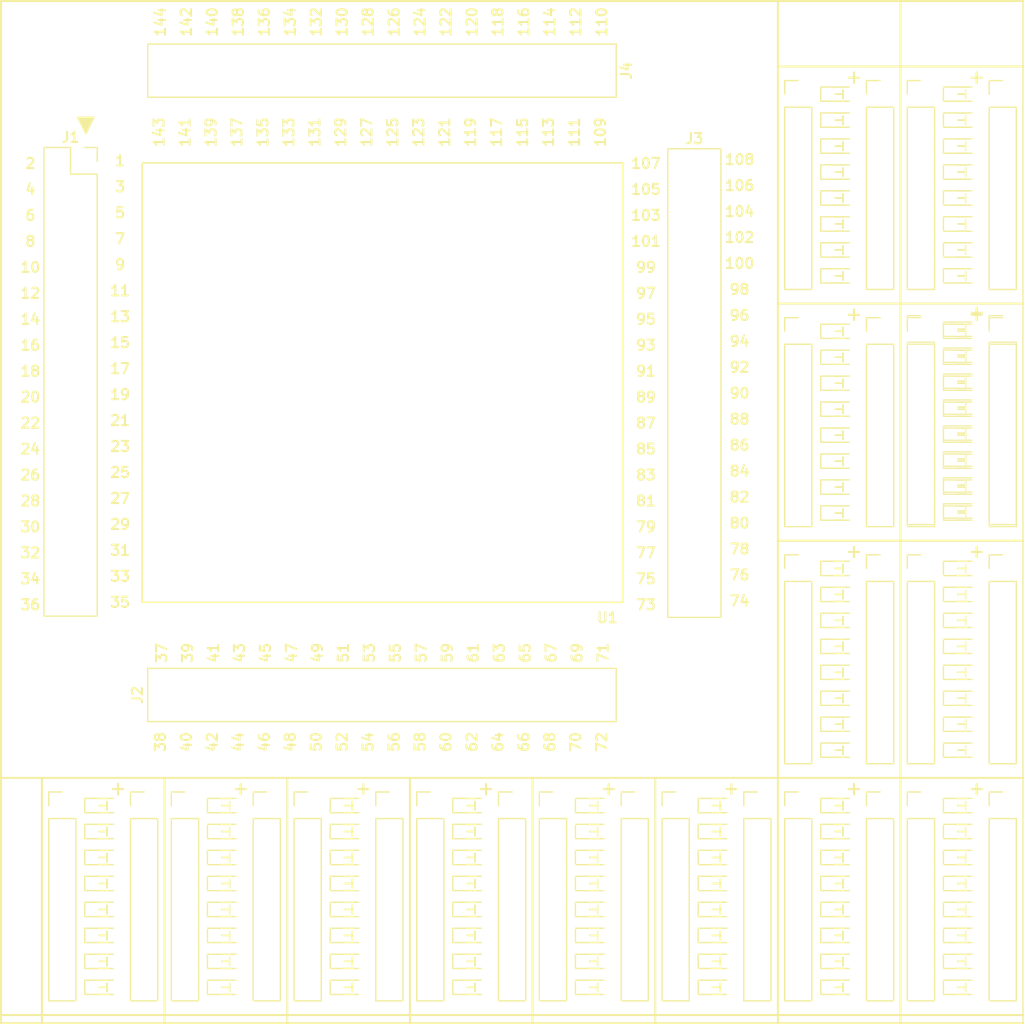
<source format=kicad_pcb>
(kicad_pcb (version 4) (host pcbnew 4.0.7)
  (layers (0 F.Cu signal hide) (31 B.Cu signal hide) (34 B.Paste user hide) (35 F.Paste user hide) (36 B.SilkS user hide) (37 F.SilkS user) (38 B.Mask user hide) (39 F.Mask user hide) (44 Edge.Cuts user hide))
  (net 0 "")
  (gr_line (start 8.62498 -88.32499) (end 8.37499 -88.24999) (layer F.SilkS) (width 0.2))
  (gr_line (start 8.22498 -88.47498) (end 8.62498 -88.32499) (layer F.SilkS) (width 0.2))
  (gr_line (start 8.72498 -88.52499) (end 8.22498 -88.47498) (layer F.SilkS) (width 0.2))
  (gr_line (start 8.49998 -87.97498) (end 8.72498 -88.52499) (layer F.SilkS) (width 0.2))
  (gr_line (start 8.12498 -88.54999) (end 8.49998 -87.97498) (layer F.SilkS) (width 0.2))
  (gr_line (start 8.39998 -87.74999) (end 8.12498 -88.54999) (layer F.SilkS) (width 0.2))
  (gr_line (start 7.95 -88.54999) (end 8.39998 -87.74999) (layer F.SilkS) (width 0.2))
  (gr_line (start 8.32498 -87.49998) (end 7.95 -88.54999) (layer F.SilkS) (width 0.2))
  (gr_line (start 8.87499 -88.54999) (end 8.32498 -87.49998) (layer F.SilkS) (width 0.2))
  (gr_line (start 8.37499 -87.325) (end 8.87499 -88.54999) (layer F.SilkS) (width 0.2))
  (gr_line (start 7.72498 -88.59998) (end 8.37499 -87.325) (layer F.SilkS) (width 0.2))
  (gr_line (start 8.29998 -87.09998) (end 7.55 -88.59998) (layer F.SilkS) (width 0.2))
  (gr_line (start 9.04999 -88.59998) (end 8.29998 -87.09998) (layer F.SilkS) (width 0.2))
  (gr_line (start 7.55 -88.59998) (end 9.04999 -88.59998) (layer F.SilkS) (width 0.2))
  (gr_line (start 62.28047 -41.47762) (end 62.94712 -41.47762) (layer F.SilkS) (width 0.2))
  (gr_line (start 62.94712 -41.47762) (end 62.51857 -40.47762) (layer F.SilkS) (width 0.2))
  (gr_line (start 63.23284 -41.47762) (end 63.85189 -41.47762) (layer F.SilkS) (width 0.2))
  (gr_line (start 63.85189 -41.47762) (end 63.51857 -41.09667) (layer F.SilkS) (width 0.2))
  (gr_line (start 63.51857 -41.09667) (end 63.66142 -41.09667) (layer F.SilkS) (width 0.2))
  (gr_line (start 63.66142 -41.09667) (end 63.75667 -41.04904) (layer F.SilkS) (width 0.2))
  (gr_line (start 63.75667 -41.04904) (end 63.80427 -41.00142) (layer F.SilkS) (width 0.2))
  (gr_line (start 63.80427 -41.00142) (end 63.85189 -40.90617) (layer F.SilkS) (width 0.2))
  (gr_line (start 63.85189 -40.90617) (end 63.85189 -40.66809) (layer F.SilkS) (width 0.2))
  (gr_line (start 63.85189 -40.66809) (end 63.80427 -40.57284) (layer F.SilkS) (width 0.2))
  (gr_line (start 63.80427 -40.57284) (end 63.75667 -40.52522) (layer F.SilkS) (width 0.2))
  (gr_line (start 63.75667 -40.52522) (end 63.66142 -40.47762) (layer F.SilkS) (width 0.2))
  (gr_line (start 63.66142 -40.47762) (end 63.37569 -40.47762) (layer F.SilkS) (width 0.2))
  (gr_line (start 63.37569 -40.47762) (end 63.28047 -40.52522) (layer F.SilkS) (width 0.2))
  (gr_line (start 63.28047 -40.52522) (end 63.23284 -40.57284) (layer F.SilkS) (width 0.2))
  (gr_line (start 62.28047 -44.01762) (end 62.94712 -44.01762) (layer F.SilkS) (width 0.2))
  (gr_line (start 62.94712 -44.01762) (end 62.51857 -43.01762) (layer F.SilkS) (width 0.2))
  (gr_line (start 63.80427 -44.01762) (end 63.32809 -44.01762) (layer F.SilkS) (width 0.2))
  (gr_line (start 63.32809 -44.01762) (end 63.28047 -43.54142) (layer F.SilkS) (width 0.2))
  (gr_line (start 63.28047 -43.54142) (end 63.32809 -43.58904) (layer F.SilkS) (width 0.2))
  (gr_line (start 63.32809 -43.58904) (end 63.42332 -43.63667) (layer F.SilkS) (width 0.2))
  (gr_line (start 63.42332 -43.63667) (end 63.66142 -43.63667) (layer F.SilkS) (width 0.2))
  (gr_line (start 63.66142 -43.63667) (end 63.75667 -43.58904) (layer F.SilkS) (width 0.2))
  (gr_line (start 63.75667 -43.58904) (end 63.80427 -43.54142) (layer F.SilkS) (width 0.2))
  (gr_line (start 63.80427 -43.54142) (end 63.85189 -43.44617) (layer F.SilkS) (width 0.2))
  (gr_line (start 63.85189 -43.44617) (end 63.85189 -43.20809) (layer F.SilkS) (width 0.2))
  (gr_line (start 63.85189 -43.20809) (end 63.80427 -43.11284) (layer F.SilkS) (width 0.2))
  (gr_line (start 63.80427 -43.11284) (end 63.75667 -43.06522) (layer F.SilkS) (width 0.2))
  (gr_line (start 63.75667 -43.06522) (end 63.66142 -43.01762) (layer F.SilkS) (width 0.2))
  (gr_line (start 63.66142 -43.01762) (end 63.42332 -43.01762) (layer F.SilkS) (width 0.2))
  (gr_line (start 63.42332 -43.01762) (end 63.32809 -43.06522) (layer F.SilkS) (width 0.2))
  (gr_line (start 63.32809 -43.06522) (end 63.28047 -43.11284) (layer F.SilkS) (width 0.2))
  (gr_line (start 62.28047 -46.55762) (end 62.94712 -46.55762) (layer F.SilkS) (width 0.2))
  (gr_line (start 62.94712 -46.55762) (end 62.51857 -45.55762) (layer F.SilkS) (width 0.2))
  (gr_line (start 63.23284 -46.55762) (end 63.89952 -46.55762) (layer F.SilkS) (width 0.2))
  (gr_line (start 63.89952 -46.55762) (end 63.47094 -45.55762) (layer F.SilkS) (width 0.2))
  (gr_line (start 62.28047 -49.09762) (end 62.94712 -49.09762) (layer F.SilkS) (width 0.2))
  (gr_line (start 62.94712 -49.09762) (end 62.51857 -48.09762) (layer F.SilkS) (width 0.2))
  (gr_line (start 63.37569 -48.09762) (end 63.56617 -48.09762) (layer F.SilkS) (width 0.2))
  (gr_line (start 63.56617 -48.09762) (end 63.66142 -48.14522) (layer F.SilkS) (width 0.2))
  (gr_line (start 63.66142 -48.14522) (end 63.70904 -48.19284) (layer F.SilkS) (width 0.2))
  (gr_line (start 63.70904 -48.19284) (end 63.80427 -48.33569) (layer F.SilkS) (width 0.2))
  (gr_line (start 63.80427 -48.33569) (end 63.85189 -48.52617) (layer F.SilkS) (width 0.2))
  (gr_line (start 63.85189 -48.52617) (end 63.85189 -48.90714) (layer F.SilkS) (width 0.2))
  (gr_line (start 63.85189 -48.90714) (end 63.80427 -49.00237) (layer F.SilkS) (width 0.2))
  (gr_line (start 63.80427 -49.00237) (end 63.75667 -49.04999) (layer F.SilkS) (width 0.2))
  (gr_line (start 63.75667 -49.04999) (end 63.66142 -49.09762) (layer F.SilkS) (width 0.2))
  (gr_line (start 63.66142 -49.09762) (end 63.47094 -49.09762) (layer F.SilkS) (width 0.2))
  (gr_line (start 63.47094 -49.09762) (end 63.37569 -49.04999) (layer F.SilkS) (width 0.2))
  (gr_line (start 63.37569 -49.04999) (end 63.32809 -49.00237) (layer F.SilkS) (width 0.2))
  (gr_line (start 63.32809 -49.00237) (end 63.28047 -48.90714) (layer F.SilkS) (width 0.2))
  (gr_line (start 63.28047 -48.90714) (end 63.28047 -48.66904) (layer F.SilkS) (width 0.2))
  (gr_line (start 63.28047 -48.66904) (end 63.32809 -48.57379) (layer F.SilkS) (width 0.2))
  (gr_line (start 63.32809 -48.57379) (end 63.37569 -48.52617) (layer F.SilkS) (width 0.2))
  (gr_line (start 63.37569 -48.52617) (end 63.47094 -48.47857) (layer F.SilkS) (width 0.2))
  (gr_line (start 63.47094 -48.47857) (end 63.66142 -48.47857) (layer F.SilkS) (width 0.2))
  (gr_line (start 63.66142 -48.47857) (end 63.75667 -48.52617) (layer F.SilkS) (width 0.2))
  (gr_line (start 63.75667 -48.52617) (end 63.80427 -48.57379) (layer F.SilkS) (width 0.2))
  (gr_line (start 63.80427 -48.57379) (end 63.85189 -48.66904) (layer F.SilkS) (width 0.2))
  (gr_line (start 62.51857 -51.20904) (end 62.42332 -51.25667) (layer F.SilkS) (width 0.2))
  (gr_line (start 62.42332 -51.25667) (end 62.37569 -51.30427) (layer F.SilkS) (width 0.2))
  (gr_line (start 62.37569 -51.30427) (end 62.32809 -51.39952) (layer F.SilkS) (width 0.2))
  (gr_line (start 62.32809 -51.39952) (end 62.32809 -51.44714) (layer F.SilkS) (width 0.2))
  (gr_line (start 62.32809 -51.44714) (end 62.37569 -51.54237) (layer F.SilkS) (width 0.2))
  (gr_line (start 62.37569 -51.54237) (end 62.42332 -51.58999) (layer F.SilkS) (width 0.2))
  (gr_line (start 62.42332 -51.58999) (end 62.51857 -51.63762) (layer F.SilkS) (width 0.2))
  (gr_line (start 62.51857 -51.63762) (end 62.70904 -51.63762) (layer F.SilkS) (width 0.2))
  (gr_line (start 62.70904 -51.63762) (end 62.80427 -51.58999) (layer F.SilkS) (width 0.2))
  (gr_line (start 62.80427 -51.58999) (end 62.85189 -51.54237) (layer F.SilkS) (width 0.2))
  (gr_line (start 62.85189 -51.54237) (end 62.89952 -51.44714) (layer F.SilkS) (width 0.2))
  (gr_line (start 62.89952 -51.44714) (end 62.89952 -51.39952) (layer F.SilkS) (width 0.2))
  (gr_line (start 62.89952 -51.39952) (end 62.85189 -51.30427) (layer F.SilkS) (width 0.2))
  (gr_line (start 62.85189 -51.30427) (end 62.80427 -51.25667) (layer F.SilkS) (width 0.2))
  (gr_line (start 62.80427 -51.25667) (end 62.70904 -51.20904) (layer F.SilkS) (width 0.2))
  (gr_line (start 62.70904 -51.20904) (end 62.51857 -51.20904) (layer F.SilkS) (width 0.2))
  (gr_line (start 62.51857 -51.20904) (end 62.42332 -51.16142) (layer F.SilkS) (width 0.2))
  (gr_line (start 62.42332 -51.16142) (end 62.37569 -51.11379) (layer F.SilkS) (width 0.2))
  (gr_line (start 62.37569 -51.11379) (end 62.32809 -51.01857) (layer F.SilkS) (width 0.2))
  (gr_line (start 62.32809 -51.01857) (end 62.32809 -50.82809) (layer F.SilkS) (width 0.2))
  (gr_line (start 62.32809 -50.82809) (end 62.37569 -50.73284) (layer F.SilkS) (width 0.2))
  (gr_line (start 62.37569 -50.73284) (end 62.42332 -50.68522) (layer F.SilkS) (width 0.2))
  (gr_line (start 62.42332 -50.68522) (end 62.51857 -50.63762) (layer F.SilkS) (width 0.2))
  (gr_line (start 62.51857 -50.63762) (end 62.70904 -50.63762) (layer F.SilkS) (width 0.2))
  (gr_line (start 62.70904 -50.63762) (end 62.80427 -50.68522) (layer F.SilkS) (width 0.2))
  (gr_line (start 62.80427 -50.68522) (end 62.85189 -50.73284) (layer F.SilkS) (width 0.2))
  (gr_line (start 62.85189 -50.73284) (end 62.89952 -50.82809) (layer F.SilkS) (width 0.2))
  (gr_line (start 62.89952 -50.82809) (end 62.89952 -51.01857) (layer F.SilkS) (width 0.2))
  (gr_line (start 62.89952 -51.01857) (end 62.85189 -51.11379) (layer F.SilkS) (width 0.2))
  (gr_line (start 62.85189 -51.11379) (end 62.80427 -51.16142) (layer F.SilkS) (width 0.2))
  (gr_line (start 62.80427 -51.16142) (end 62.70904 -51.20904) (layer F.SilkS) (width 0.2))
  (gr_line (start 63.85189 -50.63762) (end 63.28047 -50.63762) (layer F.SilkS) (width 0.2))
  (gr_line (start 63.56617 -50.63762) (end 63.56617 -51.63762) (layer F.SilkS) (width 0.2))
  (gr_line (start 63.56617 -51.63762) (end 63.47094 -51.49474) (layer F.SilkS) (width 0.2))
  (gr_line (start 63.47094 -51.49474) (end 63.37569 -51.39952) (layer F.SilkS) (width 0.2))
  (gr_line (start 63.37569 -51.39952) (end 63.28047 -51.35189) (layer F.SilkS) (width 0.2))
  (gr_line (start 62.51857 -53.74904) (end 62.42332 -53.79667) (layer F.SilkS) (width 0.2))
  (gr_line (start 62.42332 -53.79667) (end 62.37569 -53.84427) (layer F.SilkS) (width 0.2))
  (gr_line (start 62.37569 -53.84427) (end 62.32809 -53.93952) (layer F.SilkS) (width 0.2))
  (gr_line (start 62.32809 -53.93952) (end 62.32809 -53.98714) (layer F.SilkS) (width 0.2))
  (gr_line (start 62.32809 -53.98714) (end 62.37569 -54.08237) (layer F.SilkS) (width 0.2))
  (gr_line (start 62.37569 -54.08237) (end 62.42332 -54.12999) (layer F.SilkS) (width 0.2))
  (gr_line (start 62.42332 -54.12999) (end 62.51857 -54.17762) (layer F.SilkS) (width 0.2))
  (gr_line (start 62.51857 -54.17762) (end 62.70904 -54.17762) (layer F.SilkS) (width 0.2))
  (gr_line (start 62.70904 -54.17762) (end 62.80427 -54.12999) (layer F.SilkS) (width 0.2))
  (gr_line (start 62.80427 -54.12999) (end 62.85189 -54.08237) (layer F.SilkS) (width 0.2))
  (gr_line (start 62.85189 -54.08237) (end 62.89952 -53.98714) (layer F.SilkS) (width 0.2))
  (gr_line (start 62.89952 -53.98714) (end 62.89952 -53.93952) (layer F.SilkS) (width 0.2))
  (gr_line (start 62.89952 -53.93952) (end 62.85189 -53.84427) (layer F.SilkS) (width 0.2))
  (gr_line (start 62.85189 -53.84427) (end 62.80427 -53.79667) (layer F.SilkS) (width 0.2))
  (gr_line (start 62.80427 -53.79667) (end 62.70904 -53.74904) (layer F.SilkS) (width 0.2))
  (gr_line (start 62.70904 -53.74904) (end 62.51857 -53.74904) (layer F.SilkS) (width 0.2))
  (gr_line (start 62.51857 -53.74904) (end 62.42332 -53.70142) (layer F.SilkS) (width 0.2))
  (gr_line (start 62.42332 -53.70142) (end 62.37569 -53.65379) (layer F.SilkS) (width 0.2))
  (gr_line (start 62.37569 -53.65379) (end 62.32809 -53.55857) (layer F.SilkS) (width 0.2))
  (gr_line (start 62.32809 -53.55857) (end 62.32809 -53.36809) (layer F.SilkS) (width 0.2))
  (gr_line (start 62.32809 -53.36809) (end 62.37569 -53.27284) (layer F.SilkS) (width 0.2))
  (gr_line (start 62.37569 -53.27284) (end 62.42332 -53.22522) (layer F.SilkS) (width 0.2))
  (gr_line (start 62.42332 -53.22522) (end 62.51857 -53.17762) (layer F.SilkS) (width 0.2))
  (gr_line (start 62.51857 -53.17762) (end 62.70904 -53.17762) (layer F.SilkS) (width 0.2))
  (gr_line (start 62.70904 -53.17762) (end 62.80427 -53.22522) (layer F.SilkS) (width 0.2))
  (gr_line (start 62.80427 -53.22522) (end 62.85189 -53.27284) (layer F.SilkS) (width 0.2))
  (gr_line (start 62.85189 -53.27284) (end 62.89952 -53.36809) (layer F.SilkS) (width 0.2))
  (gr_line (start 62.89952 -53.36809) (end 62.89952 -53.55857) (layer F.SilkS) (width 0.2))
  (gr_line (start 62.89952 -53.55857) (end 62.85189 -53.65379) (layer F.SilkS) (width 0.2))
  (gr_line (start 62.85189 -53.65379) (end 62.80427 -53.70142) (layer F.SilkS) (width 0.2))
  (gr_line (start 62.80427 -53.70142) (end 62.70904 -53.74904) (layer F.SilkS) (width 0.2))
  (gr_line (start 63.23284 -54.17762) (end 63.85189 -54.17762) (layer F.SilkS) (width 0.2))
  (gr_line (start 63.85189 -54.17762) (end 63.51857 -53.79667) (layer F.SilkS) (width 0.2))
  (gr_line (start 63.51857 -53.79667) (end 63.66142 -53.79667) (layer F.SilkS) (width 0.2))
  (gr_line (start 63.66142 -53.79667) (end 63.75667 -53.74904) (layer F.SilkS) (width 0.2))
  (gr_line (start 63.75667 -53.74904) (end 63.80427 -53.70142) (layer F.SilkS) (width 0.2))
  (gr_line (start 63.80427 -53.70142) (end 63.85189 -53.60617) (layer F.SilkS) (width 0.2))
  (gr_line (start 63.85189 -53.60617) (end 63.85189 -53.36809) (layer F.SilkS) (width 0.2))
  (gr_line (start 63.85189 -53.36809) (end 63.80427 -53.27284) (layer F.SilkS) (width 0.2))
  (gr_line (start 63.80427 -53.27284) (end 63.75667 -53.22522) (layer F.SilkS) (width 0.2))
  (gr_line (start 63.75667 -53.22522) (end 63.66142 -53.17762) (layer F.SilkS) (width 0.2))
  (gr_line (start 63.66142 -53.17762) (end 63.37569 -53.17762) (layer F.SilkS) (width 0.2))
  (gr_line (start 63.37569 -53.17762) (end 63.28047 -53.22522) (layer F.SilkS) (width 0.2))
  (gr_line (start 63.28047 -53.22522) (end 63.23284 -53.27284) (layer F.SilkS) (width 0.2))
  (gr_line (start 62.51857 -56.28904) (end 62.42332 -56.33667) (layer F.SilkS) (width 0.2))
  (gr_line (start 62.42332 -56.33667) (end 62.37569 -56.38427) (layer F.SilkS) (width 0.2))
  (gr_line (start 62.37569 -56.38427) (end 62.32809 -56.47952) (layer F.SilkS) (width 0.2))
  (gr_line (start 62.32809 -56.47952) (end 62.32809 -56.52714) (layer F.SilkS) (width 0.2))
  (gr_line (start 62.32809 -56.52714) (end 62.37569 -56.62237) (layer F.SilkS) (width 0.2))
  (gr_line (start 62.37569 -56.62237) (end 62.42332 -56.66999) (layer F.SilkS) (width 0.2))
  (gr_line (start 62.42332 -56.66999) (end 62.51857 -56.71762) (layer F.SilkS) (width 0.2))
  (gr_line (start 62.51857 -56.71762) (end 62.70904 -56.71762) (layer F.SilkS) (width 0.2))
  (gr_line (start 62.70904 -56.71762) (end 62.80427 -56.66999) (layer F.SilkS) (width 0.2))
  (gr_line (start 62.80427 -56.66999) (end 62.85189 -56.62237) (layer F.SilkS) (width 0.2))
  (gr_line (start 62.85189 -56.62237) (end 62.89952 -56.52714) (layer F.SilkS) (width 0.2))
  (gr_line (start 62.89952 -56.52714) (end 62.89952 -56.47952) (layer F.SilkS) (width 0.2))
  (gr_line (start 62.89952 -56.47952) (end 62.85189 -56.38427) (layer F.SilkS) (width 0.2))
  (gr_line (start 62.85189 -56.38427) (end 62.80427 -56.33667) (layer F.SilkS) (width 0.2))
  (gr_line (start 62.80427 -56.33667) (end 62.70904 -56.28904) (layer F.SilkS) (width 0.2))
  (gr_line (start 62.70904 -56.28904) (end 62.51857 -56.28904) (layer F.SilkS) (width 0.2))
  (gr_line (start 62.51857 -56.28904) (end 62.42332 -56.24142) (layer F.SilkS) (width 0.2))
  (gr_line (start 62.42332 -56.24142) (end 62.37569 -56.19379) (layer F.SilkS) (width 0.2))
  (gr_line (start 62.37569 -56.19379) (end 62.32809 -56.09857) (layer F.SilkS) (width 0.2))
  (gr_line (start 62.32809 -56.09857) (end 62.32809 -55.90809) (layer F.SilkS) (width 0.2))
  (gr_line (start 62.32809 -55.90809) (end 62.37569 -55.81284) (layer F.SilkS) (width 0.2))
  (gr_line (start 62.37569 -55.81284) (end 62.42332 -55.76522) (layer F.SilkS) (width 0.2))
  (gr_line (start 62.42332 -55.76522) (end 62.51857 -55.71762) (layer F.SilkS) (width 0.2))
  (gr_line (start 62.51857 -55.71762) (end 62.70904 -55.71762) (layer F.SilkS) (width 0.2))
  (gr_line (start 62.70904 -55.71762) (end 62.80427 -55.76522) (layer F.SilkS) (width 0.2))
  (gr_line (start 62.80427 -55.76522) (end 62.85189 -55.81284) (layer F.SilkS) (width 0.2))
  (gr_line (start 62.85189 -55.81284) (end 62.89952 -55.90809) (layer F.SilkS) (width 0.2))
  (gr_line (start 62.89952 -55.90809) (end 62.89952 -56.09857) (layer F.SilkS) (width 0.2))
  (gr_line (start 62.89952 -56.09857) (end 62.85189 -56.19379) (layer F.SilkS) (width 0.2))
  (gr_line (start 62.85189 -56.19379) (end 62.80427 -56.24142) (layer F.SilkS) (width 0.2))
  (gr_line (start 62.80427 -56.24142) (end 62.70904 -56.28904) (layer F.SilkS) (width 0.2))
  (gr_line (start 63.80427 -56.71762) (end 63.32809 -56.71762) (layer F.SilkS) (width 0.2))
  (gr_line (start 63.32809 -56.71762) (end 63.28047 -56.24142) (layer F.SilkS) (width 0.2))
  (gr_line (start 63.28047 -56.24142) (end 63.32809 -56.28904) (layer F.SilkS) (width 0.2))
  (gr_line (start 63.32809 -56.28904) (end 63.42332 -56.33667) (layer F.SilkS) (width 0.2))
  (gr_line (start 63.42332 -56.33667) (end 63.66142 -56.33667) (layer F.SilkS) (width 0.2))
  (gr_line (start 63.66142 -56.33667) (end 63.75667 -56.28904) (layer F.SilkS) (width 0.2))
  (gr_line (start 63.75667 -56.28904) (end 63.80427 -56.24142) (layer F.SilkS) (width 0.2))
  (gr_line (start 63.80427 -56.24142) (end 63.85189 -56.14617) (layer F.SilkS) (width 0.2))
  (gr_line (start 63.85189 -56.14617) (end 63.85189 -55.90809) (layer F.SilkS) (width 0.2))
  (gr_line (start 63.85189 -55.90809) (end 63.80427 -55.81284) (layer F.SilkS) (width 0.2))
  (gr_line (start 63.80427 -55.81284) (end 63.75667 -55.76522) (layer F.SilkS) (width 0.2))
  (gr_line (start 63.75667 -55.76522) (end 63.66142 -55.71762) (layer F.SilkS) (width 0.2))
  (gr_line (start 63.66142 -55.71762) (end 63.42332 -55.71762) (layer F.SilkS) (width 0.2))
  (gr_line (start 63.42332 -55.71762) (end 63.32809 -55.76522) (layer F.SilkS) (width 0.2))
  (gr_line (start 63.32809 -55.76522) (end 63.28047 -55.81284) (layer F.SilkS) (width 0.2))
  (gr_line (start 62.51857 -58.82904) (end 62.42332 -58.87667) (layer F.SilkS) (width 0.2))
  (gr_line (start 62.42332 -58.87667) (end 62.37569 -58.92427) (layer F.SilkS) (width 0.2))
  (gr_line (start 62.37569 -58.92427) (end 62.32809 -59.01952) (layer F.SilkS) (width 0.2))
  (gr_line (start 62.32809 -59.01952) (end 62.32809 -59.06714) (layer F.SilkS) (width 0.2))
  (gr_line (start 62.32809 -59.06714) (end 62.37569 -59.16237) (layer F.SilkS) (width 0.2))
  (gr_line (start 62.37569 -59.16237) (end 62.42332 -59.20999) (layer F.SilkS) (width 0.2))
  (gr_line (start 62.42332 -59.20999) (end 62.51857 -59.25762) (layer F.SilkS) (width 0.2))
  (gr_line (start 62.51857 -59.25762) (end 62.70904 -59.25762) (layer F.SilkS) (width 0.2))
  (gr_line (start 62.70904 -59.25762) (end 62.80427 -59.20999) (layer F.SilkS) (width 0.2))
  (gr_line (start 62.80427 -59.20999) (end 62.85189 -59.16237) (layer F.SilkS) (width 0.2))
  (gr_line (start 62.85189 -59.16237) (end 62.89952 -59.06714) (layer F.SilkS) (width 0.2))
  (gr_line (start 62.89952 -59.06714) (end 62.89952 -59.01952) (layer F.SilkS) (width 0.2))
  (gr_line (start 62.89952 -59.01952) (end 62.85189 -58.92427) (layer F.SilkS) (width 0.2))
  (gr_line (start 62.85189 -58.92427) (end 62.80427 -58.87667) (layer F.SilkS) (width 0.2))
  (gr_line (start 62.80427 -58.87667) (end 62.70904 -58.82904) (layer F.SilkS) (width 0.2))
  (gr_line (start 62.70904 -58.82904) (end 62.51857 -58.82904) (layer F.SilkS) (width 0.2))
  (gr_line (start 62.51857 -58.82904) (end 62.42332 -58.78142) (layer F.SilkS) (width 0.2))
  (gr_line (start 62.42332 -58.78142) (end 62.37569 -58.73379) (layer F.SilkS) (width 0.2))
  (gr_line (start 62.37569 -58.73379) (end 62.32809 -58.63857) (layer F.SilkS) (width 0.2))
  (gr_line (start 62.32809 -58.63857) (end 62.32809 -58.44809) (layer F.SilkS) (width 0.2))
  (gr_line (start 62.32809 -58.44809) (end 62.37569 -58.35284) (layer F.SilkS) (width 0.2))
  (gr_line (start 62.37569 -58.35284) (end 62.42332 -58.30522) (layer F.SilkS) (width 0.2))
  (gr_line (start 62.42332 -58.30522) (end 62.51857 -58.25762) (layer F.SilkS) (width 0.2))
  (gr_line (start 62.51857 -58.25762) (end 62.70904 -58.25762) (layer F.SilkS) (width 0.2))
  (gr_line (start 62.70904 -58.25762) (end 62.80427 -58.30522) (layer F.SilkS) (width 0.2))
  (gr_line (start 62.80427 -58.30522) (end 62.85189 -58.35284) (layer F.SilkS) (width 0.2))
  (gr_line (start 62.85189 -58.35284) (end 62.89952 -58.44809) (layer F.SilkS) (width 0.2))
  (gr_line (start 62.89952 -58.44809) (end 62.89952 -58.63857) (layer F.SilkS) (width 0.2))
  (gr_line (start 62.89952 -58.63857) (end 62.85189 -58.73379) (layer F.SilkS) (width 0.2))
  (gr_line (start 62.85189 -58.73379) (end 62.80427 -58.78142) (layer F.SilkS) (width 0.2))
  (gr_line (start 62.80427 -58.78142) (end 62.70904 -58.82904) (layer F.SilkS) (width 0.2))
  (gr_line (start 63.23284 -59.25762) (end 63.89952 -59.25762) (layer F.SilkS) (width 0.2))
  (gr_line (start 63.89952 -59.25762) (end 63.47094 -58.25762) (layer F.SilkS) (width 0.2))
  (gr_line (start 62.51857 -61.36904) (end 62.42332 -61.41667) (layer F.SilkS) (width 0.2))
  (gr_line (start 62.42332 -61.41667) (end 62.37569 -61.46427) (layer F.SilkS) (width 0.2))
  (gr_line (start 62.37569 -61.46427) (end 62.32809 -61.55952) (layer F.SilkS) (width 0.2))
  (gr_line (start 62.32809 -61.55952) (end 62.32809 -61.60714) (layer F.SilkS) (width 0.2))
  (gr_line (start 62.32809 -61.60714) (end 62.37569 -61.70237) (layer F.SilkS) (width 0.2))
  (gr_line (start 62.37569 -61.70237) (end 62.42332 -61.74999) (layer F.SilkS) (width 0.2))
  (gr_line (start 62.42332 -61.74999) (end 62.51857 -61.79762) (layer F.SilkS) (width 0.2))
  (gr_line (start 62.51857 -61.79762) (end 62.70904 -61.79762) (layer F.SilkS) (width 0.2))
  (gr_line (start 62.70904 -61.79762) (end 62.80427 -61.74999) (layer F.SilkS) (width 0.2))
  (gr_line (start 62.80427 -61.74999) (end 62.85189 -61.70237) (layer F.SilkS) (width 0.2))
  (gr_line (start 62.85189 -61.70237) (end 62.89952 -61.60714) (layer F.SilkS) (width 0.2))
  (gr_line (start 62.89952 -61.60714) (end 62.89952 -61.55952) (layer F.SilkS) (width 0.2))
  (gr_line (start 62.89952 -61.55952) (end 62.85189 -61.46427) (layer F.SilkS) (width 0.2))
  (gr_line (start 62.85189 -61.46427) (end 62.80427 -61.41667) (layer F.SilkS) (width 0.2))
  (gr_line (start 62.80427 -61.41667) (end 62.70904 -61.36904) (layer F.SilkS) (width 0.2))
  (gr_line (start 62.70904 -61.36904) (end 62.51857 -61.36904) (layer F.SilkS) (width 0.2))
  (gr_line (start 62.51857 -61.36904) (end 62.42332 -61.32142) (layer F.SilkS) (width 0.2))
  (gr_line (start 62.42332 -61.32142) (end 62.37569 -61.27379) (layer F.SilkS) (width 0.2))
  (gr_line (start 62.37569 -61.27379) (end 62.32809 -61.17857) (layer F.SilkS) (width 0.2))
  (gr_line (start 62.32809 -61.17857) (end 62.32809 -60.98809) (layer F.SilkS) (width 0.2))
  (gr_line (start 62.32809 -60.98809) (end 62.37569 -60.89284) (layer F.SilkS) (width 0.2))
  (gr_line (start 62.37569 -60.89284) (end 62.42332 -60.84522) (layer F.SilkS) (width 0.2))
  (gr_line (start 62.42332 -60.84522) (end 62.51857 -60.79762) (layer F.SilkS) (width 0.2))
  (gr_line (start 62.51857 -60.79762) (end 62.70904 -60.79762) (layer F.SilkS) (width 0.2))
  (gr_line (start 62.70904 -60.79762) (end 62.80427 -60.84522) (layer F.SilkS) (width 0.2))
  (gr_line (start 62.80427 -60.84522) (end 62.85189 -60.89284) (layer F.SilkS) (width 0.2))
  (gr_line (start 62.85189 -60.89284) (end 62.89952 -60.98809) (layer F.SilkS) (width 0.2))
  (gr_line (start 62.89952 -60.98809) (end 62.89952 -61.17857) (layer F.SilkS) (width 0.2))
  (gr_line (start 62.89952 -61.17857) (end 62.85189 -61.27379) (layer F.SilkS) (width 0.2))
  (gr_line (start 62.85189 -61.27379) (end 62.80427 -61.32142) (layer F.SilkS) (width 0.2))
  (gr_line (start 62.80427 -61.32142) (end 62.70904 -61.36904) (layer F.SilkS) (width 0.2))
  (gr_line (start 63.37569 -60.79762) (end 63.56617 -60.79762) (layer F.SilkS) (width 0.2))
  (gr_line (start 63.56617 -60.79762) (end 63.66142 -60.84522) (layer F.SilkS) (width 0.2))
  (gr_line (start 63.66142 -60.84522) (end 63.70904 -60.89284) (layer F.SilkS) (width 0.2))
  (gr_line (start 63.70904 -60.89284) (end 63.80427 -61.03569) (layer F.SilkS) (width 0.2))
  (gr_line (start 63.80427 -61.03569) (end 63.85189 -61.22617) (layer F.SilkS) (width 0.2))
  (gr_line (start 63.85189 -61.22617) (end 63.85189 -61.60714) (layer F.SilkS) (width 0.2))
  (gr_line (start 63.85189 -61.60714) (end 63.80427 -61.70237) (layer F.SilkS) (width 0.2))
  (gr_line (start 63.80427 -61.70237) (end 63.75667 -61.74999) (layer F.SilkS) (width 0.2))
  (gr_line (start 63.75667 -61.74999) (end 63.66142 -61.79762) (layer F.SilkS) (width 0.2))
  (gr_line (start 63.66142 -61.79762) (end 63.47094 -61.79762) (layer F.SilkS) (width 0.2))
  (gr_line (start 63.47094 -61.79762) (end 63.37569 -61.74999) (layer F.SilkS) (width 0.2))
  (gr_line (start 63.37569 -61.74999) (end 63.32809 -61.70237) (layer F.SilkS) (width 0.2))
  (gr_line (start 63.32809 -61.70237) (end 63.28047 -61.60714) (layer F.SilkS) (width 0.2))
  (gr_line (start 63.28047 -61.60714) (end 63.28047 -61.36904) (layer F.SilkS) (width 0.2))
  (gr_line (start 63.28047 -61.36904) (end 63.32809 -61.27379) (layer F.SilkS) (width 0.2))
  (gr_line (start 63.32809 -61.27379) (end 63.37569 -61.22617) (layer F.SilkS) (width 0.2))
  (gr_line (start 63.37569 -61.22617) (end 63.47094 -61.17857) (layer F.SilkS) (width 0.2))
  (gr_line (start 63.47094 -61.17857) (end 63.66142 -61.17857) (layer F.SilkS) (width 0.2))
  (gr_line (start 63.66142 -61.17857) (end 63.75667 -61.22617) (layer F.SilkS) (width 0.2))
  (gr_line (start 63.75667 -61.22617) (end 63.80427 -61.27379) (layer F.SilkS) (width 0.2))
  (gr_line (start 63.80427 -61.27379) (end 63.85189 -61.36904) (layer F.SilkS) (width 0.2))
  (gr_line (start 62.42332 -63.33762) (end 62.61379 -63.33762) (layer F.SilkS) (width 0.2))
  (gr_line (start 62.61379 -63.33762) (end 62.70904 -63.38522) (layer F.SilkS) (width 0.2))
  (gr_line (start 62.70904 -63.38522) (end 62.75664 -63.43284) (layer F.SilkS) (width 0.2))
  (gr_line (start 62.75664 -63.43284) (end 62.85189 -63.57569) (layer F.SilkS) (width 0.2))
  (gr_line (start 62.85189 -63.57569) (end 62.89952 -63.76617) (layer F.SilkS) (width 0.2))
  (gr_line (start 62.89952 -63.76617) (end 62.89952 -64.14714) (layer F.SilkS) (width 0.2))
  (gr_line (start 62.89952 -64.14714) (end 62.85189 -64.24237) (layer F.SilkS) (width 0.2))
  (gr_line (start 62.85189 -64.24237) (end 62.80427 -64.28999) (layer F.SilkS) (width 0.2))
  (gr_line (start 62.80427 -64.28999) (end 62.70904 -64.33762) (layer F.SilkS) (width 0.2))
  (gr_line (start 62.70904 -64.33762) (end 62.51857 -64.33762) (layer F.SilkS) (width 0.2))
  (gr_line (start 62.51857 -64.33762) (end 62.42332 -64.28999) (layer F.SilkS) (width 0.2))
  (gr_line (start 62.42332 -64.28999) (end 62.37569 -64.24237) (layer F.SilkS) (width 0.2))
  (gr_line (start 62.37569 -64.24237) (end 62.32809 -64.14714) (layer F.SilkS) (width 0.2))
  (gr_line (start 62.32809 -64.14714) (end 62.32809 -63.90904) (layer F.SilkS) (width 0.2))
  (gr_line (start 62.32809 -63.90904) (end 62.37569 -63.81379) (layer F.SilkS) (width 0.2))
  (gr_line (start 62.37569 -63.81379) (end 62.42332 -63.76617) (layer F.SilkS) (width 0.2))
  (gr_line (start 62.42332 -63.76617) (end 62.51857 -63.71857) (layer F.SilkS) (width 0.2))
  (gr_line (start 62.51857 -63.71857) (end 62.70904 -63.71857) (layer F.SilkS) (width 0.2))
  (gr_line (start 62.70904 -63.71857) (end 62.80427 -63.76617) (layer F.SilkS) (width 0.2))
  (gr_line (start 62.80427 -63.76617) (end 62.85189 -63.81379) (layer F.SilkS) (width 0.2))
  (gr_line (start 62.85189 -63.81379) (end 62.89952 -63.90904) (layer F.SilkS) (width 0.2))
  (gr_line (start 63.85189 -63.33762) (end 63.28047 -63.33762) (layer F.SilkS) (width 0.2))
  (gr_line (start 63.56617 -63.33762) (end 63.56617 -64.33762) (layer F.SilkS) (width 0.2))
  (gr_line (start 63.56617 -64.33762) (end 63.47094 -64.19474) (layer F.SilkS) (width 0.2))
  (gr_line (start 63.47094 -64.19474) (end 63.37569 -64.09952) (layer F.SilkS) (width 0.2))
  (gr_line (start 63.37569 -64.09952) (end 63.28047 -64.05189) (layer F.SilkS) (width 0.2))
  (gr_line (start 62.42332 -65.87762) (end 62.61379 -65.87762) (layer F.SilkS) (width 0.2))
  (gr_line (start 62.61379 -65.87762) (end 62.70904 -65.92522) (layer F.SilkS) (width 0.2))
  (gr_line (start 62.70904 -65.92522) (end 62.75664 -65.97284) (layer F.SilkS) (width 0.2))
  (gr_line (start 62.75664 -65.97284) (end 62.85189 -66.11569) (layer F.SilkS) (width 0.2))
  (gr_line (start 62.85189 -66.11569) (end 62.89952 -66.30617) (layer F.SilkS) (width 0.2))
  (gr_line (start 62.89952 -66.30617) (end 62.89952 -66.68714) (layer F.SilkS) (width 0.2))
  (gr_line (start 62.89952 -66.68714) (end 62.85189 -66.78237) (layer F.SilkS) (width 0.2))
  (gr_line (start 62.85189 -66.78237) (end 62.80427 -66.82999) (layer F.SilkS) (width 0.2))
  (gr_line (start 62.80427 -66.82999) (end 62.70904 -66.87762) (layer F.SilkS) (width 0.2))
  (gr_line (start 62.70904 -66.87762) (end 62.51857 -66.87762) (layer F.SilkS) (width 0.2))
  (gr_line (start 62.51857 -66.87762) (end 62.42332 -66.82999) (layer F.SilkS) (width 0.2))
  (gr_line (start 62.42332 -66.82999) (end 62.37569 -66.78237) (layer F.SilkS) (width 0.2))
  (gr_line (start 62.37569 -66.78237) (end 62.32809 -66.68714) (layer F.SilkS) (width 0.2))
  (gr_line (start 62.32809 -66.68714) (end 62.32809 -66.44904) (layer F.SilkS) (width 0.2))
  (gr_line (start 62.32809 -66.44904) (end 62.37569 -66.35379) (layer F.SilkS) (width 0.2))
  (gr_line (start 62.37569 -66.35379) (end 62.42332 -66.30617) (layer F.SilkS) (width 0.2))
  (gr_line (start 62.42332 -66.30617) (end 62.51857 -66.25857) (layer F.SilkS) (width 0.2))
  (gr_line (start 62.51857 -66.25857) (end 62.70904 -66.25857) (layer F.SilkS) (width 0.2))
  (gr_line (start 62.70904 -66.25857) (end 62.80427 -66.30617) (layer F.SilkS) (width 0.2))
  (gr_line (start 62.80427 -66.30617) (end 62.85189 -66.35379) (layer F.SilkS) (width 0.2))
  (gr_line (start 62.85189 -66.35379) (end 62.89952 -66.44904) (layer F.SilkS) (width 0.2))
  (gr_line (start 63.23284 -66.87762) (end 63.85189 -66.87762) (layer F.SilkS) (width 0.2))
  (gr_line (start 63.85189 -66.87762) (end 63.51857 -66.49667) (layer F.SilkS) (width 0.2))
  (gr_line (start 63.51857 -66.49667) (end 63.66142 -66.49667) (layer F.SilkS) (width 0.2))
  (gr_line (start 63.66142 -66.49667) (end 63.75667 -66.44904) (layer F.SilkS) (width 0.2))
  (gr_line (start 63.75667 -66.44904) (end 63.80427 -66.40142) (layer F.SilkS) (width 0.2))
  (gr_line (start 63.80427 -66.40142) (end 63.85189 -66.30617) (layer F.SilkS) (width 0.2))
  (gr_line (start 63.85189 -66.30617) (end 63.85189 -66.06809) (layer F.SilkS) (width 0.2))
  (gr_line (start 63.85189 -66.06809) (end 63.80427 -65.97284) (layer F.SilkS) (width 0.2))
  (gr_line (start 63.80427 -65.97284) (end 63.75667 -65.92522) (layer F.SilkS) (width 0.2))
  (gr_line (start 63.75667 -65.92522) (end 63.66142 -65.87762) (layer F.SilkS) (width 0.2))
  (gr_line (start 63.66142 -65.87762) (end 63.37569 -65.87762) (layer F.SilkS) (width 0.2))
  (gr_line (start 63.37569 -65.87762) (end 63.28047 -65.92522) (layer F.SilkS) (width 0.2))
  (gr_line (start 63.28047 -65.92522) (end 63.23284 -65.97284) (layer F.SilkS) (width 0.2))
  (gr_line (start 62.42332 -68.41762) (end 62.61379 -68.41762) (layer F.SilkS) (width 0.2))
  (gr_line (start 62.61379 -68.41762) (end 62.70904 -68.46522) (layer F.SilkS) (width 0.2))
  (gr_line (start 62.70904 -68.46522) (end 62.75664 -68.51284) (layer F.SilkS) (width 0.2))
  (gr_line (start 62.75664 -68.51284) (end 62.85189 -68.65569) (layer F.SilkS) (width 0.2))
  (gr_line (start 62.85189 -68.65569) (end 62.89952 -68.84617) (layer F.SilkS) (width 0.2))
  (gr_line (start 62.89952 -68.84617) (end 62.89952 -69.22714) (layer F.SilkS) (width 0.2))
  (gr_line (start 62.89952 -69.22714) (end 62.85189 -69.32237) (layer F.SilkS) (width 0.2))
  (gr_line (start 62.85189 -69.32237) (end 62.80427 -69.36999) (layer F.SilkS) (width 0.2))
  (gr_line (start 62.80427 -69.36999) (end 62.70904 -69.41762) (layer F.SilkS) (width 0.2))
  (gr_line (start 62.70904 -69.41762) (end 62.51857 -69.41762) (layer F.SilkS) (width 0.2))
  (gr_line (start 62.51857 -69.41762) (end 62.42332 -69.36999) (layer F.SilkS) (width 0.2))
  (gr_line (start 62.42332 -69.36999) (end 62.37569 -69.32237) (layer F.SilkS) (width 0.2))
  (gr_line (start 62.37569 -69.32237) (end 62.32809 -69.22714) (layer F.SilkS) (width 0.2))
  (gr_line (start 62.32809 -69.22714) (end 62.32809 -68.98904) (layer F.SilkS) (width 0.2))
  (gr_line (start 62.32809 -68.98904) (end 62.37569 -68.89379) (layer F.SilkS) (width 0.2))
  (gr_line (start 62.37569 -68.89379) (end 62.42332 -68.84617) (layer F.SilkS) (width 0.2))
  (gr_line (start 62.42332 -68.84617) (end 62.51857 -68.79857) (layer F.SilkS) (width 0.2))
  (gr_line (start 62.51857 -68.79857) (end 62.70904 -68.79857) (layer F.SilkS) (width 0.2))
  (gr_line (start 62.70904 -68.79857) (end 62.80427 -68.84617) (layer F.SilkS) (width 0.2))
  (gr_line (start 62.80427 -68.84617) (end 62.85189 -68.89379) (layer F.SilkS) (width 0.2))
  (gr_line (start 62.85189 -68.89379) (end 62.89952 -68.98904) (layer F.SilkS) (width 0.2))
  (gr_line (start 63.80427 -69.41762) (end 63.32809 -69.41762) (layer F.SilkS) (width 0.2))
  (gr_line (start 63.32809 -69.41762) (end 63.28047 -68.94142) (layer F.SilkS) (width 0.2))
  (gr_line (start 63.28047 -68.94142) (end 63.32809 -68.98904) (layer F.SilkS) (width 0.2))
  (gr_line (start 63.32809 -68.98904) (end 63.42332 -69.03667) (layer F.SilkS) (width 0.2))
  (gr_line (start 63.42332 -69.03667) (end 63.66142 -69.03667) (layer F.SilkS) (width 0.2))
  (gr_line (start 63.66142 -69.03667) (end 63.75667 -68.98904) (layer F.SilkS) (width 0.2))
  (gr_line (start 63.75667 -68.98904) (end 63.80427 -68.94142) (layer F.SilkS) (width 0.2))
  (gr_line (start 63.80427 -68.94142) (end 63.85189 -68.84617) (layer F.SilkS) (width 0.2))
  (gr_line (start 63.85189 -68.84617) (end 63.85189 -68.60809) (layer F.SilkS) (width 0.2))
  (gr_line (start 63.85189 -68.60809) (end 63.80427 -68.51284) (layer F.SilkS) (width 0.2))
  (gr_line (start 63.80427 -68.51284) (end 63.75667 -68.46522) (layer F.SilkS) (width 0.2))
  (gr_line (start 63.75667 -68.46522) (end 63.66142 -68.41762) (layer F.SilkS) (width 0.2))
  (gr_line (start 63.66142 -68.41762) (end 63.42332 -68.41762) (layer F.SilkS) (width 0.2))
  (gr_line (start 63.42332 -68.41762) (end 63.32809 -68.46522) (layer F.SilkS) (width 0.2))
  (gr_line (start 63.32809 -68.46522) (end 63.28047 -68.51284) (layer F.SilkS) (width 0.2))
  (gr_line (start 62.42332 -70.95762) (end 62.61379 -70.95762) (layer F.SilkS) (width 0.2))
  (gr_line (start 62.61379 -70.95762) (end 62.70904 -71.00522) (layer F.SilkS) (width 0.2))
  (gr_line (start 62.70904 -71.00522) (end 62.75664 -71.05284) (layer F.SilkS) (width 0.2))
  (gr_line (start 62.75664 -71.05284) (end 62.85189 -71.19569) (layer F.SilkS) (width 0.2))
  (gr_line (start 62.85189 -71.19569) (end 62.89952 -71.38617) (layer F.SilkS) (width 0.2))
  (gr_line (start 62.89952 -71.38617) (end 62.89952 -71.76714) (layer F.SilkS) (width 0.2))
  (gr_line (start 62.89952 -71.76714) (end 62.85189 -71.86237) (layer F.SilkS) (width 0.2))
  (gr_line (start 62.85189 -71.86237) (end 62.80427 -71.90999) (layer F.SilkS) (width 0.2))
  (gr_line (start 62.80427 -71.90999) (end 62.70904 -71.95762) (layer F.SilkS) (width 0.2))
  (gr_line (start 62.70904 -71.95762) (end 62.51857 -71.95762) (layer F.SilkS) (width 0.2))
  (gr_line (start 62.51857 -71.95762) (end 62.42332 -71.90999) (layer F.SilkS) (width 0.2))
  (gr_line (start 62.42332 -71.90999) (end 62.37569 -71.86237) (layer F.SilkS) (width 0.2))
  (gr_line (start 62.37569 -71.86237) (end 62.32809 -71.76714) (layer F.SilkS) (width 0.2))
  (gr_line (start 62.32809 -71.76714) (end 62.32809 -71.52904) (layer F.SilkS) (width 0.2))
  (gr_line (start 62.32809 -71.52904) (end 62.37569 -71.43379) (layer F.SilkS) (width 0.2))
  (gr_line (start 62.37569 -71.43379) (end 62.42332 -71.38617) (layer F.SilkS) (width 0.2))
  (gr_line (start 62.42332 -71.38617) (end 62.51857 -71.33857) (layer F.SilkS) (width 0.2))
  (gr_line (start 62.51857 -71.33857) (end 62.70904 -71.33857) (layer F.SilkS) (width 0.2))
  (gr_line (start 62.70904 -71.33857) (end 62.80427 -71.38617) (layer F.SilkS) (width 0.2))
  (gr_line (start 62.80427 -71.38617) (end 62.85189 -71.43379) (layer F.SilkS) (width 0.2))
  (gr_line (start 62.85189 -71.43379) (end 62.89952 -71.52904) (layer F.SilkS) (width 0.2))
  (gr_line (start 63.23284 -71.95762) (end 63.89952 -71.95762) (layer F.SilkS) (width 0.2))
  (gr_line (start 63.89952 -71.95762) (end 63.47094 -70.95762) (layer F.SilkS) (width 0.2))
  (gr_line (start 62.42332 -73.49762) (end 62.61379 -73.49762) (layer F.SilkS) (width 0.2))
  (gr_line (start 62.61379 -73.49762) (end 62.70904 -73.54522) (layer F.SilkS) (width 0.2))
  (gr_line (start 62.70904 -73.54522) (end 62.75664 -73.59284) (layer F.SilkS) (width 0.2))
  (gr_line (start 62.75664 -73.59284) (end 62.85189 -73.73569) (layer F.SilkS) (width 0.2))
  (gr_line (start 62.85189 -73.73569) (end 62.89952 -73.92617) (layer F.SilkS) (width 0.2))
  (gr_line (start 62.89952 -73.92617) (end 62.89952 -74.30714) (layer F.SilkS) (width 0.2))
  (gr_line (start 62.89952 -74.30714) (end 62.85189 -74.40237) (layer F.SilkS) (width 0.2))
  (gr_line (start 62.85189 -74.40237) (end 62.80427 -74.44999) (layer F.SilkS) (width 0.2))
  (gr_line (start 62.80427 -74.44999) (end 62.70904 -74.49762) (layer F.SilkS) (width 0.2))
  (gr_line (start 62.70904 -74.49762) (end 62.51857 -74.49762) (layer F.SilkS) (width 0.2))
  (gr_line (start 62.51857 -74.49762) (end 62.42332 -74.44999) (layer F.SilkS) (width 0.2))
  (gr_line (start 62.42332 -74.44999) (end 62.37569 -74.40237) (layer F.SilkS) (width 0.2))
  (gr_line (start 62.37569 -74.40237) (end 62.32809 -74.30714) (layer F.SilkS) (width 0.2))
  (gr_line (start 62.32809 -74.30714) (end 62.32809 -74.06904) (layer F.SilkS) (width 0.2))
  (gr_line (start 62.32809 -74.06904) (end 62.37569 -73.97379) (layer F.SilkS) (width 0.2))
  (gr_line (start 62.37569 -73.97379) (end 62.42332 -73.92617) (layer F.SilkS) (width 0.2))
  (gr_line (start 62.42332 -73.92617) (end 62.51857 -73.87857) (layer F.SilkS) (width 0.2))
  (gr_line (start 62.51857 -73.87857) (end 62.70904 -73.87857) (layer F.SilkS) (width 0.2))
  (gr_line (start 62.70904 -73.87857) (end 62.80427 -73.92617) (layer F.SilkS) (width 0.2))
  (gr_line (start 62.80427 -73.92617) (end 62.85189 -73.97379) (layer F.SilkS) (width 0.2))
  (gr_line (start 62.85189 -73.97379) (end 62.89952 -74.06904) (layer F.SilkS) (width 0.2))
  (gr_line (start 63.37569 -73.49762) (end 63.56617 -73.49762) (layer F.SilkS) (width 0.2))
  (gr_line (start 63.56617 -73.49762) (end 63.66142 -73.54522) (layer F.SilkS) (width 0.2))
  (gr_line (start 63.66142 -73.54522) (end 63.70904 -73.59284) (layer F.SilkS) (width 0.2))
  (gr_line (start 63.70904 -73.59284) (end 63.80427 -73.73569) (layer F.SilkS) (width 0.2))
  (gr_line (start 63.80427 -73.73569) (end 63.85189 -73.92617) (layer F.SilkS) (width 0.2))
  (gr_line (start 63.85189 -73.92617) (end 63.85189 -74.30714) (layer F.SilkS) (width 0.2))
  (gr_line (start 63.85189 -74.30714) (end 63.80427 -74.40237) (layer F.SilkS) (width 0.2))
  (gr_line (start 63.80427 -74.40237) (end 63.75667 -74.44999) (layer F.SilkS) (width 0.2))
  (gr_line (start 63.75667 -74.44999) (end 63.66142 -74.49762) (layer F.SilkS) (width 0.2))
  (gr_line (start 63.66142 -74.49762) (end 63.47094 -74.49762) (layer F.SilkS) (width 0.2))
  (gr_line (start 63.47094 -74.49762) (end 63.37569 -74.44999) (layer F.SilkS) (width 0.2))
  (gr_line (start 63.37569 -74.44999) (end 63.32809 -74.40237) (layer F.SilkS) (width 0.2))
  (gr_line (start 63.32809 -74.40237) (end 63.28047 -74.30714) (layer F.SilkS) (width 0.2))
  (gr_line (start 63.28047 -74.30714) (end 63.28047 -74.06904) (layer F.SilkS) (width 0.2))
  (gr_line (start 63.28047 -74.06904) (end 63.32809 -73.97379) (layer F.SilkS) (width 0.2))
  (gr_line (start 63.32809 -73.97379) (end 63.37569 -73.92617) (layer F.SilkS) (width 0.2))
  (gr_line (start 63.37569 -73.92617) (end 63.47094 -73.87857) (layer F.SilkS) (width 0.2))
  (gr_line (start 63.47094 -73.87857) (end 63.66142 -73.87857) (layer F.SilkS) (width 0.2))
  (gr_line (start 63.66142 -73.87857) (end 63.75667 -73.92617) (layer F.SilkS) (width 0.2))
  (gr_line (start 63.75667 -73.92617) (end 63.80427 -73.97379) (layer F.SilkS) (width 0.2))
  (gr_line (start 63.80427 -73.97379) (end 63.85189 -74.06904) (layer F.SilkS) (width 0.2))
  (gr_line (start 62.42332 -76.03762) (end 61.8519 -76.03762) (layer F.SilkS) (width 0.2))
  (gr_line (start 62.13759 -76.03762) (end 62.13759 -77.03762) (layer F.SilkS) (width 0.2))
  (gr_line (start 62.13759 -77.03762) (end 62.04237 -76.89474) (layer F.SilkS) (width 0.2))
  (gr_line (start 62.04237 -76.89474) (end 61.94712 -76.79952) (layer F.SilkS) (width 0.2))
  (gr_line (start 61.94712 -76.79952) (end 61.8519 -76.75189) (layer F.SilkS) (width 0.2))
  (gr_line (start 63.04237 -77.03762) (end 63.13762 -77.03762) (layer F.SilkS) (width 0.2))
  (gr_line (start 63.13762 -77.03762) (end 63.23284 -76.98999) (layer F.SilkS) (width 0.2))
  (gr_line (start 63.23284 -76.98999) (end 63.28047 -76.94237) (layer F.SilkS) (width 0.2))
  (gr_line (start 63.28047 -76.94237) (end 63.32809 -76.84714) (layer F.SilkS) (width 0.2))
  (gr_line (start 63.32809 -76.84714) (end 63.37569 -76.65667) (layer F.SilkS) (width 0.2))
  (gr_line (start 63.37569 -76.65667) (end 63.37569 -76.41857) (layer F.SilkS) (width 0.2))
  (gr_line (start 63.37569 -76.41857) (end 63.32809 -76.22809) (layer F.SilkS) (width 0.2))
  (gr_line (start 63.32809 -76.22809) (end 63.28047 -76.13284) (layer F.SilkS) (width 0.2))
  (gr_line (start 63.28047 -76.13284) (end 63.23284 -76.08522) (layer F.SilkS) (width 0.2))
  (gr_line (start 63.23284 -76.08522) (end 63.13762 -76.03762) (layer F.SilkS) (width 0.2))
  (gr_line (start 63.13762 -76.03762) (end 63.04237 -76.03762) (layer F.SilkS) (width 0.2))
  (gr_line (start 63.04237 -76.03762) (end 62.94712 -76.08522) (layer F.SilkS) (width 0.2))
  (gr_line (start 62.94712 -76.08522) (end 62.89952 -76.13284) (layer F.SilkS) (width 0.2))
  (gr_line (start 62.89952 -76.13284) (end 62.85189 -76.22809) (layer F.SilkS) (width 0.2))
  (gr_line (start 62.85189 -76.22809) (end 62.80427 -76.41857) (layer F.SilkS) (width 0.2))
  (gr_line (start 62.80427 -76.41857) (end 62.80427 -76.65667) (layer F.SilkS) (width 0.2))
  (gr_line (start 62.80427 -76.65667) (end 62.85189 -76.84714) (layer F.SilkS) (width 0.2))
  (gr_line (start 62.85189 -76.84714) (end 62.89952 -76.94237) (layer F.SilkS) (width 0.2))
  (gr_line (start 62.89952 -76.94237) (end 62.94712 -76.98999) (layer F.SilkS) (width 0.2))
  (gr_line (start 62.94712 -76.98999) (end 63.04237 -77.03762) (layer F.SilkS) (width 0.2))
  (gr_line (start 64.32809 -76.03762) (end 63.75667 -76.03762) (layer F.SilkS) (width 0.2))
  (gr_line (start 64.04237 -76.03762) (end 64.04237 -77.03762) (layer F.SilkS) (width 0.2))
  (gr_line (start 64.04237 -77.03762) (end 63.94714 -76.89474) (layer F.SilkS) (width 0.2))
  (gr_line (start 63.94714 -76.89474) (end 63.85189 -76.79952) (layer F.SilkS) (width 0.2))
  (gr_line (start 63.85189 -76.79952) (end 63.75667 -76.75189) (layer F.SilkS) (width 0.2))
  (gr_line (start 62.42332 -78.57762) (end 61.8519 -78.57762) (layer F.SilkS) (width 0.2))
  (gr_line (start 62.13759 -78.57762) (end 62.13759 -79.57762) (layer F.SilkS) (width 0.2))
  (gr_line (start 62.13759 -79.57762) (end 62.04237 -79.43474) (layer F.SilkS) (width 0.2))
  (gr_line (start 62.04237 -79.43474) (end 61.94712 -79.33952) (layer F.SilkS) (width 0.2))
  (gr_line (start 61.94712 -79.33952) (end 61.8519 -79.29189) (layer F.SilkS) (width 0.2))
  (gr_line (start 63.04237 -79.57762) (end 63.13762 -79.57762) (layer F.SilkS) (width 0.2))
  (gr_line (start 63.13762 -79.57762) (end 63.23284 -79.52999) (layer F.SilkS) (width 0.2))
  (gr_line (start 63.23284 -79.52999) (end 63.28047 -79.48237) (layer F.SilkS) (width 0.2))
  (gr_line (start 63.28047 -79.48237) (end 63.32809 -79.38714) (layer F.SilkS) (width 0.2))
  (gr_line (start 63.32809 -79.38714) (end 63.37569 -79.19667) (layer F.SilkS) (width 0.2))
  (gr_line (start 63.37569 -79.19667) (end 63.37569 -78.95857) (layer F.SilkS) (width 0.2))
  (gr_line (start 63.37569 -78.95857) (end 63.32809 -78.76809) (layer F.SilkS) (width 0.2))
  (gr_line (start 63.32809 -78.76809) (end 63.28047 -78.67284) (layer F.SilkS) (width 0.2))
  (gr_line (start 63.28047 -78.67284) (end 63.23284 -78.62522) (layer F.SilkS) (width 0.2))
  (gr_line (start 63.23284 -78.62522) (end 63.13762 -78.57762) (layer F.SilkS) (width 0.2))
  (gr_line (start 63.13762 -78.57762) (end 63.04237 -78.57762) (layer F.SilkS) (width 0.2))
  (gr_line (start 63.04237 -78.57762) (end 62.94712 -78.62522) (layer F.SilkS) (width 0.2))
  (gr_line (start 62.94712 -78.62522) (end 62.89952 -78.67284) (layer F.SilkS) (width 0.2))
  (gr_line (start 62.89952 -78.67284) (end 62.85189 -78.76809) (layer F.SilkS) (width 0.2))
  (gr_line (start 62.85189 -78.76809) (end 62.80427 -78.95857) (layer F.SilkS) (width 0.2))
  (gr_line (start 62.80427 -78.95857) (end 62.80427 -79.19667) (layer F.SilkS) (width 0.2))
  (gr_line (start 62.80427 -79.19667) (end 62.85189 -79.38714) (layer F.SilkS) (width 0.2))
  (gr_line (start 62.85189 -79.38714) (end 62.89952 -79.48237) (layer F.SilkS) (width 0.2))
  (gr_line (start 62.89952 -79.48237) (end 62.94712 -79.52999) (layer F.SilkS) (width 0.2))
  (gr_line (start 62.94712 -79.52999) (end 63.04237 -79.57762) (layer F.SilkS) (width 0.2))
  (gr_line (start 63.70904 -79.57762) (end 64.32809 -79.57762) (layer F.SilkS) (width 0.2))
  (gr_line (start 64.32809 -79.57762) (end 63.99474 -79.19667) (layer F.SilkS) (width 0.2))
  (gr_line (start 63.99474 -79.19667) (end 64.13762 -79.19667) (layer F.SilkS) (width 0.2))
  (gr_line (start 64.13762 -79.19667) (end 64.23284 -79.14904) (layer F.SilkS) (width 0.2))
  (gr_line (start 64.23284 -79.14904) (end 64.28047 -79.10142) (layer F.SilkS) (width 0.2))
  (gr_line (start 64.28047 -79.10142) (end 64.32809 -79.00617) (layer F.SilkS) (width 0.2))
  (gr_line (start 64.32809 -79.00617) (end 64.32809 -78.76809) (layer F.SilkS) (width 0.2))
  (gr_line (start 64.32809 -78.76809) (end 64.28047 -78.67284) (layer F.SilkS) (width 0.2))
  (gr_line (start 64.28047 -78.67284) (end 64.23284 -78.62522) (layer F.SilkS) (width 0.2))
  (gr_line (start 64.23284 -78.62522) (end 64.13762 -78.57762) (layer F.SilkS) (width 0.2))
  (gr_line (start 64.13762 -78.57762) (end 63.85189 -78.57762) (layer F.SilkS) (width 0.2))
  (gr_line (start 63.85189 -78.57762) (end 63.75667 -78.62522) (layer F.SilkS) (width 0.2))
  (gr_line (start 63.75667 -78.62522) (end 63.70904 -78.67284) (layer F.SilkS) (width 0.2))
  (gr_line (start 62.42332 -81.11762) (end 61.8519 -81.11762) (layer F.SilkS) (width 0.2))
  (gr_line (start 62.13759 -81.11762) (end 62.13759 -82.11762) (layer F.SilkS) (width 0.2))
  (gr_line (start 62.13759 -82.11762) (end 62.04237 -81.97474) (layer F.SilkS) (width 0.2))
  (gr_line (start 62.04237 -81.97474) (end 61.94712 -81.87952) (layer F.SilkS) (width 0.2))
  (gr_line (start 61.94712 -81.87952) (end 61.8519 -81.83189) (layer F.SilkS) (width 0.2))
  (gr_line (start 63.04237 -82.11762) (end 63.13762 -82.11762) (layer F.SilkS) (width 0.2))
  (gr_line (start 63.13762 -82.11762) (end 63.23284 -82.06999) (layer F.SilkS) (width 0.2))
  (gr_line (start 63.23284 -82.06999) (end 63.28047 -82.02237) (layer F.SilkS) (width 0.2))
  (gr_line (start 63.28047 -82.02237) (end 63.32809 -81.92714) (layer F.SilkS) (width 0.2))
  (gr_line (start 63.32809 -81.92714) (end 63.37569 -81.73667) (layer F.SilkS) (width 0.2))
  (gr_line (start 63.37569 -81.73667) (end 63.37569 -81.49857) (layer F.SilkS) (width 0.2))
  (gr_line (start 63.37569 -81.49857) (end 63.32809 -81.30809) (layer F.SilkS) (width 0.2))
  (gr_line (start 63.32809 -81.30809) (end 63.28047 -81.21284) (layer F.SilkS) (width 0.2))
  (gr_line (start 63.28047 -81.21284) (end 63.23284 -81.16522) (layer F.SilkS) (width 0.2))
  (gr_line (start 63.23284 -81.16522) (end 63.13762 -81.11762) (layer F.SilkS) (width 0.2))
  (gr_line (start 63.13762 -81.11762) (end 63.04237 -81.11762) (layer F.SilkS) (width 0.2))
  (gr_line (start 63.04237 -81.11762) (end 62.94712 -81.16522) (layer F.SilkS) (width 0.2))
  (gr_line (start 62.94712 -81.16522) (end 62.89952 -81.21284) (layer F.SilkS) (width 0.2))
  (gr_line (start 62.89952 -81.21284) (end 62.85189 -81.30809) (layer F.SilkS) (width 0.2))
  (gr_line (start 62.85189 -81.30809) (end 62.80427 -81.49857) (layer F.SilkS) (width 0.2))
  (gr_line (start 62.80427 -81.49857) (end 62.80427 -81.73667) (layer F.SilkS) (width 0.2))
  (gr_line (start 62.80427 -81.73667) (end 62.85189 -81.92714) (layer F.SilkS) (width 0.2))
  (gr_line (start 62.85189 -81.92714) (end 62.89952 -82.02237) (layer F.SilkS) (width 0.2))
  (gr_line (start 62.89952 -82.02237) (end 62.94712 -82.06999) (layer F.SilkS) (width 0.2))
  (gr_line (start 62.94712 -82.06999) (end 63.04237 -82.11762) (layer F.SilkS) (width 0.2))
  (gr_line (start 64.28047 -82.11762) (end 63.80427 -82.11762) (layer F.SilkS) (width 0.2))
  (gr_line (start 63.80427 -82.11762) (end 63.75667 -81.64142) (layer F.SilkS) (width 0.2))
  (gr_line (start 63.75667 -81.64142) (end 63.80427 -81.68904) (layer F.SilkS) (width 0.2))
  (gr_line (start 63.80427 -81.68904) (end 63.89952 -81.73667) (layer F.SilkS) (width 0.2))
  (gr_line (start 63.89952 -81.73667) (end 64.13762 -81.73667) (layer F.SilkS) (width 0.2))
  (gr_line (start 64.13762 -81.73667) (end 64.23284 -81.68904) (layer F.SilkS) (width 0.2))
  (gr_line (start 64.23284 -81.68904) (end 64.28047 -81.64142) (layer F.SilkS) (width 0.2))
  (gr_line (start 64.28047 -81.64142) (end 64.32809 -81.54617) (layer F.SilkS) (width 0.2))
  (gr_line (start 64.32809 -81.54617) (end 64.32809 -81.30809) (layer F.SilkS) (width 0.2))
  (gr_line (start 64.32809 -81.30809) (end 64.28047 -81.21284) (layer F.SilkS) (width 0.2))
  (gr_line (start 64.28047 -81.21284) (end 64.23284 -81.16522) (layer F.SilkS) (width 0.2))
  (gr_line (start 64.23284 -81.16522) (end 64.13762 -81.11762) (layer F.SilkS) (width 0.2))
  (gr_line (start 64.13762 -81.11762) (end 63.89952 -81.11762) (layer F.SilkS) (width 0.2))
  (gr_line (start 63.89952 -81.11762) (end 63.80427 -81.16522) (layer F.SilkS) (width 0.2))
  (gr_line (start 63.80427 -81.16522) (end 63.75667 -81.21284) (layer F.SilkS) (width 0.2))
  (gr_line (start 62.42332 -83.65762) (end 61.8519 -83.65762) (layer F.SilkS) (width 0.2))
  (gr_line (start 62.13759 -83.65762) (end 62.13759 -84.65762) (layer F.SilkS) (width 0.2))
  (gr_line (start 62.13759 -84.65762) (end 62.04237 -84.51474) (layer F.SilkS) (width 0.2))
  (gr_line (start 62.04237 -84.51474) (end 61.94712 -84.41952) (layer F.SilkS) (width 0.2))
  (gr_line (start 61.94712 -84.41952) (end 61.8519 -84.37189) (layer F.SilkS) (width 0.2))
  (gr_line (start 63.04237 -84.65762) (end 63.13762 -84.65762) (layer F.SilkS) (width 0.2))
  (gr_line (start 63.13762 -84.65762) (end 63.23284 -84.60999) (layer F.SilkS) (width 0.2))
  (gr_line (start 63.23284 -84.60999) (end 63.28047 -84.56237) (layer F.SilkS) (width 0.2))
  (gr_line (start 63.28047 -84.56237) (end 63.32809 -84.46714) (layer F.SilkS) (width 0.2))
  (gr_line (start 63.32809 -84.46714) (end 63.37569 -84.27667) (layer F.SilkS) (width 0.2))
  (gr_line (start 63.37569 -84.27667) (end 63.37569 -84.03857) (layer F.SilkS) (width 0.2))
  (gr_line (start 63.37569 -84.03857) (end 63.32809 -83.84809) (layer F.SilkS) (width 0.2))
  (gr_line (start 63.32809 -83.84809) (end 63.28047 -83.75284) (layer F.SilkS) (width 0.2))
  (gr_line (start 63.28047 -83.75284) (end 63.23284 -83.70522) (layer F.SilkS) (width 0.2))
  (gr_line (start 63.23284 -83.70522) (end 63.13762 -83.65762) (layer F.SilkS) (width 0.2))
  (gr_line (start 63.13762 -83.65762) (end 63.04237 -83.65762) (layer F.SilkS) (width 0.2))
  (gr_line (start 63.04237 -83.65762) (end 62.94712 -83.70522) (layer F.SilkS) (width 0.2))
  (gr_line (start 62.94712 -83.70522) (end 62.89952 -83.75284) (layer F.SilkS) (width 0.2))
  (gr_line (start 62.89952 -83.75284) (end 62.85189 -83.84809) (layer F.SilkS) (width 0.2))
  (gr_line (start 62.85189 -83.84809) (end 62.80427 -84.03857) (layer F.SilkS) (width 0.2))
  (gr_line (start 62.80427 -84.03857) (end 62.80427 -84.27667) (layer F.SilkS) (width 0.2))
  (gr_line (start 62.80427 -84.27667) (end 62.85189 -84.46714) (layer F.SilkS) (width 0.2))
  (gr_line (start 62.85189 -84.46714) (end 62.89952 -84.56237) (layer F.SilkS) (width 0.2))
  (gr_line (start 62.89952 -84.56237) (end 62.94712 -84.60999) (layer F.SilkS) (width 0.2))
  (gr_line (start 62.94712 -84.60999) (end 63.04237 -84.65762) (layer F.SilkS) (width 0.2))
  (gr_line (start 63.70904 -84.65762) (end 64.37569 -84.65762) (layer F.SilkS) (width 0.2))
  (gr_line (start 64.37569 -84.65762) (end 63.94714 -83.65762) (layer F.SilkS) (width 0.2))
  (gr_line (start 71.44047 -41.8576) (end 72.10712 -41.8576) (layer F.SilkS) (width 0.2))
  (gr_line (start 72.10712 -41.8576) (end 71.67855 -40.8576) (layer F.SilkS) (width 0.2))
  (gr_line (start 72.91664 -41.52428) (end 72.91664 -40.8576) (layer F.SilkS) (width 0.2))
  (gr_line (start 72.67857 -41.90522) (end 72.44047 -41.19095) (layer F.SilkS) (width 0.2))
  (gr_line (start 72.44047 -41.19095) (end 73.05952 -41.19095) (layer F.SilkS) (width 0.2))
  (gr_line (start 71.44047 -44.3976) (end 72.10712 -44.3976) (layer F.SilkS) (width 0.2))
  (gr_line (start 72.10712 -44.3976) (end 71.67855 -43.3976) (layer F.SilkS) (width 0.2))
  (gr_line (start 72.91664 -44.3976) (end 72.72617 -44.3976) (layer F.SilkS) (width 0.2))
  (gr_line (start 72.72617 -44.3976) (end 72.63094 -44.34997) (layer F.SilkS) (width 0.2))
  (gr_line (start 72.63094 -44.34997) (end 72.58332 -44.30238) (layer F.SilkS) (width 0.2))
  (gr_line (start 72.58332 -44.30238) (end 72.48809 -44.1595) (layer F.SilkS) (width 0.2))
  (gr_line (start 72.48809 -44.1595) (end 72.44047 -43.96903) (layer F.SilkS) (width 0.2))
  (gr_line (start 72.44047 -43.96903) (end 72.44047 -43.58808) (layer F.SilkS) (width 0.2))
  (gr_line (start 72.44047 -43.58808) (end 72.48809 -43.49285) (layer F.SilkS) (width 0.2))
  (gr_line (start 72.48809 -43.49285) (end 72.53569 -43.44523) (layer F.SilkS) (width 0.2))
  (gr_line (start 72.53569 -43.44523) (end 72.63094 -43.3976) (layer F.SilkS) (width 0.2))
  (gr_line (start 72.63094 -43.3976) (end 72.82142 -43.3976) (layer F.SilkS) (width 0.2))
  (gr_line (start 72.82142 -43.3976) (end 72.91664 -43.44523) (layer F.SilkS) (width 0.2))
  (gr_line (start 72.91664 -43.44523) (end 72.96427 -43.49285) (layer F.SilkS) (width 0.2))
  (gr_line (start 72.96427 -43.49285) (end 73.01189 -43.58808) (layer F.SilkS) (width 0.2))
  (gr_line (start 73.01189 -43.58808) (end 73.01189 -43.82618) (layer F.SilkS) (width 0.2))
  (gr_line (start 73.01189 -43.82618) (end 72.96427 -43.92143) (layer F.SilkS) (width 0.2))
  (gr_line (start 72.96427 -43.92143) (end 72.91664 -43.96903) (layer F.SilkS) (width 0.2))
  (gr_line (start 72.91664 -43.96903) (end 72.82142 -44.01665) (layer F.SilkS) (width 0.2))
  (gr_line (start 72.82142 -44.01665) (end 72.63094 -44.01665) (layer F.SilkS) (width 0.2))
  (gr_line (start 72.63094 -44.01665) (end 72.53569 -43.96903) (layer F.SilkS) (width 0.2))
  (gr_line (start 72.53569 -43.96903) (end 72.48809 -43.92143) (layer F.SilkS) (width 0.2))
  (gr_line (start 72.48809 -43.92143) (end 72.44047 -43.82618) (layer F.SilkS) (width 0.2))
  (gr_line (start 71.44047 -46.9376) (end 72.10712 -46.9376) (layer F.SilkS) (width 0.2))
  (gr_line (start 72.10712 -46.9376) (end 71.67855 -45.9376) (layer F.SilkS) (width 0.2))
  (gr_line (start 72.63094 -46.50903) (end 72.53569 -46.55665) (layer F.SilkS) (width 0.2))
  (gr_line (start 72.53569 -46.55665) (end 72.48809 -46.60428) (layer F.SilkS) (width 0.2))
  (gr_line (start 72.48809 -46.60428) (end 72.44047 -46.6995) (layer F.SilkS) (width 0.2))
  (gr_line (start 72.44047 -46.6995) (end 72.44047 -46.74713) (layer F.SilkS) (width 0.2))
  (gr_line (start 72.44047 -46.74713) (end 72.48809 -46.84238) (layer F.SilkS) (width 0.2))
  (gr_line (start 72.48809 -46.84238) (end 72.53569 -46.88997) (layer F.SilkS) (width 0.2))
  (gr_line (start 72.53569 -46.88997) (end 72.63094 -46.9376) (layer F.SilkS) (width 0.2))
  (gr_line (start 72.63094 -46.9376) (end 72.82142 -46.9376) (layer F.SilkS) (width 0.2))
  (gr_line (start 72.82142 -46.9376) (end 72.91664 -46.88997) (layer F.SilkS) (width 0.2))
  (gr_line (start 72.91664 -46.88997) (end 72.96427 -46.84238) (layer F.SilkS) (width 0.2))
  (gr_line (start 72.96427 -46.84238) (end 73.01189 -46.74713) (layer F.SilkS) (width 0.2))
  (gr_line (start 73.01189 -46.74713) (end 73.01189 -46.6995) (layer F.SilkS) (width 0.2))
  (gr_line (start 73.01189 -46.6995) (end 72.96427 -46.60428) (layer F.SilkS) (width 0.2))
  (gr_line (start 72.96427 -46.60428) (end 72.91664 -46.55665) (layer F.SilkS) (width 0.2))
  (gr_line (start 72.91664 -46.55665) (end 72.82142 -46.50903) (layer F.SilkS) (width 0.2))
  (gr_line (start 72.82142 -46.50903) (end 72.63094 -46.50903) (layer F.SilkS) (width 0.2))
  (gr_line (start 72.63094 -46.50903) (end 72.53569 -46.46143) (layer F.SilkS) (width 0.2))
  (gr_line (start 72.53569 -46.46143) (end 72.48809 -46.4138) (layer F.SilkS) (width 0.2))
  (gr_line (start 72.48809 -46.4138) (end 72.44047 -46.31855) (layer F.SilkS) (width 0.2))
  (gr_line (start 72.44047 -46.31855) (end 72.44047 -46.12808) (layer F.SilkS) (width 0.2))
  (gr_line (start 72.44047 -46.12808) (end 72.48809 -46.03285) (layer F.SilkS) (width 0.2))
  (gr_line (start 72.48809 -46.03285) (end 72.53569 -45.98523) (layer F.SilkS) (width 0.2))
  (gr_line (start 72.53569 -45.98523) (end 72.63094 -45.9376) (layer F.SilkS) (width 0.2))
  (gr_line (start 72.63094 -45.9376) (end 72.82142 -45.9376) (layer F.SilkS) (width 0.2))
  (gr_line (start 72.82142 -45.9376) (end 72.91664 -45.98523) (layer F.SilkS) (width 0.2))
  (gr_line (start 72.91664 -45.98523) (end 72.96427 -46.03285) (layer F.SilkS) (width 0.2))
  (gr_line (start 72.96427 -46.03285) (end 73.01189 -46.12808) (layer F.SilkS) (width 0.2))
  (gr_line (start 73.01189 -46.12808) (end 73.01189 -46.31855) (layer F.SilkS) (width 0.2))
  (gr_line (start 73.01189 -46.31855) (end 72.96427 -46.4138) (layer F.SilkS) (width 0.2))
  (gr_line (start 72.96427 -46.4138) (end 72.91664 -46.46143) (layer F.SilkS) (width 0.2))
  (gr_line (start 72.91664 -46.46143) (end 72.82142 -46.50903) (layer F.SilkS) (width 0.2))
  (gr_line (start 71.67855 -49.04903) (end 71.58332 -49.09665) (layer F.SilkS) (width 0.2))
  (gr_line (start 71.58332 -49.09665) (end 71.5357 -49.14428) (layer F.SilkS) (width 0.2))
  (gr_line (start 71.5357 -49.14428) (end 71.48807 -49.2395) (layer F.SilkS) (width 0.2))
  (gr_line (start 71.48807 -49.2395) (end 71.48807 -49.28713) (layer F.SilkS) (width 0.2))
  (gr_line (start 71.48807 -49.28713) (end 71.5357 -49.38238) (layer F.SilkS) (width 0.2))
  (gr_line (start 71.5357 -49.38238) (end 71.58332 -49.42997) (layer F.SilkS) (width 0.2))
  (gr_line (start 71.58332 -49.42997) (end 71.67855 -49.4776) (layer F.SilkS) (width 0.2))
  (gr_line (start 71.67855 -49.4776) (end 71.86905 -49.4776) (layer F.SilkS) (width 0.2))
  (gr_line (start 71.86905 -49.4776) (end 71.96427 -49.42997) (layer F.SilkS) (width 0.2))
  (gr_line (start 71.96427 -49.42997) (end 72.0119 -49.38238) (layer F.SilkS) (width 0.2))
  (gr_line (start 72.0119 -49.38238) (end 72.05952 -49.28713) (layer F.SilkS) (width 0.2))
  (gr_line (start 72.05952 -49.28713) (end 72.05952 -49.2395) (layer F.SilkS) (width 0.2))
  (gr_line (start 72.05952 -49.2395) (end 72.0119 -49.14428) (layer F.SilkS) (width 0.2))
  (gr_line (start 72.0119 -49.14428) (end 71.96427 -49.09665) (layer F.SilkS) (width 0.2))
  (gr_line (start 71.96427 -49.09665) (end 71.86905 -49.04903) (layer F.SilkS) (width 0.2))
  (gr_line (start 71.86905 -49.04903) (end 71.67855 -49.04903) (layer F.SilkS) (width 0.2))
  (gr_line (start 71.67855 -49.04903) (end 71.58332 -49.00143) (layer F.SilkS) (width 0.2))
  (gr_line (start 71.58332 -49.00143) (end 71.5357 -48.9538) (layer F.SilkS) (width 0.2))
  (gr_line (start 71.5357 -48.9538) (end 71.48807 -48.85855) (layer F.SilkS) (width 0.2))
  (gr_line (start 71.48807 -48.85855) (end 71.48807 -48.66808) (layer F.SilkS) (width 0.2))
  (gr_line (start 71.48807 -48.66808) (end 71.5357 -48.57285) (layer F.SilkS) (width 0.2))
  (gr_line (start 71.5357 -48.57285) (end 71.58332 -48.52523) (layer F.SilkS) (width 0.2))
  (gr_line (start 71.58332 -48.52523) (end 71.67855 -48.4776) (layer F.SilkS) (width 0.2))
  (gr_line (start 71.67855 -48.4776) (end 71.86905 -48.4776) (layer F.SilkS) (width 0.2))
  (gr_line (start 71.86905 -48.4776) (end 71.96427 -48.52523) (layer F.SilkS) (width 0.2))
  (gr_line (start 71.96427 -48.52523) (end 72.0119 -48.57285) (layer F.SilkS) (width 0.2))
  (gr_line (start 72.0119 -48.57285) (end 72.05952 -48.66808) (layer F.SilkS) (width 0.2))
  (gr_line (start 72.05952 -48.66808) (end 72.05952 -48.85855) (layer F.SilkS) (width 0.2))
  (gr_line (start 72.05952 -48.85855) (end 72.0119 -48.9538) (layer F.SilkS) (width 0.2))
  (gr_line (start 72.0119 -48.9538) (end 71.96427 -49.00143) (layer F.SilkS) (width 0.2))
  (gr_line (start 71.96427 -49.00143) (end 71.86905 -49.04903) (layer F.SilkS) (width 0.2))
  (gr_line (start 72.67857 -49.4776) (end 72.77379 -49.4776) (layer F.SilkS) (width 0.2))
  (gr_line (start 72.77379 -49.4776) (end 72.86904 -49.42997) (layer F.SilkS) (width 0.2))
  (gr_line (start 72.86904 -49.42997) (end 72.91664 -49.38238) (layer F.SilkS) (width 0.2))
  (gr_line (start 72.91664 -49.38238) (end 72.96427 -49.28713) (layer F.SilkS) (width 0.2))
  (gr_line (start 72.96427 -49.28713) (end 73.01189 -49.09665) (layer F.SilkS) (width 0.2))
  (gr_line (start 73.01189 -49.09665) (end 73.01189 -48.85855) (layer F.SilkS) (width 0.2))
  (gr_line (start 73.01189 -48.85855) (end 72.96427 -48.66808) (layer F.SilkS) (width 0.2))
  (gr_line (start 72.96427 -48.66808) (end 72.91664 -48.57285) (layer F.SilkS) (width 0.2))
  (gr_line (start 72.91664 -48.57285) (end 72.86904 -48.52523) (layer F.SilkS) (width 0.2))
  (gr_line (start 72.86904 -48.52523) (end 72.77379 -48.4776) (layer F.SilkS) (width 0.2))
  (gr_line (start 72.77379 -48.4776) (end 72.67857 -48.4776) (layer F.SilkS) (width 0.2))
  (gr_line (start 72.67857 -48.4776) (end 72.58332 -48.52523) (layer F.SilkS) (width 0.2))
  (gr_line (start 72.58332 -48.52523) (end 72.53569 -48.57285) (layer F.SilkS) (width 0.2))
  (gr_line (start 72.53569 -48.57285) (end 72.48809 -48.66808) (layer F.SilkS) (width 0.2))
  (gr_line (start 72.48809 -48.66808) (end 72.44047 -48.85855) (layer F.SilkS) (width 0.2))
  (gr_line (start 72.44047 -48.85855) (end 72.44047 -49.09665) (layer F.SilkS) (width 0.2))
  (gr_line (start 72.44047 -49.09665) (end 72.48809 -49.28713) (layer F.SilkS) (width 0.2))
  (gr_line (start 72.48809 -49.28713) (end 72.53569 -49.38238) (layer F.SilkS) (width 0.2))
  (gr_line (start 72.53569 -49.38238) (end 72.58332 -49.42997) (layer F.SilkS) (width 0.2))
  (gr_line (start 72.58332 -49.42997) (end 72.67857 -49.4776) (layer F.SilkS) (width 0.2))
  (gr_line (start 71.67855 -51.58903) (end 71.58332 -51.63665) (layer F.SilkS) (width 0.2))
  (gr_line (start 71.58332 -51.63665) (end 71.5357 -51.68428) (layer F.SilkS) (width 0.2))
  (gr_line (start 71.5357 -51.68428) (end 71.48807 -51.7795) (layer F.SilkS) (width 0.2))
  (gr_line (start 71.48807 -51.7795) (end 71.48807 -51.82713) (layer F.SilkS) (width 0.2))
  (gr_line (start 71.48807 -51.82713) (end 71.5357 -51.92238) (layer F.SilkS) (width 0.2))
  (gr_line (start 71.5357 -51.92238) (end 71.58332 -51.96997) (layer F.SilkS) (width 0.2))
  (gr_line (start 71.58332 -51.96997) (end 71.67855 -52.0176) (layer F.SilkS) (width 0.2))
  (gr_line (start 71.67855 -52.0176) (end 71.86905 -52.0176) (layer F.SilkS) (width 0.2))
  (gr_line (start 71.86905 -52.0176) (end 71.96427 -51.96997) (layer F.SilkS) (width 0.2))
  (gr_line (start 71.96427 -51.96997) (end 72.0119 -51.92238) (layer F.SilkS) (width 0.2))
  (gr_line (start 72.0119 -51.92238) (end 72.05952 -51.82713) (layer F.SilkS) (width 0.2))
  (gr_line (start 72.05952 -51.82713) (end 72.05952 -51.7795) (layer F.SilkS) (width 0.2))
  (gr_line (start 72.05952 -51.7795) (end 72.0119 -51.68428) (layer F.SilkS) (width 0.2))
  (gr_line (start 72.0119 -51.68428) (end 71.96427 -51.63665) (layer F.SilkS) (width 0.2))
  (gr_line (start 71.96427 -51.63665) (end 71.86905 -51.58903) (layer F.SilkS) (width 0.2))
  (gr_line (start 71.86905 -51.58903) (end 71.67855 -51.58903) (layer F.SilkS) (width 0.2))
  (gr_line (start 71.67855 -51.58903) (end 71.58332 -51.54143) (layer F.SilkS) (width 0.2))
  (gr_line (start 71.58332 -51.54143) (end 71.5357 -51.4938) (layer F.SilkS) (width 0.2))
  (gr_line (start 71.5357 -51.4938) (end 71.48807 -51.39855) (layer F.SilkS) (width 0.2))
  (gr_line (start 71.48807 -51.39855) (end 71.48807 -51.20808) (layer F.SilkS) (width 0.2))
  (gr_line (start 71.48807 -51.20808) (end 71.5357 -51.11285) (layer F.SilkS) (width 0.2))
  (gr_line (start 71.5357 -51.11285) (end 71.58332 -51.06523) (layer F.SilkS) (width 0.2))
  (gr_line (start 71.58332 -51.06523) (end 71.67855 -51.0176) (layer F.SilkS) (width 0.2))
  (gr_line (start 71.67855 -51.0176) (end 71.86905 -51.0176) (layer F.SilkS) (width 0.2))
  (gr_line (start 71.86905 -51.0176) (end 71.96427 -51.06523) (layer F.SilkS) (width 0.2))
  (gr_line (start 71.96427 -51.06523) (end 72.0119 -51.11285) (layer F.SilkS) (width 0.2))
  (gr_line (start 72.0119 -51.11285) (end 72.05952 -51.20808) (layer F.SilkS) (width 0.2))
  (gr_line (start 72.05952 -51.20808) (end 72.05952 -51.39855) (layer F.SilkS) (width 0.2))
  (gr_line (start 72.05952 -51.39855) (end 72.0119 -51.4938) (layer F.SilkS) (width 0.2))
  (gr_line (start 72.0119 -51.4938) (end 71.96427 -51.54143) (layer F.SilkS) (width 0.2))
  (gr_line (start 71.96427 -51.54143) (end 71.86905 -51.58903) (layer F.SilkS) (width 0.2))
  (gr_line (start 72.44047 -51.92238) (end 72.48809 -51.96997) (layer F.SilkS) (width 0.2))
  (gr_line (start 72.48809 -51.96997) (end 72.58332 -52.0176) (layer F.SilkS) (width 0.2))
  (gr_line (start 72.58332 -52.0176) (end 72.82142 -52.0176) (layer F.SilkS) (width 0.2))
  (gr_line (start 72.82142 -52.0176) (end 72.91664 -51.96997) (layer F.SilkS) (width 0.2))
  (gr_line (start 72.91664 -51.96997) (end 72.96427 -51.92238) (layer F.SilkS) (width 0.2))
  (gr_line (start 72.96427 -51.92238) (end 73.01189 -51.82713) (layer F.SilkS) (width 0.2))
  (gr_line (start 73.01189 -51.82713) (end 73.01189 -51.7319) (layer F.SilkS) (width 0.2))
  (gr_line (start 73.01189 -51.7319) (end 72.96427 -51.58903) (layer F.SilkS) (width 0.2))
  (gr_line (start 72.96427 -51.58903) (end 72.39284 -51.0176) (layer F.SilkS) (width 0.2))
  (gr_line (start 72.39284 -51.0176) (end 73.01189 -51.0176) (layer F.SilkS) (width 0.2))
  (gr_line (start 71.67855 -54.12903) (end 71.58332 -54.17665) (layer F.SilkS) (width 0.2))
  (gr_line (start 71.58332 -54.17665) (end 71.5357 -54.22428) (layer F.SilkS) (width 0.2))
  (gr_line (start 71.5357 -54.22428) (end 71.48807 -54.3195) (layer F.SilkS) (width 0.2))
  (gr_line (start 71.48807 -54.3195) (end 71.48807 -54.36713) (layer F.SilkS) (width 0.2))
  (gr_line (start 71.48807 -54.36713) (end 71.5357 -54.46238) (layer F.SilkS) (width 0.2))
  (gr_line (start 71.5357 -54.46238) (end 71.58332 -54.50997) (layer F.SilkS) (width 0.2))
  (gr_line (start 71.58332 -54.50997) (end 71.67855 -54.5576) (layer F.SilkS) (width 0.2))
  (gr_line (start 71.67855 -54.5576) (end 71.86905 -54.5576) (layer F.SilkS) (width 0.2))
  (gr_line (start 71.86905 -54.5576) (end 71.96427 -54.50997) (layer F.SilkS) (width 0.2))
  (gr_line (start 71.96427 -54.50997) (end 72.0119 -54.46238) (layer F.SilkS) (width 0.2))
  (gr_line (start 72.0119 -54.46238) (end 72.05952 -54.36713) (layer F.SilkS) (width 0.2))
  (gr_line (start 72.05952 -54.36713) (end 72.05952 -54.3195) (layer F.SilkS) (width 0.2))
  (gr_line (start 72.05952 -54.3195) (end 72.0119 -54.22428) (layer F.SilkS) (width 0.2))
  (gr_line (start 72.0119 -54.22428) (end 71.96427 -54.17665) (layer F.SilkS) (width 0.2))
  (gr_line (start 71.96427 -54.17665) (end 71.86905 -54.12903) (layer F.SilkS) (width 0.2))
  (gr_line (start 71.86905 -54.12903) (end 71.67855 -54.12903) (layer F.SilkS) (width 0.2))
  (gr_line (start 71.67855 -54.12903) (end 71.58332 -54.08143) (layer F.SilkS) (width 0.2))
  (gr_line (start 71.58332 -54.08143) (end 71.5357 -54.0338) (layer F.SilkS) (width 0.2))
  (gr_line (start 71.5357 -54.0338) (end 71.48807 -53.93855) (layer F.SilkS) (width 0.2))
  (gr_line (start 71.48807 -53.93855) (end 71.48807 -53.74808) (layer F.SilkS) (width 0.2))
  (gr_line (start 71.48807 -53.74808) (end 71.5357 -53.65285) (layer F.SilkS) (width 0.2))
  (gr_line (start 71.5357 -53.65285) (end 71.58332 -53.60523) (layer F.SilkS) (width 0.2))
  (gr_line (start 71.58332 -53.60523) (end 71.67855 -53.5576) (layer F.SilkS) (width 0.2))
  (gr_line (start 71.67855 -53.5576) (end 71.86905 -53.5576) (layer F.SilkS) (width 0.2))
  (gr_line (start 71.86905 -53.5576) (end 71.96427 -53.60523) (layer F.SilkS) (width 0.2))
  (gr_line (start 71.96427 -53.60523) (end 72.0119 -53.65285) (layer F.SilkS) (width 0.2))
  (gr_line (start 72.0119 -53.65285) (end 72.05952 -53.74808) (layer F.SilkS) (width 0.2))
  (gr_line (start 72.05952 -53.74808) (end 72.05952 -53.93855) (layer F.SilkS) (width 0.2))
  (gr_line (start 72.05952 -53.93855) (end 72.0119 -54.0338) (layer F.SilkS) (width 0.2))
  (gr_line (start 72.0119 -54.0338) (end 71.96427 -54.08143) (layer F.SilkS) (width 0.2))
  (gr_line (start 71.96427 -54.08143) (end 71.86905 -54.12903) (layer F.SilkS) (width 0.2))
  (gr_line (start 72.91664 -54.22428) (end 72.91664 -53.5576) (layer F.SilkS) (width 0.2))
  (gr_line (start 72.67857 -54.60522) (end 72.44047 -53.89095) (layer F.SilkS) (width 0.2))
  (gr_line (start 72.44047 -53.89095) (end 73.05952 -53.89095) (layer F.SilkS) (width 0.2))
  (gr_line (start 71.67855 -56.66903) (end 71.58332 -56.71665) (layer F.SilkS) (width 0.2))
  (gr_line (start 71.58332 -56.71665) (end 71.5357 -56.76428) (layer F.SilkS) (width 0.2))
  (gr_line (start 71.5357 -56.76428) (end 71.48807 -56.8595) (layer F.SilkS) (width 0.2))
  (gr_line (start 71.48807 -56.8595) (end 71.48807 -56.90713) (layer F.SilkS) (width 0.2))
  (gr_line (start 71.48807 -56.90713) (end 71.5357 -57.00238) (layer F.SilkS) (width 0.2))
  (gr_line (start 71.5357 -57.00238) (end 71.58332 -57.04997) (layer F.SilkS) (width 0.2))
  (gr_line (start 71.58332 -57.04997) (end 71.67855 -57.0976) (layer F.SilkS) (width 0.2))
  (gr_line (start 71.67855 -57.0976) (end 71.86905 -57.0976) (layer F.SilkS) (width 0.2))
  (gr_line (start 71.86905 -57.0976) (end 71.96427 -57.04997) (layer F.SilkS) (width 0.2))
  (gr_line (start 71.96427 -57.04997) (end 72.0119 -57.00238) (layer F.SilkS) (width 0.2))
  (gr_line (start 72.0119 -57.00238) (end 72.05952 -56.90713) (layer F.SilkS) (width 0.2))
  (gr_line (start 72.05952 -56.90713) (end 72.05952 -56.8595) (layer F.SilkS) (width 0.2))
  (gr_line (start 72.05952 -56.8595) (end 72.0119 -56.76428) (layer F.SilkS) (width 0.2))
  (gr_line (start 72.0119 -56.76428) (end 71.96427 -56.71665) (layer F.SilkS) (width 0.2))
  (gr_line (start 71.96427 -56.71665) (end 71.86905 -56.66903) (layer F.SilkS) (width 0.2))
  (gr_line (start 71.86905 -56.66903) (end 71.67855 -56.66903) (layer F.SilkS) (width 0.2))
  (gr_line (start 71.67855 -56.66903) (end 71.58332 -56.62143) (layer F.SilkS) (width 0.2))
  (gr_line (start 71.58332 -56.62143) (end 71.5357 -56.5738) (layer F.SilkS) (width 0.2))
  (gr_line (start 71.5357 -56.5738) (end 71.48807 -56.47855) (layer F.SilkS) (width 0.2))
  (gr_line (start 71.48807 -56.47855) (end 71.48807 -56.28808) (layer F.SilkS) (width 0.2))
  (gr_line (start 71.48807 -56.28808) (end 71.5357 -56.19285) (layer F.SilkS) (width 0.2))
  (gr_line (start 71.5357 -56.19285) (end 71.58332 -56.14523) (layer F.SilkS) (width 0.2))
  (gr_line (start 71.58332 -56.14523) (end 71.67855 -56.0976) (layer F.SilkS) (width 0.2))
  (gr_line (start 71.67855 -56.0976) (end 71.86905 -56.0976) (layer F.SilkS) (width 0.2))
  (gr_line (start 71.86905 -56.0976) (end 71.96427 -56.14523) (layer F.SilkS) (width 0.2))
  (gr_line (start 71.96427 -56.14523) (end 72.0119 -56.19285) (layer F.SilkS) (width 0.2))
  (gr_line (start 72.0119 -56.19285) (end 72.05952 -56.28808) (layer F.SilkS) (width 0.2))
  (gr_line (start 72.05952 -56.28808) (end 72.05952 -56.47855) (layer F.SilkS) (width 0.2))
  (gr_line (start 72.05952 -56.47855) (end 72.0119 -56.5738) (layer F.SilkS) (width 0.2))
  (gr_line (start 72.0119 -56.5738) (end 71.96427 -56.62143) (layer F.SilkS) (width 0.2))
  (gr_line (start 71.96427 -56.62143) (end 71.86905 -56.66903) (layer F.SilkS) (width 0.2))
  (gr_line (start 72.91664 -57.0976) (end 72.72617 -57.0976) (layer F.SilkS) (width 0.2))
  (gr_line (start 72.72617 -57.0976) (end 72.63094 -57.04997) (layer F.SilkS) (width 0.2))
  (gr_line (start 72.63094 -57.04997) (end 72.58332 -57.00238) (layer F.SilkS) (width 0.2))
  (gr_line (start 72.58332 -57.00238) (end 72.48809 -56.8595) (layer F.SilkS) (width 0.2))
  (gr_line (start 72.48809 -56.8595) (end 72.44047 -56.66903) (layer F.SilkS) (width 0.2))
  (gr_line (start 72.44047 -56.66903) (end 72.44047 -56.28808) (layer F.SilkS) (width 0.2))
  (gr_line (start 72.44047 -56.28808) (end 72.48809 -56.19285) (layer F.SilkS) (width 0.2))
  (gr_line (start 72.48809 -56.19285) (end 72.53569 -56.14523) (layer F.SilkS) (width 0.2))
  (gr_line (start 72.53569 -56.14523) (end 72.63094 -56.0976) (layer F.SilkS) (width 0.2))
  (gr_line (start 72.63094 -56.0976) (end 72.82142 -56.0976) (layer F.SilkS) (width 0.2))
  (gr_line (start 72.82142 -56.0976) (end 72.91664 -56.14523) (layer F.SilkS) (width 0.2))
  (gr_line (start 72.91664 -56.14523) (end 72.96427 -56.19285) (layer F.SilkS) (width 0.2))
  (gr_line (start 72.96427 -56.19285) (end 73.01189 -56.28808) (layer F.SilkS) (width 0.2))
  (gr_line (start 73.01189 -56.28808) (end 73.01189 -56.52618) (layer F.SilkS) (width 0.2))
  (gr_line (start 73.01189 -56.52618) (end 72.96427 -56.62143) (layer F.SilkS) (width 0.2))
  (gr_line (start 72.96427 -56.62143) (end 72.91664 -56.66903) (layer F.SilkS) (width 0.2))
  (gr_line (start 72.91664 -56.66903) (end 72.82142 -56.71665) (layer F.SilkS) (width 0.2))
  (gr_line (start 72.82142 -56.71665) (end 72.63094 -56.71665) (layer F.SilkS) (width 0.2))
  (gr_line (start 72.63094 -56.71665) (end 72.53569 -56.66903) (layer F.SilkS) (width 0.2))
  (gr_line (start 72.53569 -56.66903) (end 72.48809 -56.62143) (layer F.SilkS) (width 0.2))
  (gr_line (start 72.48809 -56.62143) (end 72.44047 -56.52618) (layer F.SilkS) (width 0.2))
  (gr_line (start 71.67855 -59.20903) (end 71.58332 -59.25665) (layer F.SilkS) (width 0.2))
  (gr_line (start 71.58332 -59.25665) (end 71.5357 -59.30428) (layer F.SilkS) (width 0.2))
  (gr_line (start 71.5357 -59.30428) (end 71.48807 -59.3995) (layer F.SilkS) (width 0.2))
  (gr_line (start 71.48807 -59.3995) (end 71.48807 -59.44713) (layer F.SilkS) (width 0.2))
  (gr_line (start 71.48807 -59.44713) (end 71.5357 -59.54238) (layer F.SilkS) (width 0.2))
  (gr_line (start 71.5357 -59.54238) (end 71.58332 -59.58997) (layer F.SilkS) (width 0.2))
  (gr_line (start 71.58332 -59.58997) (end 71.67855 -59.6376) (layer F.SilkS) (width 0.2))
  (gr_line (start 71.67855 -59.6376) (end 71.86905 -59.6376) (layer F.SilkS) (width 0.2))
  (gr_line (start 71.86905 -59.6376) (end 71.96427 -59.58997) (layer F.SilkS) (width 0.2))
  (gr_line (start 71.96427 -59.58997) (end 72.0119 -59.54238) (layer F.SilkS) (width 0.2))
  (gr_line (start 72.0119 -59.54238) (end 72.05952 -59.44713) (layer F.SilkS) (width 0.2))
  (gr_line (start 72.05952 -59.44713) (end 72.05952 -59.3995) (layer F.SilkS) (width 0.2))
  (gr_line (start 72.05952 -59.3995) (end 72.0119 -59.30428) (layer F.SilkS) (width 0.2))
  (gr_line (start 72.0119 -59.30428) (end 71.96427 -59.25665) (layer F.SilkS) (width 0.2))
  (gr_line (start 71.96427 -59.25665) (end 71.86905 -59.20903) (layer F.SilkS) (width 0.2))
  (gr_line (start 71.86905 -59.20903) (end 71.67855 -59.20903) (layer F.SilkS) (width 0.2))
  (gr_line (start 71.67855 -59.20903) (end 71.58332 -59.16143) (layer F.SilkS) (width 0.2))
  (gr_line (start 71.58332 -59.16143) (end 71.5357 -59.1138) (layer F.SilkS) (width 0.2))
  (gr_line (start 71.5357 -59.1138) (end 71.48807 -59.01855) (layer F.SilkS) (width 0.2))
  (gr_line (start 71.48807 -59.01855) (end 71.48807 -58.82808) (layer F.SilkS) (width 0.2))
  (gr_line (start 71.48807 -58.82808) (end 71.5357 -58.73285) (layer F.SilkS) (width 0.2))
  (gr_line (start 71.5357 -58.73285) (end 71.58332 -58.68523) (layer F.SilkS) (width 0.2))
  (gr_line (start 71.58332 -58.68523) (end 71.67855 -58.6376) (layer F.SilkS) (width 0.2))
  (gr_line (start 71.67855 -58.6376) (end 71.86905 -58.6376) (layer F.SilkS) (width 0.2))
  (gr_line (start 71.86905 -58.6376) (end 71.96427 -58.68523) (layer F.SilkS) (width 0.2))
  (gr_line (start 71.96427 -58.68523) (end 72.0119 -58.73285) (layer F.SilkS) (width 0.2))
  (gr_line (start 72.0119 -58.73285) (end 72.05952 -58.82808) (layer F.SilkS) (width 0.2))
  (gr_line (start 72.05952 -58.82808) (end 72.05952 -59.01855) (layer F.SilkS) (width 0.2))
  (gr_line (start 72.05952 -59.01855) (end 72.0119 -59.1138) (layer F.SilkS) (width 0.2))
  (gr_line (start 72.0119 -59.1138) (end 71.96427 -59.16143) (layer F.SilkS) (width 0.2))
  (gr_line (start 71.96427 -59.16143) (end 71.86905 -59.20903) (layer F.SilkS) (width 0.2))
  (gr_line (start 72.63094 -59.20903) (end 72.53569 -59.25665) (layer F.SilkS) (width 0.2))
  (gr_line (start 72.53569 -59.25665) (end 72.48809 -59.30428) (layer F.SilkS) (width 0.2))
  (gr_line (start 72.48809 -59.30428) (end 72.44047 -59.3995) (layer F.SilkS) (width 0.2))
  (gr_line (start 72.44047 -59.3995) (end 72.44047 -59.44713) (layer F.SilkS) (width 0.2))
  (gr_line (start 72.44047 -59.44713) (end 72.48809 -59.54238) (layer F.SilkS) (width 0.2))
  (gr_line (start 72.48809 -59.54238) (end 72.53569 -59.58997) (layer F.SilkS) (width 0.2))
  (gr_line (start 72.53569 -59.58997) (end 72.63094 -59.6376) (layer F.SilkS) (width 0.2))
  (gr_line (start 72.63094 -59.6376) (end 72.82142 -59.6376) (layer F.SilkS) (width 0.2))
  (gr_line (start 72.82142 -59.6376) (end 72.91664 -59.58997) (layer F.SilkS) (width 0.2))
  (gr_line (start 72.91664 -59.58997) (end 72.96427 -59.54238) (layer F.SilkS) (width 0.2))
  (gr_line (start 72.96427 -59.54238) (end 73.01189 -59.44713) (layer F.SilkS) (width 0.2))
  (gr_line (start 73.01189 -59.44713) (end 73.01189 -59.3995) (layer F.SilkS) (width 0.2))
  (gr_line (start 73.01189 -59.3995) (end 72.96427 -59.30428) (layer F.SilkS) (width 0.2))
  (gr_line (start 72.96427 -59.30428) (end 72.91664 -59.25665) (layer F.SilkS) (width 0.2))
  (gr_line (start 72.91664 -59.25665) (end 72.82142 -59.20903) (layer F.SilkS) (width 0.2))
  (gr_line (start 72.82142 -59.20903) (end 72.63094 -59.20903) (layer F.SilkS) (width 0.2))
  (gr_line (start 72.63094 -59.20903) (end 72.53569 -59.16143) (layer F.SilkS) (width 0.2))
  (gr_line (start 72.53569 -59.16143) (end 72.48809 -59.1138) (layer F.SilkS) (width 0.2))
  (gr_line (start 72.48809 -59.1138) (end 72.44047 -59.01855) (layer F.SilkS) (width 0.2))
  (gr_line (start 72.44047 -59.01855) (end 72.44047 -58.82808) (layer F.SilkS) (width 0.2))
  (gr_line (start 72.44047 -58.82808) (end 72.48809 -58.73285) (layer F.SilkS) (width 0.2))
  (gr_line (start 72.48809 -58.73285) (end 72.53569 -58.68523) (layer F.SilkS) (width 0.2))
  (gr_line (start 72.53569 -58.68523) (end 72.63094 -58.6376) (layer F.SilkS) (width 0.2))
  (gr_line (start 72.63094 -58.6376) (end 72.82142 -58.6376) (layer F.SilkS) (width 0.2))
  (gr_line (start 72.82142 -58.6376) (end 72.91664 -58.68523) (layer F.SilkS) (width 0.2))
  (gr_line (start 72.91664 -58.68523) (end 72.96427 -58.73285) (layer F.SilkS) (width 0.2))
  (gr_line (start 72.96427 -58.73285) (end 73.01189 -58.82808) (layer F.SilkS) (width 0.2))
  (gr_line (start 73.01189 -58.82808) (end 73.01189 -59.01855) (layer F.SilkS) (width 0.2))
  (gr_line (start 73.01189 -59.01855) (end 72.96427 -59.1138) (layer F.SilkS) (width 0.2))
  (gr_line (start 72.96427 -59.1138) (end 72.91664 -59.16143) (layer F.SilkS) (width 0.2))
  (gr_line (start 72.91664 -59.16143) (end 72.82142 -59.20903) (layer F.SilkS) (width 0.2))
  (gr_line (start 71.58332 -61.1776) (end 71.7738 -61.1776) (layer F.SilkS) (width 0.2))
  (gr_line (start 71.7738 -61.1776) (end 71.86905 -61.22523) (layer F.SilkS) (width 0.2))
  (gr_line (start 71.86905 -61.22523) (end 71.91665 -61.27285) (layer F.SilkS) (width 0.2))
  (gr_line (start 71.91665 -61.27285) (end 72.0119 -61.4157) (layer F.SilkS) (width 0.2))
  (gr_line (start 72.0119 -61.4157) (end 72.05952 -61.60618) (layer F.SilkS) (width 0.2))
  (gr_line (start 72.05952 -61.60618) (end 72.05952 -61.98713) (layer F.SilkS) (width 0.2))
  (gr_line (start 72.05952 -61.98713) (end 72.0119 -62.08238) (layer F.SilkS) (width 0.2))
  (gr_line (start 72.0119 -62.08238) (end 71.96427 -62.12997) (layer F.SilkS) (width 0.2))
  (gr_line (start 71.96427 -62.12997) (end 71.86905 -62.1776) (layer F.SilkS) (width 0.2))
  (gr_line (start 71.86905 -62.1776) (end 71.67855 -62.1776) (layer F.SilkS) (width 0.2))
  (gr_line (start 71.67855 -62.1776) (end 71.58332 -62.12997) (layer F.SilkS) (width 0.2))
  (gr_line (start 71.58332 -62.12997) (end 71.5357 -62.08238) (layer F.SilkS) (width 0.2))
  (gr_line (start 71.5357 -62.08238) (end 71.48807 -61.98713) (layer F.SilkS) (width 0.2))
  (gr_line (start 71.48807 -61.98713) (end 71.48807 -61.74903) (layer F.SilkS) (width 0.2))
  (gr_line (start 71.48807 -61.74903) (end 71.5357 -61.6538) (layer F.SilkS) (width 0.2))
  (gr_line (start 71.5357 -61.6538) (end 71.58332 -61.60618) (layer F.SilkS) (width 0.2))
  (gr_line (start 71.58332 -61.60618) (end 71.67855 -61.55855) (layer F.SilkS) (width 0.2))
  (gr_line (start 71.67855 -61.55855) (end 71.86905 -61.55855) (layer F.SilkS) (width 0.2))
  (gr_line (start 71.86905 -61.55855) (end 71.96427 -61.60618) (layer F.SilkS) (width 0.2))
  (gr_line (start 71.96427 -61.60618) (end 72.0119 -61.6538) (layer F.SilkS) (width 0.2))
  (gr_line (start 72.0119 -61.6538) (end 72.05952 -61.74903) (layer F.SilkS) (width 0.2))
  (gr_line (start 72.67857 -62.1776) (end 72.77379 -62.1776) (layer F.SilkS) (width 0.2))
  (gr_line (start 72.77379 -62.1776) (end 72.86904 -62.12997) (layer F.SilkS) (width 0.2))
  (gr_line (start 72.86904 -62.12997) (end 72.91664 -62.08238) (layer F.SilkS) (width 0.2))
  (gr_line (start 72.91664 -62.08238) (end 72.96427 -61.98713) (layer F.SilkS) (width 0.2))
  (gr_line (start 72.96427 -61.98713) (end 73.01189 -61.79665) (layer F.SilkS) (width 0.2))
  (gr_line (start 73.01189 -61.79665) (end 73.01189 -61.55855) (layer F.SilkS) (width 0.2))
  (gr_line (start 73.01189 -61.55855) (end 72.96427 -61.36808) (layer F.SilkS) (width 0.2))
  (gr_line (start 72.96427 -61.36808) (end 72.91664 -61.27285) (layer F.SilkS) (width 0.2))
  (gr_line (start 72.91664 -61.27285) (end 72.86904 -61.22523) (layer F.SilkS) (width 0.2))
  (gr_line (start 72.86904 -61.22523) (end 72.77379 -61.1776) (layer F.SilkS) (width 0.2))
  (gr_line (start 72.77379 -61.1776) (end 72.67857 -61.1776) (layer F.SilkS) (width 0.2))
  (gr_line (start 72.67857 -61.1776) (end 72.58332 -61.22523) (layer F.SilkS) (width 0.2))
  (gr_line (start 72.58332 -61.22523) (end 72.53569 -61.27285) (layer F.SilkS) (width 0.2))
  (gr_line (start 72.53569 -61.27285) (end 72.48809 -61.36808) (layer F.SilkS) (width 0.2))
  (gr_line (start 72.48809 -61.36808) (end 72.44047 -61.55855) (layer F.SilkS) (width 0.2))
  (gr_line (start 72.44047 -61.55855) (end 72.44047 -61.79665) (layer F.SilkS) (width 0.2))
  (gr_line (start 72.44047 -61.79665) (end 72.48809 -61.98713) (layer F.SilkS) (width 0.2))
  (gr_line (start 72.48809 -61.98713) (end 72.53569 -62.08238) (layer F.SilkS) (width 0.2))
  (gr_line (start 72.53569 -62.08238) (end 72.58332 -62.12997) (layer F.SilkS) (width 0.2))
  (gr_line (start 72.58332 -62.12997) (end 72.67857 -62.1776) (layer F.SilkS) (width 0.2))
  (gr_line (start 71.58332 -63.7176) (end 71.7738 -63.7176) (layer F.SilkS) (width 0.2))
  (gr_line (start 71.7738 -63.7176) (end 71.86905 -63.76523) (layer F.SilkS) (width 0.2))
  (gr_line (start 71.86905 -63.76523) (end 71.91665 -63.81285) (layer F.SilkS) (width 0.2))
  (gr_line (start 71.91665 -63.81285) (end 72.0119 -63.9557) (layer F.SilkS) (width 0.2))
  (gr_line (start 72.0119 -63.9557) (end 72.05952 -64.14618) (layer F.SilkS) (width 0.2))
  (gr_line (start 72.05952 -64.14618) (end 72.05952 -64.52713) (layer F.SilkS) (width 0.2))
  (gr_line (start 72.05952 -64.52713) (end 72.0119 -64.62238) (layer F.SilkS) (width 0.2))
  (gr_line (start 72.0119 -64.62238) (end 71.96427 -64.66997) (layer F.SilkS) (width 0.2))
  (gr_line (start 71.96427 -64.66997) (end 71.86905 -64.7176) (layer F.SilkS) (width 0.2))
  (gr_line (start 71.86905 -64.7176) (end 71.67855 -64.7176) (layer F.SilkS) (width 0.2))
  (gr_line (start 71.67855 -64.7176) (end 71.58332 -64.66997) (layer F.SilkS) (width 0.2))
  (gr_line (start 71.58332 -64.66997) (end 71.5357 -64.62238) (layer F.SilkS) (width 0.2))
  (gr_line (start 71.5357 -64.62238) (end 71.48807 -64.52713) (layer F.SilkS) (width 0.2))
  (gr_line (start 71.48807 -64.52713) (end 71.48807 -64.28903) (layer F.SilkS) (width 0.2))
  (gr_line (start 71.48807 -64.28903) (end 71.5357 -64.1938) (layer F.SilkS) (width 0.2))
  (gr_line (start 71.5357 -64.1938) (end 71.58332 -64.14618) (layer F.SilkS) (width 0.2))
  (gr_line (start 71.58332 -64.14618) (end 71.67855 -64.09855) (layer F.SilkS) (width 0.2))
  (gr_line (start 71.67855 -64.09855) (end 71.86905 -64.09855) (layer F.SilkS) (width 0.2))
  (gr_line (start 71.86905 -64.09855) (end 71.96427 -64.14618) (layer F.SilkS) (width 0.2))
  (gr_line (start 71.96427 -64.14618) (end 72.0119 -64.1938) (layer F.SilkS) (width 0.2))
  (gr_line (start 72.0119 -64.1938) (end 72.05952 -64.28903) (layer F.SilkS) (width 0.2))
  (gr_line (start 72.44047 -64.62238) (end 72.48809 -64.66997) (layer F.SilkS) (width 0.2))
  (gr_line (start 72.48809 -64.66997) (end 72.58332 -64.7176) (layer F.SilkS) (width 0.2))
  (gr_line (start 72.58332 -64.7176) (end 72.82142 -64.7176) (layer F.SilkS) (width 0.2))
  (gr_line (start 72.82142 -64.7176) (end 72.91664 -64.66997) (layer F.SilkS) (width 0.2))
  (gr_line (start 72.91664 -64.66997) (end 72.96427 -64.62238) (layer F.SilkS) (width 0.2))
  (gr_line (start 72.96427 -64.62238) (end 73.01189 -64.52713) (layer F.SilkS) (width 0.2))
  (gr_line (start 73.01189 -64.52713) (end 73.01189 -64.4319) (layer F.SilkS) (width 0.2))
  (gr_line (start 73.01189 -64.4319) (end 72.96427 -64.28903) (layer F.SilkS) (width 0.2))
  (gr_line (start 72.96427 -64.28903) (end 72.39284 -63.7176) (layer F.SilkS) (width 0.2))
  (gr_line (start 72.39284 -63.7176) (end 73.01189 -63.7176) (layer F.SilkS) (width 0.2))
  (gr_line (start 71.58332 -66.2576) (end 71.7738 -66.2576) (layer F.SilkS) (width 0.2))
  (gr_line (start 71.7738 -66.2576) (end 71.86905 -66.30523) (layer F.SilkS) (width 0.2))
  (gr_line (start 71.86905 -66.30523) (end 71.91665 -66.35285) (layer F.SilkS) (width 0.2))
  (gr_line (start 71.91665 -66.35285) (end 72.0119 -66.4957) (layer F.SilkS) (width 0.2))
  (gr_line (start 72.0119 -66.4957) (end 72.05952 -66.68618) (layer F.SilkS) (width 0.2))
  (gr_line (start 72.05952 -66.68618) (end 72.05952 -67.06713) (layer F.SilkS) (width 0.2))
  (gr_line (start 72.05952 -67.06713) (end 72.0119 -67.16238) (layer F.SilkS) (width 0.2))
  (gr_line (start 72.0119 -67.16238) (end 71.96427 -67.20997) (layer F.SilkS) (width 0.2))
  (gr_line (start 71.96427 -67.20997) (end 71.86905 -67.2576) (layer F.SilkS) (width 0.2))
  (gr_line (start 71.86905 -67.2576) (end 71.67855 -67.2576) (layer F.SilkS) (width 0.2))
  (gr_line (start 71.67855 -67.2576) (end 71.58332 -67.20997) (layer F.SilkS) (width 0.2))
  (gr_line (start 71.58332 -67.20997) (end 71.5357 -67.16238) (layer F.SilkS) (width 0.2))
  (gr_line (start 71.5357 -67.16238) (end 71.48807 -67.06713) (layer F.SilkS) (width 0.2))
  (gr_line (start 71.48807 -67.06713) (end 71.48807 -66.82903) (layer F.SilkS) (width 0.2))
  (gr_line (start 71.48807 -66.82903) (end 71.5357 -66.7338) (layer F.SilkS) (width 0.2))
  (gr_line (start 71.5357 -66.7338) (end 71.58332 -66.68618) (layer F.SilkS) (width 0.2))
  (gr_line (start 71.58332 -66.68618) (end 71.67855 -66.63855) (layer F.SilkS) (width 0.2))
  (gr_line (start 71.67855 -66.63855) (end 71.86905 -66.63855) (layer F.SilkS) (width 0.2))
  (gr_line (start 71.86905 -66.63855) (end 71.96427 -66.68618) (layer F.SilkS) (width 0.2))
  (gr_line (start 71.96427 -66.68618) (end 72.0119 -66.7338) (layer F.SilkS) (width 0.2))
  (gr_line (start 72.0119 -66.7338) (end 72.05952 -66.82903) (layer F.SilkS) (width 0.2))
  (gr_line (start 72.91664 -66.92428) (end 72.91664 -66.2576) (layer F.SilkS) (width 0.2))
  (gr_line (start 72.67857 -67.30522) (end 72.44047 -66.59095) (layer F.SilkS) (width 0.2))
  (gr_line (start 72.44047 -66.59095) (end 73.05952 -66.59095) (layer F.SilkS) (width 0.2))
  (gr_line (start 71.58332 -68.7976) (end 71.7738 -68.7976) (layer F.SilkS) (width 0.2))
  (gr_line (start 71.7738 -68.7976) (end 71.86905 -68.84523) (layer F.SilkS) (width 0.2))
  (gr_line (start 71.86905 -68.84523) (end 71.91665 -68.89285) (layer F.SilkS) (width 0.2))
  (gr_line (start 71.91665 -68.89285) (end 72.0119 -69.0357) (layer F.SilkS) (width 0.2))
  (gr_line (start 72.0119 -69.0357) (end 72.05952 -69.22618) (layer F.SilkS) (width 0.2))
  (gr_line (start 72.05952 -69.22618) (end 72.05952 -69.60713) (layer F.SilkS) (width 0.2))
  (gr_line (start 72.05952 -69.60713) (end 72.0119 -69.70238) (layer F.SilkS) (width 0.2))
  (gr_line (start 72.0119 -69.70238) (end 71.96427 -69.74997) (layer F.SilkS) (width 0.2))
  (gr_line (start 71.96427 -69.74997) (end 71.86905 -69.7976) (layer F.SilkS) (width 0.2))
  (gr_line (start 71.86905 -69.7976) (end 71.67855 -69.7976) (layer F.SilkS) (width 0.2))
  (gr_line (start 71.67855 -69.7976) (end 71.58332 -69.74997) (layer F.SilkS) (width 0.2))
  (gr_line (start 71.58332 -69.74997) (end 71.5357 -69.70238) (layer F.SilkS) (width 0.2))
  (gr_line (start 71.5357 -69.70238) (end 71.48807 -69.60713) (layer F.SilkS) (width 0.2))
  (gr_line (start 71.48807 -69.60713) (end 71.48807 -69.36903) (layer F.SilkS) (width 0.2))
  (gr_line (start 71.48807 -69.36903) (end 71.5357 -69.2738) (layer F.SilkS) (width 0.2))
  (gr_line (start 71.5357 -69.2738) (end 71.58332 -69.22618) (layer F.SilkS) (width 0.2))
  (gr_line (start 71.58332 -69.22618) (end 71.67855 -69.17855) (layer F.SilkS) (width 0.2))
  (gr_line (start 71.67855 -69.17855) (end 71.86905 -69.17855) (layer F.SilkS) (width 0.2))
  (gr_line (start 71.86905 -69.17855) (end 71.96427 -69.22618) (layer F.SilkS) (width 0.2))
  (gr_line (start 71.96427 -69.22618) (end 72.0119 -69.2738) (layer F.SilkS) (width 0.2))
  (gr_line (start 72.0119 -69.2738) (end 72.05952 -69.36903) (layer F.SilkS) (width 0.2))
  (gr_line (start 72.91664 -69.7976) (end 72.72617 -69.7976) (layer F.SilkS) (width 0.2))
  (gr_line (start 72.72617 -69.7976) (end 72.63094 -69.74997) (layer F.SilkS) (width 0.2))
  (gr_line (start 72.63094 -69.74997) (end 72.58332 -69.70238) (layer F.SilkS) (width 0.2))
  (gr_line (start 72.58332 -69.70238) (end 72.48809 -69.5595) (layer F.SilkS) (width 0.2))
  (gr_line (start 72.48809 -69.5595) (end 72.44047 -69.36903) (layer F.SilkS) (width 0.2))
  (gr_line (start 72.44047 -69.36903) (end 72.44047 -68.98808) (layer F.SilkS) (width 0.2))
  (gr_line (start 72.44047 -68.98808) (end 72.48809 -68.89285) (layer F.SilkS) (width 0.2))
  (gr_line (start 72.48809 -68.89285) (end 72.53569 -68.84523) (layer F.SilkS) (width 0.2))
  (gr_line (start 72.53569 -68.84523) (end 72.63094 -68.7976) (layer F.SilkS) (width 0.2))
  (gr_line (start 72.63094 -68.7976) (end 72.82142 -68.7976) (layer F.SilkS) (width 0.2))
  (gr_line (start 72.82142 -68.7976) (end 72.91664 -68.84523) (layer F.SilkS) (width 0.2))
  (gr_line (start 72.91664 -68.84523) (end 72.96427 -68.89285) (layer F.SilkS) (width 0.2))
  (gr_line (start 72.96427 -68.89285) (end 73.01189 -68.98808) (layer F.SilkS) (width 0.2))
  (gr_line (start 73.01189 -68.98808) (end 73.01189 -69.22618) (layer F.SilkS) (width 0.2))
  (gr_line (start 73.01189 -69.22618) (end 72.96427 -69.32143) (layer F.SilkS) (width 0.2))
  (gr_line (start 72.96427 -69.32143) (end 72.91664 -69.36903) (layer F.SilkS) (width 0.2))
  (gr_line (start 72.91664 -69.36903) (end 72.82142 -69.41665) (layer F.SilkS) (width 0.2))
  (gr_line (start 72.82142 -69.41665) (end 72.63094 -69.41665) (layer F.SilkS) (width 0.2))
  (gr_line (start 72.63094 -69.41665) (end 72.53569 -69.36903) (layer F.SilkS) (width 0.2))
  (gr_line (start 72.53569 -69.36903) (end 72.48809 -69.32143) (layer F.SilkS) (width 0.2))
  (gr_line (start 72.48809 -69.32143) (end 72.44047 -69.22618) (layer F.SilkS) (width 0.2))
  (gr_line (start 71.58332 -71.3376) (end 71.7738 -71.3376) (layer F.SilkS) (width 0.2))
  (gr_line (start 71.7738 -71.3376) (end 71.86905 -71.38523) (layer F.SilkS) (width 0.2))
  (gr_line (start 71.86905 -71.38523) (end 71.91665 -71.43285) (layer F.SilkS) (width 0.2))
  (gr_line (start 71.91665 -71.43285) (end 72.0119 -71.5757) (layer F.SilkS) (width 0.2))
  (gr_line (start 72.0119 -71.5757) (end 72.05952 -71.76618) (layer F.SilkS) (width 0.2))
  (gr_line (start 72.05952 -71.76618) (end 72.05952 -72.14713) (layer F.SilkS) (width 0.2))
  (gr_line (start 72.05952 -72.14713) (end 72.0119 -72.24238) (layer F.SilkS) (width 0.2))
  (gr_line (start 72.0119 -72.24238) (end 71.96427 -72.28997) (layer F.SilkS) (width 0.2))
  (gr_line (start 71.96427 -72.28997) (end 71.86905 -72.3376) (layer F.SilkS) (width 0.2))
  (gr_line (start 71.86905 -72.3376) (end 71.67855 -72.3376) (layer F.SilkS) (width 0.2))
  (gr_line (start 71.67855 -72.3376) (end 71.58332 -72.28997) (layer F.SilkS) (width 0.2))
  (gr_line (start 71.58332 -72.28997) (end 71.5357 -72.24238) (layer F.SilkS) (width 0.2))
  (gr_line (start 71.5357 -72.24238) (end 71.48807 -72.14713) (layer F.SilkS) (width 0.2))
  (gr_line (start 71.48807 -72.14713) (end 71.48807 -71.90903) (layer F.SilkS) (width 0.2))
  (gr_line (start 71.48807 -71.90903) (end 71.5357 -71.8138) (layer F.SilkS) (width 0.2))
  (gr_line (start 71.5357 -71.8138) (end 71.58332 -71.76618) (layer F.SilkS) (width 0.2))
  (gr_line (start 71.58332 -71.76618) (end 71.67855 -71.71855) (layer F.SilkS) (width 0.2))
  (gr_line (start 71.67855 -71.71855) (end 71.86905 -71.71855) (layer F.SilkS) (width 0.2))
  (gr_line (start 71.86905 -71.71855) (end 71.96427 -71.76618) (layer F.SilkS) (width 0.2))
  (gr_line (start 71.96427 -71.76618) (end 72.0119 -71.8138) (layer F.SilkS) (width 0.2))
  (gr_line (start 72.0119 -71.8138) (end 72.05952 -71.90903) (layer F.SilkS) (width 0.2))
  (gr_line (start 72.63094 -71.90903) (end 72.53569 -71.95665) (layer F.SilkS) (width 0.2))
  (gr_line (start 72.53569 -71.95665) (end 72.48809 -72.00428) (layer F.SilkS) (width 0.2))
  (gr_line (start 72.48809 -72.00428) (end 72.44047 -72.0995) (layer F.SilkS) (width 0.2))
  (gr_line (start 72.44047 -72.0995) (end 72.44047 -72.14713) (layer F.SilkS) (width 0.2))
  (gr_line (start 72.44047 -72.14713) (end 72.48809 -72.24238) (layer F.SilkS) (width 0.2))
  (gr_line (start 72.48809 -72.24238) (end 72.53569 -72.28997) (layer F.SilkS) (width 0.2))
  (gr_line (start 72.53569 -72.28997) (end 72.63094 -72.3376) (layer F.SilkS) (width 0.2))
  (gr_line (start 72.63094 -72.3376) (end 72.82142 -72.3376) (layer F.SilkS) (width 0.2))
  (gr_line (start 72.82142 -72.3376) (end 72.91664 -72.28997) (layer F.SilkS) (width 0.2))
  (gr_line (start 72.91664 -72.28997) (end 72.96427 -72.24238) (layer F.SilkS) (width 0.2))
  (gr_line (start 72.96427 -72.24238) (end 73.01189 -72.14713) (layer F.SilkS) (width 0.2))
  (gr_line (start 73.01189 -72.14713) (end 73.01189 -72.0995) (layer F.SilkS) (width 0.2))
  (gr_line (start 73.01189 -72.0995) (end 72.96427 -72.00428) (layer F.SilkS) (width 0.2))
  (gr_line (start 72.96427 -72.00428) (end 72.91664 -71.95665) (layer F.SilkS) (width 0.2))
  (gr_line (start 72.91664 -71.95665) (end 72.82142 -71.90903) (layer F.SilkS) (width 0.2))
  (gr_line (start 72.82142 -71.90903) (end 72.63094 -71.90903) (layer F.SilkS) (width 0.2))
  (gr_line (start 72.63094 -71.90903) (end 72.53569 -71.86143) (layer F.SilkS) (width 0.2))
  (gr_line (start 72.53569 -71.86143) (end 72.48809 -71.8138) (layer F.SilkS) (width 0.2))
  (gr_line (start 72.48809 -71.8138) (end 72.44047 -71.71855) (layer F.SilkS) (width 0.2))
  (gr_line (start 72.44047 -71.71855) (end 72.44047 -71.52808) (layer F.SilkS) (width 0.2))
  (gr_line (start 72.44047 -71.52808) (end 72.48809 -71.43285) (layer F.SilkS) (width 0.2))
  (gr_line (start 72.48809 -71.43285) (end 72.53569 -71.38523) (layer F.SilkS) (width 0.2))
  (gr_line (start 72.53569 -71.38523) (end 72.63094 -71.3376) (layer F.SilkS) (width 0.2))
  (gr_line (start 72.63094 -71.3376) (end 72.82142 -71.3376) (layer F.SilkS) (width 0.2))
  (gr_line (start 72.82142 -71.3376) (end 72.91664 -71.38523) (layer F.SilkS) (width 0.2))
  (gr_line (start 72.91664 -71.38523) (end 72.96427 -71.43285) (layer F.SilkS) (width 0.2))
  (gr_line (start 72.96427 -71.43285) (end 73.01189 -71.52808) (layer F.SilkS) (width 0.2))
  (gr_line (start 73.01189 -71.52808) (end 73.01189 -71.71855) (layer F.SilkS) (width 0.2))
  (gr_line (start 73.01189 -71.71855) (end 72.96427 -71.8138) (layer F.SilkS) (width 0.2))
  (gr_line (start 72.96427 -71.8138) (end 72.91664 -71.86143) (layer F.SilkS) (width 0.2))
  (gr_line (start 72.91664 -71.86143) (end 72.82142 -71.90903) (layer F.SilkS) (width 0.2))
  (gr_line (start 71.58332 -73.8776) (end 71.0119 -73.8776) (layer F.SilkS) (width 0.2))
  (gr_line (start 71.2976 -73.8776) (end 71.2976 -74.8776) (layer F.SilkS) (width 0.2))
  (gr_line (start 71.2976 -74.8776) (end 71.20237 -74.73475) (layer F.SilkS) (width 0.2))
  (gr_line (start 71.20237 -74.73475) (end 71.10712 -74.6395) (layer F.SilkS) (width 0.2))
  (gr_line (start 71.10712 -74.6395) (end 71.0119 -74.5919) (layer F.SilkS) (width 0.2))
  (gr_line (start 72.20237 -74.8776) (end 72.29759 -74.8776) (layer F.SilkS) (width 0.2))
  (gr_line (start 72.29759 -74.8776) (end 72.39284 -74.82997) (layer F.SilkS) (width 0.2))
  (gr_line (start 72.39284 -74.82997) (end 72.44047 -74.78238) (layer F.SilkS) (width 0.2))
  (gr_line (start 72.44047 -74.78238) (end 72.48809 -74.68713) (layer F.SilkS) (width 0.2))
  (gr_line (start 72.48809 -74.68713) (end 72.53569 -74.49665) (layer F.SilkS) (width 0.2))
  (gr_line (start 72.53569 -74.49665) (end 72.53569 -74.25855) (layer F.SilkS) (width 0.2))
  (gr_line (start 72.53569 -74.25855) (end 72.48809 -74.06808) (layer F.SilkS) (width 0.2))
  (gr_line (start 72.48809 -74.06808) (end 72.44047 -73.97285) (layer F.SilkS) (width 0.2))
  (gr_line (start 72.44047 -73.97285) (end 72.39284 -73.92523) (layer F.SilkS) (width 0.2))
  (gr_line (start 72.39284 -73.92523) (end 72.29759 -73.8776) (layer F.SilkS) (width 0.2))
  (gr_line (start 72.29759 -73.8776) (end 72.20237 -73.8776) (layer F.SilkS) (width 0.2))
  (gr_line (start 72.20237 -73.8776) (end 72.10712 -73.92523) (layer F.SilkS) (width 0.2))
  (gr_line (start 72.10712 -73.92523) (end 72.05952 -73.97285) (layer F.SilkS) (width 0.2))
  (gr_line (start 72.05952 -73.97285) (end 72.0119 -74.06808) (layer F.SilkS) (width 0.2))
  (gr_line (start 72.0119 -74.06808) (end 71.96427 -74.25855) (layer F.SilkS) (width 0.2))
  (gr_line (start 71.96427 -74.25855) (end 71.96427 -74.49665) (layer F.SilkS) (width 0.2))
  (gr_line (start 71.96427 -74.49665) (end 72.0119 -74.68713) (layer F.SilkS) (width 0.2))
  (gr_line (start 72.0119 -74.68713) (end 72.05952 -74.78238) (layer F.SilkS) (width 0.2))
  (gr_line (start 72.05952 -74.78238) (end 72.10712 -74.82997) (layer F.SilkS) (width 0.2))
  (gr_line (start 72.10712 -74.82997) (end 72.20237 -74.8776) (layer F.SilkS) (width 0.2))
  (gr_line (start 73.15474 -74.8776) (end 73.24999 -74.8776) (layer F.SilkS) (width 0.2))
  (gr_line (start 73.24999 -74.8776) (end 73.34522 -74.82997) (layer F.SilkS) (width 0.2))
  (gr_line (start 73.34522 -74.82997) (end 73.39284 -74.78238) (layer F.SilkS) (width 0.2))
  (gr_line (start 73.39284 -74.78238) (end 73.44047 -74.68713) (layer F.SilkS) (width 0.2))
  (gr_line (start 73.44047 -74.68713) (end 73.48809 -74.49665) (layer F.SilkS) (width 0.2))
  (gr_line (start 73.48809 -74.49665) (end 73.48809 -74.25855) (layer F.SilkS) (width 0.2))
  (gr_line (start 73.48809 -74.25855) (end 73.44047 -74.06808) (layer F.SilkS) (width 0.2))
  (gr_line (start 73.44047 -74.06808) (end 73.39284 -73.97285) (layer F.SilkS) (width 0.2))
  (gr_line (start 73.39284 -73.97285) (end 73.34522 -73.92523) (layer F.SilkS) (width 0.2))
  (gr_line (start 73.34522 -73.92523) (end 73.24999 -73.8776) (layer F.SilkS) (width 0.2))
  (gr_line (start 73.24999 -73.8776) (end 73.15474 -73.8776) (layer F.SilkS) (width 0.2))
  (gr_line (start 73.15474 -73.8776) (end 73.05952 -73.92523) (layer F.SilkS) (width 0.2))
  (gr_line (start 73.05952 -73.92523) (end 73.01189 -73.97285) (layer F.SilkS) (width 0.2))
  (gr_line (start 73.01189 -73.97285) (end 72.96427 -74.06808) (layer F.SilkS) (width 0.2))
  (gr_line (start 72.96427 -74.06808) (end 72.91664 -74.25855) (layer F.SilkS) (width 0.2))
  (gr_line (start 72.91664 -74.25855) (end 72.91664 -74.49665) (layer F.SilkS) (width 0.2))
  (gr_line (start 72.91664 -74.49665) (end 72.96427 -74.68713) (layer F.SilkS) (width 0.2))
  (gr_line (start 72.96427 -74.68713) (end 73.01189 -74.78238) (layer F.SilkS) (width 0.2))
  (gr_line (start 73.01189 -74.78238) (end 73.05952 -74.82997) (layer F.SilkS) (width 0.2))
  (gr_line (start 73.05952 -74.82997) (end 73.15474 -74.8776) (layer F.SilkS) (width 0.2))
  (gr_line (start 71.58332 -76.4176) (end 71.0119 -76.4176) (layer F.SilkS) (width 0.2))
  (gr_line (start 71.2976 -76.4176) (end 71.2976 -77.4176) (layer F.SilkS) (width 0.2))
  (gr_line (start 71.2976 -77.4176) (end 71.20237 -77.27475) (layer F.SilkS) (width 0.2))
  (gr_line (start 71.20237 -77.27475) (end 71.10712 -77.1795) (layer F.SilkS) (width 0.2))
  (gr_line (start 71.10712 -77.1795) (end 71.0119 -77.1319) (layer F.SilkS) (width 0.2))
  (gr_line (start 72.20237 -77.4176) (end 72.29759 -77.4176) (layer F.SilkS) (width 0.2))
  (gr_line (start 72.29759 -77.4176) (end 72.39284 -77.36997) (layer F.SilkS) (width 0.2))
  (gr_line (start 72.39284 -77.36997) (end 72.44047 -77.32238) (layer F.SilkS) (width 0.2))
  (gr_line (start 72.44047 -77.32238) (end 72.48809 -77.22713) (layer F.SilkS) (width 0.2))
  (gr_line (start 72.48809 -77.22713) (end 72.53569 -77.03665) (layer F.SilkS) (width 0.2))
  (gr_line (start 72.53569 -77.03665) (end 72.53569 -76.79855) (layer F.SilkS) (width 0.2))
  (gr_line (start 72.53569 -76.79855) (end 72.48809 -76.60808) (layer F.SilkS) (width 0.2))
  (gr_line (start 72.48809 -76.60808) (end 72.44047 -76.51285) (layer F.SilkS) (width 0.2))
  (gr_line (start 72.44047 -76.51285) (end 72.39284 -76.46523) (layer F.SilkS) (width 0.2))
  (gr_line (start 72.39284 -76.46523) (end 72.29759 -76.4176) (layer F.SilkS) (width 0.2))
  (gr_line (start 72.29759 -76.4176) (end 72.20237 -76.4176) (layer F.SilkS) (width 0.2))
  (gr_line (start 72.20237 -76.4176) (end 72.10712 -76.46523) (layer F.SilkS) (width 0.2))
  (gr_line (start 72.10712 -76.46523) (end 72.05952 -76.51285) (layer F.SilkS) (width 0.2))
  (gr_line (start 72.05952 -76.51285) (end 72.0119 -76.60808) (layer F.SilkS) (width 0.2))
  (gr_line (start 72.0119 -76.60808) (end 71.96427 -76.79855) (layer F.SilkS) (width 0.2))
  (gr_line (start 71.96427 -76.79855) (end 71.96427 -77.03665) (layer F.SilkS) (width 0.2))
  (gr_line (start 71.96427 -77.03665) (end 72.0119 -77.22713) (layer F.SilkS) (width 0.2))
  (gr_line (start 72.0119 -77.22713) (end 72.05952 -77.32238) (layer F.SilkS) (width 0.2))
  (gr_line (start 72.05952 -77.32238) (end 72.10712 -77.36997) (layer F.SilkS) (width 0.2))
  (gr_line (start 72.10712 -77.36997) (end 72.20237 -77.4176) (layer F.SilkS) (width 0.2))
  (gr_line (start 72.91664 -77.32238) (end 72.96427 -77.36997) (layer F.SilkS) (width 0.2))
  (gr_line (start 72.96427 -77.36997) (end 73.05952 -77.4176) (layer F.SilkS) (width 0.2))
  (gr_line (start 73.05952 -77.4176) (end 73.29762 -77.4176) (layer F.SilkS) (width 0.2))
  (gr_line (start 73.29762 -77.4176) (end 73.39284 -77.36997) (layer F.SilkS) (width 0.2))
  (gr_line (start 73.39284 -77.36997) (end 73.44047 -77.32238) (layer F.SilkS) (width 0.2))
  (gr_line (start 73.44047 -77.32238) (end 73.48809 -77.22713) (layer F.SilkS) (width 0.2))
  (gr_line (start 73.48809 -77.22713) (end 73.48809 -77.1319) (layer F.SilkS) (width 0.2))
  (gr_line (start 73.48809 -77.1319) (end 73.44047 -76.98903) (layer F.SilkS) (width 0.2))
  (gr_line (start 73.44047 -76.98903) (end 72.86904 -76.4176) (layer F.SilkS) (width 0.2))
  (gr_line (start 72.86904 -76.4176) (end 73.48809 -76.4176) (layer F.SilkS) (width 0.2))
  (gr_line (start 71.58332 -78.9576) (end 71.0119 -78.9576) (layer F.SilkS) (width 0.2))
  (gr_line (start 71.2976 -78.9576) (end 71.2976 -79.9576) (layer F.SilkS) (width 0.2))
  (gr_line (start 71.2976 -79.9576) (end 71.20237 -79.81475) (layer F.SilkS) (width 0.2))
  (gr_line (start 71.20237 -79.81475) (end 71.10712 -79.7195) (layer F.SilkS) (width 0.2))
  (gr_line (start 71.10712 -79.7195) (end 71.0119 -79.6719) (layer F.SilkS) (width 0.2))
  (gr_line (start 72.20237 -79.9576) (end 72.29759 -79.9576) (layer F.SilkS) (width 0.2))
  (gr_line (start 72.29759 -79.9576) (end 72.39284 -79.90997) (layer F.SilkS) (width 0.2))
  (gr_line (start 72.39284 -79.90997) (end 72.44047 -79.86238) (layer F.SilkS) (width 0.2))
  (gr_line (start 72.44047 -79.86238) (end 72.48809 -79.76713) (layer F.SilkS) (width 0.2))
  (gr_line (start 72.48809 -79.76713) (end 72.53569 -79.57665) (layer F.SilkS) (width 0.2))
  (gr_line (start 72.53569 -79.57665) (end 72.53569 -79.33855) (layer F.SilkS) (width 0.2))
  (gr_line (start 72.53569 -79.33855) (end 72.48809 -79.14808) (layer F.SilkS) (width 0.2))
  (gr_line (start 72.48809 -79.14808) (end 72.44047 -79.05285) (layer F.SilkS) (width 0.2))
  (gr_line (start 72.44047 -79.05285) (end 72.39284 -79.00523) (layer F.SilkS) (width 0.2))
  (gr_line (start 72.39284 -79.00523) (end 72.29759 -78.9576) (layer F.SilkS) (width 0.2))
  (gr_line (start 72.29759 -78.9576) (end 72.20237 -78.9576) (layer F.SilkS) (width 0.2))
  (gr_line (start 72.20237 -78.9576) (end 72.10712 -79.00523) (layer F.SilkS) (width 0.2))
  (gr_line (start 72.10712 -79.00523) (end 72.05952 -79.05285) (layer F.SilkS) (width 0.2))
  (gr_line (start 72.05952 -79.05285) (end 72.0119 -79.14808) (layer F.SilkS) (width 0.2))
  (gr_line (start 72.0119 -79.14808) (end 71.96427 -79.33855) (layer F.SilkS) (width 0.2))
  (gr_line (start 71.96427 -79.33855) (end 71.96427 -79.57665) (layer F.SilkS) (width 0.2))
  (gr_line (start 71.96427 -79.57665) (end 72.0119 -79.76713) (layer F.SilkS) (width 0.2))
  (gr_line (start 72.0119 -79.76713) (end 72.05952 -79.86238) (layer F.SilkS) (width 0.2))
  (gr_line (start 72.05952 -79.86238) (end 72.10712 -79.90997) (layer F.SilkS) (width 0.2))
  (gr_line (start 72.10712 -79.90997) (end 72.20237 -79.9576) (layer F.SilkS) (width 0.2))
  (gr_line (start 73.39284 -79.62428) (end 73.39284 -78.9576) (layer F.SilkS) (width 0.2))
  (gr_line (start 73.15474 -80.00522) (end 72.91664 -79.29095) (layer F.SilkS) (width 0.2))
  (gr_line (start 72.91664 -79.29095) (end 73.53569 -79.29095) (layer F.SilkS) (width 0.2))
  (gr_line (start 71.58332 -81.4976) (end 71.0119 -81.4976) (layer F.SilkS) (width 0.2))
  (gr_line (start 71.2976 -81.4976) (end 71.2976 -82.4976) (layer F.SilkS) (width 0.2))
  (gr_line (start 71.2976 -82.4976) (end 71.20237 -82.35475) (layer F.SilkS) (width 0.2))
  (gr_line (start 71.20237 -82.35475) (end 71.10712 -82.2595) (layer F.SilkS) (width 0.2))
  (gr_line (start 71.10712 -82.2595) (end 71.0119 -82.2119) (layer F.SilkS) (width 0.2))
  (gr_line (start 72.20237 -82.4976) (end 72.29759 -82.4976) (layer F.SilkS) (width 0.2))
  (gr_line (start 72.29759 -82.4976) (end 72.39284 -82.44997) (layer F.SilkS) (width 0.2))
  (gr_line (start 72.39284 -82.44997) (end 72.44047 -82.40238) (layer F.SilkS) (width 0.2))
  (gr_line (start 72.44047 -82.40238) (end 72.48809 -82.30713) (layer F.SilkS) (width 0.2))
  (gr_line (start 72.48809 -82.30713) (end 72.53569 -82.11665) (layer F.SilkS) (width 0.2))
  (gr_line (start 72.53569 -82.11665) (end 72.53569 -81.87855) (layer F.SilkS) (width 0.2))
  (gr_line (start 72.53569 -81.87855) (end 72.48809 -81.68808) (layer F.SilkS) (width 0.2))
  (gr_line (start 72.48809 -81.68808) (end 72.44047 -81.59285) (layer F.SilkS) (width 0.2))
  (gr_line (start 72.44047 -81.59285) (end 72.39284 -81.54523) (layer F.SilkS) (width 0.2))
  (gr_line (start 72.39284 -81.54523) (end 72.29759 -81.4976) (layer F.SilkS) (width 0.2))
  (gr_line (start 72.29759 -81.4976) (end 72.20237 -81.4976) (layer F.SilkS) (width 0.2))
  (gr_line (start 72.20237 -81.4976) (end 72.10712 -81.54523) (layer F.SilkS) (width 0.2))
  (gr_line (start 72.10712 -81.54523) (end 72.05952 -81.59285) (layer F.SilkS) (width 0.2))
  (gr_line (start 72.05952 -81.59285) (end 72.0119 -81.68808) (layer F.SilkS) (width 0.2))
  (gr_line (start 72.0119 -81.68808) (end 71.96427 -81.87855) (layer F.SilkS) (width 0.2))
  (gr_line (start 71.96427 -81.87855) (end 71.96427 -82.11665) (layer F.SilkS) (width 0.2))
  (gr_line (start 71.96427 -82.11665) (end 72.0119 -82.30713) (layer F.SilkS) (width 0.2))
  (gr_line (start 72.0119 -82.30713) (end 72.05952 -82.40238) (layer F.SilkS) (width 0.2))
  (gr_line (start 72.05952 -82.40238) (end 72.10712 -82.44997) (layer F.SilkS) (width 0.2))
  (gr_line (start 72.10712 -82.44997) (end 72.20237 -82.4976) (layer F.SilkS) (width 0.2))
  (gr_line (start 73.39284 -82.4976) (end 73.20237 -82.4976) (layer F.SilkS) (width 0.2))
  (gr_line (start 73.20237 -82.4976) (end 73.10712 -82.44997) (layer F.SilkS) (width 0.2))
  (gr_line (start 73.10712 -82.44997) (end 73.05952 -82.40238) (layer F.SilkS) (width 0.2))
  (gr_line (start 73.05952 -82.40238) (end 72.96427 -82.2595) (layer F.SilkS) (width 0.2))
  (gr_line (start 72.96427 -82.2595) (end 72.91664 -82.06903) (layer F.SilkS) (width 0.2))
  (gr_line (start 72.91664 -82.06903) (end 72.91664 -81.68808) (layer F.SilkS) (width 0.2))
  (gr_line (start 72.91664 -81.68808) (end 72.96427 -81.59285) (layer F.SilkS) (width 0.2))
  (gr_line (start 72.96427 -81.59285) (end 73.01189 -81.54523) (layer F.SilkS) (width 0.2))
  (gr_line (start 73.01189 -81.54523) (end 73.10712 -81.4976) (layer F.SilkS) (width 0.2))
  (gr_line (start 73.10712 -81.4976) (end 73.29762 -81.4976) (layer F.SilkS) (width 0.2))
  (gr_line (start 73.29762 -81.4976) (end 73.39284 -81.54523) (layer F.SilkS) (width 0.2))
  (gr_line (start 73.39284 -81.54523) (end 73.44047 -81.59285) (layer F.SilkS) (width 0.2))
  (gr_line (start 73.44047 -81.59285) (end 73.48809 -81.68808) (layer F.SilkS) (width 0.2))
  (gr_line (start 73.48809 -81.68808) (end 73.48809 -81.92618) (layer F.SilkS) (width 0.2))
  (gr_line (start 73.48809 -81.92618) (end 73.44047 -82.02143) (layer F.SilkS) (width 0.2))
  (gr_line (start 73.44047 -82.02143) (end 73.39284 -82.06903) (layer F.SilkS) (width 0.2))
  (gr_line (start 73.39284 -82.06903) (end 73.29762 -82.11665) (layer F.SilkS) (width 0.2))
  (gr_line (start 73.29762 -82.11665) (end 73.10712 -82.11665) (layer F.SilkS) (width 0.2))
  (gr_line (start 73.10712 -82.11665) (end 73.01189 -82.06903) (layer F.SilkS) (width 0.2))
  (gr_line (start 73.01189 -82.06903) (end 72.96427 -82.02143) (layer F.SilkS) (width 0.2))
  (gr_line (start 72.96427 -82.02143) (end 72.91664 -81.92618) (layer F.SilkS) (width 0.2))
  (gr_line (start 71.58332 -84.0376) (end 71.0119 -84.0376) (layer F.SilkS) (width 0.2))
  (gr_line (start 71.2976 -84.0376) (end 71.2976 -85.0376) (layer F.SilkS) (width 0.2))
  (gr_line (start 71.2976 -85.0376) (end 71.20237 -84.89475) (layer F.SilkS) (width 0.2))
  (gr_line (start 71.20237 -84.89475) (end 71.10712 -84.7995) (layer F.SilkS) (width 0.2))
  (gr_line (start 71.10712 -84.7995) (end 71.0119 -84.7519) (layer F.SilkS) (width 0.2))
  (gr_line (start 72.20237 -85.0376) (end 72.29759 -85.0376) (layer F.SilkS) (width 0.2))
  (gr_line (start 72.29759 -85.0376) (end 72.39284 -84.98997) (layer F.SilkS) (width 0.2))
  (gr_line (start 72.39284 -84.98997) (end 72.44047 -84.94238) (layer F.SilkS) (width 0.2))
  (gr_line (start 72.44047 -84.94238) (end 72.48809 -84.84713) (layer F.SilkS) (width 0.2))
  (gr_line (start 72.48809 -84.84713) (end 72.53569 -84.65665) (layer F.SilkS) (width 0.2))
  (gr_line (start 72.53569 -84.65665) (end 72.53569 -84.41855) (layer F.SilkS) (width 0.2))
  (gr_line (start 72.53569 -84.41855) (end 72.48809 -84.22808) (layer F.SilkS) (width 0.2))
  (gr_line (start 72.48809 -84.22808) (end 72.44047 -84.13285) (layer F.SilkS) (width 0.2))
  (gr_line (start 72.44047 -84.13285) (end 72.39284 -84.08523) (layer F.SilkS) (width 0.2))
  (gr_line (start 72.39284 -84.08523) (end 72.29759 -84.0376) (layer F.SilkS) (width 0.2))
  (gr_line (start 72.29759 -84.0376) (end 72.20237 -84.0376) (layer F.SilkS) (width 0.2))
  (gr_line (start 72.20237 -84.0376) (end 72.10712 -84.08523) (layer F.SilkS) (width 0.2))
  (gr_line (start 72.10712 -84.08523) (end 72.05952 -84.13285) (layer F.SilkS) (width 0.2))
  (gr_line (start 72.05952 -84.13285) (end 72.0119 -84.22808) (layer F.SilkS) (width 0.2))
  (gr_line (start 72.0119 -84.22808) (end 71.96427 -84.41855) (layer F.SilkS) (width 0.2))
  (gr_line (start 71.96427 -84.41855) (end 71.96427 -84.65665) (layer F.SilkS) (width 0.2))
  (gr_line (start 71.96427 -84.65665) (end 72.0119 -84.84713) (layer F.SilkS) (width 0.2))
  (gr_line (start 72.0119 -84.84713) (end 72.05952 -84.94238) (layer F.SilkS) (width 0.2))
  (gr_line (start 72.05952 -84.94238) (end 72.10712 -84.98997) (layer F.SilkS) (width 0.2))
  (gr_line (start 72.10712 -84.98997) (end 72.20237 -85.0376) (layer F.SilkS) (width 0.2))
  (gr_line (start 73.10712 -84.60903) (end 73.01189 -84.65665) (layer F.SilkS) (width 0.2))
  (gr_line (start 73.01189 -84.65665) (end 72.96427 -84.70428) (layer F.SilkS) (width 0.2))
  (gr_line (start 72.96427 -84.70428) (end 72.91664 -84.7995) (layer F.SilkS) (width 0.2))
  (gr_line (start 72.91664 -84.7995) (end 72.91664 -84.84713) (layer F.SilkS) (width 0.2))
  (gr_line (start 72.91664 -84.84713) (end 72.96427 -84.94238) (layer F.SilkS) (width 0.2))
  (gr_line (start 72.96427 -84.94238) (end 73.01189 -84.98997) (layer F.SilkS) (width 0.2))
  (gr_line (start 73.01189 -84.98997) (end 73.10712 -85.0376) (layer F.SilkS) (width 0.2))
  (gr_line (start 73.10712 -85.0376) (end 73.29762 -85.0376) (layer F.SilkS) (width 0.2))
  (gr_line (start 73.29762 -85.0376) (end 73.39284 -84.98997) (layer F.SilkS) (width 0.2))
  (gr_line (start 73.39284 -84.98997) (end 73.44047 -84.94238) (layer F.SilkS) (width 0.2))
  (gr_line (start 73.44047 -84.94238) (end 73.48809 -84.84713) (layer F.SilkS) (width 0.2))
  (gr_line (start 73.48809 -84.84713) (end 73.48809 -84.7995) (layer F.SilkS) (width 0.2))
  (gr_line (start 73.48809 -84.7995) (end 73.44047 -84.70428) (layer F.SilkS) (width 0.2))
  (gr_line (start 73.44047 -84.70428) (end 73.39284 -84.65665) (layer F.SilkS) (width 0.2))
  (gr_line (start 73.39284 -84.65665) (end 73.29762 -84.60903) (layer F.SilkS) (width 0.2))
  (gr_line (start 73.29762 -84.60903) (end 73.10712 -84.60903) (layer F.SilkS) (width 0.2))
  (gr_line (start 73.10712 -84.60903) (end 73.01189 -84.56143) (layer F.SilkS) (width 0.2))
  (gr_line (start 73.01189 -84.56143) (end 72.96427 -84.5138) (layer F.SilkS) (width 0.2))
  (gr_line (start 72.96427 -84.5138) (end 72.91664 -84.41855) (layer F.SilkS) (width 0.2))
  (gr_line (start 72.91664 -84.41855) (end 72.91664 -84.22808) (layer F.SilkS) (width 0.2))
  (gr_line (start 72.91664 -84.22808) (end 72.96427 -84.13285) (layer F.SilkS) (width 0.2))
  (gr_line (start 72.96427 -84.13285) (end 73.01189 -84.08523) (layer F.SilkS) (width 0.2))
  (gr_line (start 73.01189 -84.08523) (end 73.10712 -84.0376) (layer F.SilkS) (width 0.2))
  (gr_line (start 73.10712 -84.0376) (end 73.29762 -84.0376) (layer F.SilkS) (width 0.2))
  (gr_line (start 73.29762 -84.0376) (end 73.39284 -84.08523) (layer F.SilkS) (width 0.2))
  (gr_line (start 73.39284 -84.08523) (end 73.44047 -84.13285) (layer F.SilkS) (width 0.2))
  (gr_line (start 73.44047 -84.13285) (end 73.48809 -84.22808) (layer F.SilkS) (width 0.2))
  (gr_line (start 73.48809 -84.22808) (end 73.48809 -84.41855) (layer F.SilkS) (width 0.2))
  (gr_line (start 73.48809 -84.41855) (end 73.44047 -84.5138) (layer F.SilkS) (width 0.2))
  (gr_line (start 73.44047 -84.5138) (end 73.39284 -84.56143) (layer F.SilkS) (width 0.2))
  (gr_line (start 73.39284 -84.56143) (end 73.29762 -84.60903) (layer F.SilkS) (width 0.2))
  (gr_line (start 59.09236 -86.49332) (end 59.09236 -85.9219) (layer F.SilkS) (width 0.2))
  (gr_line (start 59.09236 -86.2076) (end 58.09237 -86.2076) (layer F.SilkS) (width 0.2))
  (gr_line (start 58.09237 -86.2076) (end 58.23522 -86.11238) (layer F.SilkS) (width 0.2))
  (gr_line (start 58.23522 -86.11238) (end 58.33047 -86.01713) (layer F.SilkS) (width 0.2))
  (gr_line (start 58.33047 -86.01713) (end 58.37809 -85.9219) (layer F.SilkS) (width 0.2))
  (gr_line (start 58.09237 -87.11237) (end 58.09237 -87.2076) (layer F.SilkS) (width 0.2))
  (gr_line (start 58.09237 -87.2076) (end 58.13999 -87.30285) (layer F.SilkS) (width 0.2))
  (gr_line (start 58.13999 -87.30285) (end 58.18762 -87.35047) (layer F.SilkS) (width 0.2))
  (gr_line (start 58.18762 -87.35047) (end 58.28284 -87.39807) (layer F.SilkS) (width 0.2))
  (gr_line (start 58.28284 -87.39807) (end 58.47331 -87.4457) (layer F.SilkS) (width 0.2))
  (gr_line (start 58.47331 -87.4457) (end 58.71141 -87.4457) (layer F.SilkS) (width 0.2))
  (gr_line (start 58.71141 -87.4457) (end 58.90189 -87.39807) (layer F.SilkS) (width 0.2))
  (gr_line (start 58.90189 -87.39807) (end 58.99714 -87.35047) (layer F.SilkS) (width 0.2))
  (gr_line (start 58.99714 -87.35047) (end 59.04474 -87.30285) (layer F.SilkS) (width 0.2))
  (gr_line (start 59.04474 -87.30285) (end 59.09236 -87.2076) (layer F.SilkS) (width 0.2))
  (gr_line (start 59.09236 -87.2076) (end 59.09236 -87.11237) (layer F.SilkS) (width 0.2))
  (gr_line (start 59.09236 -87.11237) (end 59.04474 -87.01712) (layer F.SilkS) (width 0.2))
  (gr_line (start 59.04474 -87.01712) (end 58.99714 -86.96952) (layer F.SilkS) (width 0.2))
  (gr_line (start 58.99714 -86.96952) (end 58.90189 -86.9219) (layer F.SilkS) (width 0.2))
  (gr_line (start 58.90189 -86.9219) (end 58.71141 -86.87427) (layer F.SilkS) (width 0.2))
  (gr_line (start 58.71141 -86.87427) (end 58.47331 -86.87427) (layer F.SilkS) (width 0.2))
  (gr_line (start 58.47331 -86.87427) (end 58.28284 -86.9219) (layer F.SilkS) (width 0.2))
  (gr_line (start 58.28284 -86.9219) (end 58.18762 -86.96952) (layer F.SilkS) (width 0.2))
  (gr_line (start 58.18762 -86.96952) (end 58.13999 -87.01712) (layer F.SilkS) (width 0.2))
  (gr_line (start 58.13999 -87.01712) (end 58.09237 -87.11237) (layer F.SilkS) (width 0.2))
  (gr_line (start 59.09236 -87.9219) (end 59.09236 -88.11237) (layer F.SilkS) (width 0.2))
  (gr_line (start 59.09236 -88.11237) (end 59.04474 -88.2076) (layer F.SilkS) (width 0.2))
  (gr_line (start 59.04474 -88.2076) (end 58.99714 -88.25522) (layer F.SilkS) (width 0.2))
  (gr_line (start 58.99714 -88.25522) (end 58.85426 -88.35047) (layer F.SilkS) (width 0.2))
  (gr_line (start 58.85426 -88.35047) (end 58.66379 -88.3981) (layer F.SilkS) (width 0.2))
  (gr_line (start 58.66379 -88.3981) (end 58.28284 -88.3981) (layer F.SilkS) (width 0.2))
  (gr_line (start 58.28284 -88.3981) (end 58.18762 -88.35047) (layer F.SilkS) (width 0.2))
  (gr_line (start 58.18762 -88.35047) (end 58.13999 -88.30285) (layer F.SilkS) (width 0.2))
  (gr_line (start 58.13999 -88.30285) (end 58.09237 -88.2076) (layer F.SilkS) (width 0.2))
  (gr_line (start 58.09237 -88.2076) (end 58.09237 -88.01712) (layer F.SilkS) (width 0.2))
  (gr_line (start 58.09237 -88.01712) (end 58.13999 -87.9219) (layer F.SilkS) (width 0.2))
  (gr_line (start 58.13999 -87.9219) (end 58.18762 -87.87427) (layer F.SilkS) (width 0.2))
  (gr_line (start 58.18762 -87.87427) (end 58.28284 -87.82665) (layer F.SilkS) (width 0.2))
  (gr_line (start 58.28284 -87.82665) (end 58.52094 -87.82665) (layer F.SilkS) (width 0.2))
  (gr_line (start 58.52094 -87.82665) (end 58.61619 -87.87427) (layer F.SilkS) (width 0.2))
  (gr_line (start 58.61619 -87.87427) (end 58.66379 -87.9219) (layer F.SilkS) (width 0.2))
  (gr_line (start 58.66379 -87.9219) (end 58.71141 -88.01712) (layer F.SilkS) (width 0.2))
  (gr_line (start 58.71141 -88.01712) (end 58.71141 -88.2076) (layer F.SilkS) (width 0.2))
  (gr_line (start 58.71141 -88.2076) (end 58.66379 -88.30285) (layer F.SilkS) (width 0.2))
  (gr_line (start 58.66379 -88.30285) (end 58.61619 -88.35047) (layer F.SilkS) (width 0.2))
  (gr_line (start 58.61619 -88.35047) (end 58.52094 -88.3981) (layer F.SilkS) (width 0.2))
  (gr_line (start 56.55236 -86.49332) (end 56.55236 -85.9219) (layer F.SilkS) (width 0.2))
  (gr_line (start 56.55236 -86.2076) (end 55.55237 -86.2076) (layer F.SilkS) (width 0.2))
  (gr_line (start 55.55237 -86.2076) (end 55.69522 -86.11238) (layer F.SilkS) (width 0.2))
  (gr_line (start 55.69522 -86.11238) (end 55.79047 -86.01713) (layer F.SilkS) (width 0.2))
  (gr_line (start 55.79047 -86.01713) (end 55.83809 -85.9219) (layer F.SilkS) (width 0.2))
  (gr_line (start 56.55236 -87.4457) (end 56.55236 -86.87427) (layer F.SilkS) (width 0.2))
  (gr_line (start 56.55236 -87.16) (end 55.55237 -87.16) (layer F.SilkS) (width 0.2))
  (gr_line (start 55.55237 -87.16) (end 55.69522 -87.06475) (layer F.SilkS) (width 0.2))
  (gr_line (start 55.69522 -87.06475) (end 55.79047 -86.96952) (layer F.SilkS) (width 0.2))
  (gr_line (start 55.79047 -86.96952) (end 55.83809 -86.87427) (layer F.SilkS) (width 0.2))
  (gr_line (start 56.55236 -88.3981) (end 56.55236 -87.82665) (layer F.SilkS) (width 0.2))
  (gr_line (start 56.55236 -88.11237) (end 55.55237 -88.11237) (layer F.SilkS) (width 0.2))
  (gr_line (start 55.55237 -88.11237) (end 55.69522 -88.01712) (layer F.SilkS) (width 0.2))
  (gr_line (start 55.69522 -88.01712) (end 55.79047 -87.9219) (layer F.SilkS) (width 0.2))
  (gr_line (start 55.79047 -87.9219) (end 55.83809 -87.82665) (layer F.SilkS) (width 0.2))
  (gr_line (start 54.01236 -86.49332) (end 54.01236 -85.9219) (layer F.SilkS) (width 0.2))
  (gr_line (start 54.01236 -86.2076) (end 53.01237 -86.2076) (layer F.SilkS) (width 0.2))
  (gr_line (start 53.01237 -86.2076) (end 53.15522 -86.11238) (layer F.SilkS) (width 0.2))
  (gr_line (start 53.15522 -86.11238) (end 53.25047 -86.01713) (layer F.SilkS) (width 0.2))
  (gr_line (start 53.25047 -86.01713) (end 53.29809 -85.9219) (layer F.SilkS) (width 0.2))
  (gr_line (start 54.01236 -87.4457) (end 54.01236 -86.87427) (layer F.SilkS) (width 0.2))
  (gr_line (start 54.01236 -87.16) (end 53.01237 -87.16) (layer F.SilkS) (width 0.2))
  (gr_line (start 53.01237 -87.16) (end 53.15522 -87.06475) (layer F.SilkS) (width 0.2))
  (gr_line (start 53.15522 -87.06475) (end 53.25047 -86.96952) (layer F.SilkS) (width 0.2))
  (gr_line (start 53.25047 -86.96952) (end 53.29809 -86.87427) (layer F.SilkS) (width 0.2))
  (gr_line (start 53.01237 -87.77905) (end 53.01237 -88.3981) (layer F.SilkS) (width 0.2))
  (gr_line (start 53.01237 -88.3981) (end 53.39331 -88.06475) (layer F.SilkS) (width 0.2))
  (gr_line (start 53.39331 -88.06475) (end 53.39331 -88.2076) (layer F.SilkS) (width 0.2))
  (gr_line (start 53.39331 -88.2076) (end 53.44094 -88.30285) (layer F.SilkS) (width 0.2))
  (gr_line (start 53.44094 -88.30285) (end 53.48856 -88.35047) (layer F.SilkS) (width 0.2))
  (gr_line (start 53.48856 -88.35047) (end 53.58379 -88.3981) (layer F.SilkS) (width 0.2))
  (gr_line (start 53.58379 -88.3981) (end 53.82189 -88.3981) (layer F.SilkS) (width 0.2))
  (gr_line (start 53.82189 -88.3981) (end 53.91714 -88.35047) (layer F.SilkS) (width 0.2))
  (gr_line (start 53.91714 -88.35047) (end 53.96474 -88.30285) (layer F.SilkS) (width 0.2))
  (gr_line (start 53.96474 -88.30285) (end 54.01236 -88.2076) (layer F.SilkS) (width 0.2))
  (gr_line (start 54.01236 -88.2076) (end 54.01236 -87.9219) (layer F.SilkS) (width 0.2))
  (gr_line (start 54.01236 -87.9219) (end 53.96474 -87.82665) (layer F.SilkS) (width 0.2))
  (gr_line (start 53.96474 -87.82665) (end 53.91714 -87.77905) (layer F.SilkS) (width 0.2))
  (gr_line (start 51.47236 -86.49332) (end 51.47236 -85.9219) (layer F.SilkS) (width 0.2))
  (gr_line (start 51.47236 -86.2076) (end 50.47237 -86.2076) (layer F.SilkS) (width 0.2))
  (gr_line (start 50.47237 -86.2076) (end 50.61522 -86.11238) (layer F.SilkS) (width 0.2))
  (gr_line (start 50.61522 -86.11238) (end 50.71047 -86.01713) (layer F.SilkS) (width 0.2))
  (gr_line (start 50.71047 -86.01713) (end 50.75809 -85.9219) (layer F.SilkS) (width 0.2))
  (gr_line (start 51.47236 -87.4457) (end 51.47236 -86.87427) (layer F.SilkS) (width 0.2))
  (gr_line (start 51.47236 -87.16) (end 50.47237 -87.16) (layer F.SilkS) (width 0.2))
  (gr_line (start 50.47237 -87.16) (end 50.61522 -87.06475) (layer F.SilkS) (width 0.2))
  (gr_line (start 50.61522 -87.06475) (end 50.71047 -86.96952) (layer F.SilkS) (width 0.2))
  (gr_line (start 50.71047 -86.96952) (end 50.75809 -86.87427) (layer F.SilkS) (width 0.2))
  (gr_line (start 50.47237 -88.35047) (end 50.47237 -87.87427) (layer F.SilkS) (width 0.2))
  (gr_line (start 50.47237 -87.87427) (end 50.94856 -87.82665) (layer F.SilkS) (width 0.2))
  (gr_line (start 50.94856 -87.82665) (end 50.90094 -87.87427) (layer F.SilkS) (width 0.2))
  (gr_line (start 50.90094 -87.87427) (end 50.85331 -87.96952) (layer F.SilkS) (width 0.2))
  (gr_line (start 50.85331 -87.96952) (end 50.85331 -88.2076) (layer F.SilkS) (width 0.2))
  (gr_line (start 50.85331 -88.2076) (end 50.90094 -88.30285) (layer F.SilkS) (width 0.2))
  (gr_line (start 50.90094 -88.30285) (end 50.94856 -88.35047) (layer F.SilkS) (width 0.2))
  (gr_line (start 50.94856 -88.35047) (end 51.04379 -88.3981) (layer F.SilkS) (width 0.2))
  (gr_line (start 51.04379 -88.3981) (end 51.28189 -88.3981) (layer F.SilkS) (width 0.2))
  (gr_line (start 51.28189 -88.3981) (end 51.37714 -88.35047) (layer F.SilkS) (width 0.2))
  (gr_line (start 51.37714 -88.35047) (end 51.42474 -88.30285) (layer F.SilkS) (width 0.2))
  (gr_line (start 51.42474 -88.30285) (end 51.47236 -88.2076) (layer F.SilkS) (width 0.2))
  (gr_line (start 51.47236 -88.2076) (end 51.47236 -87.96952) (layer F.SilkS) (width 0.2))
  (gr_line (start 51.47236 -87.96952) (end 51.42474 -87.87427) (layer F.SilkS) (width 0.2))
  (gr_line (start 51.42474 -87.87427) (end 51.37714 -87.82665) (layer F.SilkS) (width 0.2))
  (gr_line (start 48.93236 -86.49332) (end 48.93236 -85.9219) (layer F.SilkS) (width 0.2))
  (gr_line (start 48.93236 -86.2076) (end 47.93237 -86.2076) (layer F.SilkS) (width 0.2))
  (gr_line (start 47.93237 -86.2076) (end 48.07522 -86.11238) (layer F.SilkS) (width 0.2))
  (gr_line (start 48.07522 -86.11238) (end 48.17047 -86.01713) (layer F.SilkS) (width 0.2))
  (gr_line (start 48.17047 -86.01713) (end 48.21809 -85.9219) (layer F.SilkS) (width 0.2))
  (gr_line (start 48.93236 -87.4457) (end 48.93236 -86.87427) (layer F.SilkS) (width 0.2))
  (gr_line (start 48.93236 -87.16) (end 47.93237 -87.16) (layer F.SilkS) (width 0.2))
  (gr_line (start 47.93237 -87.16) (end 48.07522 -87.06475) (layer F.SilkS) (width 0.2))
  (gr_line (start 48.07522 -87.06475) (end 48.17047 -86.96952) (layer F.SilkS) (width 0.2))
  (gr_line (start 48.17047 -86.96952) (end 48.21809 -86.87427) (layer F.SilkS) (width 0.2))
  (gr_line (start 47.93237 -87.77905) (end 47.93237 -88.4457) (layer F.SilkS) (width 0.2))
  (gr_line (start 47.93237 -88.4457) (end 48.93236 -88.01712) (layer F.SilkS) (width 0.2))
  (gr_line (start 46.39236 -86.49332) (end 46.39236 -85.9219) (layer F.SilkS) (width 0.2))
  (gr_line (start 46.39236 -86.2076) (end 45.39237 -86.2076) (layer F.SilkS) (width 0.2))
  (gr_line (start 45.39237 -86.2076) (end 45.53522 -86.11238) (layer F.SilkS) (width 0.2))
  (gr_line (start 45.53522 -86.11238) (end 45.63047 -86.01713) (layer F.SilkS) (width 0.2))
  (gr_line (start 45.63047 -86.01713) (end 45.67809 -85.9219) (layer F.SilkS) (width 0.2))
  (gr_line (start 46.39236 -87.4457) (end 46.39236 -86.87427) (layer F.SilkS) (width 0.2))
  (gr_line (start 46.39236 -87.16) (end 45.39237 -87.16) (layer F.SilkS) (width 0.2))
  (gr_line (start 45.39237 -87.16) (end 45.53522 -87.06475) (layer F.SilkS) (width 0.2))
  (gr_line (start 45.53522 -87.06475) (end 45.63047 -86.96952) (layer F.SilkS) (width 0.2))
  (gr_line (start 45.63047 -86.96952) (end 45.67809 -86.87427) (layer F.SilkS) (width 0.2))
  (gr_line (start 46.39236 -87.9219) (end 46.39236 -88.11237) (layer F.SilkS) (width 0.2))
  (gr_line (start 46.39236 -88.11237) (end 46.34474 -88.2076) (layer F.SilkS) (width 0.2))
  (gr_line (start 46.34474 -88.2076) (end 46.29714 -88.25522) (layer F.SilkS) (width 0.2))
  (gr_line (start 46.29714 -88.25522) (end 46.15426 -88.35047) (layer F.SilkS) (width 0.2))
  (gr_line (start 46.15426 -88.35047) (end 45.96379 -88.3981) (layer F.SilkS) (width 0.2))
  (gr_line (start 45.96379 -88.3981) (end 45.58284 -88.3981) (layer F.SilkS) (width 0.2))
  (gr_line (start 45.58284 -88.3981) (end 45.48762 -88.35047) (layer F.SilkS) (width 0.2))
  (gr_line (start 45.48762 -88.35047) (end 45.43999 -88.30285) (layer F.SilkS) (width 0.2))
  (gr_line (start 45.43999 -88.30285) (end 45.39237 -88.2076) (layer F.SilkS) (width 0.2))
  (gr_line (start 45.39237 -88.2076) (end 45.39237 -88.01712) (layer F.SilkS) (width 0.2))
  (gr_line (start 45.39237 -88.01712) (end 45.43999 -87.9219) (layer F.SilkS) (width 0.2))
  (gr_line (start 45.43999 -87.9219) (end 45.48762 -87.87427) (layer F.SilkS) (width 0.2))
  (gr_line (start 45.48762 -87.87427) (end 45.58284 -87.82665) (layer F.SilkS) (width 0.2))
  (gr_line (start 45.58284 -87.82665) (end 45.82094 -87.82665) (layer F.SilkS) (width 0.2))
  (gr_line (start 45.82094 -87.82665) (end 45.91619 -87.87427) (layer F.SilkS) (width 0.2))
  (gr_line (start 45.91619 -87.87427) (end 45.96379 -87.9219) (layer F.SilkS) (width 0.2))
  (gr_line (start 45.96379 -87.9219) (end 46.01141 -88.01712) (layer F.SilkS) (width 0.2))
  (gr_line (start 46.01141 -88.01712) (end 46.01141 -88.2076) (layer F.SilkS) (width 0.2))
  (gr_line (start 46.01141 -88.2076) (end 45.96379 -88.30285) (layer F.SilkS) (width 0.2))
  (gr_line (start 45.96379 -88.30285) (end 45.91619 -88.35047) (layer F.SilkS) (width 0.2))
  (gr_line (start 45.91619 -88.35047) (end 45.82094 -88.3981) (layer F.SilkS) (width 0.2))
  (gr_line (start 43.85236 -86.49332) (end 43.85236 -85.9219) (layer F.SilkS) (width 0.2))
  (gr_line (start 43.85236 -86.2076) (end 42.85237 -86.2076) (layer F.SilkS) (width 0.2))
  (gr_line (start 42.85237 -86.2076) (end 42.99522 -86.11238) (layer F.SilkS) (width 0.2))
  (gr_line (start 42.99522 -86.11238) (end 43.09047 -86.01713) (layer F.SilkS) (width 0.2))
  (gr_line (start 43.09047 -86.01713) (end 43.13809 -85.9219) (layer F.SilkS) (width 0.2))
  (gr_line (start 42.94762 -86.87427) (end 42.89999 -86.9219) (layer F.SilkS) (width 0.2))
  (gr_line (start 42.89999 -86.9219) (end 42.85237 -87.01712) (layer F.SilkS) (width 0.2))
  (gr_line (start 42.85237 -87.01712) (end 42.85237 -87.25522) (layer F.SilkS) (width 0.2))
  (gr_line (start 42.85237 -87.25522) (end 42.89999 -87.35047) (layer F.SilkS) (width 0.2))
  (gr_line (start 42.89999 -87.35047) (end 42.94762 -87.39807) (layer F.SilkS) (width 0.2))
  (gr_line (start 42.94762 -87.39807) (end 43.04284 -87.4457) (layer F.SilkS) (width 0.2))
  (gr_line (start 43.04284 -87.4457) (end 43.13809 -87.4457) (layer F.SilkS) (width 0.2))
  (gr_line (start 43.13809 -87.4457) (end 43.28094 -87.39807) (layer F.SilkS) (width 0.2))
  (gr_line (start 43.28094 -87.39807) (end 43.85236 -86.82665) (layer F.SilkS) (width 0.2))
  (gr_line (start 43.85236 -86.82665) (end 43.85236 -87.4457) (layer F.SilkS) (width 0.2))
  (gr_line (start 43.85236 -88.3981) (end 43.85236 -87.82665) (layer F.SilkS) (width 0.2))
  (gr_line (start 43.85236 -88.11237) (end 42.85237 -88.11237) (layer F.SilkS) (width 0.2))
  (gr_line (start 42.85237 -88.11237) (end 42.99522 -88.01712) (layer F.SilkS) (width 0.2))
  (gr_line (start 42.99522 -88.01712) (end 43.09047 -87.9219) (layer F.SilkS) (width 0.2))
  (gr_line (start 43.09047 -87.9219) (end 43.13809 -87.82665) (layer F.SilkS) (width 0.2))
  (gr_line (start 41.31236 -86.49332) (end 41.31236 -85.9219) (layer F.SilkS) (width 0.2))
  (gr_line (start 41.31236 -86.2076) (end 40.31237 -86.2076) (layer F.SilkS) (width 0.2))
  (gr_line (start 40.31237 -86.2076) (end 40.45522 -86.11238) (layer F.SilkS) (width 0.2))
  (gr_line (start 40.45522 -86.11238) (end 40.55047 -86.01713) (layer F.SilkS) (width 0.2))
  (gr_line (start 40.55047 -86.01713) (end 40.59809 -85.9219) (layer F.SilkS) (width 0.2))
  (gr_line (start 40.40762 -86.87427) (end 40.35999 -86.9219) (layer F.SilkS) (width 0.2))
  (gr_line (start 40.35999 -86.9219) (end 40.31237 -87.01712) (layer F.SilkS) (width 0.2))
  (gr_line (start 40.31237 -87.01712) (end 40.31237 -87.25522) (layer F.SilkS) (width 0.2))
  (gr_line (start 40.31237 -87.25522) (end 40.35999 -87.35047) (layer F.SilkS) (width 0.2))
  (gr_line (start 40.35999 -87.35047) (end 40.40762 -87.39807) (layer F.SilkS) (width 0.2))
  (gr_line (start 40.40762 -87.39807) (end 40.50284 -87.4457) (layer F.SilkS) (width 0.2))
  (gr_line (start 40.50284 -87.4457) (end 40.59809 -87.4457) (layer F.SilkS) (width 0.2))
  (gr_line (start 40.59809 -87.4457) (end 40.74094 -87.39807) (layer F.SilkS) (width 0.2))
  (gr_line (start 40.74094 -87.39807) (end 41.31236 -86.82665) (layer F.SilkS) (width 0.2))
  (gr_line (start 41.31236 -86.82665) (end 41.31236 -87.4457) (layer F.SilkS) (width 0.2))
  (gr_line (start 40.31237 -87.77905) (end 40.31237 -88.3981) (layer F.SilkS) (width 0.2))
  (gr_line (start 40.31237 -88.3981) (end 40.69331 -88.06475) (layer F.SilkS) (width 0.2))
  (gr_line (start 40.69331 -88.06475) (end 40.69331 -88.2076) (layer F.SilkS) (width 0.2))
  (gr_line (start 40.69331 -88.2076) (end 40.74094 -88.30285) (layer F.SilkS) (width 0.2))
  (gr_line (start 40.74094 -88.30285) (end 40.78856 -88.35047) (layer F.SilkS) (width 0.2))
  (gr_line (start 40.78856 -88.35047) (end 40.88379 -88.3981) (layer F.SilkS) (width 0.2))
  (gr_line (start 40.88379 -88.3981) (end 41.12189 -88.3981) (layer F.SilkS) (width 0.2))
  (gr_line (start 41.12189 -88.3981) (end 41.21714 -88.35047) (layer F.SilkS) (width 0.2))
  (gr_line (start 41.21714 -88.35047) (end 41.26474 -88.30285) (layer F.SilkS) (width 0.2))
  (gr_line (start 41.26474 -88.30285) (end 41.31236 -88.2076) (layer F.SilkS) (width 0.2))
  (gr_line (start 41.31236 -88.2076) (end 41.31236 -87.9219) (layer F.SilkS) (width 0.2))
  (gr_line (start 41.31236 -87.9219) (end 41.26474 -87.82665) (layer F.SilkS) (width 0.2))
  (gr_line (start 41.26474 -87.82665) (end 41.21714 -87.77905) (layer F.SilkS) (width 0.2))
  (gr_line (start 38.77236 -86.49332) (end 38.77236 -85.9219) (layer F.SilkS) (width 0.2))
  (gr_line (start 38.77236 -86.2076) (end 37.77237 -86.2076) (layer F.SilkS) (width 0.2))
  (gr_line (start 37.77237 -86.2076) (end 37.91522 -86.11238) (layer F.SilkS) (width 0.2))
  (gr_line (start 37.91522 -86.11238) (end 38.01047 -86.01713) (layer F.SilkS) (width 0.2))
  (gr_line (start 38.01047 -86.01713) (end 38.05809 -85.9219) (layer F.SilkS) (width 0.2))
  (gr_line (start 37.86762 -86.87427) (end 37.81999 -86.9219) (layer F.SilkS) (width 0.2))
  (gr_line (start 37.81999 -86.9219) (end 37.77237 -87.01712) (layer F.SilkS) (width 0.2))
  (gr_line (start 37.77237 -87.01712) (end 37.77237 -87.25522) (layer F.SilkS) (width 0.2))
  (gr_line (start 37.77237 -87.25522) (end 37.81999 -87.35047) (layer F.SilkS) (width 0.2))
  (gr_line (start 37.81999 -87.35047) (end 37.86762 -87.39807) (layer F.SilkS) (width 0.2))
  (gr_line (start 37.86762 -87.39807) (end 37.96284 -87.4457) (layer F.SilkS) (width 0.2))
  (gr_line (start 37.96284 -87.4457) (end 38.05809 -87.4457) (layer F.SilkS) (width 0.2))
  (gr_line (start 38.05809 -87.4457) (end 38.20094 -87.39807) (layer F.SilkS) (width 0.2))
  (gr_line (start 38.20094 -87.39807) (end 38.77236 -86.82665) (layer F.SilkS) (width 0.2))
  (gr_line (start 38.77236 -86.82665) (end 38.77236 -87.4457) (layer F.SilkS) (width 0.2))
  (gr_line (start 37.77237 -88.35047) (end 37.77237 -87.87427) (layer F.SilkS) (width 0.2))
  (gr_line (start 37.77237 -87.87427) (end 38.24856 -87.82665) (layer F.SilkS) (width 0.2))
  (gr_line (start 38.24856 -87.82665) (end 38.20094 -87.87427) (layer F.SilkS) (width 0.2))
  (gr_line (start 38.20094 -87.87427) (end 38.15331 -87.96952) (layer F.SilkS) (width 0.2))
  (gr_line (start 38.15331 -87.96952) (end 38.15331 -88.2076) (layer F.SilkS) (width 0.2))
  (gr_line (start 38.15331 -88.2076) (end 38.20094 -88.30285) (layer F.SilkS) (width 0.2))
  (gr_line (start 38.20094 -88.30285) (end 38.24856 -88.35047) (layer F.SilkS) (width 0.2))
  (gr_line (start 38.24856 -88.35047) (end 38.34379 -88.3981) (layer F.SilkS) (width 0.2))
  (gr_line (start 38.34379 -88.3981) (end 38.58189 -88.3981) (layer F.SilkS) (width 0.2))
  (gr_line (start 38.58189 -88.3981) (end 38.67714 -88.35047) (layer F.SilkS) (width 0.2))
  (gr_line (start 38.67714 -88.35047) (end 38.72474 -88.30285) (layer F.SilkS) (width 0.2))
  (gr_line (start 38.72474 -88.30285) (end 38.77236 -88.2076) (layer F.SilkS) (width 0.2))
  (gr_line (start 38.77236 -88.2076) (end 38.77236 -87.96952) (layer F.SilkS) (width 0.2))
  (gr_line (start 38.77236 -87.96952) (end 38.72474 -87.87427) (layer F.SilkS) (width 0.2))
  (gr_line (start 38.72474 -87.87427) (end 38.67714 -87.82665) (layer F.SilkS) (width 0.2))
  (gr_line (start 36.23236 -86.49332) (end 36.23236 -85.9219) (layer F.SilkS) (width 0.2))
  (gr_line (start 36.23236 -86.2076) (end 35.23237 -86.2076) (layer F.SilkS) (width 0.2))
  (gr_line (start 35.23237 -86.2076) (end 35.37522 -86.11238) (layer F.SilkS) (width 0.2))
  (gr_line (start 35.37522 -86.11238) (end 35.47047 -86.01713) (layer F.SilkS) (width 0.2))
  (gr_line (start 35.47047 -86.01713) (end 35.51809 -85.9219) (layer F.SilkS) (width 0.2))
  (gr_line (start 35.32762 -86.87427) (end 35.27999 -86.9219) (layer F.SilkS) (width 0.2))
  (gr_line (start 35.27999 -86.9219) (end 35.23237 -87.01712) (layer F.SilkS) (width 0.2))
  (gr_line (start 35.23237 -87.01712) (end 35.23237 -87.25522) (layer F.SilkS) (width 0.2))
  (gr_line (start 35.23237 -87.25522) (end 35.27999 -87.35047) (layer F.SilkS) (width 0.2))
  (gr_line (start 35.27999 -87.35047) (end 35.32762 -87.39807) (layer F.SilkS) (width 0.2))
  (gr_line (start 35.32762 -87.39807) (end 35.42284 -87.4457) (layer F.SilkS) (width 0.2))
  (gr_line (start 35.42284 -87.4457) (end 35.51809 -87.4457) (layer F.SilkS) (width 0.2))
  (gr_line (start 35.51809 -87.4457) (end 35.66094 -87.39807) (layer F.SilkS) (width 0.2))
  (gr_line (start 35.66094 -87.39807) (end 36.23236 -86.82665) (layer F.SilkS) (width 0.2))
  (gr_line (start 36.23236 -86.82665) (end 36.23236 -87.4457) (layer F.SilkS) (width 0.2))
  (gr_line (start 35.23237 -87.77905) (end 35.23237 -88.4457) (layer F.SilkS) (width 0.2))
  (gr_line (start 35.23237 -88.4457) (end 36.23236 -88.01712) (layer F.SilkS) (width 0.2))
  (gr_line (start 33.69236 -86.49332) (end 33.69236 -85.9219) (layer F.SilkS) (width 0.2))
  (gr_line (start 33.69236 -86.2076) (end 32.69237 -86.2076) (layer F.SilkS) (width 0.2))
  (gr_line (start 32.69237 -86.2076) (end 32.83522 -86.11238) (layer F.SilkS) (width 0.2))
  (gr_line (start 32.83522 -86.11238) (end 32.93047 -86.01713) (layer F.SilkS) (width 0.2))
  (gr_line (start 32.93047 -86.01713) (end 32.97809 -85.9219) (layer F.SilkS) (width 0.2))
  (gr_line (start 32.78762 -86.87427) (end 32.73999 -86.9219) (layer F.SilkS) (width 0.2))
  (gr_line (start 32.73999 -86.9219) (end 32.69237 -87.01712) (layer F.SilkS) (width 0.2))
  (gr_line (start 32.69237 -87.01712) (end 32.69237 -87.25522) (layer F.SilkS) (width 0.2))
  (gr_line (start 32.69237 -87.25522) (end 32.73999 -87.35047) (layer F.SilkS) (width 0.2))
  (gr_line (start 32.73999 -87.35047) (end 32.78762 -87.39807) (layer F.SilkS) (width 0.2))
  (gr_line (start 32.78762 -87.39807) (end 32.88284 -87.4457) (layer F.SilkS) (width 0.2))
  (gr_line (start 32.88284 -87.4457) (end 32.97809 -87.4457) (layer F.SilkS) (width 0.2))
  (gr_line (start 32.97809 -87.4457) (end 33.12094 -87.39807) (layer F.SilkS) (width 0.2))
  (gr_line (start 33.12094 -87.39807) (end 33.69236 -86.82665) (layer F.SilkS) (width 0.2))
  (gr_line (start 33.69236 -86.82665) (end 33.69236 -87.4457) (layer F.SilkS) (width 0.2))
  (gr_line (start 33.69236 -87.9219) (end 33.69236 -88.11237) (layer F.SilkS) (width 0.2))
  (gr_line (start 33.69236 -88.11237) (end 33.64474 -88.2076) (layer F.SilkS) (width 0.2))
  (gr_line (start 33.64474 -88.2076) (end 33.59714 -88.25522) (layer F.SilkS) (width 0.2))
  (gr_line (start 33.59714 -88.25522) (end 33.45426 -88.35047) (layer F.SilkS) (width 0.2))
  (gr_line (start 33.45426 -88.35047) (end 33.26379 -88.3981) (layer F.SilkS) (width 0.2))
  (gr_line (start 33.26379 -88.3981) (end 32.88284 -88.3981) (layer F.SilkS) (width 0.2))
  (gr_line (start 32.88284 -88.3981) (end 32.78762 -88.35047) (layer F.SilkS) (width 0.2))
  (gr_line (start 32.78762 -88.35047) (end 32.73999 -88.30285) (layer F.SilkS) (width 0.2))
  (gr_line (start 32.73999 -88.30285) (end 32.69237 -88.2076) (layer F.SilkS) (width 0.2))
  (gr_line (start 32.69237 -88.2076) (end 32.69237 -88.01712) (layer F.SilkS) (width 0.2))
  (gr_line (start 32.69237 -88.01712) (end 32.73999 -87.9219) (layer F.SilkS) (width 0.2))
  (gr_line (start 32.73999 -87.9219) (end 32.78762 -87.87427) (layer F.SilkS) (width 0.2))
  (gr_line (start 32.78762 -87.87427) (end 32.88284 -87.82665) (layer F.SilkS) (width 0.2))
  (gr_line (start 32.88284 -87.82665) (end 33.12094 -87.82665) (layer F.SilkS) (width 0.2))
  (gr_line (start 33.12094 -87.82665) (end 33.21616 -87.87427) (layer F.SilkS) (width 0.2))
  (gr_line (start 33.21616 -87.87427) (end 33.26379 -87.9219) (layer F.SilkS) (width 0.2))
  (gr_line (start 33.26379 -87.9219) (end 33.31141 -88.01712) (layer F.SilkS) (width 0.2))
  (gr_line (start 33.31141 -88.01712) (end 33.31141 -88.2076) (layer F.SilkS) (width 0.2))
  (gr_line (start 33.31141 -88.2076) (end 33.26379 -88.30285) (layer F.SilkS) (width 0.2))
  (gr_line (start 33.26379 -88.30285) (end 33.21616 -88.35047) (layer F.SilkS) (width 0.2))
  (gr_line (start 33.21616 -88.35047) (end 33.12094 -88.3981) (layer F.SilkS) (width 0.2))
  (gr_line (start 31.15236 -86.49332) (end 31.15236 -85.9219) (layer F.SilkS) (width 0.2))
  (gr_line (start 31.15236 -86.2076) (end 30.15237 -86.2076) (layer F.SilkS) (width 0.2))
  (gr_line (start 30.15237 -86.2076) (end 30.29522 -86.11238) (layer F.SilkS) (width 0.2))
  (gr_line (start 30.29522 -86.11238) (end 30.39047 -86.01713) (layer F.SilkS) (width 0.2))
  (gr_line (start 30.39047 -86.01713) (end 30.43809 -85.9219) (layer F.SilkS) (width 0.2))
  (gr_line (start 30.15237 -86.82665) (end 30.15237 -87.4457) (layer F.SilkS) (width 0.2))
  (gr_line (start 30.15237 -87.4457) (end 30.53331 -87.11237) (layer F.SilkS) (width 0.2))
  (gr_line (start 30.53331 -87.11237) (end 30.53331 -87.25522) (layer F.SilkS) (width 0.2))
  (gr_line (start 30.53331 -87.25522) (end 30.58094 -87.35047) (layer F.SilkS) (width 0.2))
  (gr_line (start 30.58094 -87.35047) (end 30.62856 -87.39807) (layer F.SilkS) (width 0.2))
  (gr_line (start 30.62856 -87.39807) (end 30.72379 -87.4457) (layer F.SilkS) (width 0.2))
  (gr_line (start 30.72379 -87.4457) (end 30.96189 -87.4457) (layer F.SilkS) (width 0.2))
  (gr_line (start 30.96189 -87.4457) (end 31.05714 -87.39807) (layer F.SilkS) (width 0.2))
  (gr_line (start 31.05714 -87.39807) (end 31.10474 -87.35047) (layer F.SilkS) (width 0.2))
  (gr_line (start 31.10474 -87.35047) (end 31.15236 -87.25522) (layer F.SilkS) (width 0.2))
  (gr_line (start 31.15236 -87.25522) (end 31.15236 -86.96952) (layer F.SilkS) (width 0.2))
  (gr_line (start 31.15236 -86.96952) (end 31.10474 -86.87427) (layer F.SilkS) (width 0.2))
  (gr_line (start 31.10474 -86.87427) (end 31.05714 -86.82665) (layer F.SilkS) (width 0.2))
  (gr_line (start 31.15236 -88.3981) (end 31.15236 -87.82665) (layer F.SilkS) (width 0.2))
  (gr_line (start 31.15236 -88.11237) (end 30.15237 -88.11237) (layer F.SilkS) (width 0.2))
  (gr_line (start 30.15237 -88.11237) (end 30.29522 -88.01712) (layer F.SilkS) (width 0.2))
  (gr_line (start 30.29522 -88.01712) (end 30.39047 -87.9219) (layer F.SilkS) (width 0.2))
  (gr_line (start 30.39047 -87.9219) (end 30.43809 -87.82665) (layer F.SilkS) (width 0.2))
  (gr_line (start 28.61236 -86.49332) (end 28.61236 -85.9219) (layer F.SilkS) (width 0.2))
  (gr_line (start 28.61236 -86.2076) (end 27.61237 -86.2076) (layer F.SilkS) (width 0.2))
  (gr_line (start 27.61237 -86.2076) (end 27.75522 -86.11238) (layer F.SilkS) (width 0.2))
  (gr_line (start 27.75522 -86.11238) (end 27.85047 -86.01713) (layer F.SilkS) (width 0.2))
  (gr_line (start 27.85047 -86.01713) (end 27.89809 -85.9219) (layer F.SilkS) (width 0.2))
  (gr_line (start 27.61237 -86.82665) (end 27.61237 -87.4457) (layer F.SilkS) (width 0.2))
  (gr_line (start 27.61237 -87.4457) (end 27.99331 -87.11237) (layer F.SilkS) (width 0.2))
  (gr_line (start 27.99331 -87.11237) (end 27.99331 -87.25522) (layer F.SilkS) (width 0.2))
  (gr_line (start 27.99331 -87.25522) (end 28.04094 -87.35047) (layer F.SilkS) (width 0.2))
  (gr_line (start 28.04094 -87.35047) (end 28.08856 -87.39807) (layer F.SilkS) (width 0.2))
  (gr_line (start 28.08856 -87.39807) (end 28.18379 -87.4457) (layer F.SilkS) (width 0.2))
  (gr_line (start 28.18379 -87.4457) (end 28.42189 -87.4457) (layer F.SilkS) (width 0.2))
  (gr_line (start 28.42189 -87.4457) (end 28.51714 -87.39807) (layer F.SilkS) (width 0.2))
  (gr_line (start 28.51714 -87.39807) (end 28.56474 -87.35047) (layer F.SilkS) (width 0.2))
  (gr_line (start 28.56474 -87.35047) (end 28.61236 -87.25522) (layer F.SilkS) (width 0.2))
  (gr_line (start 28.61236 -87.25522) (end 28.61236 -86.96952) (layer F.SilkS) (width 0.2))
  (gr_line (start 28.61236 -86.96952) (end 28.56474 -86.87427) (layer F.SilkS) (width 0.2))
  (gr_line (start 28.56474 -86.87427) (end 28.51714 -86.82665) (layer F.SilkS) (width 0.2))
  (gr_line (start 27.61237 -87.77905) (end 27.61237 -88.3981) (layer F.SilkS) (width 0.2))
  (gr_line (start 27.61237 -88.3981) (end 27.99331 -88.06475) (layer F.SilkS) (width 0.2))
  (gr_line (start 27.99331 -88.06475) (end 27.99331 -88.2076) (layer F.SilkS) (width 0.2))
  (gr_line (start 27.99331 -88.2076) (end 28.04094 -88.30285) (layer F.SilkS) (width 0.2))
  (gr_line (start 28.04094 -88.30285) (end 28.08856 -88.35047) (layer F.SilkS) (width 0.2))
  (gr_line (start 28.08856 -88.35047) (end 28.18379 -88.3981) (layer F.SilkS) (width 0.2))
  (gr_line (start 28.18379 -88.3981) (end 28.42189 -88.3981) (layer F.SilkS) (width 0.2))
  (gr_line (start 28.42189 -88.3981) (end 28.51714 -88.35047) (layer F.SilkS) (width 0.2))
  (gr_line (start 28.51714 -88.35047) (end 28.56474 -88.30285) (layer F.SilkS) (width 0.2))
  (gr_line (start 28.56474 -88.30285) (end 28.61236 -88.2076) (layer F.SilkS) (width 0.2))
  (gr_line (start 28.61236 -88.2076) (end 28.61236 -87.9219) (layer F.SilkS) (width 0.2))
  (gr_line (start 28.61236 -87.9219) (end 28.56474 -87.82665) (layer F.SilkS) (width 0.2))
  (gr_line (start 28.56474 -87.82665) (end 28.51714 -87.77905) (layer F.SilkS) (width 0.2))
  (gr_line (start 26.07236 -86.49332) (end 26.07236 -85.9219) (layer F.SilkS) (width 0.2))
  (gr_line (start 26.07236 -86.2076) (end 25.07237 -86.2076) (layer F.SilkS) (width 0.2))
  (gr_line (start 25.07237 -86.2076) (end 25.21522 -86.11238) (layer F.SilkS) (width 0.2))
  (gr_line (start 25.21522 -86.11238) (end 25.31047 -86.01713) (layer F.SilkS) (width 0.2))
  (gr_line (start 25.31047 -86.01713) (end 25.35809 -85.9219) (layer F.SilkS) (width 0.2))
  (gr_line (start 25.07237 -86.82665) (end 25.07237 -87.4457) (layer F.SilkS) (width 0.2))
  (gr_line (start 25.07237 -87.4457) (end 25.45331 -87.11237) (layer F.SilkS) (width 0.2))
  (gr_line (start 25.45331 -87.11237) (end 25.45331 -87.25522) (layer F.SilkS) (width 0.2))
  (gr_line (start 25.45331 -87.25522) (end 25.50094 -87.35047) (layer F.SilkS) (width 0.2))
  (gr_line (start 25.50094 -87.35047) (end 25.54856 -87.39807) (layer F.SilkS) (width 0.2))
  (gr_line (start 25.54856 -87.39807) (end 25.64379 -87.4457) (layer F.SilkS) (width 0.2))
  (gr_line (start 25.64379 -87.4457) (end 25.88189 -87.4457) (layer F.SilkS) (width 0.2))
  (gr_line (start 25.88189 -87.4457) (end 25.97714 -87.39807) (layer F.SilkS) (width 0.2))
  (gr_line (start 25.97714 -87.39807) (end 26.02474 -87.35047) (layer F.SilkS) (width 0.2))
  (gr_line (start 26.02474 -87.35047) (end 26.07236 -87.25522) (layer F.SilkS) (width 0.2))
  (gr_line (start 26.07236 -87.25522) (end 26.07236 -86.96952) (layer F.SilkS) (width 0.2))
  (gr_line (start 26.07236 -86.96952) (end 26.02474 -86.87427) (layer F.SilkS) (width 0.2))
  (gr_line (start 26.02474 -86.87427) (end 25.97714 -86.82665) (layer F.SilkS) (width 0.2))
  (gr_line (start 25.07237 -88.35047) (end 25.07237 -87.87427) (layer F.SilkS) (width 0.2))
  (gr_line (start 25.07237 -87.87427) (end 25.54856 -87.82665) (layer F.SilkS) (width 0.2))
  (gr_line (start 25.54856 -87.82665) (end 25.50094 -87.87427) (layer F.SilkS) (width 0.2))
  (gr_line (start 25.50094 -87.87427) (end 25.45331 -87.96952) (layer F.SilkS) (width 0.2))
  (gr_line (start 25.45331 -87.96952) (end 25.45331 -88.2076) (layer F.SilkS) (width 0.2))
  (gr_line (start 25.45331 -88.2076) (end 25.50094 -88.30285) (layer F.SilkS) (width 0.2))
  (gr_line (start 25.50094 -88.30285) (end 25.54856 -88.35047) (layer F.SilkS) (width 0.2))
  (gr_line (start 25.54856 -88.35047) (end 25.64379 -88.3981) (layer F.SilkS) (width 0.2))
  (gr_line (start 25.64379 -88.3981) (end 25.88189 -88.3981) (layer F.SilkS) (width 0.2))
  (gr_line (start 25.88189 -88.3981) (end 25.97714 -88.35047) (layer F.SilkS) (width 0.2))
  (gr_line (start 25.97714 -88.35047) (end 26.02474 -88.30285) (layer F.SilkS) (width 0.2))
  (gr_line (start 26.02474 -88.30285) (end 26.07236 -88.2076) (layer F.SilkS) (width 0.2))
  (gr_line (start 26.07236 -88.2076) (end 26.07236 -87.96952) (layer F.SilkS) (width 0.2))
  (gr_line (start 26.07236 -87.96952) (end 26.02474 -87.87427) (layer F.SilkS) (width 0.2))
  (gr_line (start 26.02474 -87.87427) (end 25.97714 -87.82665) (layer F.SilkS) (width 0.2))
  (gr_line (start 23.53236 -86.49332) (end 23.53236 -85.9219) (layer F.SilkS) (width 0.2))
  (gr_line (start 23.53236 -86.2076) (end 22.53237 -86.2076) (layer F.SilkS) (width 0.2))
  (gr_line (start 22.53237 -86.2076) (end 22.67522 -86.11238) (layer F.SilkS) (width 0.2))
  (gr_line (start 22.67522 -86.11238) (end 22.77047 -86.01713) (layer F.SilkS) (width 0.2))
  (gr_line (start 22.77047 -86.01713) (end 22.81809 -85.9219) (layer F.SilkS) (width 0.2))
  (gr_line (start 22.53237 -86.82665) (end 22.53237 -87.4457) (layer F.SilkS) (width 0.2))
  (gr_line (start 22.53237 -87.4457) (end 22.91331 -87.11237) (layer F.SilkS) (width 0.2))
  (gr_line (start 22.91331 -87.11237) (end 22.91331 -87.25522) (layer F.SilkS) (width 0.2))
  (gr_line (start 22.91331 -87.25522) (end 22.96094 -87.35047) (layer F.SilkS) (width 0.2))
  (gr_line (start 22.96094 -87.35047) (end 23.00856 -87.39807) (layer F.SilkS) (width 0.2))
  (gr_line (start 23.00856 -87.39807) (end 23.10379 -87.4457) (layer F.SilkS) (width 0.2))
  (gr_line (start 23.10379 -87.4457) (end 23.34189 -87.4457) (layer F.SilkS) (width 0.2))
  (gr_line (start 23.34189 -87.4457) (end 23.43714 -87.39807) (layer F.SilkS) (width 0.2))
  (gr_line (start 23.43714 -87.39807) (end 23.48474 -87.35047) (layer F.SilkS) (width 0.2))
  (gr_line (start 23.48474 -87.35047) (end 23.53236 -87.25522) (layer F.SilkS) (width 0.2))
  (gr_line (start 23.53236 -87.25522) (end 23.53236 -86.96952) (layer F.SilkS) (width 0.2))
  (gr_line (start 23.53236 -86.96952) (end 23.48474 -86.87427) (layer F.SilkS) (width 0.2))
  (gr_line (start 23.48474 -86.87427) (end 23.43714 -86.82665) (layer F.SilkS) (width 0.2))
  (gr_line (start 22.53237 -87.77905) (end 22.53237 -88.4457) (layer F.SilkS) (width 0.2))
  (gr_line (start 22.53237 -88.4457) (end 23.53236 -88.01712) (layer F.SilkS) (width 0.2))
  (gr_line (start 20.99236 -86.49332) (end 20.99236 -85.9219) (layer F.SilkS) (width 0.2))
  (gr_line (start 20.99236 -86.2076) (end 19.99237 -86.2076) (layer F.SilkS) (width 0.2))
  (gr_line (start 19.99237 -86.2076) (end 20.13522 -86.11238) (layer F.SilkS) (width 0.2))
  (gr_line (start 20.13522 -86.11238) (end 20.23047 -86.01713) (layer F.SilkS) (width 0.2))
  (gr_line (start 20.23047 -86.01713) (end 20.27809 -85.9219) (layer F.SilkS) (width 0.2))
  (gr_line (start 19.99237 -86.82665) (end 19.99237 -87.4457) (layer F.SilkS) (width 0.2))
  (gr_line (start 19.99237 -87.4457) (end 20.37331 -87.11237) (layer F.SilkS) (width 0.2))
  (gr_line (start 20.37331 -87.11237) (end 20.37331 -87.25522) (layer F.SilkS) (width 0.2))
  (gr_line (start 20.37331 -87.25522) (end 20.42094 -87.35047) (layer F.SilkS) (width 0.2))
  (gr_line (start 20.42094 -87.35047) (end 20.46856 -87.39807) (layer F.SilkS) (width 0.2))
  (gr_line (start 20.46856 -87.39807) (end 20.56379 -87.4457) (layer F.SilkS) (width 0.2))
  (gr_line (start 20.56379 -87.4457) (end 20.80189 -87.4457) (layer F.SilkS) (width 0.2))
  (gr_line (start 20.80189 -87.4457) (end 20.89714 -87.39807) (layer F.SilkS) (width 0.2))
  (gr_line (start 20.89714 -87.39807) (end 20.94474 -87.35047) (layer F.SilkS) (width 0.2))
  (gr_line (start 20.94474 -87.35047) (end 20.99236 -87.25522) (layer F.SilkS) (width 0.2))
  (gr_line (start 20.99236 -87.25522) (end 20.99236 -86.96952) (layer F.SilkS) (width 0.2))
  (gr_line (start 20.99236 -86.96952) (end 20.94474 -86.87427) (layer F.SilkS) (width 0.2))
  (gr_line (start 20.94474 -86.87427) (end 20.89714 -86.82665) (layer F.SilkS) (width 0.2))
  (gr_line (start 20.99236 -87.9219) (end 20.99236 -88.11237) (layer F.SilkS) (width 0.2))
  (gr_line (start 20.99236 -88.11237) (end 20.94474 -88.2076) (layer F.SilkS) (width 0.2))
  (gr_line (start 20.94474 -88.2076) (end 20.89714 -88.25522) (layer F.SilkS) (width 0.2))
  (gr_line (start 20.89714 -88.25522) (end 20.75426 -88.35047) (layer F.SilkS) (width 0.2))
  (gr_line (start 20.75426 -88.35047) (end 20.56379 -88.3981) (layer F.SilkS) (width 0.2))
  (gr_line (start 20.56379 -88.3981) (end 20.18284 -88.3981) (layer F.SilkS) (width 0.2))
  (gr_line (start 20.18284 -88.3981) (end 20.08762 -88.35047) (layer F.SilkS) (width 0.2))
  (gr_line (start 20.08762 -88.35047) (end 20.03999 -88.30285) (layer F.SilkS) (width 0.2))
  (gr_line (start 20.03999 -88.30285) (end 19.99237 -88.2076) (layer F.SilkS) (width 0.2))
  (gr_line (start 19.99237 -88.2076) (end 19.99237 -88.01712) (layer F.SilkS) (width 0.2))
  (gr_line (start 19.99237 -88.01712) (end 20.03999 -87.9219) (layer F.SilkS) (width 0.2))
  (gr_line (start 20.03999 -87.9219) (end 20.08762 -87.87427) (layer F.SilkS) (width 0.2))
  (gr_line (start 20.08762 -87.87427) (end 20.18284 -87.82665) (layer F.SilkS) (width 0.2))
  (gr_line (start 20.18284 -87.82665) (end 20.42094 -87.82665) (layer F.SilkS) (width 0.2))
  (gr_line (start 20.42094 -87.82665) (end 20.51619 -87.87427) (layer F.SilkS) (width 0.2))
  (gr_line (start 20.51619 -87.87427) (end 20.56379 -87.9219) (layer F.SilkS) (width 0.2))
  (gr_line (start 20.56379 -87.9219) (end 20.61141 -88.01712) (layer F.SilkS) (width 0.2))
  (gr_line (start 20.61141 -88.01712) (end 20.61141 -88.2076) (layer F.SilkS) (width 0.2))
  (gr_line (start 20.61141 -88.2076) (end 20.56379 -88.30285) (layer F.SilkS) (width 0.2))
  (gr_line (start 20.56379 -88.30285) (end 20.51619 -88.35047) (layer F.SilkS) (width 0.2))
  (gr_line (start 20.51619 -88.35047) (end 20.42094 -88.3981) (layer F.SilkS) (width 0.2))
  (gr_line (start 18.45236 -86.49332) (end 18.45236 -85.9219) (layer F.SilkS) (width 0.2))
  (gr_line (start 18.45236 -86.2076) (end 17.45237 -86.2076) (layer F.SilkS) (width 0.2))
  (gr_line (start 17.45237 -86.2076) (end 17.59522 -86.11238) (layer F.SilkS) (width 0.2))
  (gr_line (start 17.59522 -86.11238) (end 17.69047 -86.01713) (layer F.SilkS) (width 0.2))
  (gr_line (start 17.69047 -86.01713) (end 17.73809 -85.9219) (layer F.SilkS) (width 0.2))
  (gr_line (start 17.78569 -87.35047) (end 18.45236 -87.35047) (layer F.SilkS) (width 0.2))
  (gr_line (start 17.40474 -87.11237) (end 18.11904 -86.87427) (layer F.SilkS) (width 0.2))
  (gr_line (start 18.11904 -86.87427) (end 18.11904 -87.49332) (layer F.SilkS) (width 0.2))
  (gr_line (start 18.45236 -88.3981) (end 18.45236 -87.82665) (layer F.SilkS) (width 0.2))
  (gr_line (start 18.45236 -88.11237) (end 17.45237 -88.11237) (layer F.SilkS) (width 0.2))
  (gr_line (start 17.45237 -88.11237) (end 17.59522 -88.01712) (layer F.SilkS) (width 0.2))
  (gr_line (start 17.59522 -88.01712) (end 17.69047 -87.9219) (layer F.SilkS) (width 0.2))
  (gr_line (start 17.69047 -87.9219) (end 17.73809 -87.82665) (layer F.SilkS) (width 0.2))
  (gr_line (start 15.91236 -86.49332) (end 15.91236 -85.9219) (layer F.SilkS) (width 0.2))
  (gr_line (start 15.91236 -86.2076) (end 14.91237 -86.2076) (layer F.SilkS) (width 0.2))
  (gr_line (start 14.91237 -86.2076) (end 15.05522 -86.11238) (layer F.SilkS) (width 0.2))
  (gr_line (start 15.05522 -86.11238) (end 15.15047 -86.01713) (layer F.SilkS) (width 0.2))
  (gr_line (start 15.15047 -86.01713) (end 15.19809 -85.9219) (layer F.SilkS) (width 0.2))
  (gr_line (start 15.24569 -87.35047) (end 15.91236 -87.35047) (layer F.SilkS) (width 0.2))
  (gr_line (start 14.86474 -87.11237) (end 15.57904 -86.87427) (layer F.SilkS) (width 0.2))
  (gr_line (start 15.57904 -86.87427) (end 15.57904 -87.49332) (layer F.SilkS) (width 0.2))
  (gr_line (start 14.91237 -87.77905) (end 14.91237 -88.3981) (layer F.SilkS) (width 0.2))
  (gr_line (start 14.91237 -88.3981) (end 15.29331 -88.06475) (layer F.SilkS) (width 0.2))
  (gr_line (start 15.29331 -88.06475) (end 15.29331 -88.2076) (layer F.SilkS) (width 0.2))
  (gr_line (start 15.29331 -88.2076) (end 15.34094 -88.30285) (layer F.SilkS) (width 0.2))
  (gr_line (start 15.34094 -88.30285) (end 15.38856 -88.35047) (layer F.SilkS) (width 0.2))
  (gr_line (start 15.38856 -88.35047) (end 15.48379 -88.3981) (layer F.SilkS) (width 0.2))
  (gr_line (start 15.48379 -88.3981) (end 15.72189 -88.3981) (layer F.SilkS) (width 0.2))
  (gr_line (start 15.72189 -88.3981) (end 15.81714 -88.35047) (layer F.SilkS) (width 0.2))
  (gr_line (start 15.81714 -88.35047) (end 15.86474 -88.30285) (layer F.SilkS) (width 0.2))
  (gr_line (start 15.86474 -88.30285) (end 15.91236 -88.2076) (layer F.SilkS) (width 0.2))
  (gr_line (start 15.91236 -88.2076) (end 15.91236 -87.9219) (layer F.SilkS) (width 0.2))
  (gr_line (start 15.91236 -87.9219) (end 15.86474 -87.82665) (layer F.SilkS) (width 0.2))
  (gr_line (start 15.86474 -87.82665) (end 15.81714 -87.77905) (layer F.SilkS) (width 0.2))
  (gr_line (start 59.22236 -97.28332) (end 59.22236 -96.7119) (layer F.SilkS) (width 0.2))
  (gr_line (start 59.22236 -96.9976) (end 58.22236 -96.9976) (layer F.SilkS) (width 0.2))
  (gr_line (start 58.22236 -96.9976) (end 58.36524 -96.90237) (layer F.SilkS) (width 0.2))
  (gr_line (start 58.36524 -96.90237) (end 58.46046 -96.80712) (layer F.SilkS) (width 0.2))
  (gr_line (start 58.46046 -96.80712) (end 58.50809 -96.7119) (layer F.SilkS) (width 0.2))
  (gr_line (start 59.22236 -98.23569) (end 59.22236 -97.66427) (layer F.SilkS) (width 0.2))
  (gr_line (start 59.22236 -97.94999) (end 58.22236 -97.94999) (layer F.SilkS) (width 0.2))
  (gr_line (start 58.22236 -97.94999) (end 58.36524 -97.85474) (layer F.SilkS) (width 0.2))
  (gr_line (start 58.36524 -97.85474) (end 58.46046 -97.75952) (layer F.SilkS) (width 0.2))
  (gr_line (start 58.46046 -97.75952) (end 58.50809 -97.66427) (layer F.SilkS) (width 0.2))
  (gr_line (start 58.22236 -98.85474) (end 58.22236 -98.94999) (layer F.SilkS) (width 0.2))
  (gr_line (start 58.22236 -98.94999) (end 58.26999 -99.04522) (layer F.SilkS) (width 0.2))
  (gr_line (start 58.26999 -99.04522) (end 58.31761 -99.09284) (layer F.SilkS) (width 0.2))
  (gr_line (start 58.31761 -99.09284) (end 58.41284 -99.14047) (layer F.SilkS) (width 0.2))
  (gr_line (start 58.41284 -99.14047) (end 58.60331 -99.18809) (layer F.SilkS) (width 0.2))
  (gr_line (start 58.60331 -99.18809) (end 58.84141 -99.18809) (layer F.SilkS) (width 0.2))
  (gr_line (start 58.84141 -99.18809) (end 59.03189 -99.14047) (layer F.SilkS) (width 0.2))
  (gr_line (start 59.03189 -99.14047) (end 59.12714 -99.09284) (layer F.SilkS) (width 0.2))
  (gr_line (start 59.12714 -99.09284) (end 59.17476 -99.04522) (layer F.SilkS) (width 0.2))
  (gr_line (start 59.17476 -99.04522) (end 59.22236 -98.94999) (layer F.SilkS) (width 0.2))
  (gr_line (start 59.22236 -98.94999) (end 59.22236 -98.85474) (layer F.SilkS) (width 0.2))
  (gr_line (start 59.22236 -98.85474) (end 59.17476 -98.75952) (layer F.SilkS) (width 0.2))
  (gr_line (start 59.17476 -98.75952) (end 59.12714 -98.71189) (layer F.SilkS) (width 0.2))
  (gr_line (start 59.12714 -98.71189) (end 59.03189 -98.66427) (layer F.SilkS) (width 0.2))
  (gr_line (start 59.03189 -98.66427) (end 58.84141 -98.61664) (layer F.SilkS) (width 0.2))
  (gr_line (start 58.84141 -98.61664) (end 58.60331 -98.61664) (layer F.SilkS) (width 0.2))
  (gr_line (start 58.60331 -98.61664) (end 58.41284 -98.66427) (layer F.SilkS) (width 0.2))
  (gr_line (start 58.41284 -98.66427) (end 58.31761 -98.71189) (layer F.SilkS) (width 0.2))
  (gr_line (start 58.31761 -98.71189) (end 58.26999 -98.75952) (layer F.SilkS) (width 0.2))
  (gr_line (start 58.26999 -98.75952) (end 58.22236 -98.85474) (layer F.SilkS) (width 0.2))
  (gr_line (start 56.68236 -97.28332) (end 56.68236 -96.7119) (layer F.SilkS) (width 0.2))
  (gr_line (start 56.68236 -96.9976) (end 55.68236 -96.9976) (layer F.SilkS) (width 0.2))
  (gr_line (start 55.68236 -96.9976) (end 55.82524 -96.90237) (layer F.SilkS) (width 0.2))
  (gr_line (start 55.82524 -96.90237) (end 55.92046 -96.80712) (layer F.SilkS) (width 0.2))
  (gr_line (start 55.92046 -96.80712) (end 55.96809 -96.7119) (layer F.SilkS) (width 0.2))
  (gr_line (start 56.68236 -98.23569) (end 56.68236 -97.66427) (layer F.SilkS) (width 0.2))
  (gr_line (start 56.68236 -97.94999) (end 55.68236 -97.94999) (layer F.SilkS) (width 0.2))
  (gr_line (start 55.68236 -97.94999) (end 55.82524 -97.85474) (layer F.SilkS) (width 0.2))
  (gr_line (start 55.82524 -97.85474) (end 55.92046 -97.75952) (layer F.SilkS) (width 0.2))
  (gr_line (start 55.92046 -97.75952) (end 55.96809 -97.66427) (layer F.SilkS) (width 0.2))
  (gr_line (start 55.77761 -98.61664) (end 55.72999 -98.66427) (layer F.SilkS) (width 0.2))
  (gr_line (start 55.72999 -98.66427) (end 55.68236 -98.75952) (layer F.SilkS) (width 0.2))
  (gr_line (start 55.68236 -98.75952) (end 55.68236 -98.99762) (layer F.SilkS) (width 0.2))
  (gr_line (start 55.68236 -98.99762) (end 55.72999 -99.09284) (layer F.SilkS) (width 0.2))
  (gr_line (start 55.72999 -99.09284) (end 55.77761 -99.14047) (layer F.SilkS) (width 0.2))
  (gr_line (start 55.77761 -99.14047) (end 55.87284 -99.18809) (layer F.SilkS) (width 0.2))
  (gr_line (start 55.87284 -99.18809) (end 55.96809 -99.18809) (layer F.SilkS) (width 0.2))
  (gr_line (start 55.96809 -99.18809) (end 56.11094 -99.14047) (layer F.SilkS) (width 0.2))
  (gr_line (start 56.11094 -99.14047) (end 56.68236 -98.56904) (layer F.SilkS) (width 0.2))
  (gr_line (start 56.68236 -98.56904) (end 56.68236 -99.18809) (layer F.SilkS) (width 0.2))
  (gr_line (start 54.14236 -97.28332) (end 54.14236 -96.7119) (layer F.SilkS) (width 0.2))
  (gr_line (start 54.14236 -96.9976) (end 53.14236 -96.9976) (layer F.SilkS) (width 0.2))
  (gr_line (start 53.14236 -96.9976) (end 53.28524 -96.90237) (layer F.SilkS) (width 0.2))
  (gr_line (start 53.28524 -96.90237) (end 53.38046 -96.80712) (layer F.SilkS) (width 0.2))
  (gr_line (start 53.38046 -96.80712) (end 53.42809 -96.7119) (layer F.SilkS) (width 0.2))
  (gr_line (start 54.14236 -98.23569) (end 54.14236 -97.66427) (layer F.SilkS) (width 0.2))
  (gr_line (start 54.14236 -97.94999) (end 53.14236 -97.94999) (layer F.SilkS) (width 0.2))
  (gr_line (start 53.14236 -97.94999) (end 53.28524 -97.85474) (layer F.SilkS) (width 0.2))
  (gr_line (start 53.28524 -97.85474) (end 53.38046 -97.75952) (layer F.SilkS) (width 0.2))
  (gr_line (start 53.38046 -97.75952) (end 53.42809 -97.66427) (layer F.SilkS) (width 0.2))
  (gr_line (start 53.47571 -99.09284) (end 54.14236 -99.09284) (layer F.SilkS) (width 0.2))
  (gr_line (start 53.09474 -98.85474) (end 53.80904 -98.61664) (layer F.SilkS) (width 0.2))
  (gr_line (start 53.80904 -98.61664) (end 53.80904 -99.23569) (layer F.SilkS) (width 0.2))
  (gr_line (start 51.60236 -97.28332) (end 51.60236 -96.7119) (layer F.SilkS) (width 0.2))
  (gr_line (start 51.60236 -96.9976) (end 50.60236 -96.9976) (layer F.SilkS) (width 0.2))
  (gr_line (start 50.60236 -96.9976) (end 50.74524 -96.90237) (layer F.SilkS) (width 0.2))
  (gr_line (start 50.74524 -96.90237) (end 50.84046 -96.80712) (layer F.SilkS) (width 0.2))
  (gr_line (start 50.84046 -96.80712) (end 50.88809 -96.7119) (layer F.SilkS) (width 0.2))
  (gr_line (start 51.60236 -98.23569) (end 51.60236 -97.66427) (layer F.SilkS) (width 0.2))
  (gr_line (start 51.60236 -97.94999) (end 50.60236 -97.94999) (layer F.SilkS) (width 0.2))
  (gr_line (start 50.60236 -97.94999) (end 50.74524 -97.85474) (layer F.SilkS) (width 0.2))
  (gr_line (start 50.74524 -97.85474) (end 50.84046 -97.75952) (layer F.SilkS) (width 0.2))
  (gr_line (start 50.84046 -97.75952) (end 50.88809 -97.66427) (layer F.SilkS) (width 0.2))
  (gr_line (start 50.60236 -99.09284) (end 50.60236 -98.90237) (layer F.SilkS) (width 0.2))
  (gr_line (start 50.60236 -98.90237) (end 50.64999 -98.80714) (layer F.SilkS) (width 0.2))
  (gr_line (start 50.64999 -98.80714) (end 50.69761 -98.75952) (layer F.SilkS) (width 0.2))
  (gr_line (start 50.69761 -98.75952) (end 50.84046 -98.66427) (layer F.SilkS) (width 0.2))
  (gr_line (start 50.84046 -98.66427) (end 51.03094 -98.61664) (layer F.SilkS) (width 0.2))
  (gr_line (start 51.03094 -98.61664) (end 51.41189 -98.61664) (layer F.SilkS) (width 0.2))
  (gr_line (start 51.41189 -98.61664) (end 51.50714 -98.66427) (layer F.SilkS) (width 0.2))
  (gr_line (start 51.50714 -98.66427) (end 51.55476 -98.71189) (layer F.SilkS) (width 0.2))
  (gr_line (start 51.55476 -98.71189) (end 51.60236 -98.80714) (layer F.SilkS) (width 0.2))
  (gr_line (start 51.60236 -98.80714) (end 51.60236 -98.99762) (layer F.SilkS) (width 0.2))
  (gr_line (start 51.60236 -98.99762) (end 51.55476 -99.09284) (layer F.SilkS) (width 0.2))
  (gr_line (start 51.55476 -99.09284) (end 51.50714 -99.14047) (layer F.SilkS) (width 0.2))
  (gr_line (start 51.50714 -99.14047) (end 51.41189 -99.18809) (layer F.SilkS) (width 0.2))
  (gr_line (start 51.41189 -99.18809) (end 51.17379 -99.18809) (layer F.SilkS) (width 0.2))
  (gr_line (start 51.17379 -99.18809) (end 51.07856 -99.14047) (layer F.SilkS) (width 0.2))
  (gr_line (start 51.07856 -99.14047) (end 51.03094 -99.09284) (layer F.SilkS) (width 0.2))
  (gr_line (start 51.03094 -99.09284) (end 50.98331 -98.99762) (layer F.SilkS) (width 0.2))
  (gr_line (start 50.98331 -98.99762) (end 50.98331 -98.80714) (layer F.SilkS) (width 0.2))
  (gr_line (start 50.98331 -98.80714) (end 51.03094 -98.71189) (layer F.SilkS) (width 0.2))
  (gr_line (start 51.03094 -98.71189) (end 51.07856 -98.66427) (layer F.SilkS) (width 0.2))
  (gr_line (start 51.07856 -98.66427) (end 51.17379 -98.61664) (layer F.SilkS) (width 0.2))
  (gr_line (start 49.06236 -97.28332) (end 49.06236 -96.7119) (layer F.SilkS) (width 0.2))
  (gr_line (start 49.06236 -96.9976) (end 48.06236 -96.9976) (layer F.SilkS) (width 0.2))
  (gr_line (start 48.06236 -96.9976) (end 48.20524 -96.90237) (layer F.SilkS) (width 0.2))
  (gr_line (start 48.20524 -96.90237) (end 48.30046 -96.80712) (layer F.SilkS) (width 0.2))
  (gr_line (start 48.30046 -96.80712) (end 48.34809 -96.7119) (layer F.SilkS) (width 0.2))
  (gr_line (start 49.06236 -98.23569) (end 49.06236 -97.66427) (layer F.SilkS) (width 0.2))
  (gr_line (start 49.06236 -97.94999) (end 48.06236 -97.94999) (layer F.SilkS) (width 0.2))
  (gr_line (start 48.06236 -97.94999) (end 48.20524 -97.85474) (layer F.SilkS) (width 0.2))
  (gr_line (start 48.20524 -97.85474) (end 48.30046 -97.75952) (layer F.SilkS) (width 0.2))
  (gr_line (start 48.30046 -97.75952) (end 48.34809 -97.66427) (layer F.SilkS) (width 0.2))
  (gr_line (start 48.49094 -98.80714) (end 48.44331 -98.71189) (layer F.SilkS) (width 0.2))
  (gr_line (start 48.44331 -98.71189) (end 48.39571 -98.66427) (layer F.SilkS) (width 0.2))
  (gr_line (start 48.39571 -98.66427) (end 48.30046 -98.61664) (layer F.SilkS) (width 0.2))
  (gr_line (start 48.30046 -98.61664) (end 48.25284 -98.61664) (layer F.SilkS) (width 0.2))
  (gr_line (start 48.25284 -98.61664) (end 48.15761 -98.66427) (layer F.SilkS) (width 0.2))
  (gr_line (start 48.15761 -98.66427) (end 48.10999 -98.71189) (layer F.SilkS) (width 0.2))
  (gr_line (start 48.10999 -98.71189) (end 48.06236 -98.80714) (layer F.SilkS) (width 0.2))
  (gr_line (start 48.06236 -98.80714) (end 48.06236 -98.99762) (layer F.SilkS) (width 0.2))
  (gr_line (start 48.06236 -98.99762) (end 48.10999 -99.09284) (layer F.SilkS) (width 0.2))
  (gr_line (start 48.10999 -99.09284) (end 48.15761 -99.14047) (layer F.SilkS) (width 0.2))
  (gr_line (start 48.15761 -99.14047) (end 48.25284 -99.18809) (layer F.SilkS) (width 0.2))
  (gr_line (start 48.25284 -99.18809) (end 48.30046 -99.18809) (layer F.SilkS) (width 0.2))
  (gr_line (start 48.30046 -99.18809) (end 48.39571 -99.14047) (layer F.SilkS) (width 0.2))
  (gr_line (start 48.39571 -99.14047) (end 48.44331 -99.09284) (layer F.SilkS) (width 0.2))
  (gr_line (start 48.44331 -99.09284) (end 48.49094 -98.99762) (layer F.SilkS) (width 0.2))
  (gr_line (start 48.49094 -98.99762) (end 48.49094 -98.80714) (layer F.SilkS) (width 0.2))
  (gr_line (start 48.49094 -98.80714) (end 48.53856 -98.71189) (layer F.SilkS) (width 0.2))
  (gr_line (start 48.53856 -98.71189) (end 48.58619 -98.66427) (layer F.SilkS) (width 0.2))
  (gr_line (start 48.58619 -98.66427) (end 48.68141 -98.61664) (layer F.SilkS) (width 0.2))
  (gr_line (start 48.68141 -98.61664) (end 48.87189 -98.61664) (layer F.SilkS) (width 0.2))
  (gr_line (start 48.87189 -98.61664) (end 48.96714 -98.66427) (layer F.SilkS) (width 0.2))
  (gr_line (start 48.96714 -98.66427) (end 49.01476 -98.71189) (layer F.SilkS) (width 0.2))
  (gr_line (start 49.01476 -98.71189) (end 49.06236 -98.80714) (layer F.SilkS) (width 0.2))
  (gr_line (start 49.06236 -98.80714) (end 49.06236 -98.99762) (layer F.SilkS) (width 0.2))
  (gr_line (start 49.06236 -98.99762) (end 49.01476 -99.09284) (layer F.SilkS) (width 0.2))
  (gr_line (start 49.01476 -99.09284) (end 48.96714 -99.14047) (layer F.SilkS) (width 0.2))
  (gr_line (start 48.96714 -99.14047) (end 48.87189 -99.18809) (layer F.SilkS) (width 0.2))
  (gr_line (start 48.87189 -99.18809) (end 48.68141 -99.18809) (layer F.SilkS) (width 0.2))
  (gr_line (start 48.68141 -99.18809) (end 48.58619 -99.14047) (layer F.SilkS) (width 0.2))
  (gr_line (start 48.58619 -99.14047) (end 48.53856 -99.09284) (layer F.SilkS) (width 0.2))
  (gr_line (start 48.53856 -99.09284) (end 48.49094 -98.99762) (layer F.SilkS) (width 0.2))
  (gr_line (start 46.52236 -97.28332) (end 46.52236 -96.7119) (layer F.SilkS) (width 0.2))
  (gr_line (start 46.52236 -96.9976) (end 45.52236 -96.9976) (layer F.SilkS) (width 0.2))
  (gr_line (start 45.52236 -96.9976) (end 45.66524 -96.90237) (layer F.SilkS) (width 0.2))
  (gr_line (start 45.66524 -96.90237) (end 45.76046 -96.80712) (layer F.SilkS) (width 0.2))
  (gr_line (start 45.76046 -96.80712) (end 45.80809 -96.7119) (layer F.SilkS) (width 0.2))
  (gr_line (start 45.61761 -97.66427) (end 45.56999 -97.7119) (layer F.SilkS) (width 0.2))
  (gr_line (start 45.56999 -97.7119) (end 45.52236 -97.80712) (layer F.SilkS) (width 0.2))
  (gr_line (start 45.52236 -97.80712) (end 45.52236 -98.04522) (layer F.SilkS) (width 0.2))
  (gr_line (start 45.52236 -98.04522) (end 45.56999 -98.14047) (layer F.SilkS) (width 0.2))
  (gr_line (start 45.56999 -98.14047) (end 45.61761 -98.18809) (layer F.SilkS) (width 0.2))
  (gr_line (start 45.61761 -98.18809) (end 45.71284 -98.23569) (layer F.SilkS) (width 0.2))
  (gr_line (start 45.71284 -98.23569) (end 45.80809 -98.23569) (layer F.SilkS) (width 0.2))
  (gr_line (start 45.80809 -98.23569) (end 45.95094 -98.18809) (layer F.SilkS) (width 0.2))
  (gr_line (start 45.95094 -98.18809) (end 46.52236 -97.61665) (layer F.SilkS) (width 0.2))
  (gr_line (start 46.52236 -97.61665) (end 46.52236 -98.23569) (layer F.SilkS) (width 0.2))
  (gr_line (start 45.52236 -98.85474) (end 45.52236 -98.94999) (layer F.SilkS) (width 0.2))
  (gr_line (start 45.52236 -98.94999) (end 45.56999 -99.04522) (layer F.SilkS) (width 0.2))
  (gr_line (start 45.56999 -99.04522) (end 45.61761 -99.09284) (layer F.SilkS) (width 0.2))
  (gr_line (start 45.61761 -99.09284) (end 45.71284 -99.14047) (layer F.SilkS) (width 0.2))
  (gr_line (start 45.71284 -99.14047) (end 45.90331 -99.18809) (layer F.SilkS) (width 0.2))
  (gr_line (start 45.90331 -99.18809) (end 46.14141 -99.18809) (layer F.SilkS) (width 0.2))
  (gr_line (start 46.14141 -99.18809) (end 46.33189 -99.14047) (layer F.SilkS) (width 0.2))
  (gr_line (start 46.33189 -99.14047) (end 46.42714 -99.09284) (layer F.SilkS) (width 0.2))
  (gr_line (start 46.42714 -99.09284) (end 46.47476 -99.04522) (layer F.SilkS) (width 0.2))
  (gr_line (start 46.47476 -99.04522) (end 46.52236 -98.94999) (layer F.SilkS) (width 0.2))
  (gr_line (start 46.52236 -98.94999) (end 46.52236 -98.85474) (layer F.SilkS) (width 0.2))
  (gr_line (start 46.52236 -98.85474) (end 46.47476 -98.75952) (layer F.SilkS) (width 0.2))
  (gr_line (start 46.47476 -98.75952) (end 46.42714 -98.71189) (layer F.SilkS) (width 0.2))
  (gr_line (start 46.42714 -98.71189) (end 46.33189 -98.66427) (layer F.SilkS) (width 0.2))
  (gr_line (start 46.33189 -98.66427) (end 46.14141 -98.61664) (layer F.SilkS) (width 0.2))
  (gr_line (start 46.14141 -98.61664) (end 45.90331 -98.61664) (layer F.SilkS) (width 0.2))
  (gr_line (start 45.90331 -98.61664) (end 45.71284 -98.66427) (layer F.SilkS) (width 0.2))
  (gr_line (start 45.71284 -98.66427) (end 45.61761 -98.71189) (layer F.SilkS) (width 0.2))
  (gr_line (start 45.61761 -98.71189) (end 45.56999 -98.75952) (layer F.SilkS) (width 0.2))
  (gr_line (start 45.56999 -98.75952) (end 45.52236 -98.85474) (layer F.SilkS) (width 0.2))
  (gr_line (start 43.98236 -97.28332) (end 43.98236 -96.7119) (layer F.SilkS) (width 0.2))
  (gr_line (start 43.98236 -96.9976) (end 42.98236 -96.9976) (layer F.SilkS) (width 0.2))
  (gr_line (start 42.98236 -96.9976) (end 43.12524 -96.90237) (layer F.SilkS) (width 0.2))
  (gr_line (start 43.12524 -96.90237) (end 43.22046 -96.80712) (layer F.SilkS) (width 0.2))
  (gr_line (start 43.22046 -96.80712) (end 43.26809 -96.7119) (layer F.SilkS) (width 0.2))
  (gr_line (start 43.07761 -97.66427) (end 43.02999 -97.7119) (layer F.SilkS) (width 0.2))
  (gr_line (start 43.02999 -97.7119) (end 42.98236 -97.80712) (layer F.SilkS) (width 0.2))
  (gr_line (start 42.98236 -97.80712) (end 42.98236 -98.04522) (layer F.SilkS) (width 0.2))
  (gr_line (start 42.98236 -98.04522) (end 43.02999 -98.14047) (layer F.SilkS) (width 0.2))
  (gr_line (start 43.02999 -98.14047) (end 43.07761 -98.18809) (layer F.SilkS) (width 0.2))
  (gr_line (start 43.07761 -98.18809) (end 43.17284 -98.23569) (layer F.SilkS) (width 0.2))
  (gr_line (start 43.17284 -98.23569) (end 43.26809 -98.23569) (layer F.SilkS) (width 0.2))
  (gr_line (start 43.26809 -98.23569) (end 43.41094 -98.18809) (layer F.SilkS) (width 0.2))
  (gr_line (start 43.41094 -98.18809) (end 43.98236 -97.61665) (layer F.SilkS) (width 0.2))
  (gr_line (start 43.98236 -97.61665) (end 43.98236 -98.23569) (layer F.SilkS) (width 0.2))
  (gr_line (start 43.07761 -98.61664) (end 43.02999 -98.66427) (layer F.SilkS) (width 0.2))
  (gr_line (start 43.02999 -98.66427) (end 42.98236 -98.75952) (layer F.SilkS) (width 0.2))
  (gr_line (start 42.98236 -98.75952) (end 42.98236 -98.99762) (layer F.SilkS) (width 0.2))
  (gr_line (start 42.98236 -98.99762) (end 43.02999 -99.09284) (layer F.SilkS) (width 0.2))
  (gr_line (start 43.02999 -99.09284) (end 43.07761 -99.14047) (layer F.SilkS) (width 0.2))
  (gr_line (start 43.07761 -99.14047) (end 43.17284 -99.18809) (layer F.SilkS) (width 0.2))
  (gr_line (start 43.17284 -99.18809) (end 43.26809 -99.18809) (layer F.SilkS) (width 0.2))
  (gr_line (start 43.26809 -99.18809) (end 43.41094 -99.14047) (layer F.SilkS) (width 0.2))
  (gr_line (start 43.41094 -99.14047) (end 43.98236 -98.56904) (layer F.SilkS) (width 0.2))
  (gr_line (start 43.98236 -98.56904) (end 43.98236 -99.18809) (layer F.SilkS) (width 0.2))
  (gr_line (start 41.44236 -97.28332) (end 41.44236 -96.7119) (layer F.SilkS) (width 0.2))
  (gr_line (start 41.44236 -96.9976) (end 40.44236 -96.9976) (layer F.SilkS) (width 0.2))
  (gr_line (start 40.44236 -96.9976) (end 40.58524 -96.90237) (layer F.SilkS) (width 0.2))
  (gr_line (start 40.58524 -96.90237) (end 40.68046 -96.80712) (layer F.SilkS) (width 0.2))
  (gr_line (start 40.68046 -96.80712) (end 40.72809 -96.7119) (layer F.SilkS) (width 0.2))
  (gr_line (start 40.53761 -97.66427) (end 40.48999 -97.7119) (layer F.SilkS) (width 0.2))
  (gr_line (start 40.48999 -97.7119) (end 40.44236 -97.80712) (layer F.SilkS) (width 0.2))
  (gr_line (start 40.44236 -97.80712) (end 40.44236 -98.04522) (layer F.SilkS) (width 0.2))
  (gr_line (start 40.44236 -98.04522) (end 40.48999 -98.14047) (layer F.SilkS) (width 0.2))
  (gr_line (start 40.48999 -98.14047) (end 40.53761 -98.18809) (layer F.SilkS) (width 0.2))
  (gr_line (start 40.53761 -98.18809) (end 40.63284 -98.23569) (layer F.SilkS) (width 0.2))
  (gr_line (start 40.63284 -98.23569) (end 40.72809 -98.23569) (layer F.SilkS) (width 0.2))
  (gr_line (start 40.72809 -98.23569) (end 40.87094 -98.18809) (layer F.SilkS) (width 0.2))
  (gr_line (start 40.87094 -98.18809) (end 41.44236 -97.61665) (layer F.SilkS) (width 0.2))
  (gr_line (start 41.44236 -97.61665) (end 41.44236 -98.23569) (layer F.SilkS) (width 0.2))
  (gr_line (start 40.77571 -99.09284) (end 41.44236 -99.09284) (layer F.SilkS) (width 0.2))
  (gr_line (start 40.39474 -98.85474) (end 41.10904 -98.61664) (layer F.SilkS) (width 0.2))
  (gr_line (start 41.10904 -98.61664) (end 41.10904 -99.23569) (layer F.SilkS) (width 0.2))
  (gr_line (start 38.90236 -97.28332) (end 38.90236 -96.7119) (layer F.SilkS) (width 0.2))
  (gr_line (start 38.90236 -96.9976) (end 37.90236 -96.9976) (layer F.SilkS) (width 0.2))
  (gr_line (start 37.90236 -96.9976) (end 38.04524 -96.90237) (layer F.SilkS) (width 0.2))
  (gr_line (start 38.04524 -96.90237) (end 38.14046 -96.80712) (layer F.SilkS) (width 0.2))
  (gr_line (start 38.14046 -96.80712) (end 38.18809 -96.7119) (layer F.SilkS) (width 0.2))
  (gr_line (start 37.99761 -97.66427) (end 37.94999 -97.7119) (layer F.SilkS) (width 0.2))
  (gr_line (start 37.94999 -97.7119) (end 37.90236 -97.80712) (layer F.SilkS) (width 0.2))
  (gr_line (start 37.90236 -97.80712) (end 37.90236 -98.04522) (layer F.SilkS) (width 0.2))
  (gr_line (start 37.90236 -98.04522) (end 37.94999 -98.14047) (layer F.SilkS) (width 0.2))
  (gr_line (start 37.94999 -98.14047) (end 37.99761 -98.18809) (layer F.SilkS) (width 0.2))
  (gr_line (start 37.99761 -98.18809) (end 38.09284 -98.23569) (layer F.SilkS) (width 0.2))
  (gr_line (start 38.09284 -98.23569) (end 38.18809 -98.23569) (layer F.SilkS) (width 0.2))
  (gr_line (start 38.18809 -98.23569) (end 38.33094 -98.18809) (layer F.SilkS) (width 0.2))
  (gr_line (start 38.33094 -98.18809) (end 38.90236 -97.61665) (layer F.SilkS) (width 0.2))
  (gr_line (start 38.90236 -97.61665) (end 38.90236 -98.23569) (layer F.SilkS) (width 0.2))
  (gr_line (start 37.90236 -99.09284) (end 37.90236 -98.90237) (layer F.SilkS) (width 0.2))
  (gr_line (start 37.90236 -98.90237) (end 37.94999 -98.80714) (layer F.SilkS) (width 0.2))
  (gr_line (start 37.94999 -98.80714) (end 37.99761 -98.75952) (layer F.SilkS) (width 0.2))
  (gr_line (start 37.99761 -98.75952) (end 38.14046 -98.66427) (layer F.SilkS) (width 0.2))
  (gr_line (start 38.14046 -98.66427) (end 38.33094 -98.61664) (layer F.SilkS) (width 0.2))
  (gr_line (start 38.33094 -98.61664) (end 38.71189 -98.61664) (layer F.SilkS) (width 0.2))
  (gr_line (start 38.71189 -98.61664) (end 38.80714 -98.66427) (layer F.SilkS) (width 0.2))
  (gr_line (start 38.80714 -98.66427) (end 38.85476 -98.71189) (layer F.SilkS) (width 0.2))
  (gr_line (start 38.85476 -98.71189) (end 38.90236 -98.80714) (layer F.SilkS) (width 0.2))
  (gr_line (start 38.90236 -98.80714) (end 38.90236 -98.99762) (layer F.SilkS) (width 0.2))
  (gr_line (start 38.90236 -98.99762) (end 38.85476 -99.09284) (layer F.SilkS) (width 0.2))
  (gr_line (start 38.85476 -99.09284) (end 38.80714 -99.14047) (layer F.SilkS) (width 0.2))
  (gr_line (start 38.80714 -99.14047) (end 38.71189 -99.18809) (layer F.SilkS) (width 0.2))
  (gr_line (start 38.71189 -99.18809) (end 38.47379 -99.18809) (layer F.SilkS) (width 0.2))
  (gr_line (start 38.47379 -99.18809) (end 38.37856 -99.14047) (layer F.SilkS) (width 0.2))
  (gr_line (start 38.37856 -99.14047) (end 38.33094 -99.09284) (layer F.SilkS) (width 0.2))
  (gr_line (start 38.33094 -99.09284) (end 38.28331 -98.99762) (layer F.SilkS) (width 0.2))
  (gr_line (start 38.28331 -98.99762) (end 38.28331 -98.80714) (layer F.SilkS) (width 0.2))
  (gr_line (start 38.28331 -98.80714) (end 38.33094 -98.71189) (layer F.SilkS) (width 0.2))
  (gr_line (start 38.33094 -98.71189) (end 38.37856 -98.66427) (layer F.SilkS) (width 0.2))
  (gr_line (start 38.37856 -98.66427) (end 38.47379 -98.61664) (layer F.SilkS) (width 0.2))
  (gr_line (start 36.36236 -97.28332) (end 36.36236 -96.7119) (layer F.SilkS) (width 0.2))
  (gr_line (start 36.36236 -96.9976) (end 35.36236 -96.9976) (layer F.SilkS) (width 0.2))
  (gr_line (start 35.36236 -96.9976) (end 35.50524 -96.90237) (layer F.SilkS) (width 0.2))
  (gr_line (start 35.50524 -96.90237) (end 35.60046 -96.80712) (layer F.SilkS) (width 0.2))
  (gr_line (start 35.60046 -96.80712) (end 35.64809 -96.7119) (layer F.SilkS) (width 0.2))
  (gr_line (start 35.45761 -97.66427) (end 35.40999 -97.7119) (layer F.SilkS) (width 0.2))
  (gr_line (start 35.40999 -97.7119) (end 35.36236 -97.80712) (layer F.SilkS) (width 0.2))
  (gr_line (start 35.36236 -97.80712) (end 35.36236 -98.04522) (layer F.SilkS) (width 0.2))
  (gr_line (start 35.36236 -98.04522) (end 35.40999 -98.14047) (layer F.SilkS) (width 0.2))
  (gr_line (start 35.40999 -98.14047) (end 35.45761 -98.18809) (layer F.SilkS) (width 0.2))
  (gr_line (start 35.45761 -98.18809) (end 35.55284 -98.23569) (layer F.SilkS) (width 0.2))
  (gr_line (start 35.55284 -98.23569) (end 35.64809 -98.23569) (layer F.SilkS) (width 0.2))
  (gr_line (start 35.64809 -98.23569) (end 35.79094 -98.18809) (layer F.SilkS) (width 0.2))
  (gr_line (start 35.79094 -98.18809) (end 36.36236 -97.61665) (layer F.SilkS) (width 0.2))
  (gr_line (start 36.36236 -97.61665) (end 36.36236 -98.23569) (layer F.SilkS) (width 0.2))
  (gr_line (start 35.79094 -98.80714) (end 35.74331 -98.71189) (layer F.SilkS) (width 0.2))
  (gr_line (start 35.74331 -98.71189) (end 35.69571 -98.66427) (layer F.SilkS) (width 0.2))
  (gr_line (start 35.69571 -98.66427) (end 35.60046 -98.61664) (layer F.SilkS) (width 0.2))
  (gr_line (start 35.60046 -98.61664) (end 35.55284 -98.61664) (layer F.SilkS) (width 0.2))
  (gr_line (start 35.55284 -98.61664) (end 35.45761 -98.66427) (layer F.SilkS) (width 0.2))
  (gr_line (start 35.45761 -98.66427) (end 35.40999 -98.71189) (layer F.SilkS) (width 0.2))
  (gr_line (start 35.40999 -98.71189) (end 35.36236 -98.80714) (layer F.SilkS) (width 0.2))
  (gr_line (start 35.36236 -98.80714) (end 35.36236 -98.99762) (layer F.SilkS) (width 0.2))
  (gr_line (start 35.36236 -98.99762) (end 35.40999 -99.09284) (layer F.SilkS) (width 0.2))
  (gr_line (start 35.40999 -99.09284) (end 35.45761 -99.14047) (layer F.SilkS) (width 0.2))
  (gr_line (start 35.45761 -99.14047) (end 35.55284 -99.18809) (layer F.SilkS) (width 0.2))
  (gr_line (start 35.55284 -99.18809) (end 35.60046 -99.18809) (layer F.SilkS) (width 0.2))
  (gr_line (start 35.60046 -99.18809) (end 35.69571 -99.14047) (layer F.SilkS) (width 0.2))
  (gr_line (start 35.69571 -99.14047) (end 35.74331 -99.09284) (layer F.SilkS) (width 0.2))
  (gr_line (start 35.74331 -99.09284) (end 35.79094 -98.99762) (layer F.SilkS) (width 0.2))
  (gr_line (start 35.79094 -98.99762) (end 35.79094 -98.80714) (layer F.SilkS) (width 0.2))
  (gr_line (start 35.79094 -98.80714) (end 35.83856 -98.71189) (layer F.SilkS) (width 0.2))
  (gr_line (start 35.83856 -98.71189) (end 35.88619 -98.66427) (layer F.SilkS) (width 0.2))
  (gr_line (start 35.88619 -98.66427) (end 35.98141 -98.61664) (layer F.SilkS) (width 0.2))
  (gr_line (start 35.98141 -98.61664) (end 36.17189 -98.61664) (layer F.SilkS) (width 0.2))
  (gr_line (start 36.17189 -98.61664) (end 36.26714 -98.66427) (layer F.SilkS) (width 0.2))
  (gr_line (start 36.26714 -98.66427) (end 36.31476 -98.71189) (layer F.SilkS) (width 0.2))
  (gr_line (start 36.31476 -98.71189) (end 36.36236 -98.80714) (layer F.SilkS) (width 0.2))
  (gr_line (start 36.36236 -98.80714) (end 36.36236 -98.99762) (layer F.SilkS) (width 0.2))
  (gr_line (start 36.36236 -98.99762) (end 36.31476 -99.09284) (layer F.SilkS) (width 0.2))
  (gr_line (start 36.31476 -99.09284) (end 36.26714 -99.14047) (layer F.SilkS) (width 0.2))
  (gr_line (start 36.26714 -99.14047) (end 36.17189 -99.18809) (layer F.SilkS) (width 0.2))
  (gr_line (start 36.17189 -99.18809) (end 35.98141 -99.18809) (layer F.SilkS) (width 0.2))
  (gr_line (start 35.98141 -99.18809) (end 35.88619 -99.14047) (layer F.SilkS) (width 0.2))
  (gr_line (start 35.88619 -99.14047) (end 35.83856 -99.09284) (layer F.SilkS) (width 0.2))
  (gr_line (start 35.83856 -99.09284) (end 35.79094 -98.99762) (layer F.SilkS) (width 0.2))
  (gr_line (start 33.82236 -97.28332) (end 33.82236 -96.7119) (layer F.SilkS) (width 0.2))
  (gr_line (start 33.82236 -96.9976) (end 32.82236 -96.9976) (layer F.SilkS) (width 0.2))
  (gr_line (start 32.82236 -96.9976) (end 32.96524 -96.90237) (layer F.SilkS) (width 0.2))
  (gr_line (start 32.96524 -96.90237) (end 33.06046 -96.80712) (layer F.SilkS) (width 0.2))
  (gr_line (start 33.06046 -96.80712) (end 33.10809 -96.7119) (layer F.SilkS) (width 0.2))
  (gr_line (start 32.82236 -97.61665) (end 32.82236 -98.23569) (layer F.SilkS) (width 0.2))
  (gr_line (start 32.82236 -98.23569) (end 33.20331 -97.90237) (layer F.SilkS) (width 0.2))
  (gr_line (start 33.20331 -97.90237) (end 33.20331 -98.04522) (layer F.SilkS) (width 0.2))
  (gr_line (start 33.20331 -98.04522) (end 33.25094 -98.14047) (layer F.SilkS) (width 0.2))
  (gr_line (start 33.25094 -98.14047) (end 33.29856 -98.18809) (layer F.SilkS) (width 0.2))
  (gr_line (start 33.29856 -98.18809) (end 33.39379 -98.23569) (layer F.SilkS) (width 0.2))
  (gr_line (start 33.39379 -98.23569) (end 33.63189 -98.23569) (layer F.SilkS) (width 0.2))
  (gr_line (start 33.63189 -98.23569) (end 33.72714 -98.18809) (layer F.SilkS) (width 0.2))
  (gr_line (start 33.72714 -98.18809) (end 33.77476 -98.14047) (layer F.SilkS) (width 0.2))
  (gr_line (start 33.77476 -98.14047) (end 33.82236 -98.04522) (layer F.SilkS) (width 0.2))
  (gr_line (start 33.82236 -98.04522) (end 33.82236 -97.75952) (layer F.SilkS) (width 0.2))
  (gr_line (start 33.82236 -97.75952) (end 33.77476 -97.66427) (layer F.SilkS) (width 0.2))
  (gr_line (start 33.77476 -97.66427) (end 33.72714 -97.61665) (layer F.SilkS) (width 0.2))
  (gr_line (start 32.82236 -98.85474) (end 32.82236 -98.94999) (layer F.SilkS) (width 0.2))
  (gr_line (start 32.82236 -98.94999) (end 32.86999 -99.04522) (layer F.SilkS) (width 0.2))
  (gr_line (start 32.86999 -99.04522) (end 32.91761 -99.09284) (layer F.SilkS) (width 0.2))
  (gr_line (start 32.91761 -99.09284) (end 33.01284 -99.14047) (layer F.SilkS) (width 0.2))
  (gr_line (start 33.01284 -99.14047) (end 33.20331 -99.18809) (layer F.SilkS) (width 0.2))
  (gr_line (start 33.20331 -99.18809) (end 33.44141 -99.18809) (layer F.SilkS) (width 0.2))
  (gr_line (start 33.44141 -99.18809) (end 33.63189 -99.14047) (layer F.SilkS) (width 0.2))
  (gr_line (start 33.63189 -99.14047) (end 33.72714 -99.09284) (layer F.SilkS) (width 0.2))
  (gr_line (start 33.72714 -99.09284) (end 33.77476 -99.04522) (layer F.SilkS) (width 0.2))
  (gr_line (start 33.77476 -99.04522) (end 33.82236 -98.94999) (layer F.SilkS) (width 0.2))
  (gr_line (start 33.82236 -98.94999) (end 33.82236 -98.85474) (layer F.SilkS) (width 0.2))
  (gr_line (start 33.82236 -98.85474) (end 33.77476 -98.75952) (layer F.SilkS) (width 0.2))
  (gr_line (start 33.77476 -98.75952) (end 33.72714 -98.71189) (layer F.SilkS) (width 0.2))
  (gr_line (start 33.72714 -98.71189) (end 33.63189 -98.66427) (layer F.SilkS) (width 0.2))
  (gr_line (start 33.63189 -98.66427) (end 33.44141 -98.61664) (layer F.SilkS) (width 0.2))
  (gr_line (start 33.44141 -98.61664) (end 33.20331 -98.61664) (layer F.SilkS) (width 0.2))
  (gr_line (start 33.20331 -98.61664) (end 33.01284 -98.66427) (layer F.SilkS) (width 0.2))
  (gr_line (start 33.01284 -98.66427) (end 32.91761 -98.71189) (layer F.SilkS) (width 0.2))
  (gr_line (start 32.91761 -98.71189) (end 32.86999 -98.75952) (layer F.SilkS) (width 0.2))
  (gr_line (start 32.86999 -98.75952) (end 32.82236 -98.85474) (layer F.SilkS) (width 0.2))
  (gr_line (start 31.28236 -97.28332) (end 31.28236 -96.7119) (layer F.SilkS) (width 0.2))
  (gr_line (start 31.28236 -96.9976) (end 30.28236 -96.9976) (layer F.SilkS) (width 0.2))
  (gr_line (start 30.28236 -96.9976) (end 30.42524 -96.90237) (layer F.SilkS) (width 0.2))
  (gr_line (start 30.42524 -96.90237) (end 30.52046 -96.80712) (layer F.SilkS) (width 0.2))
  (gr_line (start 30.52046 -96.80712) (end 30.56809 -96.7119) (layer F.SilkS) (width 0.2))
  (gr_line (start 30.28236 -97.61665) (end 30.28236 -98.23569) (layer F.SilkS) (width 0.2))
  (gr_line (start 30.28236 -98.23569) (end 30.66331 -97.90237) (layer F.SilkS) (width 0.2))
  (gr_line (start 30.66331 -97.90237) (end 30.66331 -98.04522) (layer F.SilkS) (width 0.2))
  (gr_line (start 30.66331 -98.04522) (end 30.71094 -98.14047) (layer F.SilkS) (width 0.2))
  (gr_line (start 30.71094 -98.14047) (end 30.75856 -98.18809) (layer F.SilkS) (width 0.2))
  (gr_line (start 30.75856 -98.18809) (end 30.85379 -98.23569) (layer F.SilkS) (width 0.2))
  (gr_line (start 30.85379 -98.23569) (end 31.09189 -98.23569) (layer F.SilkS) (width 0.2))
  (gr_line (start 31.09189 -98.23569) (end 31.18714 -98.18809) (layer F.SilkS) (width 0.2))
  (gr_line (start 31.18714 -98.18809) (end 31.23476 -98.14047) (layer F.SilkS) (width 0.2))
  (gr_line (start 31.23476 -98.14047) (end 31.28236 -98.04522) (layer F.SilkS) (width 0.2))
  (gr_line (start 31.28236 -98.04522) (end 31.28236 -97.75952) (layer F.SilkS) (width 0.2))
  (gr_line (start 31.28236 -97.75952) (end 31.23476 -97.66427) (layer F.SilkS) (width 0.2))
  (gr_line (start 31.23476 -97.66427) (end 31.18714 -97.61665) (layer F.SilkS) (width 0.2))
  (gr_line (start 30.37761 -98.61664) (end 30.32999 -98.66427) (layer F.SilkS) (width 0.2))
  (gr_line (start 30.32999 -98.66427) (end 30.28236 -98.75952) (layer F.SilkS) (width 0.2))
  (gr_line (start 30.28236 -98.75952) (end 30.28236 -98.99762) (layer F.SilkS) (width 0.2))
  (gr_line (start 30.28236 -98.99762) (end 30.32999 -99.09284) (layer F.SilkS) (width 0.2))
  (gr_line (start 30.32999 -99.09284) (end 30.37761 -99.14047) (layer F.SilkS) (width 0.2))
  (gr_line (start 30.37761 -99.14047) (end 30.47284 -99.18809) (layer F.SilkS) (width 0.2))
  (gr_line (start 30.47284 -99.18809) (end 30.56809 -99.18809) (layer F.SilkS) (width 0.2))
  (gr_line (start 30.56809 -99.18809) (end 30.71094 -99.14047) (layer F.SilkS) (width 0.2))
  (gr_line (start 30.71094 -99.14047) (end 31.28236 -98.56904) (layer F.SilkS) (width 0.2))
  (gr_line (start 31.28236 -98.56904) (end 31.28236 -99.18809) (layer F.SilkS) (width 0.2))
  (gr_line (start 28.74236 -97.28332) (end 28.74236 -96.7119) (layer F.SilkS) (width 0.2))
  (gr_line (start 28.74236 -96.9976) (end 27.74236 -96.9976) (layer F.SilkS) (width 0.2))
  (gr_line (start 27.74236 -96.9976) (end 27.88524 -96.90237) (layer F.SilkS) (width 0.2))
  (gr_line (start 27.88524 -96.90237) (end 27.98046 -96.80712) (layer F.SilkS) (width 0.2))
  (gr_line (start 27.98046 -96.80712) (end 28.02809 -96.7119) (layer F.SilkS) (width 0.2))
  (gr_line (start 27.74236 -97.61665) (end 27.74236 -98.23569) (layer F.SilkS) (width 0.2))
  (gr_line (start 27.74236 -98.23569) (end 28.12331 -97.90237) (layer F.SilkS) (width 0.2))
  (gr_line (start 28.12331 -97.90237) (end 28.12331 -98.04522) (layer F.SilkS) (width 0.2))
  (gr_line (start 28.12331 -98.04522) (end 28.17094 -98.14047) (layer F.SilkS) (width 0.2))
  (gr_line (start 28.17094 -98.14047) (end 28.21856 -98.18809) (layer F.SilkS) (width 0.2))
  (gr_line (start 28.21856 -98.18809) (end 28.31379 -98.23569) (layer F.SilkS) (width 0.2))
  (gr_line (start 28.31379 -98.23569) (end 28.55189 -98.23569) (layer F.SilkS) (width 0.2))
  (gr_line (start 28.55189 -98.23569) (end 28.64714 -98.18809) (layer F.SilkS) (width 0.2))
  (gr_line (start 28.64714 -98.18809) (end 28.69476 -98.14047) (layer F.SilkS) (width 0.2))
  (gr_line (start 28.69476 -98.14047) (end 28.74236 -98.04522) (layer F.SilkS) (width 0.2))
  (gr_line (start 28.74236 -98.04522) (end 28.74236 -97.75952) (layer F.SilkS) (width 0.2))
  (gr_line (start 28.74236 -97.75952) (end 28.69476 -97.66427) (layer F.SilkS) (width 0.2))
  (gr_line (start 28.69476 -97.66427) (end 28.64714 -97.61665) (layer F.SilkS) (width 0.2))
  (gr_line (start 28.07571 -99.09284) (end 28.74236 -99.09284) (layer F.SilkS) (width 0.2))
  (gr_line (start 27.69474 -98.85474) (end 28.40904 -98.61664) (layer F.SilkS) (width 0.2))
  (gr_line (start 28.40904 -98.61664) (end 28.40904 -99.23569) (layer F.SilkS) (width 0.2))
  (gr_line (start 26.20236 -97.28332) (end 26.20236 -96.7119) (layer F.SilkS) (width 0.2))
  (gr_line (start 26.20236 -96.9976) (end 25.20236 -96.9976) (layer F.SilkS) (width 0.2))
  (gr_line (start 25.20236 -96.9976) (end 25.34524 -96.90237) (layer F.SilkS) (width 0.2))
  (gr_line (start 25.34524 -96.90237) (end 25.44046 -96.80712) (layer F.SilkS) (width 0.2))
  (gr_line (start 25.44046 -96.80712) (end 25.48809 -96.7119) (layer F.SilkS) (width 0.2))
  (gr_line (start 25.20236 -97.61665) (end 25.20236 -98.23569) (layer F.SilkS) (width 0.2))
  (gr_line (start 25.20236 -98.23569) (end 25.58331 -97.90237) (layer F.SilkS) (width 0.2))
  (gr_line (start 25.58331 -97.90237) (end 25.58331 -98.04522) (layer F.SilkS) (width 0.2))
  (gr_line (start 25.58331 -98.04522) (end 25.63094 -98.14047) (layer F.SilkS) (width 0.2))
  (gr_line (start 25.63094 -98.14047) (end 25.67856 -98.18809) (layer F.SilkS) (width 0.2))
  (gr_line (start 25.67856 -98.18809) (end 25.77379 -98.23569) (layer F.SilkS) (width 0.2))
  (gr_line (start 25.77379 -98.23569) (end 26.01189 -98.23569) (layer F.SilkS) (width 0.2))
  (gr_line (start 26.01189 -98.23569) (end 26.10714 -98.18809) (layer F.SilkS) (width 0.2))
  (gr_line (start 26.10714 -98.18809) (end 26.15476 -98.14047) (layer F.SilkS) (width 0.2))
  (gr_line (start 26.15476 -98.14047) (end 26.20236 -98.04522) (layer F.SilkS) (width 0.2))
  (gr_line (start 26.20236 -98.04522) (end 26.20236 -97.75952) (layer F.SilkS) (width 0.2))
  (gr_line (start 26.20236 -97.75952) (end 26.15476 -97.66427) (layer F.SilkS) (width 0.2))
  (gr_line (start 26.15476 -97.66427) (end 26.10714 -97.61665) (layer F.SilkS) (width 0.2))
  (gr_line (start 25.20236 -99.09284) (end 25.20236 -98.90237) (layer F.SilkS) (width 0.2))
  (gr_line (start 25.20236 -98.90237) (end 25.24999 -98.80714) (layer F.SilkS) (width 0.2))
  (gr_line (start 25.24999 -98.80714) (end 25.29761 -98.75952) (layer F.SilkS) (width 0.2))
  (gr_line (start 25.29761 -98.75952) (end 25.44046 -98.66427) (layer F.SilkS) (width 0.2))
  (gr_line (start 25.44046 -98.66427) (end 25.63094 -98.61664) (layer F.SilkS) (width 0.2))
  (gr_line (start 25.63094 -98.61664) (end 26.01189 -98.61664) (layer F.SilkS) (width 0.2))
  (gr_line (start 26.01189 -98.61664) (end 26.10714 -98.66427) (layer F.SilkS) (width 0.2))
  (gr_line (start 26.10714 -98.66427) (end 26.15476 -98.71189) (layer F.SilkS) (width 0.2))
  (gr_line (start 26.15476 -98.71189) (end 26.20236 -98.80714) (layer F.SilkS) (width 0.2))
  (gr_line (start 26.20236 -98.80714) (end 26.20236 -98.99762) (layer F.SilkS) (width 0.2))
  (gr_line (start 26.20236 -98.99762) (end 26.15476 -99.09284) (layer F.SilkS) (width 0.2))
  (gr_line (start 26.15476 -99.09284) (end 26.10714 -99.14047) (layer F.SilkS) (width 0.2))
  (gr_line (start 26.10714 -99.14047) (end 26.01189 -99.18809) (layer F.SilkS) (width 0.2))
  (gr_line (start 26.01189 -99.18809) (end 25.77379 -99.18809) (layer F.SilkS) (width 0.2))
  (gr_line (start 25.77379 -99.18809) (end 25.67856 -99.14047) (layer F.SilkS) (width 0.2))
  (gr_line (start 25.67856 -99.14047) (end 25.63094 -99.09284) (layer F.SilkS) (width 0.2))
  (gr_line (start 25.63094 -99.09284) (end 25.58331 -98.99762) (layer F.SilkS) (width 0.2))
  (gr_line (start 25.58331 -98.99762) (end 25.58331 -98.80714) (layer F.SilkS) (width 0.2))
  (gr_line (start 25.58331 -98.80714) (end 25.63094 -98.71189) (layer F.SilkS) (width 0.2))
  (gr_line (start 25.63094 -98.71189) (end 25.67856 -98.66427) (layer F.SilkS) (width 0.2))
  (gr_line (start 25.67856 -98.66427) (end 25.77379 -98.61664) (layer F.SilkS) (width 0.2))
  (gr_line (start 23.66236 -97.28332) (end 23.66236 -96.7119) (layer F.SilkS) (width 0.2))
  (gr_line (start 23.66236 -96.9976) (end 22.66236 -96.9976) (layer F.SilkS) (width 0.2))
  (gr_line (start 22.66236 -96.9976) (end 22.80524 -96.90237) (layer F.SilkS) (width 0.2))
  (gr_line (start 22.80524 -96.90237) (end 22.90046 -96.80712) (layer F.SilkS) (width 0.2))
  (gr_line (start 22.90046 -96.80712) (end 22.94809 -96.7119) (layer F.SilkS) (width 0.2))
  (gr_line (start 22.66236 -97.61665) (end 22.66236 -98.23569) (layer F.SilkS) (width 0.2))
  (gr_line (start 22.66236 -98.23569) (end 23.04331 -97.90237) (layer F.SilkS) (width 0.2))
  (gr_line (start 23.04331 -97.90237) (end 23.04331 -98.04522) (layer F.SilkS) (width 0.2))
  (gr_line (start 23.04331 -98.04522) (end 23.09094 -98.14047) (layer F.SilkS) (width 0.2))
  (gr_line (start 23.09094 -98.14047) (end 23.13856 -98.18809) (layer F.SilkS) (width 0.2))
  (gr_line (start 23.13856 -98.18809) (end 23.23379 -98.23569) (layer F.SilkS) (width 0.2))
  (gr_line (start 23.23379 -98.23569) (end 23.47189 -98.23569) (layer F.SilkS) (width 0.2))
  (gr_line (start 23.47189 -98.23569) (end 23.56714 -98.18809) (layer F.SilkS) (width 0.2))
  (gr_line (start 23.56714 -98.18809) (end 23.61476 -98.14047) (layer F.SilkS) (width 0.2))
  (gr_line (start 23.61476 -98.14047) (end 23.66236 -98.04522) (layer F.SilkS) (width 0.2))
  (gr_line (start 23.66236 -98.04522) (end 23.66236 -97.75952) (layer F.SilkS) (width 0.2))
  (gr_line (start 23.66236 -97.75952) (end 23.61476 -97.66427) (layer F.SilkS) (width 0.2))
  (gr_line (start 23.61476 -97.66427) (end 23.56714 -97.61665) (layer F.SilkS) (width 0.2))
  (gr_line (start 23.09094 -98.80714) (end 23.04331 -98.71189) (layer F.SilkS) (width 0.2))
  (gr_line (start 23.04331 -98.71189) (end 22.99571 -98.66427) (layer F.SilkS) (width 0.2))
  (gr_line (start 22.99571 -98.66427) (end 22.90046 -98.61664) (layer F.SilkS) (width 0.2))
  (gr_line (start 22.90046 -98.61664) (end 22.85284 -98.61664) (layer F.SilkS) (width 0.2))
  (gr_line (start 22.85284 -98.61664) (end 22.75761 -98.66427) (layer F.SilkS) (width 0.2))
  (gr_line (start 22.75761 -98.66427) (end 22.70999 -98.71189) (layer F.SilkS) (width 0.2))
  (gr_line (start 22.70999 -98.71189) (end 22.66236 -98.80714) (layer F.SilkS) (width 0.2))
  (gr_line (start 22.66236 -98.80714) (end 22.66236 -98.99762) (layer F.SilkS) (width 0.2))
  (gr_line (start 22.66236 -98.99762) (end 22.70999 -99.09284) (layer F.SilkS) (width 0.2))
  (gr_line (start 22.70999 -99.09284) (end 22.75761 -99.14047) (layer F.SilkS) (width 0.2))
  (gr_line (start 22.75761 -99.14047) (end 22.85284 -99.18809) (layer F.SilkS) (width 0.2))
  (gr_line (start 22.85284 -99.18809) (end 22.90046 -99.18809) (layer F.SilkS) (width 0.2))
  (gr_line (start 22.90046 -99.18809) (end 22.99571 -99.14047) (layer F.SilkS) (width 0.2))
  (gr_line (start 22.99571 -99.14047) (end 23.04331 -99.09284) (layer F.SilkS) (width 0.2))
  (gr_line (start 23.04331 -99.09284) (end 23.09094 -98.99762) (layer F.SilkS) (width 0.2))
  (gr_line (start 23.09094 -98.99762) (end 23.09094 -98.80714) (layer F.SilkS) (width 0.2))
  (gr_line (start 23.09094 -98.80714) (end 23.13856 -98.71189) (layer F.SilkS) (width 0.2))
  (gr_line (start 23.13856 -98.71189) (end 23.18619 -98.66427) (layer F.SilkS) (width 0.2))
  (gr_line (start 23.18619 -98.66427) (end 23.28141 -98.61664) (layer F.SilkS) (width 0.2))
  (gr_line (start 23.28141 -98.61664) (end 23.47189 -98.61664) (layer F.SilkS) (width 0.2))
  (gr_line (start 23.47189 -98.61664) (end 23.56714 -98.66427) (layer F.SilkS) (width 0.2))
  (gr_line (start 23.56714 -98.66427) (end 23.61476 -98.71189) (layer F.SilkS) (width 0.2))
  (gr_line (start 23.61476 -98.71189) (end 23.66236 -98.80714) (layer F.SilkS) (width 0.2))
  (gr_line (start 23.66236 -98.80714) (end 23.66236 -98.99762) (layer F.SilkS) (width 0.2))
  (gr_line (start 23.66236 -98.99762) (end 23.61476 -99.09284) (layer F.SilkS) (width 0.2))
  (gr_line (start 23.61476 -99.09284) (end 23.56714 -99.14047) (layer F.SilkS) (width 0.2))
  (gr_line (start 23.56714 -99.14047) (end 23.47189 -99.18809) (layer F.SilkS) (width 0.2))
  (gr_line (start 23.47189 -99.18809) (end 23.28141 -99.18809) (layer F.SilkS) (width 0.2))
  (gr_line (start 23.28141 -99.18809) (end 23.18619 -99.14047) (layer F.SilkS) (width 0.2))
  (gr_line (start 23.18619 -99.14047) (end 23.13856 -99.09284) (layer F.SilkS) (width 0.2))
  (gr_line (start 23.13856 -99.09284) (end 23.09094 -98.99762) (layer F.SilkS) (width 0.2))
  (gr_line (start 21.12236 -97.28332) (end 21.12236 -96.7119) (layer F.SilkS) (width 0.2))
  (gr_line (start 21.12236 -96.9976) (end 20.12236 -96.9976) (layer F.SilkS) (width 0.2))
  (gr_line (start 20.12236 -96.9976) (end 20.26524 -96.90237) (layer F.SilkS) (width 0.2))
  (gr_line (start 20.26524 -96.90237) (end 20.36046 -96.80712) (layer F.SilkS) (width 0.2))
  (gr_line (start 20.36046 -96.80712) (end 20.40809 -96.7119) (layer F.SilkS) (width 0.2))
  (gr_line (start 20.45571 -98.14047) (end 21.12236 -98.14047) (layer F.SilkS) (width 0.2))
  (gr_line (start 20.07474 -97.90237) (end 20.78904 -97.66427) (layer F.SilkS) (width 0.2))
  (gr_line (start 20.78904 -97.66427) (end 20.78904 -98.28332) (layer F.SilkS) (width 0.2))
  (gr_line (start 20.12236 -98.85474) (end 20.12236 -98.94999) (layer F.SilkS) (width 0.2))
  (gr_line (start 20.12236 -98.94999) (end 20.16999 -99.04522) (layer F.SilkS) (width 0.2))
  (gr_line (start 20.16999 -99.04522) (end 20.21761 -99.09284) (layer F.SilkS) (width 0.2))
  (gr_line (start 20.21761 -99.09284) (end 20.31284 -99.14047) (layer F.SilkS) (width 0.2))
  (gr_line (start 20.31284 -99.14047) (end 20.50331 -99.18809) (layer F.SilkS) (width 0.2))
  (gr_line (start 20.50331 -99.18809) (end 20.74141 -99.18809) (layer F.SilkS) (width 0.2))
  (gr_line (start 20.74141 -99.18809) (end 20.93189 -99.14047) (layer F.SilkS) (width 0.2))
  (gr_line (start 20.93189 -99.14047) (end 21.02714 -99.09284) (layer F.SilkS) (width 0.2))
  (gr_line (start 21.02714 -99.09284) (end 21.07476 -99.04522) (layer F.SilkS) (width 0.2))
  (gr_line (start 21.07476 -99.04522) (end 21.12236 -98.94999) (layer F.SilkS) (width 0.2))
  (gr_line (start 21.12236 -98.94999) (end 21.12236 -98.85474) (layer F.SilkS) (width 0.2))
  (gr_line (start 21.12236 -98.85474) (end 21.07476 -98.75952) (layer F.SilkS) (width 0.2))
  (gr_line (start 21.07476 -98.75952) (end 21.02714 -98.71189) (layer F.SilkS) (width 0.2))
  (gr_line (start 21.02714 -98.71189) (end 20.93189 -98.66427) (layer F.SilkS) (width 0.2))
  (gr_line (start 20.93189 -98.66427) (end 20.74141 -98.61664) (layer F.SilkS) (width 0.2))
  (gr_line (start 20.74141 -98.61664) (end 20.50331 -98.61664) (layer F.SilkS) (width 0.2))
  (gr_line (start 20.50331 -98.61664) (end 20.31284 -98.66427) (layer F.SilkS) (width 0.2))
  (gr_line (start 20.31284 -98.66427) (end 20.21761 -98.71189) (layer F.SilkS) (width 0.2))
  (gr_line (start 20.21761 -98.71189) (end 20.16999 -98.75952) (layer F.SilkS) (width 0.2))
  (gr_line (start 20.16999 -98.75952) (end 20.12236 -98.85474) (layer F.SilkS) (width 0.2))
  (gr_line (start 18.58236 -97.28332) (end 18.58236 -96.7119) (layer F.SilkS) (width 0.2))
  (gr_line (start 18.58236 -96.9976) (end 17.58236 -96.9976) (layer F.SilkS) (width 0.2))
  (gr_line (start 17.58236 -96.9976) (end 17.72524 -96.90237) (layer F.SilkS) (width 0.2))
  (gr_line (start 17.72524 -96.90237) (end 17.82046 -96.80712) (layer F.SilkS) (width 0.2))
  (gr_line (start 17.82046 -96.80712) (end 17.86809 -96.7119) (layer F.SilkS) (width 0.2))
  (gr_line (start 17.91571 -98.14047) (end 18.58236 -98.14047) (layer F.SilkS) (width 0.2))
  (gr_line (start 17.53474 -97.90237) (end 18.24904 -97.66427) (layer F.SilkS) (width 0.2))
  (gr_line (start 18.24904 -97.66427) (end 18.24904 -98.28332) (layer F.SilkS) (width 0.2))
  (gr_line (start 17.67761 -98.61664) (end 17.62999 -98.66427) (layer F.SilkS) (width 0.2))
  (gr_line (start 17.62999 -98.66427) (end 17.58236 -98.75952) (layer F.SilkS) (width 0.2))
  (gr_line (start 17.58236 -98.75952) (end 17.58236 -98.99762) (layer F.SilkS) (width 0.2))
  (gr_line (start 17.58236 -98.99762) (end 17.62999 -99.09284) (layer F.SilkS) (width 0.2))
  (gr_line (start 17.62999 -99.09284) (end 17.67761 -99.14047) (layer F.SilkS) (width 0.2))
  (gr_line (start 17.67761 -99.14047) (end 17.77284 -99.18809) (layer F.SilkS) (width 0.2))
  (gr_line (start 17.77284 -99.18809) (end 17.86809 -99.18809) (layer F.SilkS) (width 0.2))
  (gr_line (start 17.86809 -99.18809) (end 18.01094 -99.14047) (layer F.SilkS) (width 0.2))
  (gr_line (start 18.01094 -99.14047) (end 18.58236 -98.56904) (layer F.SilkS) (width 0.2))
  (gr_line (start 18.58236 -98.56904) (end 18.58236 -99.18809) (layer F.SilkS) (width 0.2))
  (gr_line (start 16.04236 -97.28332) (end 16.04236 -96.7119) (layer F.SilkS) (width 0.2))
  (gr_line (start 16.04236 -96.9976) (end 15.04236 -96.9976) (layer F.SilkS) (width 0.2))
  (gr_line (start 15.04236 -96.9976) (end 15.18524 -96.90237) (layer F.SilkS) (width 0.2))
  (gr_line (start 15.18524 -96.90237) (end 15.28046 -96.80712) (layer F.SilkS) (width 0.2))
  (gr_line (start 15.28046 -96.80712) (end 15.32809 -96.7119) (layer F.SilkS) (width 0.2))
  (gr_line (start 15.37571 -98.14047) (end 16.04236 -98.14047) (layer F.SilkS) (width 0.2))
  (gr_line (start 14.99474 -97.90237) (end 15.70904 -97.66427) (layer F.SilkS) (width 0.2))
  (gr_line (start 15.70904 -97.66427) (end 15.70904 -98.28332) (layer F.SilkS) (width 0.2))
  (gr_line (start 15.37571 -99.09284) (end 16.04236 -99.09284) (layer F.SilkS) (width 0.2))
  (gr_line (start 14.99474 -98.85474) (end 15.70904 -98.61664) (layer F.SilkS) (width 0.2))
  (gr_line (start 15.70904 -98.61664) (end 15.70904 -99.23569) (layer F.SilkS) (width 0.2))
  (gr_line (start 58.34238 -35.42045) (end 58.34238 -36.08713) (layer F.SilkS) (width 0.2))
  (gr_line (start 58.34238 -36.08713) (end 59.34238 -35.65855) (layer F.SilkS) (width 0.2))
  (gr_line (start 59.34238 -36.9919) (end 59.34238 -36.42048) (layer F.SilkS) (width 0.2))
  (gr_line (start 59.34238 -36.70618) (end 58.34238 -36.70618) (layer F.SilkS) (width 0.2))
  (gr_line (start 58.34238 -36.70618) (end 58.48523 -36.61095) (layer F.SilkS) (width 0.2))
  (gr_line (start 58.48523 -36.61095) (end 58.58045 -36.5157) (layer F.SilkS) (width 0.2))
  (gr_line (start 58.58045 -36.5157) (end 58.62808 -36.42048) (layer F.SilkS) (width 0.2))
  (gr_line (start 55.80238 -35.94428) (end 55.80238 -35.7538) (layer F.SilkS) (width 0.2))
  (gr_line (start 55.80238 -35.7538) (end 55.84998 -35.65855) (layer F.SilkS) (width 0.2))
  (gr_line (start 55.84998 -35.65855) (end 55.8976 -35.61093) (layer F.SilkS) (width 0.2))
  (gr_line (start 55.8976 -35.61093) (end 56.04045 -35.5157) (layer F.SilkS) (width 0.2))
  (gr_line (start 56.04045 -35.5157) (end 56.23095 -35.46808) (layer F.SilkS) (width 0.2))
  (gr_line (start 56.23095 -35.46808) (end 56.6119 -35.46808) (layer F.SilkS) (width 0.2))
  (gr_line (start 56.6119 -35.46808) (end 56.70713 -35.5157) (layer F.SilkS) (width 0.2))
  (gr_line (start 56.70713 -35.5157) (end 56.75475 -35.56333) (layer F.SilkS) (width 0.2))
  (gr_line (start 56.75475 -35.56333) (end 56.80238 -35.65855) (layer F.SilkS) (width 0.2))
  (gr_line (start 56.80238 -35.65855) (end 56.80238 -35.84903) (layer F.SilkS) (width 0.2))
  (gr_line (start 56.80238 -35.84903) (end 56.75475 -35.94428) (layer F.SilkS) (width 0.2))
  (gr_line (start 56.75475 -35.94428) (end 56.70713 -35.9919) (layer F.SilkS) (width 0.2))
  (gr_line (start 56.70713 -35.9919) (end 56.6119 -36.0395) (layer F.SilkS) (width 0.2))
  (gr_line (start 56.6119 -36.0395) (end 56.3738 -36.0395) (layer F.SilkS) (width 0.2))
  (gr_line (start 56.3738 -36.0395) (end 56.27855 -35.9919) (layer F.SilkS) (width 0.2))
  (gr_line (start 56.27855 -35.9919) (end 56.23095 -35.94428) (layer F.SilkS) (width 0.2))
  (gr_line (start 56.23095 -35.94428) (end 56.18333 -35.84903) (layer F.SilkS) (width 0.2))
  (gr_line (start 56.18333 -35.84903) (end 56.18333 -35.65855) (layer F.SilkS) (width 0.2))
  (gr_line (start 56.18333 -35.65855) (end 56.23095 -35.56333) (layer F.SilkS) (width 0.2))
  (gr_line (start 56.23095 -35.56333) (end 56.27855 -35.5157) (layer F.SilkS) (width 0.2))
  (gr_line (start 56.27855 -35.5157) (end 56.3738 -35.46808) (layer F.SilkS) (width 0.2))
  (gr_line (start 56.80238 -36.5157) (end 56.80238 -36.70618) (layer F.SilkS) (width 0.2))
  (gr_line (start 56.80238 -36.70618) (end 56.75475 -36.80143) (layer F.SilkS) (width 0.2))
  (gr_line (start 56.75475 -36.80143) (end 56.70713 -36.84902) (layer F.SilkS) (width 0.2))
  (gr_line (start 56.70713 -36.84902) (end 56.56428 -36.94427) (layer F.SilkS) (width 0.2))
  (gr_line (start 56.56428 -36.94427) (end 56.3738 -36.9919) (layer F.SilkS) (width 0.2))
  (gr_line (start 56.3738 -36.9919) (end 55.99285 -36.9919) (layer F.SilkS) (width 0.2))
  (gr_line (start 55.99285 -36.9919) (end 55.8976 -36.94427) (layer F.SilkS) (width 0.2))
  (gr_line (start 55.8976 -36.94427) (end 55.84998 -36.89665) (layer F.SilkS) (width 0.2))
  (gr_line (start 55.84998 -36.89665) (end 55.80238 -36.80143) (layer F.SilkS) (width 0.2))
  (gr_line (start 55.80238 -36.80143) (end 55.80238 -36.61095) (layer F.SilkS) (width 0.2))
  (gr_line (start 55.80238 -36.61095) (end 55.84998 -36.5157) (layer F.SilkS) (width 0.2))
  (gr_line (start 55.84998 -36.5157) (end 55.8976 -36.46808) (layer F.SilkS) (width 0.2))
  (gr_line (start 55.8976 -36.46808) (end 55.99285 -36.42048) (layer F.SilkS) (width 0.2))
  (gr_line (start 55.99285 -36.42048) (end 56.23095 -36.42048) (layer F.SilkS) (width 0.2))
  (gr_line (start 56.23095 -36.42048) (end 56.32618 -36.46808) (layer F.SilkS) (width 0.2))
  (gr_line (start 56.32618 -36.46808) (end 56.3738 -36.5157) (layer F.SilkS) (width 0.2))
  (gr_line (start 56.3738 -36.5157) (end 56.42143 -36.61095) (layer F.SilkS) (width 0.2))
  (gr_line (start 56.42143 -36.61095) (end 56.42143 -36.80143) (layer F.SilkS) (width 0.2))
  (gr_line (start 56.42143 -36.80143) (end 56.3738 -36.89665) (layer F.SilkS) (width 0.2))
  (gr_line (start 56.3738 -36.89665) (end 56.32618 -36.94427) (layer F.SilkS) (width 0.2))
  (gr_line (start 56.32618 -36.94427) (end 56.23095 -36.9919) (layer F.SilkS) (width 0.2))
  (gr_line (start 53.26238 -35.94428) (end 53.26238 -35.7538) (layer F.SilkS) (width 0.2))
  (gr_line (start 53.26238 -35.7538) (end 53.30998 -35.65855) (layer F.SilkS) (width 0.2))
  (gr_line (start 53.30998 -35.65855) (end 53.3576 -35.61093) (layer F.SilkS) (width 0.2))
  (gr_line (start 53.3576 -35.61093) (end 53.50045 -35.5157) (layer F.SilkS) (width 0.2))
  (gr_line (start 53.50045 -35.5157) (end 53.69095 -35.46808) (layer F.SilkS) (width 0.2))
  (gr_line (start 53.69095 -35.46808) (end 54.0719 -35.46808) (layer F.SilkS) (width 0.2))
  (gr_line (start 54.0719 -35.46808) (end 54.16713 -35.5157) (layer F.SilkS) (width 0.2))
  (gr_line (start 54.16713 -35.5157) (end 54.21475 -35.56333) (layer F.SilkS) (width 0.2))
  (gr_line (start 54.21475 -35.56333) (end 54.26238 -35.65855) (layer F.SilkS) (width 0.2))
  (gr_line (start 54.26238 -35.65855) (end 54.26238 -35.84903) (layer F.SilkS) (width 0.2))
  (gr_line (start 54.26238 -35.84903) (end 54.21475 -35.94428) (layer F.SilkS) (width 0.2))
  (gr_line (start 54.21475 -35.94428) (end 54.16713 -35.9919) (layer F.SilkS) (width 0.2))
  (gr_line (start 54.16713 -35.9919) (end 54.0719 -36.0395) (layer F.SilkS) (width 0.2))
  (gr_line (start 54.0719 -36.0395) (end 53.8338 -36.0395) (layer F.SilkS) (width 0.2))
  (gr_line (start 53.8338 -36.0395) (end 53.73855 -35.9919) (layer F.SilkS) (width 0.2))
  (gr_line (start 53.73855 -35.9919) (end 53.69095 -35.94428) (layer F.SilkS) (width 0.2))
  (gr_line (start 53.69095 -35.94428) (end 53.64333 -35.84903) (layer F.SilkS) (width 0.2))
  (gr_line (start 53.64333 -35.84903) (end 53.64333 -35.65855) (layer F.SilkS) (width 0.2))
  (gr_line (start 53.64333 -35.65855) (end 53.69095 -35.56333) (layer F.SilkS) (width 0.2))
  (gr_line (start 53.69095 -35.56333) (end 53.73855 -35.5157) (layer F.SilkS) (width 0.2))
  (gr_line (start 53.73855 -35.5157) (end 53.8338 -35.46808) (layer F.SilkS) (width 0.2))
  (gr_line (start 53.26238 -36.37285) (end 53.26238 -37.0395) (layer F.SilkS) (width 0.2))
  (gr_line (start 53.26238 -37.0395) (end 54.26238 -36.61095) (layer F.SilkS) (width 0.2))
  (gr_line (start 50.72238 -35.94428) (end 50.72238 -35.7538) (layer F.SilkS) (width 0.2))
  (gr_line (start 50.72238 -35.7538) (end 50.76998 -35.65855) (layer F.SilkS) (width 0.2))
  (gr_line (start 50.76998 -35.65855) (end 50.8176 -35.61093) (layer F.SilkS) (width 0.2))
  (gr_line (start 50.8176 -35.61093) (end 50.96045 -35.5157) (layer F.SilkS) (width 0.2))
  (gr_line (start 50.96045 -35.5157) (end 51.15095 -35.46808) (layer F.SilkS) (width 0.2))
  (gr_line (start 51.15095 -35.46808) (end 51.5319 -35.46808) (layer F.SilkS) (width 0.2))
  (gr_line (start 51.5319 -35.46808) (end 51.62713 -35.5157) (layer F.SilkS) (width 0.2))
  (gr_line (start 51.62713 -35.5157) (end 51.67475 -35.56333) (layer F.SilkS) (width 0.2))
  (gr_line (start 51.67475 -35.56333) (end 51.72238 -35.65855) (layer F.SilkS) (width 0.2))
  (gr_line (start 51.72238 -35.65855) (end 51.72238 -35.84903) (layer F.SilkS) (width 0.2))
  (gr_line (start 51.72238 -35.84903) (end 51.67475 -35.94428) (layer F.SilkS) (width 0.2))
  (gr_line (start 51.67475 -35.94428) (end 51.62713 -35.9919) (layer F.SilkS) (width 0.2))
  (gr_line (start 51.62713 -35.9919) (end 51.5319 -36.0395) (layer F.SilkS) (width 0.2))
  (gr_line (start 51.5319 -36.0395) (end 51.2938 -36.0395) (layer F.SilkS) (width 0.2))
  (gr_line (start 51.2938 -36.0395) (end 51.19855 -35.9919) (layer F.SilkS) (width 0.2))
  (gr_line (start 51.19855 -35.9919) (end 51.15095 -35.94428) (layer F.SilkS) (width 0.2))
  (gr_line (start 51.15095 -35.94428) (end 51.10333 -35.84903) (layer F.SilkS) (width 0.2))
  (gr_line (start 51.10333 -35.84903) (end 51.10333 -35.65855) (layer F.SilkS) (width 0.2))
  (gr_line (start 51.10333 -35.65855) (end 51.15095 -35.56333) (layer F.SilkS) (width 0.2))
  (gr_line (start 51.15095 -35.56333) (end 51.19855 -35.5157) (layer F.SilkS) (width 0.2))
  (gr_line (start 51.19855 -35.5157) (end 51.2938 -35.46808) (layer F.SilkS) (width 0.2))
  (gr_line (start 50.72238 -36.94427) (end 50.72238 -36.46808) (layer F.SilkS) (width 0.2))
  (gr_line (start 50.72238 -36.46808) (end 51.19855 -36.42048) (layer F.SilkS) (width 0.2))
  (gr_line (start 51.19855 -36.42048) (end 51.15095 -36.46808) (layer F.SilkS) (width 0.2))
  (gr_line (start 51.15095 -36.46808) (end 51.10333 -36.56333) (layer F.SilkS) (width 0.2))
  (gr_line (start 51.10333 -36.56333) (end 51.10333 -36.80143) (layer F.SilkS) (width 0.2))
  (gr_line (start 51.10333 -36.80143) (end 51.15095 -36.89665) (layer F.SilkS) (width 0.2))
  (gr_line (start 51.15095 -36.89665) (end 51.19855 -36.94427) (layer F.SilkS) (width 0.2))
  (gr_line (start 51.19855 -36.94427) (end 51.2938 -36.9919) (layer F.SilkS) (width 0.2))
  (gr_line (start 51.2938 -36.9919) (end 51.5319 -36.9919) (layer F.SilkS) (width 0.2))
  (gr_line (start 51.5319 -36.9919) (end 51.62713 -36.94427) (layer F.SilkS) (width 0.2))
  (gr_line (start 51.62713 -36.94427) (end 51.67475 -36.89665) (layer F.SilkS) (width 0.2))
  (gr_line (start 51.67475 -36.89665) (end 51.72238 -36.80143) (layer F.SilkS) (width 0.2))
  (gr_line (start 51.72238 -36.80143) (end 51.72238 -36.56333) (layer F.SilkS) (width 0.2))
  (gr_line (start 51.72238 -36.56333) (end 51.67475 -36.46808) (layer F.SilkS) (width 0.2))
  (gr_line (start 51.67475 -36.46808) (end 51.62713 -36.42048) (layer F.SilkS) (width 0.2))
  (gr_line (start 48.18238 -35.94428) (end 48.18238 -35.7538) (layer F.SilkS) (width 0.2))
  (gr_line (start 48.18238 -35.7538) (end 48.22998 -35.65855) (layer F.SilkS) (width 0.2))
  (gr_line (start 48.22998 -35.65855) (end 48.2776 -35.61093) (layer F.SilkS) (width 0.2))
  (gr_line (start 48.2776 -35.61093) (end 48.42045 -35.5157) (layer F.SilkS) (width 0.2))
  (gr_line (start 48.42045 -35.5157) (end 48.61095 -35.46808) (layer F.SilkS) (width 0.2))
  (gr_line (start 48.61095 -35.46808) (end 48.9919 -35.46808) (layer F.SilkS) (width 0.2))
  (gr_line (start 48.9919 -35.46808) (end 49.08713 -35.5157) (layer F.SilkS) (width 0.2))
  (gr_line (start 49.08713 -35.5157) (end 49.13475 -35.56333) (layer F.SilkS) (width 0.2))
  (gr_line (start 49.13475 -35.56333) (end 49.18238 -35.65855) (layer F.SilkS) (width 0.2))
  (gr_line (start 49.18238 -35.65855) (end 49.18238 -35.84903) (layer F.SilkS) (width 0.2))
  (gr_line (start 49.18238 -35.84903) (end 49.13475 -35.94428) (layer F.SilkS) (width 0.2))
  (gr_line (start 49.13475 -35.94428) (end 49.08713 -35.9919) (layer F.SilkS) (width 0.2))
  (gr_line (start 49.08713 -35.9919) (end 48.9919 -36.0395) (layer F.SilkS) (width 0.2))
  (gr_line (start 48.9919 -36.0395) (end 48.7538 -36.0395) (layer F.SilkS) (width 0.2))
  (gr_line (start 48.7538 -36.0395) (end 48.65855 -35.9919) (layer F.SilkS) (width 0.2))
  (gr_line (start 48.65855 -35.9919) (end 48.61095 -35.94428) (layer F.SilkS) (width 0.2))
  (gr_line (start 48.61095 -35.94428) (end 48.56333 -35.84903) (layer F.SilkS) (width 0.2))
  (gr_line (start 48.56333 -35.84903) (end 48.56333 -35.65855) (layer F.SilkS) (width 0.2))
  (gr_line (start 48.56333 -35.65855) (end 48.61095 -35.56333) (layer F.SilkS) (width 0.2))
  (gr_line (start 48.61095 -35.56333) (end 48.65855 -35.5157) (layer F.SilkS) (width 0.2))
  (gr_line (start 48.65855 -35.5157) (end 48.7538 -35.46808) (layer F.SilkS) (width 0.2))
  (gr_line (start 48.18238 -36.37285) (end 48.18238 -36.9919) (layer F.SilkS) (width 0.2))
  (gr_line (start 48.18238 -36.9919) (end 48.56333 -36.65855) (layer F.SilkS) (width 0.2))
  (gr_line (start 48.56333 -36.65855) (end 48.56333 -36.80143) (layer F.SilkS) (width 0.2))
  (gr_line (start 48.56333 -36.80143) (end 48.61095 -36.89665) (layer F.SilkS) (width 0.2))
  (gr_line (start 48.61095 -36.89665) (end 48.65855 -36.94427) (layer F.SilkS) (width 0.2))
  (gr_line (start 48.65855 -36.94427) (end 48.7538 -36.9919) (layer F.SilkS) (width 0.2))
  (gr_line (start 48.7538 -36.9919) (end 48.9919 -36.9919) (layer F.SilkS) (width 0.2))
  (gr_line (start 48.9919 -36.9919) (end 49.08713 -36.94427) (layer F.SilkS) (width 0.2))
  (gr_line (start 49.08713 -36.94427) (end 49.13475 -36.89665) (layer F.SilkS) (width 0.2))
  (gr_line (start 49.13475 -36.89665) (end 49.18238 -36.80143) (layer F.SilkS) (width 0.2))
  (gr_line (start 49.18238 -36.80143) (end 49.18238 -36.5157) (layer F.SilkS) (width 0.2))
  (gr_line (start 49.18238 -36.5157) (end 49.13475 -36.42048) (layer F.SilkS) (width 0.2))
  (gr_line (start 49.13475 -36.42048) (end 49.08713 -36.37285) (layer F.SilkS) (width 0.2))
  (gr_line (start 45.64238 -35.94428) (end 45.64238 -35.7538) (layer F.SilkS) (width 0.2))
  (gr_line (start 45.64238 -35.7538) (end 45.68998 -35.65855) (layer F.SilkS) (width 0.2))
  (gr_line (start 45.68998 -35.65855) (end 45.7376 -35.61093) (layer F.SilkS) (width 0.2))
  (gr_line (start 45.7376 -35.61093) (end 45.88045 -35.5157) (layer F.SilkS) (width 0.2))
  (gr_line (start 45.88045 -35.5157) (end 46.07095 -35.46808) (layer F.SilkS) (width 0.2))
  (gr_line (start 46.07095 -35.46808) (end 46.4519 -35.46808) (layer F.SilkS) (width 0.2))
  (gr_line (start 46.4519 -35.46808) (end 46.54713 -35.5157) (layer F.SilkS) (width 0.2))
  (gr_line (start 46.54713 -35.5157) (end 46.59475 -35.56333) (layer F.SilkS) (width 0.2))
  (gr_line (start 46.59475 -35.56333) (end 46.64238 -35.65855) (layer F.SilkS) (width 0.2))
  (gr_line (start 46.64238 -35.65855) (end 46.64238 -35.84903) (layer F.SilkS) (width 0.2))
  (gr_line (start 46.64238 -35.84903) (end 46.59475 -35.94428) (layer F.SilkS) (width 0.2))
  (gr_line (start 46.59475 -35.94428) (end 46.54713 -35.9919) (layer F.SilkS) (width 0.2))
  (gr_line (start 46.54713 -35.9919) (end 46.4519 -36.0395) (layer F.SilkS) (width 0.2))
  (gr_line (start 46.4519 -36.0395) (end 46.2138 -36.0395) (layer F.SilkS) (width 0.2))
  (gr_line (start 46.2138 -36.0395) (end 46.11855 -35.9919) (layer F.SilkS) (width 0.2))
  (gr_line (start 46.11855 -35.9919) (end 46.07095 -35.94428) (layer F.SilkS) (width 0.2))
  (gr_line (start 46.07095 -35.94428) (end 46.02333 -35.84903) (layer F.SilkS) (width 0.2))
  (gr_line (start 46.02333 -35.84903) (end 46.02333 -35.65855) (layer F.SilkS) (width 0.2))
  (gr_line (start 46.02333 -35.65855) (end 46.07095 -35.56333) (layer F.SilkS) (width 0.2))
  (gr_line (start 46.07095 -35.56333) (end 46.11855 -35.5157) (layer F.SilkS) (width 0.2))
  (gr_line (start 46.11855 -35.5157) (end 46.2138 -35.46808) (layer F.SilkS) (width 0.2))
  (gr_line (start 46.64238 -36.9919) (end 46.64238 -36.42048) (layer F.SilkS) (width 0.2))
  (gr_line (start 46.64238 -36.70618) (end 45.64238 -36.70618) (layer F.SilkS) (width 0.2))
  (gr_line (start 45.64238 -36.70618) (end 45.78523 -36.61095) (layer F.SilkS) (width 0.2))
  (gr_line (start 45.78523 -36.61095) (end 45.88045 -36.5157) (layer F.SilkS) (width 0.2))
  (gr_line (start 45.88045 -36.5157) (end 45.92808 -36.42048) (layer F.SilkS) (width 0.2))
  (gr_line (start 43.10238 -35.9919) (end 43.10238 -35.5157) (layer F.SilkS) (width 0.2))
  (gr_line (start 43.10238 -35.5157) (end 43.57855 -35.46808) (layer F.SilkS) (width 0.2))
  (gr_line (start 43.57855 -35.46808) (end 43.53095 -35.5157) (layer F.SilkS) (width 0.2))
  (gr_line (start 43.53095 -35.5157) (end 43.48333 -35.61093) (layer F.SilkS) (width 0.2))
  (gr_line (start 43.48333 -35.61093) (end 43.48333 -35.84903) (layer F.SilkS) (width 0.2))
  (gr_line (start 43.48333 -35.84903) (end 43.53095 -35.94428) (layer F.SilkS) (width 0.2))
  (gr_line (start 43.53095 -35.94428) (end 43.57855 -35.9919) (layer F.SilkS) (width 0.2))
  (gr_line (start 43.57855 -35.9919) (end 43.6738 -36.0395) (layer F.SilkS) (width 0.2))
  (gr_line (start 43.6738 -36.0395) (end 43.9119 -36.0395) (layer F.SilkS) (width 0.2))
  (gr_line (start 43.9119 -36.0395) (end 44.00713 -35.9919) (layer F.SilkS) (width 0.2))
  (gr_line (start 44.00713 -35.9919) (end 44.05475 -35.94428) (layer F.SilkS) (width 0.2))
  (gr_line (start 44.05475 -35.94428) (end 44.10238 -35.84903) (layer F.SilkS) (width 0.2))
  (gr_line (start 44.10238 -35.84903) (end 44.10238 -35.61093) (layer F.SilkS) (width 0.2))
  (gr_line (start 44.10238 -35.61093) (end 44.05475 -35.5157) (layer F.SilkS) (width 0.2))
  (gr_line (start 44.05475 -35.5157) (end 44.00713 -35.46808) (layer F.SilkS) (width 0.2))
  (gr_line (start 44.10238 -36.5157) (end 44.10238 -36.70618) (layer F.SilkS) (width 0.2))
  (gr_line (start 44.10238 -36.70618) (end 44.05475 -36.80143) (layer F.SilkS) (width 0.2))
  (gr_line (start 44.05475 -36.80143) (end 44.00713 -36.84902) (layer F.SilkS) (width 0.2))
  (gr_line (start 44.00713 -36.84902) (end 43.86428 -36.94427) (layer F.SilkS) (width 0.2))
  (gr_line (start 43.86428 -36.94427) (end 43.6738 -36.9919) (layer F.SilkS) (width 0.2))
  (gr_line (start 43.6738 -36.9919) (end 43.29285 -36.9919) (layer F.SilkS) (width 0.2))
  (gr_line (start 43.29285 -36.9919) (end 43.1976 -36.94427) (layer F.SilkS) (width 0.2))
  (gr_line (start 43.1976 -36.94427) (end 43.14998 -36.89665) (layer F.SilkS) (width 0.2))
  (gr_line (start 43.14998 -36.89665) (end 43.10238 -36.80143) (layer F.SilkS) (width 0.2))
  (gr_line (start 43.10238 -36.80143) (end 43.10238 -36.61095) (layer F.SilkS) (width 0.2))
  (gr_line (start 43.10238 -36.61095) (end 43.14998 -36.5157) (layer F.SilkS) (width 0.2))
  (gr_line (start 43.14998 -36.5157) (end 43.1976 -36.46808) (layer F.SilkS) (width 0.2))
  (gr_line (start 43.1976 -36.46808) (end 43.29285 -36.42048) (layer F.SilkS) (width 0.2))
  (gr_line (start 43.29285 -36.42048) (end 43.53095 -36.42048) (layer F.SilkS) (width 0.2))
  (gr_line (start 43.53095 -36.42048) (end 43.62618 -36.46808) (layer F.SilkS) (width 0.2))
  (gr_line (start 43.62618 -36.46808) (end 43.6738 -36.5157) (layer F.SilkS) (width 0.2))
  (gr_line (start 43.6738 -36.5157) (end 43.72143 -36.61095) (layer F.SilkS) (width 0.2))
  (gr_line (start 43.72143 -36.61095) (end 43.72143 -36.80143) (layer F.SilkS) (width 0.2))
  (gr_line (start 43.72143 -36.80143) (end 43.6738 -36.89665) (layer F.SilkS) (width 0.2))
  (gr_line (start 43.6738 -36.89665) (end 43.62618 -36.94427) (layer F.SilkS) (width 0.2))
  (gr_line (start 43.62618 -36.94427) (end 43.53095 -36.9919) (layer F.SilkS) (width 0.2))
  (gr_line (start 40.56238 -35.9919) (end 40.56238 -35.5157) (layer F.SilkS) (width 0.2))
  (gr_line (start 40.56238 -35.5157) (end 41.03855 -35.46808) (layer F.SilkS) (width 0.2))
  (gr_line (start 41.03855 -35.46808) (end 40.99095 -35.5157) (layer F.SilkS) (width 0.2))
  (gr_line (start 40.99095 -35.5157) (end 40.94333 -35.61093) (layer F.SilkS) (width 0.2))
  (gr_line (start 40.94333 -35.61093) (end 40.94333 -35.84903) (layer F.SilkS) (width 0.2))
  (gr_line (start 40.94333 -35.84903) (end 40.99095 -35.94428) (layer F.SilkS) (width 0.2))
  (gr_line (start 40.99095 -35.94428) (end 41.03855 -35.9919) (layer F.SilkS) (width 0.2))
  (gr_line (start 41.03855 -35.9919) (end 41.1338 -36.0395) (layer F.SilkS) (width 0.2))
  (gr_line (start 41.1338 -36.0395) (end 41.3719 -36.0395) (layer F.SilkS) (width 0.2))
  (gr_line (start 41.3719 -36.0395) (end 41.46713 -35.9919) (layer F.SilkS) (width 0.2))
  (gr_line (start 41.46713 -35.9919) (end 41.51475 -35.94428) (layer F.SilkS) (width 0.2))
  (gr_line (start 41.51475 -35.94428) (end 41.56238 -35.84903) (layer F.SilkS) (width 0.2))
  (gr_line (start 41.56238 -35.84903) (end 41.56238 -35.61093) (layer F.SilkS) (width 0.2))
  (gr_line (start 41.56238 -35.61093) (end 41.51475 -35.5157) (layer F.SilkS) (width 0.2))
  (gr_line (start 41.51475 -35.5157) (end 41.46713 -35.46808) (layer F.SilkS) (width 0.2))
  (gr_line (start 40.56238 -36.37285) (end 40.56238 -37.0395) (layer F.SilkS) (width 0.2))
  (gr_line (start 40.56238 -37.0395) (end 41.56238 -36.61095) (layer F.SilkS) (width 0.2))
  (gr_line (start 38.02238 -35.9919) (end 38.02238 -35.5157) (layer F.SilkS) (width 0.2))
  (gr_line (start 38.02238 -35.5157) (end 38.49855 -35.46808) (layer F.SilkS) (width 0.2))
  (gr_line (start 38.49855 -35.46808) (end 38.45095 -35.5157) (layer F.SilkS) (width 0.2))
  (gr_line (start 38.45095 -35.5157) (end 38.40333 -35.61093) (layer F.SilkS) (width 0.2))
  (gr_line (start 38.40333 -35.61093) (end 38.40333 -35.84903) (layer F.SilkS) (width 0.2))
  (gr_line (start 38.40333 -35.84903) (end 38.45095 -35.94428) (layer F.SilkS) (width 0.2))
  (gr_line (start 38.45095 -35.94428) (end 38.49855 -35.9919) (layer F.SilkS) (width 0.2))
  (gr_line (start 38.49855 -35.9919) (end 38.5938 -36.0395) (layer F.SilkS) (width 0.2))
  (gr_line (start 38.5938 -36.0395) (end 38.8319 -36.0395) (layer F.SilkS) (width 0.2))
  (gr_line (start 38.8319 -36.0395) (end 38.92713 -35.9919) (layer F.SilkS) (width 0.2))
  (gr_line (start 38.92713 -35.9919) (end 38.97475 -35.94428) (layer F.SilkS) (width 0.2))
  (gr_line (start 38.97475 -35.94428) (end 39.02238 -35.84903) (layer F.SilkS) (width 0.2))
  (gr_line (start 39.02238 -35.84903) (end 39.02238 -35.61093) (layer F.SilkS) (width 0.2))
  (gr_line (start 39.02238 -35.61093) (end 38.97475 -35.5157) (layer F.SilkS) (width 0.2))
  (gr_line (start 38.97475 -35.5157) (end 38.92713 -35.46808) (layer F.SilkS) (width 0.2))
  (gr_line (start 38.02238 -36.94427) (end 38.02238 -36.46808) (layer F.SilkS) (width 0.2))
  (gr_line (start 38.02238 -36.46808) (end 38.49855 -36.42048) (layer F.SilkS) (width 0.2))
  (gr_line (start 38.49855 -36.42048) (end 38.45095 -36.46808) (layer F.SilkS) (width 0.2))
  (gr_line (start 38.45095 -36.46808) (end 38.40333 -36.56333) (layer F.SilkS) (width 0.2))
  (gr_line (start 38.40333 -36.56333) (end 38.40333 -36.80143) (layer F.SilkS) (width 0.2))
  (gr_line (start 38.40333 -36.80143) (end 38.45095 -36.89665) (layer F.SilkS) (width 0.2))
  (gr_line (start 38.45095 -36.89665) (end 38.49855 -36.94427) (layer F.SilkS) (width 0.2))
  (gr_line (start 38.49855 -36.94427) (end 38.5938 -36.9919) (layer F.SilkS) (width 0.2))
  (gr_line (start 38.5938 -36.9919) (end 38.8319 -36.9919) (layer F.SilkS) (width 0.2))
  (gr_line (start 38.8319 -36.9919) (end 38.92713 -36.94427) (layer F.SilkS) (width 0.2))
  (gr_line (start 38.92713 -36.94427) (end 38.97475 -36.89665) (layer F.SilkS) (width 0.2))
  (gr_line (start 38.97475 -36.89665) (end 39.02238 -36.80143) (layer F.SilkS) (width 0.2))
  (gr_line (start 39.02238 -36.80143) (end 39.02238 -36.56333) (layer F.SilkS) (width 0.2))
  (gr_line (start 39.02238 -36.56333) (end 38.97475 -36.46808) (layer F.SilkS) (width 0.2))
  (gr_line (start 38.97475 -36.46808) (end 38.92713 -36.42048) (layer F.SilkS) (width 0.2))
  (gr_line (start 35.48238 -35.9919) (end 35.48238 -35.5157) (layer F.SilkS) (width 0.2))
  (gr_line (start 35.48238 -35.5157) (end 35.95855 -35.46808) (layer F.SilkS) (width 0.2))
  (gr_line (start 35.95855 -35.46808) (end 35.91095 -35.5157) (layer F.SilkS) (width 0.2))
  (gr_line (start 35.91095 -35.5157) (end 35.86333 -35.61093) (layer F.SilkS) (width 0.2))
  (gr_line (start 35.86333 -35.61093) (end 35.86333 -35.84903) (layer F.SilkS) (width 0.2))
  (gr_line (start 35.86333 -35.84903) (end 35.91095 -35.94428) (layer F.SilkS) (width 0.2))
  (gr_line (start 35.91095 -35.94428) (end 35.95855 -35.9919) (layer F.SilkS) (width 0.2))
  (gr_line (start 35.95855 -35.9919) (end 36.0538 -36.0395) (layer F.SilkS) (width 0.2))
  (gr_line (start 36.0538 -36.0395) (end 36.2919 -36.0395) (layer F.SilkS) (width 0.2))
  (gr_line (start 36.2919 -36.0395) (end 36.38713 -35.9919) (layer F.SilkS) (width 0.2))
  (gr_line (start 36.38713 -35.9919) (end 36.43475 -35.94428) (layer F.SilkS) (width 0.2))
  (gr_line (start 36.43475 -35.94428) (end 36.48238 -35.84903) (layer F.SilkS) (width 0.2))
  (gr_line (start 36.48238 -35.84903) (end 36.48238 -35.61093) (layer F.SilkS) (width 0.2))
  (gr_line (start 36.48238 -35.61093) (end 36.43475 -35.5157) (layer F.SilkS) (width 0.2))
  (gr_line (start 36.43475 -35.5157) (end 36.38713 -35.46808) (layer F.SilkS) (width 0.2))
  (gr_line (start 35.48238 -36.37285) (end 35.48238 -36.9919) (layer F.SilkS) (width 0.2))
  (gr_line (start 35.48238 -36.9919) (end 35.86333 -36.65855) (layer F.SilkS) (width 0.2))
  (gr_line (start 35.86333 -36.65855) (end 35.86333 -36.80143) (layer F.SilkS) (width 0.2))
  (gr_line (start 35.86333 -36.80143) (end 35.91095 -36.89665) (layer F.SilkS) (width 0.2))
  (gr_line (start 35.91095 -36.89665) (end 35.95855 -36.94427) (layer F.SilkS) (width 0.2))
  (gr_line (start 35.95855 -36.94427) (end 36.0538 -36.9919) (layer F.SilkS) (width 0.2))
  (gr_line (start 36.0538 -36.9919) (end 36.2919 -36.9919) (layer F.SilkS) (width 0.2))
  (gr_line (start 36.2919 -36.9919) (end 36.38713 -36.94427) (layer F.SilkS) (width 0.2))
  (gr_line (start 36.38713 -36.94427) (end 36.43475 -36.89665) (layer F.SilkS) (width 0.2))
  (gr_line (start 36.43475 -36.89665) (end 36.48238 -36.80143) (layer F.SilkS) (width 0.2))
  (gr_line (start 36.48238 -36.80143) (end 36.48238 -36.5157) (layer F.SilkS) (width 0.2))
  (gr_line (start 36.48238 -36.5157) (end 36.43475 -36.42048) (layer F.SilkS) (width 0.2))
  (gr_line (start 36.43475 -36.42048) (end 36.38713 -36.37285) (layer F.SilkS) (width 0.2))
  (gr_line (start 32.94238 -35.9919) (end 32.94238 -35.5157) (layer F.SilkS) (width 0.2))
  (gr_line (start 32.94238 -35.5157) (end 33.41855 -35.46808) (layer F.SilkS) (width 0.2))
  (gr_line (start 33.41855 -35.46808) (end 33.37095 -35.5157) (layer F.SilkS) (width 0.2))
  (gr_line (start 33.37095 -35.5157) (end 33.32333 -35.61093) (layer F.SilkS) (width 0.2))
  (gr_line (start 33.32333 -35.61093) (end 33.32333 -35.84903) (layer F.SilkS) (width 0.2))
  (gr_line (start 33.32333 -35.84903) (end 33.37095 -35.94428) (layer F.SilkS) (width 0.2))
  (gr_line (start 33.37095 -35.94428) (end 33.41855 -35.9919) (layer F.SilkS) (width 0.2))
  (gr_line (start 33.41855 -35.9919) (end 33.5138 -36.0395) (layer F.SilkS) (width 0.2))
  (gr_line (start 33.5138 -36.0395) (end 33.7519 -36.0395) (layer F.SilkS) (width 0.2))
  (gr_line (start 33.7519 -36.0395) (end 33.84713 -35.9919) (layer F.SilkS) (width 0.2))
  (gr_line (start 33.84713 -35.9919) (end 33.89475 -35.94428) (layer F.SilkS) (width 0.2))
  (gr_line (start 33.89475 -35.94428) (end 33.94238 -35.84903) (layer F.SilkS) (width 0.2))
  (gr_line (start 33.94238 -35.84903) (end 33.94238 -35.61093) (layer F.SilkS) (width 0.2))
  (gr_line (start 33.94238 -35.61093) (end 33.89475 -35.5157) (layer F.SilkS) (width 0.2))
  (gr_line (start 33.89475 -35.5157) (end 33.84713 -35.46808) (layer F.SilkS) (width 0.2))
  (gr_line (start 33.94238 -36.9919) (end 33.94238 -36.42048) (layer F.SilkS) (width 0.2))
  (gr_line (start 33.94238 -36.70618) (end 32.94238 -36.70618) (layer F.SilkS) (width 0.2))
  (gr_line (start 32.94238 -36.70618) (end 33.08523 -36.61095) (layer F.SilkS) (width 0.2))
  (gr_line (start 33.08523 -36.61095) (end 33.18045 -36.5157) (layer F.SilkS) (width 0.2))
  (gr_line (start 33.18045 -36.5157) (end 33.22808 -36.42048) (layer F.SilkS) (width 0.2))
  (gr_line (start 30.7357 -35.94428) (end 31.40238 -35.94428) (layer F.SilkS) (width 0.2))
  (gr_line (start 30.35475 -35.70618) (end 31.06903 -35.46808) (layer F.SilkS) (width 0.2))
  (gr_line (start 31.06903 -35.46808) (end 31.06903 -36.08713) (layer F.SilkS) (width 0.2))
  (gr_line (start 31.40238 -36.5157) (end 31.40238 -36.70618) (layer F.SilkS) (width 0.2))
  (gr_line (start 31.40238 -36.70618) (end 31.35475 -36.80143) (layer F.SilkS) (width 0.2))
  (gr_line (start 31.35475 -36.80143) (end 31.30713 -36.84902) (layer F.SilkS) (width 0.2))
  (gr_line (start 31.30713 -36.84902) (end 31.16428 -36.94427) (layer F.SilkS) (width 0.2))
  (gr_line (start 31.16428 -36.94427) (end 30.9738 -36.9919) (layer F.SilkS) (width 0.2))
  (gr_line (start 30.9738 -36.9919) (end 30.59285 -36.9919) (layer F.SilkS) (width 0.2))
  (gr_line (start 30.59285 -36.9919) (end 30.4976 -36.94427) (layer F.SilkS) (width 0.2))
  (gr_line (start 30.4976 -36.94427) (end 30.44998 -36.89665) (layer F.SilkS) (width 0.2))
  (gr_line (start 30.44998 -36.89665) (end 30.40238 -36.80143) (layer F.SilkS) (width 0.2))
  (gr_line (start 30.40238 -36.80143) (end 30.40238 -36.61095) (layer F.SilkS) (width 0.2))
  (gr_line (start 30.40238 -36.61095) (end 30.44998 -36.5157) (layer F.SilkS) (width 0.2))
  (gr_line (start 30.44998 -36.5157) (end 30.4976 -36.46808) (layer F.SilkS) (width 0.2))
  (gr_line (start 30.4976 -36.46808) (end 30.59285 -36.42048) (layer F.SilkS) (width 0.2))
  (gr_line (start 30.59285 -36.42048) (end 30.83095 -36.42048) (layer F.SilkS) (width 0.2))
  (gr_line (start 30.83095 -36.42048) (end 30.92618 -36.46808) (layer F.SilkS) (width 0.2))
  (gr_line (start 30.92618 -36.46808) (end 30.9738 -36.5157) (layer F.SilkS) (width 0.2))
  (gr_line (start 30.9738 -36.5157) (end 31.02143 -36.61095) (layer F.SilkS) (width 0.2))
  (gr_line (start 31.02143 -36.61095) (end 31.02143 -36.80143) (layer F.SilkS) (width 0.2))
  (gr_line (start 31.02143 -36.80143) (end 30.9738 -36.89665) (layer F.SilkS) (width 0.2))
  (gr_line (start 30.9738 -36.89665) (end 30.92618 -36.94427) (layer F.SilkS) (width 0.2))
  (gr_line (start 30.92618 -36.94427) (end 30.83095 -36.9919) (layer F.SilkS) (width 0.2))
  (gr_line (start 28.1957 -35.94428) (end 28.86238 -35.94428) (layer F.SilkS) (width 0.2))
  (gr_line (start 27.81475 -35.70618) (end 28.52903 -35.46808) (layer F.SilkS) (width 0.2))
  (gr_line (start 28.52903 -35.46808) (end 28.52903 -36.08713) (layer F.SilkS) (width 0.2))
  (gr_line (start 27.86238 -36.37285) (end 27.86238 -37.0395) (layer F.SilkS) (width 0.2))
  (gr_line (start 27.86238 -37.0395) (end 28.86238 -36.61095) (layer F.SilkS) (width 0.2))
  (gr_line (start 25.6557 -35.94428) (end 26.32238 -35.94428) (layer F.SilkS) (width 0.2))
  (gr_line (start 25.27475 -35.70618) (end 25.98903 -35.46808) (layer F.SilkS) (width 0.2))
  (gr_line (start 25.98903 -35.46808) (end 25.98903 -36.08713) (layer F.SilkS) (width 0.2))
  (gr_line (start 25.32238 -36.94427) (end 25.32238 -36.46808) (layer F.SilkS) (width 0.2))
  (gr_line (start 25.32238 -36.46808) (end 25.79855 -36.42048) (layer F.SilkS) (width 0.2))
  (gr_line (start 25.79855 -36.42048) (end 25.75095 -36.46808) (layer F.SilkS) (width 0.2))
  (gr_line (start 25.75095 -36.46808) (end 25.70333 -36.56333) (layer F.SilkS) (width 0.2))
  (gr_line (start 25.70333 -36.56333) (end 25.70333 -36.80143) (layer F.SilkS) (width 0.2))
  (gr_line (start 25.70333 -36.80143) (end 25.75095 -36.89665) (layer F.SilkS) (width 0.2))
  (gr_line (start 25.75095 -36.89665) (end 25.79855 -36.94427) (layer F.SilkS) (width 0.2))
  (gr_line (start 25.79855 -36.94427) (end 25.8938 -36.9919) (layer F.SilkS) (width 0.2))
  (gr_line (start 25.8938 -36.9919) (end 26.1319 -36.9919) (layer F.SilkS) (width 0.2))
  (gr_line (start 26.1319 -36.9919) (end 26.22713 -36.94427) (layer F.SilkS) (width 0.2))
  (gr_line (start 26.22713 -36.94427) (end 26.27475 -36.89665) (layer F.SilkS) (width 0.2))
  (gr_line (start 26.27475 -36.89665) (end 26.32238 -36.80143) (layer F.SilkS) (width 0.2))
  (gr_line (start 26.32238 -36.80143) (end 26.32238 -36.56333) (layer F.SilkS) (width 0.2))
  (gr_line (start 26.32238 -36.56333) (end 26.27475 -36.46808) (layer F.SilkS) (width 0.2))
  (gr_line (start 26.27475 -36.46808) (end 26.22713 -36.42048) (layer F.SilkS) (width 0.2))
  (gr_line (start 23.1157 -35.94428) (end 23.78238 -35.94428) (layer F.SilkS) (width 0.2))
  (gr_line (start 22.73475 -35.70618) (end 23.44903 -35.46808) (layer F.SilkS) (width 0.2))
  (gr_line (start 23.44903 -35.46808) (end 23.44903 -36.08713) (layer F.SilkS) (width 0.2))
  (gr_line (start 22.78238 -36.37285) (end 22.78238 -36.9919) (layer F.SilkS) (width 0.2))
  (gr_line (start 22.78238 -36.9919) (end 23.16333 -36.65855) (layer F.SilkS) (width 0.2))
  (gr_line (start 23.16333 -36.65855) (end 23.16333 -36.80143) (layer F.SilkS) (width 0.2))
  (gr_line (start 23.16333 -36.80143) (end 23.21095 -36.89665) (layer F.SilkS) (width 0.2))
  (gr_line (start 23.21095 -36.89665) (end 23.25855 -36.94427) (layer F.SilkS) (width 0.2))
  (gr_line (start 23.25855 -36.94427) (end 23.3538 -36.9919) (layer F.SilkS) (width 0.2))
  (gr_line (start 23.3538 -36.9919) (end 23.5919 -36.9919) (layer F.SilkS) (width 0.2))
  (gr_line (start 23.5919 -36.9919) (end 23.68713 -36.94427) (layer F.SilkS) (width 0.2))
  (gr_line (start 23.68713 -36.94427) (end 23.73475 -36.89665) (layer F.SilkS) (width 0.2))
  (gr_line (start 23.73475 -36.89665) (end 23.78238 -36.80143) (layer F.SilkS) (width 0.2))
  (gr_line (start 23.78238 -36.80143) (end 23.78238 -36.5157) (layer F.SilkS) (width 0.2))
  (gr_line (start 23.78238 -36.5157) (end 23.73475 -36.42048) (layer F.SilkS) (width 0.2))
  (gr_line (start 23.73475 -36.42048) (end 23.68713 -36.37285) (layer F.SilkS) (width 0.2))
  (gr_line (start 20.5757 -35.94428) (end 21.24238 -35.94428) (layer F.SilkS) (width 0.2))
  (gr_line (start 20.19475 -35.70618) (end 20.90903 -35.46808) (layer F.SilkS) (width 0.2))
  (gr_line (start 20.90903 -35.46808) (end 20.90903 -36.08713) (layer F.SilkS) (width 0.2))
  (gr_line (start 21.24238 -36.9919) (end 21.24238 -36.42048) (layer F.SilkS) (width 0.2))
  (gr_line (start 21.24238 -36.70618) (end 20.24238 -36.70618) (layer F.SilkS) (width 0.2))
  (gr_line (start 20.24238 -36.70618) (end 20.38523 -36.61095) (layer F.SilkS) (width 0.2))
  (gr_line (start 20.38523 -36.61095) (end 20.48045 -36.5157) (layer F.SilkS) (width 0.2))
  (gr_line (start 20.48045 -36.5157) (end 20.52808 -36.42048) (layer F.SilkS) (width 0.2))
  (gr_line (start 17.70238 -35.42045) (end 17.70238 -36.0395) (layer F.SilkS) (width 0.2))
  (gr_line (start 17.70238 -36.0395) (end 18.08333 -35.70618) (layer F.SilkS) (width 0.2))
  (gr_line (start 18.08333 -35.70618) (end 18.08333 -35.84903) (layer F.SilkS) (width 0.2))
  (gr_line (start 18.08333 -35.84903) (end 18.13095 -35.94428) (layer F.SilkS) (width 0.2))
  (gr_line (start 18.13095 -35.94428) (end 18.17855 -35.9919) (layer F.SilkS) (width 0.2))
  (gr_line (start 18.17855 -35.9919) (end 18.2738 -36.0395) (layer F.SilkS) (width 0.2))
  (gr_line (start 18.2738 -36.0395) (end 18.5119 -36.0395) (layer F.SilkS) (width 0.2))
  (gr_line (start 18.5119 -36.0395) (end 18.60713 -35.9919) (layer F.SilkS) (width 0.2))
  (gr_line (start 18.60713 -35.9919) (end 18.65475 -35.94428) (layer F.SilkS) (width 0.2))
  (gr_line (start 18.65475 -35.94428) (end 18.70238 -35.84903) (layer F.SilkS) (width 0.2))
  (gr_line (start 18.70238 -35.84903) (end 18.70238 -35.56333) (layer F.SilkS) (width 0.2))
  (gr_line (start 18.70238 -35.56333) (end 18.65475 -35.46808) (layer F.SilkS) (width 0.2))
  (gr_line (start 18.65475 -35.46808) (end 18.60713 -35.42045) (layer F.SilkS) (width 0.2))
  (gr_line (start 18.70238 -36.5157) (end 18.70238 -36.70618) (layer F.SilkS) (width 0.2))
  (gr_line (start 18.70238 -36.70618) (end 18.65475 -36.80143) (layer F.SilkS) (width 0.2))
  (gr_line (start 18.65475 -36.80143) (end 18.60713 -36.84902) (layer F.SilkS) (width 0.2))
  (gr_line (start 18.60713 -36.84902) (end 18.46428 -36.94427) (layer F.SilkS) (width 0.2))
  (gr_line (start 18.46428 -36.94427) (end 18.2738 -36.9919) (layer F.SilkS) (width 0.2))
  (gr_line (start 18.2738 -36.9919) (end 17.89285 -36.9919) (layer F.SilkS) (width 0.2))
  (gr_line (start 17.89285 -36.9919) (end 17.7976 -36.94427) (layer F.SilkS) (width 0.2))
  (gr_line (start 17.7976 -36.94427) (end 17.74998 -36.89665) (layer F.SilkS) (width 0.2))
  (gr_line (start 17.74998 -36.89665) (end 17.70238 -36.80143) (layer F.SilkS) (width 0.2))
  (gr_line (start 17.70238 -36.80143) (end 17.70238 -36.61095) (layer F.SilkS) (width 0.2))
  (gr_line (start 17.70238 -36.61095) (end 17.74998 -36.5157) (layer F.SilkS) (width 0.2))
  (gr_line (start 17.74998 -36.5157) (end 17.7976 -36.46808) (layer F.SilkS) (width 0.2))
  (gr_line (start 17.7976 -36.46808) (end 17.89285 -36.42048) (layer F.SilkS) (width 0.2))
  (gr_line (start 17.89285 -36.42048) (end 18.13095 -36.42048) (layer F.SilkS) (width 0.2))
  (gr_line (start 18.13095 -36.42048) (end 18.22618 -36.46808) (layer F.SilkS) (width 0.2))
  (gr_line (start 18.22618 -36.46808) (end 18.2738 -36.5157) (layer F.SilkS) (width 0.2))
  (gr_line (start 18.2738 -36.5157) (end 18.32143 -36.61095) (layer F.SilkS) (width 0.2))
  (gr_line (start 18.32143 -36.61095) (end 18.32143 -36.80143) (layer F.SilkS) (width 0.2))
  (gr_line (start 18.32143 -36.80143) (end 18.2738 -36.89665) (layer F.SilkS) (width 0.2))
  (gr_line (start 18.2738 -36.89665) (end 18.22618 -36.94427) (layer F.SilkS) (width 0.2))
  (gr_line (start 18.22618 -36.94427) (end 18.13095 -36.9919) (layer F.SilkS) (width 0.2))
  (gr_line (start 15.16238 -35.42045) (end 15.16238 -36.0395) (layer F.SilkS) (width 0.2))
  (gr_line (start 15.16238 -36.0395) (end 15.54333 -35.70618) (layer F.SilkS) (width 0.2))
  (gr_line (start 15.54333 -35.70618) (end 15.54333 -35.84903) (layer F.SilkS) (width 0.2))
  (gr_line (start 15.54333 -35.84903) (end 15.59095 -35.94428) (layer F.SilkS) (width 0.2))
  (gr_line (start 15.59095 -35.94428) (end 15.63855 -35.9919) (layer F.SilkS) (width 0.2))
  (gr_line (start 15.63855 -35.9919) (end 15.7338 -36.0395) (layer F.SilkS) (width 0.2))
  (gr_line (start 15.7338 -36.0395) (end 15.9719 -36.0395) (layer F.SilkS) (width 0.2))
  (gr_line (start 15.9719 -36.0395) (end 16.06713 -35.9919) (layer F.SilkS) (width 0.2))
  (gr_line (start 16.06713 -35.9919) (end 16.11475 -35.94428) (layer F.SilkS) (width 0.2))
  (gr_line (start 16.11475 -35.94428) (end 16.16238 -35.84903) (layer F.SilkS) (width 0.2))
  (gr_line (start 16.16238 -35.84903) (end 16.16238 -35.56333) (layer F.SilkS) (width 0.2))
  (gr_line (start 16.16238 -35.56333) (end 16.11475 -35.46808) (layer F.SilkS) (width 0.2))
  (gr_line (start 16.11475 -35.46808) (end 16.06713 -35.42045) (layer F.SilkS) (width 0.2))
  (gr_line (start 15.16238 -36.37285) (end 15.16238 -37.0395) (layer F.SilkS) (width 0.2))
  (gr_line (start 15.16238 -37.0395) (end 16.16238 -36.61095) (layer F.SilkS) (width 0.2))
  (gr_line (start 58.22236 -26.70546) (end 58.22236 -27.37213) (layer F.SilkS) (width 0.2))
  (gr_line (start 58.22236 -27.37213) (end 59.22236 -26.94356) (layer F.SilkS) (width 0.2))
  (gr_line (start 58.31761 -27.70546) (end 58.26999 -27.75308) (layer F.SilkS) (width 0.2))
  (gr_line (start 58.26999 -27.75308) (end 58.22236 -27.84833) (layer F.SilkS) (width 0.2))
  (gr_line (start 58.22236 -27.84833) (end 58.22236 -28.08641) (layer F.SilkS) (width 0.2))
  (gr_line (start 58.22236 -28.08641) (end 58.26999 -28.18166) (layer F.SilkS) (width 0.2))
  (gr_line (start 58.26999 -28.18166) (end 58.31761 -28.22928) (layer F.SilkS) (width 0.2))
  (gr_line (start 58.31761 -28.22928) (end 58.41284 -28.27688) (layer F.SilkS) (width 0.2))
  (gr_line (start 58.41284 -28.27688) (end 58.50809 -28.27688) (layer F.SilkS) (width 0.2))
  (gr_line (start 58.50809 -28.27688) (end 58.65094 -28.22928) (layer F.SilkS) (width 0.2))
  (gr_line (start 58.65094 -28.22928) (end 59.22236 -27.65786) (layer F.SilkS) (width 0.2))
  (gr_line (start 59.22236 -27.65786) (end 59.22236 -28.27688) (layer F.SilkS) (width 0.2))
  (gr_line (start 55.68236 -26.70546) (end 55.68236 -27.37213) (layer F.SilkS) (width 0.2))
  (gr_line (start 55.68236 -27.37213) (end 56.68236 -26.94356) (layer F.SilkS) (width 0.2))
  (gr_line (start 55.68236 -27.94356) (end 55.68236 -28.03881) (layer F.SilkS) (width 0.2))
  (gr_line (start 55.68236 -28.03881) (end 55.72999 -28.13403) (layer F.SilkS) (width 0.2))
  (gr_line (start 55.72999 -28.13403) (end 55.77761 -28.18166) (layer F.SilkS) (width 0.2))
  (gr_line (start 55.77761 -28.18166) (end 55.87284 -28.22928) (layer F.SilkS) (width 0.2))
  (gr_line (start 55.87284 -28.22928) (end 56.06331 -28.27688) (layer F.SilkS) (width 0.2))
  (gr_line (start 56.06331 -28.27688) (end 56.30141 -28.27688) (layer F.SilkS) (width 0.2))
  (gr_line (start 56.30141 -28.27688) (end 56.49189 -28.22928) (layer F.SilkS) (width 0.2))
  (gr_line (start 56.49189 -28.22928) (end 56.58714 -28.18166) (layer F.SilkS) (width 0.2))
  (gr_line (start 56.58714 -28.18166) (end 56.63476 -28.13403) (layer F.SilkS) (width 0.2))
  (gr_line (start 56.63476 -28.13403) (end 56.68236 -28.03881) (layer F.SilkS) (width 0.2))
  (gr_line (start 56.68236 -28.03881) (end 56.68236 -27.94356) (layer F.SilkS) (width 0.2))
  (gr_line (start 56.68236 -27.94356) (end 56.63476 -27.84833) (layer F.SilkS) (width 0.2))
  (gr_line (start 56.63476 -27.84833) (end 56.58714 -27.80071) (layer F.SilkS) (width 0.2))
  (gr_line (start 56.58714 -27.80071) (end 56.49189 -27.75308) (layer F.SilkS) (width 0.2))
  (gr_line (start 56.49189 -27.75308) (end 56.30141 -27.70546) (layer F.SilkS) (width 0.2))
  (gr_line (start 56.30141 -27.70546) (end 56.06331 -27.70546) (layer F.SilkS) (width 0.2))
  (gr_line (start 56.06331 -27.70546) (end 55.87284 -27.75308) (layer F.SilkS) (width 0.2))
  (gr_line (start 55.87284 -27.75308) (end 55.77761 -27.80071) (layer F.SilkS) (width 0.2))
  (gr_line (start 55.77761 -27.80071) (end 55.72999 -27.84833) (layer F.SilkS) (width 0.2))
  (gr_line (start 55.72999 -27.84833) (end 55.68236 -27.94356) (layer F.SilkS) (width 0.2))
  (gr_line (start 53.14236 -27.22928) (end 53.14236 -27.03881) (layer F.SilkS) (width 0.2))
  (gr_line (start 53.14236 -27.03881) (end 53.18999 -26.94356) (layer F.SilkS) (width 0.2))
  (gr_line (start 53.18999 -26.94356) (end 53.23761 -26.89593) (layer F.SilkS) (width 0.2))
  (gr_line (start 53.23761 -26.89593) (end 53.38046 -26.80071) (layer F.SilkS) (width 0.2))
  (gr_line (start 53.38046 -26.80071) (end 53.57094 -26.75308) (layer F.SilkS) (width 0.2))
  (gr_line (start 53.57094 -26.75308) (end 53.95189 -26.75308) (layer F.SilkS) (width 0.2))
  (gr_line (start 53.95189 -26.75308) (end 54.04714 -26.80071) (layer F.SilkS) (width 0.2))
  (gr_line (start 54.04714 -26.80071) (end 54.09476 -26.84831) (layer F.SilkS) (width 0.2))
  (gr_line (start 54.09476 -26.84831) (end 54.14236 -26.94356) (layer F.SilkS) (width 0.2))
  (gr_line (start 54.14236 -26.94356) (end 54.14236 -27.13403) (layer F.SilkS) (width 0.2))
  (gr_line (start 54.14236 -27.13403) (end 54.09476 -27.22928) (layer F.SilkS) (width 0.2))
  (gr_line (start 54.09476 -27.22928) (end 54.04714 -27.27688) (layer F.SilkS) (width 0.2))
  (gr_line (start 54.04714 -27.27688) (end 53.95189 -27.32451) (layer F.SilkS) (width 0.2))
  (gr_line (start 53.95189 -27.32451) (end 53.71379 -27.32451) (layer F.SilkS) (width 0.2))
  (gr_line (start 53.71379 -27.32451) (end 53.61856 -27.27688) (layer F.SilkS) (width 0.2))
  (gr_line (start 53.61856 -27.27688) (end 53.57094 -27.22928) (layer F.SilkS) (width 0.2))
  (gr_line (start 53.57094 -27.22928) (end 53.52331 -27.13403) (layer F.SilkS) (width 0.2))
  (gr_line (start 53.52331 -27.13403) (end 53.52331 -26.94356) (layer F.SilkS) (width 0.2))
  (gr_line (start 53.52331 -26.94356) (end 53.57094 -26.84831) (layer F.SilkS) (width 0.2))
  (gr_line (start 53.57094 -26.84831) (end 53.61856 -26.80071) (layer F.SilkS) (width 0.2))
  (gr_line (start 53.61856 -26.80071) (end 53.71379 -26.75308) (layer F.SilkS) (width 0.2))
  (gr_line (start 53.57094 -27.89593) (end 53.52331 -27.80071) (layer F.SilkS) (width 0.2))
  (gr_line (start 53.52331 -27.80071) (end 53.47571 -27.75308) (layer F.SilkS) (width 0.2))
  (gr_line (start 53.47571 -27.75308) (end 53.38046 -27.70546) (layer F.SilkS) (width 0.2))
  (gr_line (start 53.38046 -27.70546) (end 53.33284 -27.70546) (layer F.SilkS) (width 0.2))
  (gr_line (start 53.33284 -27.70546) (end 53.23761 -27.75308) (layer F.SilkS) (width 0.2))
  (gr_line (start 53.23761 -27.75308) (end 53.18999 -27.80071) (layer F.SilkS) (width 0.2))
  (gr_line (start 53.18999 -27.80071) (end 53.14236 -27.89593) (layer F.SilkS) (width 0.2))
  (gr_line (start 53.14236 -27.89593) (end 53.14236 -28.08641) (layer F.SilkS) (width 0.2))
  (gr_line (start 53.14236 -28.08641) (end 53.18999 -28.18166) (layer F.SilkS) (width 0.2))
  (gr_line (start 53.18999 -28.18166) (end 53.23761 -28.22928) (layer F.SilkS) (width 0.2))
  (gr_line (start 53.23761 -28.22928) (end 53.33284 -28.27688) (layer F.SilkS) (width 0.2))
  (gr_line (start 53.33284 -28.27688) (end 53.38046 -28.27688) (layer F.SilkS) (width 0.2))
  (gr_line (start 53.38046 -28.27688) (end 53.47571 -28.22928) (layer F.SilkS) (width 0.2))
  (gr_line (start 53.47571 -28.22928) (end 53.52331 -28.18166) (layer F.SilkS) (width 0.2))
  (gr_line (start 53.52331 -28.18166) (end 53.57094 -28.08641) (layer F.SilkS) (width 0.2))
  (gr_line (start 53.57094 -28.08641) (end 53.57094 -27.89593) (layer F.SilkS) (width 0.2))
  (gr_line (start 53.57094 -27.89593) (end 53.61856 -27.80071) (layer F.SilkS) (width 0.2))
  (gr_line (start 53.61856 -27.80071) (end 53.66619 -27.75308) (layer F.SilkS) (width 0.2))
  (gr_line (start 53.66619 -27.75308) (end 53.76141 -27.70546) (layer F.SilkS) (width 0.2))
  (gr_line (start 53.76141 -27.70546) (end 53.95189 -27.70546) (layer F.SilkS) (width 0.2))
  (gr_line (start 53.95189 -27.70546) (end 54.04714 -27.75308) (layer F.SilkS) (width 0.2))
  (gr_line (start 54.04714 -27.75308) (end 54.09476 -27.80071) (layer F.SilkS) (width 0.2))
  (gr_line (start 54.09476 -27.80071) (end 54.14236 -27.89593) (layer F.SilkS) (width 0.2))
  (gr_line (start 54.14236 -27.89593) (end 54.14236 -28.08641) (layer F.SilkS) (width 0.2))
  (gr_line (start 54.14236 -28.08641) (end 54.09476 -28.18166) (layer F.SilkS) (width 0.2))
  (gr_line (start 54.09476 -28.18166) (end 54.04714 -28.22928) (layer F.SilkS) (width 0.2))
  (gr_line (start 54.04714 -28.22928) (end 53.95189 -28.27688) (layer F.SilkS) (width 0.2))
  (gr_line (start 53.95189 -28.27688) (end 53.76141 -28.27688) (layer F.SilkS) (width 0.2))
  (gr_line (start 53.76141 -28.27688) (end 53.66619 -28.22928) (layer F.SilkS) (width 0.2))
  (gr_line (start 53.66619 -28.22928) (end 53.61856 -28.18166) (layer F.SilkS) (width 0.2))
  (gr_line (start 53.61856 -28.18166) (end 53.57094 -28.08641) (layer F.SilkS) (width 0.2))
  (gr_line (start 50.60236 -27.22928) (end 50.60236 -27.03881) (layer F.SilkS) (width 0.2))
  (gr_line (start 50.60236 -27.03881) (end 50.64999 -26.94356) (layer F.SilkS) (width 0.2))
  (gr_line (start 50.64999 -26.94356) (end 50.69761 -26.89593) (layer F.SilkS) (width 0.2))
  (gr_line (start 50.69761 -26.89593) (end 50.84046 -26.80071) (layer F.SilkS) (width 0.2))
  (gr_line (start 50.84046 -26.80071) (end 51.03094 -26.75308) (layer F.SilkS) (width 0.2))
  (gr_line (start 51.03094 -26.75308) (end 51.41189 -26.75308) (layer F.SilkS) (width 0.2))
  (gr_line (start 51.41189 -26.75308) (end 51.50714 -26.80071) (layer F.SilkS) (width 0.2))
  (gr_line (start 51.50714 -26.80071) (end 51.55476 -26.84831) (layer F.SilkS) (width 0.2))
  (gr_line (start 51.55476 -26.84831) (end 51.60236 -26.94356) (layer F.SilkS) (width 0.2))
  (gr_line (start 51.60236 -26.94356) (end 51.60236 -27.13403) (layer F.SilkS) (width 0.2))
  (gr_line (start 51.60236 -27.13403) (end 51.55476 -27.22928) (layer F.SilkS) (width 0.2))
  (gr_line (start 51.55476 -27.22928) (end 51.50714 -27.27688) (layer F.SilkS) (width 0.2))
  (gr_line (start 51.50714 -27.27688) (end 51.41189 -27.32451) (layer F.SilkS) (width 0.2))
  (gr_line (start 51.41189 -27.32451) (end 51.17379 -27.32451) (layer F.SilkS) (width 0.2))
  (gr_line (start 51.17379 -27.32451) (end 51.07856 -27.27688) (layer F.SilkS) (width 0.2))
  (gr_line (start 51.07856 -27.27688) (end 51.03094 -27.22928) (layer F.SilkS) (width 0.2))
  (gr_line (start 51.03094 -27.22928) (end 50.98331 -27.13403) (layer F.SilkS) (width 0.2))
  (gr_line (start 50.98331 -27.13403) (end 50.98331 -26.94356) (layer F.SilkS) (width 0.2))
  (gr_line (start 50.98331 -26.94356) (end 51.03094 -26.84831) (layer F.SilkS) (width 0.2))
  (gr_line (start 51.03094 -26.84831) (end 51.07856 -26.80071) (layer F.SilkS) (width 0.2))
  (gr_line (start 51.07856 -26.80071) (end 51.17379 -26.75308) (layer F.SilkS) (width 0.2))
  (gr_line (start 50.60236 -28.18166) (end 50.60236 -27.99118) (layer F.SilkS) (width 0.2))
  (gr_line (start 50.60236 -27.99118) (end 50.64999 -27.89593) (layer F.SilkS) (width 0.2))
  (gr_line (start 50.64999 -27.89593) (end 50.69761 -27.84833) (layer F.SilkS) (width 0.2))
  (gr_line (start 50.69761 -27.84833) (end 50.84046 -27.75308) (layer F.SilkS) (width 0.2))
  (gr_line (start 50.84046 -27.75308) (end 51.03094 -27.70546) (layer F.SilkS) (width 0.2))
  (gr_line (start 51.03094 -27.70546) (end 51.41189 -27.70546) (layer F.SilkS) (width 0.2))
  (gr_line (start 51.41189 -27.70546) (end 51.50714 -27.75308) (layer F.SilkS) (width 0.2))
  (gr_line (start 51.50714 -27.75308) (end 51.55476 -27.80071) (layer F.SilkS) (width 0.2))
  (gr_line (start 51.55476 -27.80071) (end 51.60236 -27.89593) (layer F.SilkS) (width 0.2))
  (gr_line (start 51.60236 -27.89593) (end 51.60236 -28.08641) (layer F.SilkS) (width 0.2))
  (gr_line (start 51.60236 -28.08641) (end 51.55476 -28.18166) (layer F.SilkS) (width 0.2))
  (gr_line (start 51.55476 -28.18166) (end 51.50714 -28.22928) (layer F.SilkS) (width 0.2))
  (gr_line (start 51.50714 -28.22928) (end 51.41189 -28.27688) (layer F.SilkS) (width 0.2))
  (gr_line (start 51.41189 -28.27688) (end 51.17379 -28.27688) (layer F.SilkS) (width 0.2))
  (gr_line (start 51.17379 -28.27688) (end 51.07856 -28.22928) (layer F.SilkS) (width 0.2))
  (gr_line (start 51.07856 -28.22928) (end 51.03094 -28.18166) (layer F.SilkS) (width 0.2))
  (gr_line (start 51.03094 -28.18166) (end 50.98331 -28.08641) (layer F.SilkS) (width 0.2))
  (gr_line (start 50.98331 -28.08641) (end 50.98331 -27.89593) (layer F.SilkS) (width 0.2))
  (gr_line (start 50.98331 -27.89593) (end 51.03094 -27.80071) (layer F.SilkS) (width 0.2))
  (gr_line (start 51.03094 -27.80071) (end 51.07856 -27.75308) (layer F.SilkS) (width 0.2))
  (gr_line (start 51.07856 -27.75308) (end 51.17379 -27.70546) (layer F.SilkS) (width 0.2))
  (gr_line (start 48.06236 -27.22928) (end 48.06236 -27.03881) (layer F.SilkS) (width 0.2))
  (gr_line (start 48.06236 -27.03881) (end 48.10999 -26.94356) (layer F.SilkS) (width 0.2))
  (gr_line (start 48.10999 -26.94356) (end 48.15761 -26.89593) (layer F.SilkS) (width 0.2))
  (gr_line (start 48.15761 -26.89593) (end 48.30046 -26.80071) (layer F.SilkS) (width 0.2))
  (gr_line (start 48.30046 -26.80071) (end 48.49094 -26.75308) (layer F.SilkS) (width 0.2))
  (gr_line (start 48.49094 -26.75308) (end 48.87189 -26.75308) (layer F.SilkS) (width 0.2))
  (gr_line (start 48.87189 -26.75308) (end 48.96714 -26.80071) (layer F.SilkS) (width 0.2))
  (gr_line (start 48.96714 -26.80071) (end 49.01476 -26.84831) (layer F.SilkS) (width 0.2))
  (gr_line (start 49.01476 -26.84831) (end 49.06236 -26.94356) (layer F.SilkS) (width 0.2))
  (gr_line (start 49.06236 -26.94356) (end 49.06236 -27.13403) (layer F.SilkS) (width 0.2))
  (gr_line (start 49.06236 -27.13403) (end 49.01476 -27.22928) (layer F.SilkS) (width 0.2))
  (gr_line (start 49.01476 -27.22928) (end 48.96714 -27.27688) (layer F.SilkS) (width 0.2))
  (gr_line (start 48.96714 -27.27688) (end 48.87189 -27.32451) (layer F.SilkS) (width 0.2))
  (gr_line (start 48.87189 -27.32451) (end 48.63379 -27.32451) (layer F.SilkS) (width 0.2))
  (gr_line (start 48.63379 -27.32451) (end 48.53856 -27.27688) (layer F.SilkS) (width 0.2))
  (gr_line (start 48.53856 -27.27688) (end 48.49094 -27.22928) (layer F.SilkS) (width 0.2))
  (gr_line (start 48.49094 -27.22928) (end 48.44331 -27.13403) (layer F.SilkS) (width 0.2))
  (gr_line (start 48.44331 -27.13403) (end 48.44331 -26.94356) (layer F.SilkS) (width 0.2))
  (gr_line (start 48.44331 -26.94356) (end 48.49094 -26.84831) (layer F.SilkS) (width 0.2))
  (gr_line (start 48.49094 -26.84831) (end 48.53856 -26.80071) (layer F.SilkS) (width 0.2))
  (gr_line (start 48.53856 -26.80071) (end 48.63379 -26.75308) (layer F.SilkS) (width 0.2))
  (gr_line (start 48.39571 -28.18166) (end 49.06236 -28.18166) (layer F.SilkS) (width 0.2))
  (gr_line (start 48.01474 -27.94356) (end 48.72904 -27.70546) (layer F.SilkS) (width 0.2))
  (gr_line (start 48.72904 -27.70546) (end 48.72904 -28.32451) (layer F.SilkS) (width 0.2))
  (gr_line (start 45.52236 -27.22928) (end 45.52236 -27.03881) (layer F.SilkS) (width 0.2))
  (gr_line (start 45.52236 -27.03881) (end 45.56999 -26.94356) (layer F.SilkS) (width 0.2))
  (gr_line (start 45.56999 -26.94356) (end 45.61761 -26.89593) (layer F.SilkS) (width 0.2))
  (gr_line (start 45.61761 -26.89593) (end 45.76046 -26.80071) (layer F.SilkS) (width 0.2))
  (gr_line (start 45.76046 -26.80071) (end 45.95094 -26.75308) (layer F.SilkS) (width 0.2))
  (gr_line (start 45.95094 -26.75308) (end 46.33189 -26.75308) (layer F.SilkS) (width 0.2))
  (gr_line (start 46.33189 -26.75308) (end 46.42714 -26.80071) (layer F.SilkS) (width 0.2))
  (gr_line (start 46.42714 -26.80071) (end 46.47476 -26.84831) (layer F.SilkS) (width 0.2))
  (gr_line (start 46.47476 -26.84831) (end 46.52236 -26.94356) (layer F.SilkS) (width 0.2))
  (gr_line (start 46.52236 -26.94356) (end 46.52236 -27.13403) (layer F.SilkS) (width 0.2))
  (gr_line (start 46.52236 -27.13403) (end 46.47476 -27.22928) (layer F.SilkS) (width 0.2))
  (gr_line (start 46.47476 -27.22928) (end 46.42714 -27.27688) (layer F.SilkS) (width 0.2))
  (gr_line (start 46.42714 -27.27688) (end 46.33189 -27.32451) (layer F.SilkS) (width 0.2))
  (gr_line (start 46.33189 -27.32451) (end 46.09379 -27.32451) (layer F.SilkS) (width 0.2))
  (gr_line (start 46.09379 -27.32451) (end 45.99856 -27.27688) (layer F.SilkS) (width 0.2))
  (gr_line (start 45.99856 -27.27688) (end 45.95094 -27.22928) (layer F.SilkS) (width 0.2))
  (gr_line (start 45.95094 -27.22928) (end 45.90331 -27.13403) (layer F.SilkS) (width 0.2))
  (gr_line (start 45.90331 -27.13403) (end 45.90331 -26.94356) (layer F.SilkS) (width 0.2))
  (gr_line (start 45.90331 -26.94356) (end 45.95094 -26.84831) (layer F.SilkS) (width 0.2))
  (gr_line (start 45.95094 -26.84831) (end 45.99856 -26.80071) (layer F.SilkS) (width 0.2))
  (gr_line (start 45.99856 -26.80071) (end 46.09379 -26.75308) (layer F.SilkS) (width 0.2))
  (gr_line (start 45.61761 -27.70546) (end 45.56999 -27.75308) (layer F.SilkS) (width 0.2))
  (gr_line (start 45.56999 -27.75308) (end 45.52236 -27.84833) (layer F.SilkS) (width 0.2))
  (gr_line (start 45.52236 -27.84833) (end 45.52236 -28.08641) (layer F.SilkS) (width 0.2))
  (gr_line (start 45.52236 -28.08641) (end 45.56999 -28.18166) (layer F.SilkS) (width 0.2))
  (gr_line (start 45.56999 -28.18166) (end 45.61761 -28.22928) (layer F.SilkS) (width 0.2))
  (gr_line (start 45.61761 -28.22928) (end 45.71284 -28.27688) (layer F.SilkS) (width 0.2))
  (gr_line (start 45.71284 -28.27688) (end 45.80809 -28.27688) (layer F.SilkS) (width 0.2))
  (gr_line (start 45.80809 -28.27688) (end 45.95094 -28.22928) (layer F.SilkS) (width 0.2))
  (gr_line (start 45.95094 -28.22928) (end 46.52236 -27.65786) (layer F.SilkS) (width 0.2))
  (gr_line (start 46.52236 -27.65786) (end 46.52236 -28.27688) (layer F.SilkS) (width 0.2))
  (gr_line (start 42.98236 -27.22928) (end 42.98236 -27.03881) (layer F.SilkS) (width 0.2))
  (gr_line (start 42.98236 -27.03881) (end 43.02999 -26.94356) (layer F.SilkS) (width 0.2))
  (gr_line (start 43.02999 -26.94356) (end 43.07761 -26.89593) (layer F.SilkS) (width 0.2))
  (gr_line (start 43.07761 -26.89593) (end 43.22046 -26.80071) (layer F.SilkS) (width 0.2))
  (gr_line (start 43.22046 -26.80071) (end 43.41094 -26.75308) (layer F.SilkS) (width 0.2))
  (gr_line (start 43.41094 -26.75308) (end 43.79189 -26.75308) (layer F.SilkS) (width 0.2))
  (gr_line (start 43.79189 -26.75308) (end 43.88714 -26.80071) (layer F.SilkS) (width 0.2))
  (gr_line (start 43.88714 -26.80071) (end 43.93476 -26.84831) (layer F.SilkS) (width 0.2))
  (gr_line (start 43.93476 -26.84831) (end 43.98236 -26.94356) (layer F.SilkS) (width 0.2))
  (gr_line (start 43.98236 -26.94356) (end 43.98236 -27.13403) (layer F.SilkS) (width 0.2))
  (gr_line (start 43.98236 -27.13403) (end 43.93476 -27.22928) (layer F.SilkS) (width 0.2))
  (gr_line (start 43.93476 -27.22928) (end 43.88714 -27.27688) (layer F.SilkS) (width 0.2))
  (gr_line (start 43.88714 -27.27688) (end 43.79189 -27.32451) (layer F.SilkS) (width 0.2))
  (gr_line (start 43.79189 -27.32451) (end 43.55379 -27.32451) (layer F.SilkS) (width 0.2))
  (gr_line (start 43.55379 -27.32451) (end 43.45856 -27.27688) (layer F.SilkS) (width 0.2))
  (gr_line (start 43.45856 -27.27688) (end 43.41094 -27.22928) (layer F.SilkS) (width 0.2))
  (gr_line (start 43.41094 -27.22928) (end 43.36331 -27.13403) (layer F.SilkS) (width 0.2))
  (gr_line (start 43.36331 -27.13403) (end 43.36331 -26.94356) (layer F.SilkS) (width 0.2))
  (gr_line (start 43.36331 -26.94356) (end 43.41094 -26.84831) (layer F.SilkS) (width 0.2))
  (gr_line (start 43.41094 -26.84831) (end 43.45856 -26.80071) (layer F.SilkS) (width 0.2))
  (gr_line (start 43.45856 -26.80071) (end 43.55379 -26.75308) (layer F.SilkS) (width 0.2))
  (gr_line (start 42.98236 -27.94356) (end 42.98236 -28.03881) (layer F.SilkS) (width 0.2))
  (gr_line (start 42.98236 -28.03881) (end 43.02999 -28.13403) (layer F.SilkS) (width 0.2))
  (gr_line (start 43.02999 -28.13403) (end 43.07761 -28.18166) (layer F.SilkS) (width 0.2))
  (gr_line (start 43.07761 -28.18166) (end 43.17284 -28.22928) (layer F.SilkS) (width 0.2))
  (gr_line (start 43.17284 -28.22928) (end 43.36331 -28.27688) (layer F.SilkS) (width 0.2))
  (gr_line (start 43.36331 -28.27688) (end 43.60141 -28.27688) (layer F.SilkS) (width 0.2))
  (gr_line (start 43.60141 -28.27688) (end 43.79189 -28.22928) (layer F.SilkS) (width 0.2))
  (gr_line (start 43.79189 -28.22928) (end 43.88714 -28.18166) (layer F.SilkS) (width 0.2))
  (gr_line (start 43.88714 -28.18166) (end 43.93476 -28.13403) (layer F.SilkS) (width 0.2))
  (gr_line (start 43.93476 -28.13403) (end 43.98236 -28.03881) (layer F.SilkS) (width 0.2))
  (gr_line (start 43.98236 -28.03881) (end 43.98236 -27.94356) (layer F.SilkS) (width 0.2))
  (gr_line (start 43.98236 -27.94356) (end 43.93476 -27.84833) (layer F.SilkS) (width 0.2))
  (gr_line (start 43.93476 -27.84833) (end 43.88714 -27.80071) (layer F.SilkS) (width 0.2))
  (gr_line (start 43.88714 -27.80071) (end 43.79189 -27.75308) (layer F.SilkS) (width 0.2))
  (gr_line (start 43.79189 -27.75308) (end 43.60141 -27.70546) (layer F.SilkS) (width 0.2))
  (gr_line (start 43.60141 -27.70546) (end 43.36331 -27.70546) (layer F.SilkS) (width 0.2))
  (gr_line (start 43.36331 -27.70546) (end 43.17284 -27.75308) (layer F.SilkS) (width 0.2))
  (gr_line (start 43.17284 -27.75308) (end 43.07761 -27.80071) (layer F.SilkS) (width 0.2))
  (gr_line (start 43.07761 -27.80071) (end 43.02999 -27.84833) (layer F.SilkS) (width 0.2))
  (gr_line (start 43.02999 -27.84833) (end 42.98236 -27.94356) (layer F.SilkS) (width 0.2))
  (gr_line (start 40.44236 -27.27688) (end 40.44236 -26.80071) (layer F.SilkS) (width 0.2))
  (gr_line (start 40.44236 -26.80071) (end 40.91856 -26.75308) (layer F.SilkS) (width 0.2))
  (gr_line (start 40.91856 -26.75308) (end 40.87094 -26.80071) (layer F.SilkS) (width 0.2))
  (gr_line (start 40.87094 -26.80071) (end 40.82331 -26.89593) (layer F.SilkS) (width 0.2))
  (gr_line (start 40.82331 -26.89593) (end 40.82331 -27.13403) (layer F.SilkS) (width 0.2))
  (gr_line (start 40.82331 -27.13403) (end 40.87094 -27.22928) (layer F.SilkS) (width 0.2))
  (gr_line (start 40.87094 -27.22928) (end 40.91856 -27.27688) (layer F.SilkS) (width 0.2))
  (gr_line (start 40.91856 -27.27688) (end 41.01379 -27.32451) (layer F.SilkS) (width 0.2))
  (gr_line (start 41.01379 -27.32451) (end 41.25189 -27.32451) (layer F.SilkS) (width 0.2))
  (gr_line (start 41.25189 -27.32451) (end 41.34714 -27.27688) (layer F.SilkS) (width 0.2))
  (gr_line (start 41.34714 -27.27688) (end 41.39476 -27.22928) (layer F.SilkS) (width 0.2))
  (gr_line (start 41.39476 -27.22928) (end 41.44236 -27.13403) (layer F.SilkS) (width 0.2))
  (gr_line (start 41.44236 -27.13403) (end 41.44236 -26.89593) (layer F.SilkS) (width 0.2))
  (gr_line (start 41.44236 -26.89593) (end 41.39476 -26.80071) (layer F.SilkS) (width 0.2))
  (gr_line (start 41.39476 -26.80071) (end 41.34714 -26.75308) (layer F.SilkS) (width 0.2))
  (gr_line (start 40.87094 -27.89593) (end 40.82331 -27.80071) (layer F.SilkS) (width 0.2))
  (gr_line (start 40.82331 -27.80071) (end 40.77571 -27.75308) (layer F.SilkS) (width 0.2))
  (gr_line (start 40.77571 -27.75308) (end 40.68046 -27.70546) (layer F.SilkS) (width 0.2))
  (gr_line (start 40.68046 -27.70546) (end 40.63284 -27.70546) (layer F.SilkS) (width 0.2))
  (gr_line (start 40.63284 -27.70546) (end 40.53761 -27.75308) (layer F.SilkS) (width 0.2))
  (gr_line (start 40.53761 -27.75308) (end 40.48999 -27.80071) (layer F.SilkS) (width 0.2))
  (gr_line (start 40.48999 -27.80071) (end 40.44236 -27.89593) (layer F.SilkS) (width 0.2))
  (gr_line (start 40.44236 -27.89593) (end 40.44236 -28.08641) (layer F.SilkS) (width 0.2))
  (gr_line (start 40.44236 -28.08641) (end 40.48999 -28.18166) (layer F.SilkS) (width 0.2))
  (gr_line (start 40.48999 -28.18166) (end 40.53761 -28.22928) (layer F.SilkS) (width 0.2))
  (gr_line (start 40.53761 -28.22928) (end 40.63284 -28.27688) (layer F.SilkS) (width 0.2))
  (gr_line (start 40.63284 -28.27688) (end 40.68046 -28.27688) (layer F.SilkS) (width 0.2))
  (gr_line (start 40.68046 -28.27688) (end 40.77571 -28.22928) (layer F.SilkS) (width 0.2))
  (gr_line (start 40.77571 -28.22928) (end 40.82331 -28.18166) (layer F.SilkS) (width 0.2))
  (gr_line (start 40.82331 -28.18166) (end 40.87094 -28.08641) (layer F.SilkS) (width 0.2))
  (gr_line (start 40.87094 -28.08641) (end 40.87094 -27.89593) (layer F.SilkS) (width 0.2))
  (gr_line (start 40.87094 -27.89593) (end 40.91856 -27.80071) (layer F.SilkS) (width 0.2))
  (gr_line (start 40.91856 -27.80071) (end 40.96619 -27.75308) (layer F.SilkS) (width 0.2))
  (gr_line (start 40.96619 -27.75308) (end 41.06141 -27.70546) (layer F.SilkS) (width 0.2))
  (gr_line (start 41.06141 -27.70546) (end 41.25189 -27.70546) (layer F.SilkS) (width 0.2))
  (gr_line (start 41.25189 -27.70546) (end 41.34714 -27.75308) (layer F.SilkS) (width 0.2))
  (gr_line (start 41.34714 -27.75308) (end 41.39476 -27.80071) (layer F.SilkS) (width 0.2))
  (gr_line (start 41.39476 -27.80071) (end 41.44236 -27.89593) (layer F.SilkS) (width 0.2))
  (gr_line (start 41.44236 -27.89593) (end 41.44236 -28.08641) (layer F.SilkS) (width 0.2))
  (gr_line (start 41.44236 -28.08641) (end 41.39476 -28.18166) (layer F.SilkS) (width 0.2))
  (gr_line (start 41.39476 -28.18166) (end 41.34714 -28.22928) (layer F.SilkS) (width 0.2))
  (gr_line (start 41.34714 -28.22928) (end 41.25189 -28.27688) (layer F.SilkS) (width 0.2))
  (gr_line (start 41.25189 -28.27688) (end 41.06141 -28.27688) (layer F.SilkS) (width 0.2))
  (gr_line (start 41.06141 -28.27688) (end 40.96619 -28.22928) (layer F.SilkS) (width 0.2))
  (gr_line (start 40.96619 -28.22928) (end 40.91856 -28.18166) (layer F.SilkS) (width 0.2))
  (gr_line (start 40.91856 -28.18166) (end 40.87094 -28.08641) (layer F.SilkS) (width 0.2))
  (gr_line (start 37.90236 -27.27688) (end 37.90236 -26.80071) (layer F.SilkS) (width 0.2))
  (gr_line (start 37.90236 -26.80071) (end 38.37856 -26.75308) (layer F.SilkS) (width 0.2))
  (gr_line (start 38.37856 -26.75308) (end 38.33094 -26.80071) (layer F.SilkS) (width 0.2))
  (gr_line (start 38.33094 -26.80071) (end 38.28331 -26.89593) (layer F.SilkS) (width 0.2))
  (gr_line (start 38.28331 -26.89593) (end 38.28331 -27.13403) (layer F.SilkS) (width 0.2))
  (gr_line (start 38.28331 -27.13403) (end 38.33094 -27.22928) (layer F.SilkS) (width 0.2))
  (gr_line (start 38.33094 -27.22928) (end 38.37856 -27.27688) (layer F.SilkS) (width 0.2))
  (gr_line (start 38.37856 -27.27688) (end 38.47379 -27.32451) (layer F.SilkS) (width 0.2))
  (gr_line (start 38.47379 -27.32451) (end 38.71189 -27.32451) (layer F.SilkS) (width 0.2))
  (gr_line (start 38.71189 -27.32451) (end 38.80714 -27.27688) (layer F.SilkS) (width 0.2))
  (gr_line (start 38.80714 -27.27688) (end 38.85476 -27.22928) (layer F.SilkS) (width 0.2))
  (gr_line (start 38.85476 -27.22928) (end 38.90236 -27.13403) (layer F.SilkS) (width 0.2))
  (gr_line (start 38.90236 -27.13403) (end 38.90236 -26.89593) (layer F.SilkS) (width 0.2))
  (gr_line (start 38.90236 -26.89593) (end 38.85476 -26.80071) (layer F.SilkS) (width 0.2))
  (gr_line (start 38.85476 -26.80071) (end 38.80714 -26.75308) (layer F.SilkS) (width 0.2))
  (gr_line (start 37.90236 -28.18166) (end 37.90236 -27.99118) (layer F.SilkS) (width 0.2))
  (gr_line (start 37.90236 -27.99118) (end 37.94999 -27.89593) (layer F.SilkS) (width 0.2))
  (gr_line (start 37.94999 -27.89593) (end 37.99761 -27.84833) (layer F.SilkS) (width 0.2))
  (gr_line (start 37.99761 -27.84833) (end 38.14046 -27.75308) (layer F.SilkS) (width 0.2))
  (gr_line (start 38.14046 -27.75308) (end 38.33094 -27.70546) (layer F.SilkS) (width 0.2))
  (gr_line (start 38.33094 -27.70546) (end 38.71189 -27.70546) (layer F.SilkS) (width 0.2))
  (gr_line (start 38.71189 -27.70546) (end 38.80714 -27.75308) (layer F.SilkS) (width 0.2))
  (gr_line (start 38.80714 -27.75308) (end 38.85476 -27.80071) (layer F.SilkS) (width 0.2))
  (gr_line (start 38.85476 -27.80071) (end 38.90236 -27.89593) (layer F.SilkS) (width 0.2))
  (gr_line (start 38.90236 -27.89593) (end 38.90236 -28.08641) (layer F.SilkS) (width 0.2))
  (gr_line (start 38.90236 -28.08641) (end 38.85476 -28.18166) (layer F.SilkS) (width 0.2))
  (gr_line (start 38.85476 -28.18166) (end 38.80714 -28.22928) (layer F.SilkS) (width 0.2))
  (gr_line (start 38.80714 -28.22928) (end 38.71189 -28.27688) (layer F.SilkS) (width 0.2))
  (gr_line (start 38.71189 -28.27688) (end 38.47379 -28.27688) (layer F.SilkS) (width 0.2))
  (gr_line (start 38.47379 -28.27688) (end 38.37856 -28.22928) (layer F.SilkS) (width 0.2))
  (gr_line (start 38.37856 -28.22928) (end 38.33094 -28.18166) (layer F.SilkS) (width 0.2))
  (gr_line (start 38.33094 -28.18166) (end 38.28331 -28.08641) (layer F.SilkS) (width 0.2))
  (gr_line (start 38.28331 -28.08641) (end 38.28331 -27.89593) (layer F.SilkS) (width 0.2))
  (gr_line (start 38.28331 -27.89593) (end 38.33094 -27.80071) (layer F.SilkS) (width 0.2))
  (gr_line (start 38.33094 -27.80071) (end 38.37856 -27.75308) (layer F.SilkS) (width 0.2))
  (gr_line (start 38.37856 -27.75308) (end 38.47379 -27.70546) (layer F.SilkS) (width 0.2))
  (gr_line (start 35.36236 -27.27688) (end 35.36236 -26.80071) (layer F.SilkS) (width 0.2))
  (gr_line (start 35.36236 -26.80071) (end 35.83856 -26.75308) (layer F.SilkS) (width 0.2))
  (gr_line (start 35.83856 -26.75308) (end 35.79094 -26.80071) (layer F.SilkS) (width 0.2))
  (gr_line (start 35.79094 -26.80071) (end 35.74331 -26.89593) (layer F.SilkS) (width 0.2))
  (gr_line (start 35.74331 -26.89593) (end 35.74331 -27.13403) (layer F.SilkS) (width 0.2))
  (gr_line (start 35.74331 -27.13403) (end 35.79094 -27.22928) (layer F.SilkS) (width 0.2))
  (gr_line (start 35.79094 -27.22928) (end 35.83856 -27.27688) (layer F.SilkS) (width 0.2))
  (gr_line (start 35.83856 -27.27688) (end 35.93379 -27.32451) (layer F.SilkS) (width 0.2))
  (gr_line (start 35.93379 -27.32451) (end 36.17189 -27.32451) (layer F.SilkS) (width 0.2))
  (gr_line (start 36.17189 -27.32451) (end 36.26714 -27.27688) (layer F.SilkS) (width 0.2))
  (gr_line (start 36.26714 -27.27688) (end 36.31476 -27.22928) (layer F.SilkS) (width 0.2))
  (gr_line (start 36.31476 -27.22928) (end 36.36236 -27.13403) (layer F.SilkS) (width 0.2))
  (gr_line (start 36.36236 -27.13403) (end 36.36236 -26.89593) (layer F.SilkS) (width 0.2))
  (gr_line (start 36.36236 -26.89593) (end 36.31476 -26.80071) (layer F.SilkS) (width 0.2))
  (gr_line (start 36.31476 -26.80071) (end 36.26714 -26.75308) (layer F.SilkS) (width 0.2))
  (gr_line (start 35.69571 -28.18166) (end 36.36236 -28.18166) (layer F.SilkS) (width 0.2))
  (gr_line (start 35.31474 -27.94356) (end 36.02904 -27.70546) (layer F.SilkS) (width 0.2))
  (gr_line (start 36.02904 -27.70546) (end 36.02904 -28.32451) (layer F.SilkS) (width 0.2))
  (gr_line (start 32.82236 -27.27688) (end 32.82236 -26.80071) (layer F.SilkS) (width 0.2))
  (gr_line (start 32.82236 -26.80071) (end 33.29856 -26.75308) (layer F.SilkS) (width 0.2))
  (gr_line (start 33.29856 -26.75308) (end 33.25094 -26.80071) (layer F.SilkS) (width 0.2))
  (gr_line (start 33.25094 -26.80071) (end 33.20331 -26.89593) (layer F.SilkS) (width 0.2))
  (gr_line (start 33.20331 -26.89593) (end 33.20331 -27.13403) (layer F.SilkS) (width 0.2))
  (gr_line (start 33.20331 -27.13403) (end 33.25094 -27.22928) (layer F.SilkS) (width 0.2))
  (gr_line (start 33.25094 -27.22928) (end 33.29856 -27.27688) (layer F.SilkS) (width 0.2))
  (gr_line (start 33.29856 -27.27688) (end 33.39379 -27.32451) (layer F.SilkS) (width 0.2))
  (gr_line (start 33.39379 -27.32451) (end 33.63189 -27.32451) (layer F.SilkS) (width 0.2))
  (gr_line (start 33.63189 -27.32451) (end 33.72714 -27.27688) (layer F.SilkS) (width 0.2))
  (gr_line (start 33.72714 -27.27688) (end 33.77476 -27.22928) (layer F.SilkS) (width 0.2))
  (gr_line (start 33.77476 -27.22928) (end 33.82236 -27.13403) (layer F.SilkS) (width 0.2))
  (gr_line (start 33.82236 -27.13403) (end 33.82236 -26.89593) (layer F.SilkS) (width 0.2))
  (gr_line (start 33.82236 -26.89593) (end 33.77476 -26.80071) (layer F.SilkS) (width 0.2))
  (gr_line (start 33.77476 -26.80071) (end 33.72714 -26.75308) (layer F.SilkS) (width 0.2))
  (gr_line (start 32.91761 -27.70546) (end 32.86999 -27.75308) (layer F.SilkS) (width 0.2))
  (gr_line (start 32.86999 -27.75308) (end 32.82236 -27.84833) (layer F.SilkS) (width 0.2))
  (gr_line (start 32.82236 -27.84833) (end 32.82236 -28.08641) (layer F.SilkS) (width 0.2))
  (gr_line (start 32.82236 -28.08641) (end 32.86999 -28.18166) (layer F.SilkS) (width 0.2))
  (gr_line (start 32.86999 -28.18166) (end 32.91761 -28.22928) (layer F.SilkS) (width 0.2))
  (gr_line (start 32.91761 -28.22928) (end 33.01284 -28.27688) (layer F.SilkS) (width 0.2))
  (gr_line (start 33.01284 -28.27688) (end 33.10809 -28.27688) (layer F.SilkS) (width 0.2))
  (gr_line (start 33.10809 -28.27688) (end 33.25094 -28.22928) (layer F.SilkS) (width 0.2))
  (gr_line (start 33.25094 -28.22928) (end 33.82236 -27.65786) (layer F.SilkS) (width 0.2))
  (gr_line (start 33.82236 -27.65786) (end 33.82236 -28.27688) (layer F.SilkS) (width 0.2))
  (gr_line (start 30.28236 -27.27688) (end 30.28236 -26.80071) (layer F.SilkS) (width 0.2))
  (gr_line (start 30.28236 -26.80071) (end 30.75856 -26.75308) (layer F.SilkS) (width 0.2))
  (gr_line (start 30.75856 -26.75308) (end 30.71094 -26.80071) (layer F.SilkS) (width 0.2))
  (gr_line (start 30.71094 -26.80071) (end 30.66331 -26.89593) (layer F.SilkS) (width 0.2))
  (gr_line (start 30.66331 -26.89593) (end 30.66331 -27.13403) (layer F.SilkS) (width 0.2))
  (gr_line (start 30.66331 -27.13403) (end 30.71094 -27.22928) (layer F.SilkS) (width 0.2))
  (gr_line (start 30.71094 -27.22928) (end 30.75856 -27.27688) (layer F.SilkS) (width 0.2))
  (gr_line (start 30.75856 -27.27688) (end 30.85379 -27.32451) (layer F.SilkS) (width 0.2))
  (gr_line (start 30.85379 -27.32451) (end 31.09189 -27.32451) (layer F.SilkS) (width 0.2))
  (gr_line (start 31.09189 -27.32451) (end 31.18714 -27.27688) (layer F.SilkS) (width 0.2))
  (gr_line (start 31.18714 -27.27688) (end 31.23476 -27.22928) (layer F.SilkS) (width 0.2))
  (gr_line (start 31.23476 -27.22928) (end 31.28236 -27.13403) (layer F.SilkS) (width 0.2))
  (gr_line (start 31.28236 -27.13403) (end 31.28236 -26.89593) (layer F.SilkS) (width 0.2))
  (gr_line (start 31.28236 -26.89593) (end 31.23476 -26.80071) (layer F.SilkS) (width 0.2))
  (gr_line (start 31.23476 -26.80071) (end 31.18714 -26.75308) (layer F.SilkS) (width 0.2))
  (gr_line (start 30.28236 -27.94356) (end 30.28236 -28.03881) (layer F.SilkS) (width 0.2))
  (gr_line (start 30.28236 -28.03881) (end 30.32999 -28.13403) (layer F.SilkS) (width 0.2))
  (gr_line (start 30.32999 -28.13403) (end 30.37761 -28.18166) (layer F.SilkS) (width 0.2))
  (gr_line (start 30.37761 -28.18166) (end 30.47284 -28.22928) (layer F.SilkS) (width 0.2))
  (gr_line (start 30.47284 -28.22928) (end 30.66331 -28.27688) (layer F.SilkS) (width 0.2))
  (gr_line (start 30.66331 -28.27688) (end 30.90141 -28.27688) (layer F.SilkS) (width 0.2))
  (gr_line (start 30.90141 -28.27688) (end 31.09189 -28.22928) (layer F.SilkS) (width 0.2))
  (gr_line (start 31.09189 -28.22928) (end 31.18714 -28.18166) (layer F.SilkS) (width 0.2))
  (gr_line (start 31.18714 -28.18166) (end 31.23476 -28.13403) (layer F.SilkS) (width 0.2))
  (gr_line (start 31.23476 -28.13403) (end 31.28236 -28.03881) (layer F.SilkS) (width 0.2))
  (gr_line (start 31.28236 -28.03881) (end 31.28236 -27.94356) (layer F.SilkS) (width 0.2))
  (gr_line (start 31.28236 -27.94356) (end 31.23476 -27.84833) (layer F.SilkS) (width 0.2))
  (gr_line (start 31.23476 -27.84833) (end 31.18714 -27.80071) (layer F.SilkS) (width 0.2))
  (gr_line (start 31.18714 -27.80071) (end 31.09189 -27.75308) (layer F.SilkS) (width 0.2))
  (gr_line (start 31.09189 -27.75308) (end 30.90141 -27.70546) (layer F.SilkS) (width 0.2))
  (gr_line (start 30.90141 -27.70546) (end 30.66331 -27.70546) (layer F.SilkS) (width 0.2))
  (gr_line (start 30.66331 -27.70546) (end 30.47284 -27.75308) (layer F.SilkS) (width 0.2))
  (gr_line (start 30.47284 -27.75308) (end 30.37761 -27.80071) (layer F.SilkS) (width 0.2))
  (gr_line (start 30.37761 -27.80071) (end 30.32999 -27.84833) (layer F.SilkS) (width 0.2))
  (gr_line (start 30.32999 -27.84833) (end 30.28236 -27.94356) (layer F.SilkS) (width 0.2))
  (gr_line (start 28.07571 -27.22928) (end 28.74236 -27.22928) (layer F.SilkS) (width 0.2))
  (gr_line (start 27.69474 -26.99118) (end 28.40904 -26.75308) (layer F.SilkS) (width 0.2))
  (gr_line (start 28.40904 -26.75308) (end 28.40904 -27.37213) (layer F.SilkS) (width 0.2))
  (gr_line (start 28.17094 -27.89593) (end 28.12331 -27.80071) (layer F.SilkS) (width 0.2))
  (gr_line (start 28.12331 -27.80071) (end 28.07571 -27.75308) (layer F.SilkS) (width 0.2))
  (gr_line (start 28.07571 -27.75308) (end 27.98046 -27.70546) (layer F.SilkS) (width 0.2))
  (gr_line (start 27.98046 -27.70546) (end 27.93284 -27.70546) (layer F.SilkS) (width 0.2))
  (gr_line (start 27.93284 -27.70546) (end 27.83761 -27.75308) (layer F.SilkS) (width 0.2))
  (gr_line (start 27.83761 -27.75308) (end 27.78999 -27.80071) (layer F.SilkS) (width 0.2))
  (gr_line (start 27.78999 -27.80071) (end 27.74236 -27.89593) (layer F.SilkS) (width 0.2))
  (gr_line (start 27.74236 -27.89593) (end 27.74236 -28.08641) (layer F.SilkS) (width 0.2))
  (gr_line (start 27.74236 -28.08641) (end 27.78999 -28.18166) (layer F.SilkS) (width 0.2))
  (gr_line (start 27.78999 -28.18166) (end 27.83761 -28.22928) (layer F.SilkS) (width 0.2))
  (gr_line (start 27.83761 -28.22928) (end 27.93284 -28.27688) (layer F.SilkS) (width 0.2))
  (gr_line (start 27.93284 -28.27688) (end 27.98046 -28.27688) (layer F.SilkS) (width 0.2))
  (gr_line (start 27.98046 -28.27688) (end 28.07571 -28.22928) (layer F.SilkS) (width 0.2))
  (gr_line (start 28.07571 -28.22928) (end 28.12331 -28.18166) (layer F.SilkS) (width 0.2))
  (gr_line (start 28.12331 -28.18166) (end 28.17094 -28.08641) (layer F.SilkS) (width 0.2))
  (gr_line (start 28.17094 -28.08641) (end 28.17094 -27.89593) (layer F.SilkS) (width 0.2))
  (gr_line (start 28.17094 -27.89593) (end 28.21856 -27.80071) (layer F.SilkS) (width 0.2))
  (gr_line (start 28.21856 -27.80071) (end 28.26619 -27.75308) (layer F.SilkS) (width 0.2))
  (gr_line (start 28.26619 -27.75308) (end 28.36141 -27.70546) (layer F.SilkS) (width 0.2))
  (gr_line (start 28.36141 -27.70546) (end 28.55189 -27.70546) (layer F.SilkS) (width 0.2))
  (gr_line (start 28.55189 -27.70546) (end 28.64714 -27.75308) (layer F.SilkS) (width 0.2))
  (gr_line (start 28.64714 -27.75308) (end 28.69476 -27.80071) (layer F.SilkS) (width 0.2))
  (gr_line (start 28.69476 -27.80071) (end 28.74236 -27.89593) (layer F.SilkS) (width 0.2))
  (gr_line (start 28.74236 -27.89593) (end 28.74236 -28.08641) (layer F.SilkS) (width 0.2))
  (gr_line (start 28.74236 -28.08641) (end 28.69476 -28.18166) (layer F.SilkS) (width 0.2))
  (gr_line (start 28.69476 -28.18166) (end 28.64714 -28.22928) (layer F.SilkS) (width 0.2))
  (gr_line (start 28.64714 -28.22928) (end 28.55189 -28.27688) (layer F.SilkS) (width 0.2))
  (gr_line (start 28.55189 -28.27688) (end 28.36141 -28.27688) (layer F.SilkS) (width 0.2))
  (gr_line (start 28.36141 -28.27688) (end 28.26619 -28.22928) (layer F.SilkS) (width 0.2))
  (gr_line (start 28.26619 -28.22928) (end 28.21856 -28.18166) (layer F.SilkS) (width 0.2))
  (gr_line (start 28.21856 -28.18166) (end 28.17094 -28.08641) (layer F.SilkS) (width 0.2))
  (gr_line (start 25.53571 -27.22928) (end 26.20236 -27.22928) (layer F.SilkS) (width 0.2))
  (gr_line (start 25.15474 -26.99118) (end 25.86904 -26.75308) (layer F.SilkS) (width 0.2))
  (gr_line (start 25.86904 -26.75308) (end 25.86904 -27.37213) (layer F.SilkS) (width 0.2))
  (gr_line (start 25.20236 -28.18166) (end 25.20236 -27.99118) (layer F.SilkS) (width 0.2))
  (gr_line (start 25.20236 -27.99118) (end 25.24999 -27.89593) (layer F.SilkS) (width 0.2))
  (gr_line (start 25.24999 -27.89593) (end 25.29761 -27.84833) (layer F.SilkS) (width 0.2))
  (gr_line (start 25.29761 -27.84833) (end 25.44046 -27.75308) (layer F.SilkS) (width 0.2))
  (gr_line (start 25.44046 -27.75308) (end 25.63094 -27.70546) (layer F.SilkS) (width 0.2))
  (gr_line (start 25.63094 -27.70546) (end 26.01189 -27.70546) (layer F.SilkS) (width 0.2))
  (gr_line (start 26.01189 -27.70546) (end 26.10714 -27.75308) (layer F.SilkS) (width 0.2))
  (gr_line (start 26.10714 -27.75308) (end 26.15476 -27.80071) (layer F.SilkS) (width 0.2))
  (gr_line (start 26.15476 -27.80071) (end 26.20236 -27.89593) (layer F.SilkS) (width 0.2))
  (gr_line (start 26.20236 -27.89593) (end 26.20236 -28.08641) (layer F.SilkS) (width 0.2))
  (gr_line (start 26.20236 -28.08641) (end 26.15476 -28.18166) (layer F.SilkS) (width 0.2))
  (gr_line (start 26.15476 -28.18166) (end 26.10714 -28.22928) (layer F.SilkS) (width 0.2))
  (gr_line (start 26.10714 -28.22928) (end 26.01189 -28.27688) (layer F.SilkS) (width 0.2))
  (gr_line (start 26.01189 -28.27688) (end 25.77379 -28.27688) (layer F.SilkS) (width 0.2))
  (gr_line (start 25.77379 -28.27688) (end 25.67856 -28.22928) (layer F.SilkS) (width 0.2))
  (gr_line (start 25.67856 -28.22928) (end 25.63094 -28.18166) (layer F.SilkS) (width 0.2))
  (gr_line (start 25.63094 -28.18166) (end 25.58331 -28.08641) (layer F.SilkS) (width 0.2))
  (gr_line (start 25.58331 -28.08641) (end 25.58331 -27.89593) (layer F.SilkS) (width 0.2))
  (gr_line (start 25.58331 -27.89593) (end 25.63094 -27.80071) (layer F.SilkS) (width 0.2))
  (gr_line (start 25.63094 -27.80071) (end 25.67856 -27.75308) (layer F.SilkS) (width 0.2))
  (gr_line (start 25.67856 -27.75308) (end 25.77379 -27.70546) (layer F.SilkS) (width 0.2))
  (gr_line (start 22.99571 -27.22928) (end 23.66236 -27.22928) (layer F.SilkS) (width 0.2))
  (gr_line (start 22.61474 -26.99118) (end 23.32904 -26.75308) (layer F.SilkS) (width 0.2))
  (gr_line (start 23.32904 -26.75308) (end 23.32904 -27.37213) (layer F.SilkS) (width 0.2))
  (gr_line (start 22.99571 -28.18166) (end 23.66236 -28.18166) (layer F.SilkS) (width 0.2))
  (gr_line (start 22.61474 -27.94356) (end 23.32904 -27.70546) (layer F.SilkS) (width 0.2))
  (gr_line (start 23.32904 -27.70546) (end 23.32904 -28.32451) (layer F.SilkS) (width 0.2))
  (gr_line (start 20.45571 -27.22928) (end 21.12236 -27.22928) (layer F.SilkS) (width 0.2))
  (gr_line (start 20.07474 -26.99118) (end 20.78904 -26.75308) (layer F.SilkS) (width 0.2))
  (gr_line (start 20.78904 -26.75308) (end 20.78904 -27.37213) (layer F.SilkS) (width 0.2))
  (gr_line (start 20.21761 -27.70546) (end 20.16999 -27.75308) (layer F.SilkS) (width 0.2))
  (gr_line (start 20.16999 -27.75308) (end 20.12236 -27.84833) (layer F.SilkS) (width 0.2))
  (gr_line (start 20.12236 -27.84833) (end 20.12236 -28.08641) (layer F.SilkS) (width 0.2))
  (gr_line (start 20.12236 -28.08641) (end 20.16999 -28.18166) (layer F.SilkS) (width 0.2))
  (gr_line (start 20.16999 -28.18166) (end 20.21761 -28.22928) (layer F.SilkS) (width 0.2))
  (gr_line (start 20.21761 -28.22928) (end 20.31284 -28.27688) (layer F.SilkS) (width 0.2))
  (gr_line (start 20.31284 -28.27688) (end 20.40809 -28.27688) (layer F.SilkS) (width 0.2))
  (gr_line (start 20.40809 -28.27688) (end 20.55094 -28.22928) (layer F.SilkS) (width 0.2))
  (gr_line (start 20.55094 -28.22928) (end 21.12236 -27.65786) (layer F.SilkS) (width 0.2))
  (gr_line (start 21.12236 -27.65786) (end 21.12236 -28.27688) (layer F.SilkS) (width 0.2))
  (gr_line (start 17.91571 -27.22928) (end 18.58236 -27.22928) (layer F.SilkS) (width 0.2))
  (gr_line (start 17.53474 -26.99118) (end 18.24904 -26.75308) (layer F.SilkS) (width 0.2))
  (gr_line (start 18.24904 -26.75308) (end 18.24904 -27.37213) (layer F.SilkS) (width 0.2))
  (gr_line (start 17.58236 -27.94356) (end 17.58236 -28.03881) (layer F.SilkS) (width 0.2))
  (gr_line (start 17.58236 -28.03881) (end 17.62999 -28.13403) (layer F.SilkS) (width 0.2))
  (gr_line (start 17.62999 -28.13403) (end 17.67761 -28.18166) (layer F.SilkS) (width 0.2))
  (gr_line (start 17.67761 -28.18166) (end 17.77284 -28.22928) (layer F.SilkS) (width 0.2))
  (gr_line (start 17.77284 -28.22928) (end 17.96331 -28.27688) (layer F.SilkS) (width 0.2))
  (gr_line (start 17.96331 -28.27688) (end 18.20141 -28.27688) (layer F.SilkS) (width 0.2))
  (gr_line (start 18.20141 -28.27688) (end 18.39189 -28.22928) (layer F.SilkS) (width 0.2))
  (gr_line (start 18.39189 -28.22928) (end 18.48714 -28.18166) (layer F.SilkS) (width 0.2))
  (gr_line (start 18.48714 -28.18166) (end 18.53476 -28.13403) (layer F.SilkS) (width 0.2))
  (gr_line (start 18.53476 -28.13403) (end 18.58236 -28.03881) (layer F.SilkS) (width 0.2))
  (gr_line (start 18.58236 -28.03881) (end 18.58236 -27.94356) (layer F.SilkS) (width 0.2))
  (gr_line (start 18.58236 -27.94356) (end 18.53476 -27.84833) (layer F.SilkS) (width 0.2))
  (gr_line (start 18.53476 -27.84833) (end 18.48714 -27.80071) (layer F.SilkS) (width 0.2))
  (gr_line (start 18.48714 -27.80071) (end 18.39189 -27.75308) (layer F.SilkS) (width 0.2))
  (gr_line (start 18.39189 -27.75308) (end 18.20141 -27.70546) (layer F.SilkS) (width 0.2))
  (gr_line (start 18.20141 -27.70546) (end 17.96331 -27.70546) (layer F.SilkS) (width 0.2))
  (gr_line (start 17.96331 -27.70546) (end 17.77284 -27.75308) (layer F.SilkS) (width 0.2))
  (gr_line (start 17.77284 -27.75308) (end 17.67761 -27.80071) (layer F.SilkS) (width 0.2))
  (gr_line (start 17.67761 -27.80071) (end 17.62999 -27.84833) (layer F.SilkS) (width 0.2))
  (gr_line (start 17.62999 -27.84833) (end 17.58236 -27.94356) (layer F.SilkS) (width 0.2))
  (gr_line (start 15.04236 -26.70546) (end 15.04236 -27.32451) (layer F.SilkS) (width 0.2))
  (gr_line (start 15.04236 -27.32451) (end 15.42331 -26.99118) (layer F.SilkS) (width 0.2))
  (gr_line (start 15.42331 -26.99118) (end 15.42331 -27.13403) (layer F.SilkS) (width 0.2))
  (gr_line (start 15.42331 -27.13403) (end 15.47094 -27.22928) (layer F.SilkS) (width 0.2))
  (gr_line (start 15.47094 -27.22928) (end 15.51856 -27.27688) (layer F.SilkS) (width 0.2))
  (gr_line (start 15.51856 -27.27688) (end 15.61379 -27.32451) (layer F.SilkS) (width 0.2))
  (gr_line (start 15.61379 -27.32451) (end 15.85189 -27.32451) (layer F.SilkS) (width 0.2))
  (gr_line (start 15.85189 -27.32451) (end 15.94714 -27.27688) (layer F.SilkS) (width 0.2))
  (gr_line (start 15.94714 -27.27688) (end 15.99476 -27.22928) (layer F.SilkS) (width 0.2))
  (gr_line (start 15.99476 -27.22928) (end 16.04236 -27.13403) (layer F.SilkS) (width 0.2))
  (gr_line (start 16.04236 -27.13403) (end 16.04236 -26.84831) (layer F.SilkS) (width 0.2))
  (gr_line (start 16.04236 -26.84831) (end 15.99476 -26.75308) (layer F.SilkS) (width 0.2))
  (gr_line (start 15.99476 -26.75308) (end 15.94714 -26.70546) (layer F.SilkS) (width 0.2))
  (gr_line (start 15.47094 -27.89593) (end 15.42331 -27.80071) (layer F.SilkS) (width 0.2))
  (gr_line (start 15.42331 -27.80071) (end 15.37571 -27.75308) (layer F.SilkS) (width 0.2))
  (gr_line (start 15.37571 -27.75308) (end 15.28046 -27.70546) (layer F.SilkS) (width 0.2))
  (gr_line (start 15.28046 -27.70546) (end 15.23284 -27.70546) (layer F.SilkS) (width 0.2))
  (gr_line (start 15.23284 -27.70546) (end 15.13761 -27.75308) (layer F.SilkS) (width 0.2))
  (gr_line (start 15.13761 -27.75308) (end 15.08999 -27.80071) (layer F.SilkS) (width 0.2))
  (gr_line (start 15.08999 -27.80071) (end 15.04236 -27.89593) (layer F.SilkS) (width 0.2))
  (gr_line (start 15.04236 -27.89593) (end 15.04236 -28.08641) (layer F.SilkS) (width 0.2))
  (gr_line (start 15.04236 -28.08641) (end 15.08999 -28.18166) (layer F.SilkS) (width 0.2))
  (gr_line (start 15.08999 -28.18166) (end 15.13761 -28.22928) (layer F.SilkS) (width 0.2))
  (gr_line (start 15.13761 -28.22928) (end 15.23284 -28.27688) (layer F.SilkS) (width 0.2))
  (gr_line (start 15.23284 -28.27688) (end 15.28046 -28.27688) (layer F.SilkS) (width 0.2))
  (gr_line (start 15.28046 -28.27688) (end 15.37571 -28.22928) (layer F.SilkS) (width 0.2))
  (gr_line (start 15.37571 -28.22928) (end 15.42331 -28.18166) (layer F.SilkS) (width 0.2))
  (gr_line (start 15.42331 -28.18166) (end 15.47094 -28.08641) (layer F.SilkS) (width 0.2))
  (gr_line (start 15.47094 -28.08641) (end 15.47094 -27.89593) (layer F.SilkS) (width 0.2))
  (gr_line (start 15.47094 -27.89593) (end 15.51856 -27.80071) (layer F.SilkS) (width 0.2))
  (gr_line (start 15.51856 -27.80071) (end 15.56619 -27.75308) (layer F.SilkS) (width 0.2))
  (gr_line (start 15.56619 -27.75308) (end 15.66141 -27.70546) (layer F.SilkS) (width 0.2))
  (gr_line (start 15.66141 -27.70546) (end 15.85189 -27.70546) (layer F.SilkS) (width 0.2))
  (gr_line (start 15.85189 -27.70546) (end 15.94714 -27.75308) (layer F.SilkS) (width 0.2))
  (gr_line (start 15.94714 -27.75308) (end 15.99476 -27.80071) (layer F.SilkS) (width 0.2))
  (gr_line (start 15.99476 -27.80071) (end 16.04236 -27.89593) (layer F.SilkS) (width 0.2))
  (gr_line (start 16.04236 -27.89593) (end 16.04236 -28.08641) (layer F.SilkS) (width 0.2))
  (gr_line (start 16.04236 -28.08641) (end 15.99476 -28.18166) (layer F.SilkS) (width 0.2))
  (gr_line (start 15.99476 -28.18166) (end 15.94714 -28.22928) (layer F.SilkS) (width 0.2))
  (gr_line (start 15.94714 -28.22928) (end 15.85189 -28.27688) (layer F.SilkS) (width 0.2))
  (gr_line (start 15.85189 -28.27688) (end 15.66141 -28.27688) (layer F.SilkS) (width 0.2))
  (gr_line (start 15.66141 -28.27688) (end 15.56619 -28.22928) (layer F.SilkS) (width 0.2))
  (gr_line (start 15.56619 -28.22928) (end 15.51856 -28.18166) (layer F.SilkS) (width 0.2))
  (gr_line (start 15.51856 -28.18166) (end 15.47094 -28.08641) (layer F.SilkS) (width 0.2))
  (gr_line (start 10.84047 -41.7276) (end 11.45951 -41.7276) (layer F.SilkS) (width 0.2))
  (gr_line (start 11.45951 -41.7276) (end 11.12617 -41.34665) (layer F.SilkS) (width 0.2))
  (gr_line (start 11.12617 -41.34665) (end 11.26904 -41.34665) (layer F.SilkS) (width 0.2))
  (gr_line (start 11.26904 -41.34665) (end 11.36426 -41.29903) (layer F.SilkS) (width 0.2))
  (gr_line (start 11.36426 -41.29903) (end 11.41189 -41.25143) (layer F.SilkS) (width 0.2))
  (gr_line (start 11.41189 -41.25143) (end 11.45951 -41.15618) (layer F.SilkS) (width 0.2))
  (gr_line (start 11.45951 -41.15618) (end 11.45951 -40.91808) (layer F.SilkS) (width 0.2))
  (gr_line (start 11.45951 -40.91808) (end 11.41189 -40.82285) (layer F.SilkS) (width 0.2))
  (gr_line (start 11.41189 -40.82285) (end 11.36426 -40.77523) (layer F.SilkS) (width 0.2))
  (gr_line (start 11.36426 -40.77523) (end 11.26904 -40.7276) (layer F.SilkS) (width 0.2))
  (gr_line (start 11.26904 -40.7276) (end 10.98332 -40.7276) (layer F.SilkS) (width 0.2))
  (gr_line (start 10.98332 -40.7276) (end 10.88809 -40.77523) (layer F.SilkS) (width 0.2))
  (gr_line (start 10.88809 -40.77523) (end 10.84047 -40.82285) (layer F.SilkS) (width 0.2))
  (gr_line (start 12.36426 -41.7276) (end 11.88809 -41.7276) (layer F.SilkS) (width 0.2))
  (gr_line (start 11.88809 -41.7276) (end 11.84046 -41.25143) (layer F.SilkS) (width 0.2))
  (gr_line (start 11.84046 -41.25143) (end 11.88809 -41.29903) (layer F.SilkS) (width 0.2))
  (gr_line (start 11.88809 -41.29903) (end 11.98331 -41.34665) (layer F.SilkS) (width 0.2))
  (gr_line (start 11.98331 -41.34665) (end 12.22141 -41.34665) (layer F.SilkS) (width 0.2))
  (gr_line (start 12.22141 -41.34665) (end 12.31666 -41.29903) (layer F.SilkS) (width 0.2))
  (gr_line (start 12.31666 -41.29903) (end 12.36426 -41.25143) (layer F.SilkS) (width 0.2))
  (gr_line (start 12.36426 -41.25143) (end 12.41189 -41.15618) (layer F.SilkS) (width 0.2))
  (gr_line (start 12.41189 -41.15618) (end 12.41189 -40.91808) (layer F.SilkS) (width 0.2))
  (gr_line (start 12.41189 -40.91808) (end 12.36426 -40.82285) (layer F.SilkS) (width 0.2))
  (gr_line (start 12.36426 -40.82285) (end 12.31666 -40.77523) (layer F.SilkS) (width 0.2))
  (gr_line (start 12.31666 -40.77523) (end 12.22141 -40.7276) (layer F.SilkS) (width 0.2))
  (gr_line (start 12.22141 -40.7276) (end 11.98331 -40.7276) (layer F.SilkS) (width 0.2))
  (gr_line (start 11.98331 -40.7276) (end 11.88809 -40.77523) (layer F.SilkS) (width 0.2))
  (gr_line (start 11.88809 -40.77523) (end 11.84046 -40.82285) (layer F.SilkS) (width 0.2))
  (gr_line (start 10.84047 -44.2676) (end 11.45951 -44.2676) (layer F.SilkS) (width 0.2))
  (gr_line (start 11.45951 -44.2676) (end 11.12617 -43.88665) (layer F.SilkS) (width 0.2))
  (gr_line (start 11.12617 -43.88665) (end 11.26904 -43.88665) (layer F.SilkS) (width 0.2))
  (gr_line (start 11.26904 -43.88665) (end 11.36426 -43.83903) (layer F.SilkS) (width 0.2))
  (gr_line (start 11.36426 -43.83903) (end 11.41189 -43.79143) (layer F.SilkS) (width 0.2))
  (gr_line (start 11.41189 -43.79143) (end 11.45951 -43.69618) (layer F.SilkS) (width 0.2))
  (gr_line (start 11.45951 -43.69618) (end 11.45951 -43.45808) (layer F.SilkS) (width 0.2))
  (gr_line (start 11.45951 -43.45808) (end 11.41189 -43.36285) (layer F.SilkS) (width 0.2))
  (gr_line (start 11.41189 -43.36285) (end 11.36426 -43.31523) (layer F.SilkS) (width 0.2))
  (gr_line (start 11.36426 -43.31523) (end 11.26904 -43.2676) (layer F.SilkS) (width 0.2))
  (gr_line (start 11.26904 -43.2676) (end 10.98332 -43.2676) (layer F.SilkS) (width 0.2))
  (gr_line (start 10.98332 -43.2676) (end 10.88809 -43.31523) (layer F.SilkS) (width 0.2))
  (gr_line (start 10.88809 -43.31523) (end 10.84047 -43.36285) (layer F.SilkS) (width 0.2))
  (gr_line (start 11.79284 -44.2676) (end 12.41189 -44.2676) (layer F.SilkS) (width 0.2))
  (gr_line (start 12.41189 -44.2676) (end 12.07856 -43.88665) (layer F.SilkS) (width 0.2))
  (gr_line (start 12.07856 -43.88665) (end 12.22141 -43.88665) (layer F.SilkS) (width 0.2))
  (gr_line (start 12.22141 -43.88665) (end 12.31666 -43.83903) (layer F.SilkS) (width 0.2))
  (gr_line (start 12.31666 -43.83903) (end 12.36426 -43.79143) (layer F.SilkS) (width 0.2))
  (gr_line (start 12.36426 -43.79143) (end 12.41189 -43.69618) (layer F.SilkS) (width 0.2))
  (gr_line (start 12.41189 -43.69618) (end 12.41189 -43.45808) (layer F.SilkS) (width 0.2))
  (gr_line (start 12.41189 -43.45808) (end 12.36426 -43.36285) (layer F.SilkS) (width 0.2))
  (gr_line (start 12.36426 -43.36285) (end 12.31666 -43.31523) (layer F.SilkS) (width 0.2))
  (gr_line (start 12.31666 -43.31523) (end 12.22141 -43.2676) (layer F.SilkS) (width 0.2))
  (gr_line (start 12.22141 -43.2676) (end 11.93571 -43.2676) (layer F.SilkS) (width 0.2))
  (gr_line (start 11.93571 -43.2676) (end 11.84046 -43.31523) (layer F.SilkS) (width 0.2))
  (gr_line (start 11.84046 -43.31523) (end 11.79284 -43.36285) (layer F.SilkS) (width 0.2))
  (gr_line (start 10.84047 -46.8076) (end 11.45951 -46.8076) (layer F.SilkS) (width 0.2))
  (gr_line (start 11.45951 -46.8076) (end 11.12617 -46.42665) (layer F.SilkS) (width 0.2))
  (gr_line (start 11.12617 -46.42665) (end 11.26904 -46.42665) (layer F.SilkS) (width 0.2))
  (gr_line (start 11.26904 -46.42665) (end 11.36426 -46.37903) (layer F.SilkS) (width 0.2))
  (gr_line (start 11.36426 -46.37903) (end 11.41189 -46.33143) (layer F.SilkS) (width 0.2))
  (gr_line (start 11.41189 -46.33143) (end 11.45951 -46.23618) (layer F.SilkS) (width 0.2))
  (gr_line (start 11.45951 -46.23618) (end 11.45951 -45.99808) (layer F.SilkS) (width 0.2))
  (gr_line (start 11.45951 -45.99808) (end 11.41189 -45.90285) (layer F.SilkS) (width 0.2))
  (gr_line (start 11.41189 -45.90285) (end 11.36426 -45.85523) (layer F.SilkS) (width 0.2))
  (gr_line (start 11.36426 -45.85523) (end 11.26904 -45.8076) (layer F.SilkS) (width 0.2))
  (gr_line (start 11.26904 -45.8076) (end 10.98332 -45.8076) (layer F.SilkS) (width 0.2))
  (gr_line (start 10.98332 -45.8076) (end 10.88809 -45.85523) (layer F.SilkS) (width 0.2))
  (gr_line (start 10.88809 -45.85523) (end 10.84047 -45.90285) (layer F.SilkS) (width 0.2))
  (gr_line (start 12.41189 -45.8076) (end 11.84046 -45.8076) (layer F.SilkS) (width 0.2))
  (gr_line (start 12.12619 -45.8076) (end 12.12619 -46.8076) (layer F.SilkS) (width 0.2))
  (gr_line (start 12.12619 -46.8076) (end 12.03094 -46.66475) (layer F.SilkS) (width 0.2))
  (gr_line (start 12.03094 -46.66475) (end 11.93571 -46.5695) (layer F.SilkS) (width 0.2))
  (gr_line (start 11.93571 -46.5695) (end 11.84046 -46.5219) (layer F.SilkS) (width 0.2))
  (gr_line (start 10.88809 -49.25238) (end 10.93569 -49.29998) (layer F.SilkS) (width 0.2))
  (gr_line (start 10.93569 -49.29998) (end 11.03094 -49.3476) (layer F.SilkS) (width 0.2))
  (gr_line (start 11.03094 -49.3476) (end 11.26904 -49.3476) (layer F.SilkS) (width 0.2))
  (gr_line (start 11.26904 -49.3476) (end 11.36426 -49.29998) (layer F.SilkS) (width 0.2))
  (gr_line (start 11.36426 -49.29998) (end 11.41189 -49.25238) (layer F.SilkS) (width 0.2))
  (gr_line (start 11.41189 -49.25238) (end 11.45951 -49.15713) (layer F.SilkS) (width 0.2))
  (gr_line (start 11.45951 -49.15713) (end 11.45951 -49.0619) (layer F.SilkS) (width 0.2))
  (gr_line (start 11.45951 -49.0619) (end 11.41189 -48.91903) (layer F.SilkS) (width 0.2))
  (gr_line (start 11.41189 -48.91903) (end 10.84047 -48.3476) (layer F.SilkS) (width 0.2))
  (gr_line (start 10.84047 -48.3476) (end 11.45951 -48.3476) (layer F.SilkS) (width 0.2))
  (gr_line (start 11.93571 -48.3476) (end 12.12619 -48.3476) (layer F.SilkS) (width 0.2))
  (gr_line (start 12.12619 -48.3476) (end 12.22141 -48.39523) (layer F.SilkS) (width 0.2))
  (gr_line (start 12.22141 -48.39523) (end 12.26904 -48.44285) (layer F.SilkS) (width 0.2))
  (gr_line (start 12.26904 -48.44285) (end 12.36426 -48.5857) (layer F.SilkS) (width 0.2))
  (gr_line (start 12.36426 -48.5857) (end 12.41189 -48.77618) (layer F.SilkS) (width 0.2))
  (gr_line (start 12.41189 -48.77618) (end 12.41189 -49.15713) (layer F.SilkS) (width 0.2))
  (gr_line (start 12.41189 -49.15713) (end 12.36426 -49.25238) (layer F.SilkS) (width 0.2))
  (gr_line (start 12.36426 -49.25238) (end 12.31666 -49.29998) (layer F.SilkS) (width 0.2))
  (gr_line (start 12.31666 -49.29998) (end 12.22141 -49.3476) (layer F.SilkS) (width 0.2))
  (gr_line (start 12.22141 -49.3476) (end 12.03094 -49.3476) (layer F.SilkS) (width 0.2))
  (gr_line (start 12.03094 -49.3476) (end 11.93571 -49.29998) (layer F.SilkS) (width 0.2))
  (gr_line (start 11.93571 -49.29998) (end 11.88809 -49.25238) (layer F.SilkS) (width 0.2))
  (gr_line (start 11.88809 -49.25238) (end 11.84046 -49.15713) (layer F.SilkS) (width 0.2))
  (gr_line (start 11.84046 -49.15713) (end 11.84046 -48.91903) (layer F.SilkS) (width 0.2))
  (gr_line (start 11.84046 -48.91903) (end 11.88809 -48.8238) (layer F.SilkS) (width 0.2))
  (gr_line (start 11.88809 -48.8238) (end 11.93571 -48.77618) (layer F.SilkS) (width 0.2))
  (gr_line (start 11.93571 -48.77618) (end 12.03094 -48.72855) (layer F.SilkS) (width 0.2))
  (gr_line (start 12.03094 -48.72855) (end 12.22141 -48.72855) (layer F.SilkS) (width 0.2))
  (gr_line (start 12.22141 -48.72855) (end 12.31666 -48.77618) (layer F.SilkS) (width 0.2))
  (gr_line (start 12.31666 -48.77618) (end 12.36426 -48.8238) (layer F.SilkS) (width 0.2))
  (gr_line (start 12.36426 -48.8238) (end 12.41189 -48.91903) (layer F.SilkS) (width 0.2))
  (gr_line (start 10.88809 -51.79238) (end 10.93569 -51.83998) (layer F.SilkS) (width 0.2))
  (gr_line (start 10.93569 -51.83998) (end 11.03094 -51.8876) (layer F.SilkS) (width 0.2))
  (gr_line (start 11.03094 -51.8876) (end 11.26904 -51.8876) (layer F.SilkS) (width 0.2))
  (gr_line (start 11.26904 -51.8876) (end 11.36426 -51.83998) (layer F.SilkS) (width 0.2))
  (gr_line (start 11.36426 -51.83998) (end 11.41189 -51.79238) (layer F.SilkS) (width 0.2))
  (gr_line (start 11.41189 -51.79238) (end 11.45951 -51.69713) (layer F.SilkS) (width 0.2))
  (gr_line (start 11.45951 -51.69713) (end 11.45951 -51.6019) (layer F.SilkS) (width 0.2))
  (gr_line (start 11.45951 -51.6019) (end 11.41189 -51.45903) (layer F.SilkS) (width 0.2))
  (gr_line (start 11.41189 -51.45903) (end 10.84047 -50.8876) (layer F.SilkS) (width 0.2))
  (gr_line (start 10.84047 -50.8876) (end 11.45951 -50.8876) (layer F.SilkS) (width 0.2))
  (gr_line (start 11.79284 -51.8876) (end 12.45951 -51.8876) (layer F.SilkS) (width 0.2))
  (gr_line (start 12.45951 -51.8876) (end 12.03094 -50.8876) (layer F.SilkS) (width 0.2))
  (gr_line (start 10.88809 -54.33238) (end 10.93569 -54.37998) (layer F.SilkS) (width 0.2))
  (gr_line (start 10.93569 -54.37998) (end 11.03094 -54.4276) (layer F.SilkS) (width 0.2))
  (gr_line (start 11.03094 -54.4276) (end 11.26904 -54.4276) (layer F.SilkS) (width 0.2))
  (gr_line (start 11.26904 -54.4276) (end 11.36426 -54.37998) (layer F.SilkS) (width 0.2))
  (gr_line (start 11.36426 -54.37998) (end 11.41189 -54.33238) (layer F.SilkS) (width 0.2))
  (gr_line (start 11.41189 -54.33238) (end 11.45951 -54.23713) (layer F.SilkS) (width 0.2))
  (gr_line (start 11.45951 -54.23713) (end 11.45951 -54.1419) (layer F.SilkS) (width 0.2))
  (gr_line (start 11.45951 -54.1419) (end 11.41189 -53.99903) (layer F.SilkS) (width 0.2))
  (gr_line (start 11.41189 -53.99903) (end 10.84047 -53.4276) (layer F.SilkS) (width 0.2))
  (gr_line (start 10.84047 -53.4276) (end 11.45951 -53.4276) (layer F.SilkS) (width 0.2))
  (gr_line (start 12.36426 -54.4276) (end 11.88809 -54.4276) (layer F.SilkS) (width 0.2))
  (gr_line (start 11.88809 -54.4276) (end 11.84046 -53.95143) (layer F.SilkS) (width 0.2))
  (gr_line (start 11.84046 -53.95143) (end 11.88809 -53.99903) (layer F.SilkS) (width 0.2))
  (gr_line (start 11.88809 -53.99903) (end 11.98331 -54.04665) (layer F.SilkS) (width 0.2))
  (gr_line (start 11.98331 -54.04665) (end 12.22141 -54.04665) (layer F.SilkS) (width 0.2))
  (gr_line (start 12.22141 -54.04665) (end 12.31666 -53.99903) (layer F.SilkS) (width 0.2))
  (gr_line (start 12.31666 -53.99903) (end 12.36426 -53.95143) (layer F.SilkS) (width 0.2))
  (gr_line (start 12.36426 -53.95143) (end 12.41189 -53.85618) (layer F.SilkS) (width 0.2))
  (gr_line (start 12.41189 -53.85618) (end 12.41189 -53.61808) (layer F.SilkS) (width 0.2))
  (gr_line (start 12.41189 -53.61808) (end 12.36426 -53.52285) (layer F.SilkS) (width 0.2))
  (gr_line (start 12.36426 -53.52285) (end 12.31666 -53.47523) (layer F.SilkS) (width 0.2))
  (gr_line (start 12.31666 -53.47523) (end 12.22141 -53.4276) (layer F.SilkS) (width 0.2))
  (gr_line (start 12.22141 -53.4276) (end 11.98331 -53.4276) (layer F.SilkS) (width 0.2))
  (gr_line (start 11.98331 -53.4276) (end 11.88809 -53.47523) (layer F.SilkS) (width 0.2))
  (gr_line (start 11.88809 -53.47523) (end 11.84046 -53.52285) (layer F.SilkS) (width 0.2))
  (gr_line (start 10.88809 -56.87238) (end 10.93569 -56.91998) (layer F.SilkS) (width 0.2))
  (gr_line (start 10.93569 -56.91998) (end 11.03094 -56.9676) (layer F.SilkS) (width 0.2))
  (gr_line (start 11.03094 -56.9676) (end 11.26904 -56.9676) (layer F.SilkS) (width 0.2))
  (gr_line (start 11.26904 -56.9676) (end 11.36426 -56.91998) (layer F.SilkS) (width 0.2))
  (gr_line (start 11.36426 -56.91998) (end 11.41189 -56.87238) (layer F.SilkS) (width 0.2))
  (gr_line (start 11.41189 -56.87238) (end 11.45951 -56.77713) (layer F.SilkS) (width 0.2))
  (gr_line (start 11.45951 -56.77713) (end 11.45951 -56.6819) (layer F.SilkS) (width 0.2))
  (gr_line (start 11.45951 -56.6819) (end 11.41189 -56.53903) (layer F.SilkS) (width 0.2))
  (gr_line (start 11.41189 -56.53903) (end 10.84047 -55.9676) (layer F.SilkS) (width 0.2))
  (gr_line (start 10.84047 -55.9676) (end 11.45951 -55.9676) (layer F.SilkS) (width 0.2))
  (gr_line (start 11.79284 -56.9676) (end 12.41189 -56.9676) (layer F.SilkS) (width 0.2))
  (gr_line (start 12.41189 -56.9676) (end 12.07856 -56.58665) (layer F.SilkS) (width 0.2))
  (gr_line (start 12.07856 -56.58665) (end 12.22141 -56.58665) (layer F.SilkS) (width 0.2))
  (gr_line (start 12.22141 -56.58665) (end 12.31666 -56.53903) (layer F.SilkS) (width 0.2))
  (gr_line (start 12.31666 -56.53903) (end 12.36426 -56.49143) (layer F.SilkS) (width 0.2))
  (gr_line (start 12.36426 -56.49143) (end 12.41189 -56.39618) (layer F.SilkS) (width 0.2))
  (gr_line (start 12.41189 -56.39618) (end 12.41189 -56.15808) (layer F.SilkS) (width 0.2))
  (gr_line (start 12.41189 -56.15808) (end 12.36426 -56.06285) (layer F.SilkS) (width 0.2))
  (gr_line (start 12.36426 -56.06285) (end 12.31666 -56.01523) (layer F.SilkS) (width 0.2))
  (gr_line (start 12.31666 -56.01523) (end 12.22141 -55.9676) (layer F.SilkS) (width 0.2))
  (gr_line (start 12.22141 -55.9676) (end 11.93571 -55.9676) (layer F.SilkS) (width 0.2))
  (gr_line (start 11.93571 -55.9676) (end 11.84046 -56.01523) (layer F.SilkS) (width 0.2))
  (gr_line (start 11.84046 -56.01523) (end 11.79284 -56.06285) (layer F.SilkS) (width 0.2))
  (gr_line (start 10.88809 -59.41238) (end 10.93569 -59.45998) (layer F.SilkS) (width 0.2))
  (gr_line (start 10.93569 -59.45998) (end 11.03094 -59.5076) (layer F.SilkS) (width 0.2))
  (gr_line (start 11.03094 -59.5076) (end 11.26904 -59.5076) (layer F.SilkS) (width 0.2))
  (gr_line (start 11.26904 -59.5076) (end 11.36426 -59.45998) (layer F.SilkS) (width 0.2))
  (gr_line (start 11.36426 -59.45998) (end 11.41189 -59.41238) (layer F.SilkS) (width 0.2))
  (gr_line (start 11.41189 -59.41238) (end 11.45951 -59.31713) (layer F.SilkS) (width 0.2))
  (gr_line (start 11.45951 -59.31713) (end 11.45951 -59.2219) (layer F.SilkS) (width 0.2))
  (gr_line (start 11.45951 -59.2219) (end 11.41189 -59.07903) (layer F.SilkS) (width 0.2))
  (gr_line (start 11.41189 -59.07903) (end 10.84047 -58.5076) (layer F.SilkS) (width 0.2))
  (gr_line (start 10.84047 -58.5076) (end 11.45951 -58.5076) (layer F.SilkS) (width 0.2))
  (gr_line (start 12.41189 -58.5076) (end 11.84046 -58.5076) (layer F.SilkS) (width 0.2))
  (gr_line (start 12.12619 -58.5076) (end 12.12619 -59.5076) (layer F.SilkS) (width 0.2))
  (gr_line (start 12.12619 -59.5076) (end 12.03094 -59.36475) (layer F.SilkS) (width 0.2))
  (gr_line (start 12.03094 -59.36475) (end 11.93571 -59.2695) (layer F.SilkS) (width 0.2))
  (gr_line (start 11.93571 -59.2695) (end 11.84046 -59.2219) (layer F.SilkS) (width 0.2))
  (gr_line (start 11.45951 -61.0476) (end 10.88809 -61.0476) (layer F.SilkS) (width 0.2))
  (gr_line (start 11.17379 -61.0476) (end 11.17379 -62.0476) (layer F.SilkS) (width 0.2))
  (gr_line (start 11.17379 -62.0476) (end 11.07857 -61.90475) (layer F.SilkS) (width 0.2))
  (gr_line (start 11.07857 -61.90475) (end 10.98332 -61.8095) (layer F.SilkS) (width 0.2))
  (gr_line (start 10.98332 -61.8095) (end 10.88809 -61.7619) (layer F.SilkS) (width 0.2))
  (gr_line (start 11.93571 -61.0476) (end 12.12619 -61.0476) (layer F.SilkS) (width 0.2))
  (gr_line (start 12.12619 -61.0476) (end 12.22141 -61.09523) (layer F.SilkS) (width 0.2))
  (gr_line (start 12.22141 -61.09523) (end 12.26904 -61.14285) (layer F.SilkS) (width 0.2))
  (gr_line (start 12.26904 -61.14285) (end 12.36426 -61.2857) (layer F.SilkS) (width 0.2))
  (gr_line (start 12.36426 -61.2857) (end 12.41189 -61.47618) (layer F.SilkS) (width 0.2))
  (gr_line (start 12.41189 -61.47618) (end 12.41189 -61.85713) (layer F.SilkS) (width 0.2))
  (gr_line (start 12.41189 -61.85713) (end 12.36426 -61.95238) (layer F.SilkS) (width 0.2))
  (gr_line (start 12.36426 -61.95238) (end 12.31666 -61.99998) (layer F.SilkS) (width 0.2))
  (gr_line (start 12.31666 -61.99998) (end 12.22141 -62.0476) (layer F.SilkS) (width 0.2))
  (gr_line (start 12.22141 -62.0476) (end 12.03094 -62.0476) (layer F.SilkS) (width 0.2))
  (gr_line (start 12.03094 -62.0476) (end 11.93571 -61.99998) (layer F.SilkS) (width 0.2))
  (gr_line (start 11.93571 -61.99998) (end 11.88809 -61.95238) (layer F.SilkS) (width 0.2))
  (gr_line (start 11.88809 -61.95238) (end 11.84046 -61.85713) (layer F.SilkS) (width 0.2))
  (gr_line (start 11.84046 -61.85713) (end 11.84046 -61.61903) (layer F.SilkS) (width 0.2))
  (gr_line (start 11.84046 -61.61903) (end 11.88809 -61.5238) (layer F.SilkS) (width 0.2))
  (gr_line (start 11.88809 -61.5238) (end 11.93571 -61.47618) (layer F.SilkS) (width 0.2))
  (gr_line (start 11.93571 -61.47618) (end 12.03094 -61.42855) (layer F.SilkS) (width 0.2))
  (gr_line (start 12.03094 -61.42855) (end 12.22141 -61.42855) (layer F.SilkS) (width 0.2))
  (gr_line (start 12.22141 -61.42855) (end 12.31666 -61.47618) (layer F.SilkS) (width 0.2))
  (gr_line (start 12.31666 -61.47618) (end 12.36426 -61.5238) (layer F.SilkS) (width 0.2))
  (gr_line (start 12.36426 -61.5238) (end 12.41189 -61.61903) (layer F.SilkS) (width 0.2))
  (gr_line (start 11.45951 -63.5876) (end 10.88809 -63.5876) (layer F.SilkS) (width 0.2))
  (gr_line (start 11.17379 -63.5876) (end 11.17379 -64.5876) (layer F.SilkS) (width 0.2))
  (gr_line (start 11.17379 -64.5876) (end 11.07857 -64.44475) (layer F.SilkS) (width 0.2))
  (gr_line (start 11.07857 -64.44475) (end 10.98332 -64.3495) (layer F.SilkS) (width 0.2))
  (gr_line (start 10.98332 -64.3495) (end 10.88809 -64.3019) (layer F.SilkS) (width 0.2))
  (gr_line (start 11.79284 -64.5876) (end 12.45951 -64.5876) (layer F.SilkS) (width 0.2))
  (gr_line (start 12.45951 -64.5876) (end 12.03094 -63.5876) (layer F.SilkS) (width 0.2))
  (gr_line (start 11.45951 -66.1276) (end 10.88809 -66.1276) (layer F.SilkS) (width 0.2))
  (gr_line (start 11.17379 -66.1276) (end 11.17379 -67.1276) (layer F.SilkS) (width 0.2))
  (gr_line (start 11.17379 -67.1276) (end 11.07857 -66.98475) (layer F.SilkS) (width 0.2))
  (gr_line (start 11.07857 -66.98475) (end 10.98332 -66.8895) (layer F.SilkS) (width 0.2))
  (gr_line (start 10.98332 -66.8895) (end 10.88809 -66.8419) (layer F.SilkS) (width 0.2))
  (gr_line (start 12.36426 -67.1276) (end 11.88809 -67.1276) (layer F.SilkS) (width 0.2))
  (gr_line (start 11.88809 -67.1276) (end 11.84046 -66.65143) (layer F.SilkS) (width 0.2))
  (gr_line (start 11.84046 -66.65143) (end 11.88809 -66.69903) (layer F.SilkS) (width 0.2))
  (gr_line (start 11.88809 -66.69903) (end 11.98331 -66.74665) (layer F.SilkS) (width 0.2))
  (gr_line (start 11.98331 -66.74665) (end 12.22141 -66.74665) (layer F.SilkS) (width 0.2))
  (gr_line (start 12.22141 -66.74665) (end 12.31666 -66.69903) (layer F.SilkS) (width 0.2))
  (gr_line (start 12.31666 -66.69903) (end 12.36426 -66.65143) (layer F.SilkS) (width 0.2))
  (gr_line (start 12.36426 -66.65143) (end 12.41189 -66.55618) (layer F.SilkS) (width 0.2))
  (gr_line (start 12.41189 -66.55618) (end 12.41189 -66.31808) (layer F.SilkS) (width 0.2))
  (gr_line (start 12.41189 -66.31808) (end 12.36426 -66.22285) (layer F.SilkS) (width 0.2))
  (gr_line (start 12.36426 -66.22285) (end 12.31666 -66.17523) (layer F.SilkS) (width 0.2))
  (gr_line (start 12.31666 -66.17523) (end 12.22141 -66.1276) (layer F.SilkS) (width 0.2))
  (gr_line (start 12.22141 -66.1276) (end 11.98331 -66.1276) (layer F.SilkS) (width 0.2))
  (gr_line (start 11.98331 -66.1276) (end 11.88809 -66.17523) (layer F.SilkS) (width 0.2))
  (gr_line (start 11.88809 -66.17523) (end 11.84046 -66.22285) (layer F.SilkS) (width 0.2))
  (gr_line (start 11.45951 -68.6676) (end 10.88809 -68.6676) (layer F.SilkS) (width 0.2))
  (gr_line (start 11.17379 -68.6676) (end 11.17379 -69.6676) (layer F.SilkS) (width 0.2))
  (gr_line (start 11.17379 -69.6676) (end 11.07857 -69.52475) (layer F.SilkS) (width 0.2))
  (gr_line (start 11.07857 -69.52475) (end 10.98332 -69.4295) (layer F.SilkS) (width 0.2))
  (gr_line (start 10.98332 -69.4295) (end 10.88809 -69.3819) (layer F.SilkS) (width 0.2))
  (gr_line (start 11.79284 -69.6676) (end 12.41189 -69.6676) (layer F.SilkS) (width 0.2))
  (gr_line (start 12.41189 -69.6676) (end 12.07856 -69.28665) (layer F.SilkS) (width 0.2))
  (gr_line (start 12.07856 -69.28665) (end 12.22141 -69.28665) (layer F.SilkS) (width 0.2))
  (gr_line (start 12.22141 -69.28665) (end 12.31666 -69.23903) (layer F.SilkS) (width 0.2))
  (gr_line (start 12.31666 -69.23903) (end 12.36426 -69.19143) (layer F.SilkS) (width 0.2))
  (gr_line (start 12.36426 -69.19143) (end 12.41189 -69.09618) (layer F.SilkS) (width 0.2))
  (gr_line (start 12.41189 -69.09618) (end 12.41189 -68.85808) (layer F.SilkS) (width 0.2))
  (gr_line (start 12.41189 -68.85808) (end 12.36426 -68.76285) (layer F.SilkS) (width 0.2))
  (gr_line (start 12.36426 -68.76285) (end 12.31666 -68.71523) (layer F.SilkS) (width 0.2))
  (gr_line (start 12.31666 -68.71523) (end 12.22141 -68.6676) (layer F.SilkS) (width 0.2))
  (gr_line (start 12.22141 -68.6676) (end 11.93571 -68.6676) (layer F.SilkS) (width 0.2))
  (gr_line (start 11.93571 -68.6676) (end 11.84046 -68.71523) (layer F.SilkS) (width 0.2))
  (gr_line (start 11.84046 -68.71523) (end 11.79284 -68.76285) (layer F.SilkS) (width 0.2))
  (gr_line (start 11.45951 -71.2076) (end 10.88809 -71.2076) (layer F.SilkS) (width 0.2))
  (gr_line (start 11.17379 -71.2076) (end 11.17379 -72.2076) (layer F.SilkS) (width 0.2))
  (gr_line (start 11.17379 -72.2076) (end 11.07857 -72.06475) (layer F.SilkS) (width 0.2))
  (gr_line (start 11.07857 -72.06475) (end 10.98332 -71.9695) (layer F.SilkS) (width 0.2))
  (gr_line (start 10.98332 -71.9695) (end 10.88809 -71.9219) (layer F.SilkS) (width 0.2))
  (gr_line (start 12.41189 -71.2076) (end 11.84046 -71.2076) (layer F.SilkS) (width 0.2))
  (gr_line (start 12.12619 -71.2076) (end 12.12619 -72.2076) (layer F.SilkS) (width 0.2))
  (gr_line (start 12.12619 -72.2076) (end 12.03094 -72.06475) (layer F.SilkS) (width 0.2))
  (gr_line (start 12.03094 -72.06475) (end 11.93571 -71.9695) (layer F.SilkS) (width 0.2))
  (gr_line (start 11.93571 -71.9695) (end 11.84046 -71.9219) (layer F.SilkS) (width 0.2))
  (gr_line (start 11.45951 -73.7476) (end 11.64999 -73.7476) (layer F.SilkS) (width 0.2))
  (gr_line (start 11.64999 -73.7476) (end 11.74521 -73.79523) (layer F.SilkS) (width 0.2))
  (gr_line (start 11.74521 -73.79523) (end 11.79284 -73.84285) (layer F.SilkS) (width 0.2))
  (gr_line (start 11.79284 -73.84285) (end 11.88809 -73.9857) (layer F.SilkS) (width 0.2))
  (gr_line (start 11.88809 -73.9857) (end 11.93571 -74.17618) (layer F.SilkS) (width 0.2))
  (gr_line (start 11.93571 -74.17618) (end 11.93571 -74.55713) (layer F.SilkS) (width 0.2))
  (gr_line (start 11.93571 -74.55713) (end 11.88809 -74.65238) (layer F.SilkS) (width 0.2))
  (gr_line (start 11.88809 -74.65238) (end 11.84046 -74.69998) (layer F.SilkS) (width 0.2))
  (gr_line (start 11.84046 -74.69998) (end 11.74521 -74.7476) (layer F.SilkS) (width 0.2))
  (gr_line (start 11.74521 -74.7476) (end 11.55474 -74.7476) (layer F.SilkS) (width 0.2))
  (gr_line (start 11.55474 -74.7476) (end 11.45951 -74.69998) (layer F.SilkS) (width 0.2))
  (gr_line (start 11.45951 -74.69998) (end 11.41189 -74.65238) (layer F.SilkS) (width 0.2))
  (gr_line (start 11.41189 -74.65238) (end 11.36426 -74.55713) (layer F.SilkS) (width 0.2))
  (gr_line (start 11.36426 -74.55713) (end 11.36426 -74.31903) (layer F.SilkS) (width 0.2))
  (gr_line (start 11.36426 -74.31903) (end 11.41189 -74.2238) (layer F.SilkS) (width 0.2))
  (gr_line (start 11.41189 -74.2238) (end 11.45951 -74.17618) (layer F.SilkS) (width 0.2))
  (gr_line (start 11.45951 -74.17618) (end 11.55474 -74.12855) (layer F.SilkS) (width 0.2))
  (gr_line (start 11.55474 -74.12855) (end 11.74521 -74.12855) (layer F.SilkS) (width 0.2))
  (gr_line (start 11.74521 -74.12855) (end 11.84046 -74.17618) (layer F.SilkS) (width 0.2))
  (gr_line (start 11.84046 -74.17618) (end 11.88809 -74.2238) (layer F.SilkS) (width 0.2))
  (gr_line (start 11.88809 -74.2238) (end 11.93571 -74.31903) (layer F.SilkS) (width 0.2))
  (gr_line (start 11.31667 -77.2876) (end 11.98331 -77.2876) (layer F.SilkS) (width 0.2))
  (gr_line (start 11.98331 -77.2876) (end 11.55474 -76.2876) (layer F.SilkS) (width 0.2))
  (gr_line (start 11.88809 -79.8276) (end 11.41189 -79.8276) (layer F.SilkS) (width 0.2))
  (gr_line (start 11.41189 -79.8276) (end 11.36426 -79.35143) (layer F.SilkS) (width 0.2))
  (gr_line (start 11.36426 -79.35143) (end 11.41189 -79.39903) (layer F.SilkS) (width 0.2))
  (gr_line (start 11.41189 -79.39903) (end 11.50714 -79.44665) (layer F.SilkS) (width 0.2))
  (gr_line (start 11.50714 -79.44665) (end 11.74521 -79.44665) (layer F.SilkS) (width 0.2))
  (gr_line (start 11.74521 -79.44665) (end 11.84046 -79.39903) (layer F.SilkS) (width 0.2))
  (gr_line (start 11.84046 -79.39903) (end 11.88809 -79.35143) (layer F.SilkS) (width 0.2))
  (gr_line (start 11.88809 -79.35143) (end 11.93571 -79.25618) (layer F.SilkS) (width 0.2))
  (gr_line (start 11.93571 -79.25618) (end 11.93571 -79.01808) (layer F.SilkS) (width 0.2))
  (gr_line (start 11.93571 -79.01808) (end 11.88809 -78.92285) (layer F.SilkS) (width 0.2))
  (gr_line (start 11.88809 -78.92285) (end 11.84046 -78.87523) (layer F.SilkS) (width 0.2))
  (gr_line (start 11.84046 -78.87523) (end 11.74521 -78.8276) (layer F.SilkS) (width 0.2))
  (gr_line (start 11.74521 -78.8276) (end 11.50714 -78.8276) (layer F.SilkS) (width 0.2))
  (gr_line (start 11.50714 -78.8276) (end 11.41189 -78.87523) (layer F.SilkS) (width 0.2))
  (gr_line (start 11.41189 -78.87523) (end 11.36426 -78.92285) (layer F.SilkS) (width 0.2))
  (gr_line (start 11.31667 -82.3676) (end 11.93571 -82.3676) (layer F.SilkS) (width 0.2))
  (gr_line (start 11.93571 -82.3676) (end 11.60236 -81.98665) (layer F.SilkS) (width 0.2))
  (gr_line (start 11.60236 -81.98665) (end 11.74521 -81.98665) (layer F.SilkS) (width 0.2))
  (gr_line (start 11.74521 -81.98665) (end 11.84046 -81.93903) (layer F.SilkS) (width 0.2))
  (gr_line (start 11.84046 -81.93903) (end 11.88809 -81.89143) (layer F.SilkS) (width 0.2))
  (gr_line (start 11.88809 -81.89143) (end 11.93571 -81.79618) (layer F.SilkS) (width 0.2))
  (gr_line (start 11.93571 -81.79618) (end 11.93571 -81.55808) (layer F.SilkS) (width 0.2))
  (gr_line (start 11.93571 -81.55808) (end 11.88809 -81.46285) (layer F.SilkS) (width 0.2))
  (gr_line (start 11.88809 -81.46285) (end 11.84046 -81.41523) (layer F.SilkS) (width 0.2))
  (gr_line (start 11.84046 -81.41523) (end 11.74521 -81.3676) (layer F.SilkS) (width 0.2))
  (gr_line (start 11.74521 -81.3676) (end 11.45951 -81.3676) (layer F.SilkS) (width 0.2))
  (gr_line (start 11.45951 -81.3676) (end 11.36426 -81.41523) (layer F.SilkS) (width 0.2))
  (gr_line (start 11.36426 -81.41523) (end 11.31667 -81.46285) (layer F.SilkS) (width 0.2))
  (gr_line (start 11.93571 -83.9076) (end 11.36426 -83.9076) (layer F.SilkS) (width 0.2))
  (gr_line (start 11.64999 -83.9076) (end 11.64999 -84.9076) (layer F.SilkS) (width 0.2))
  (gr_line (start 11.64999 -84.9076) (end 11.55474 -84.76475) (layer F.SilkS) (width 0.2))
  (gr_line (start 11.55474 -84.76475) (end 11.45951 -84.6695) (layer F.SilkS) (width 0.2))
  (gr_line (start 11.45951 -84.6695) (end 11.36426 -84.6219) (layer F.SilkS) (width 0.2))
  (gr_line (start 2.06047 -41.47762) (end 2.67952 -41.47762) (layer F.SilkS) (width 0.2))
  (gr_line (start 2.67952 -41.47762) (end 2.34617 -41.09667) (layer F.SilkS) (width 0.2))
  (gr_line (start 2.34617 -41.09667) (end 2.48905 -41.09667) (layer F.SilkS) (width 0.2))
  (gr_line (start 2.48905 -41.09667) (end 2.58427 -41.04904) (layer F.SilkS) (width 0.2))
  (gr_line (start 2.58427 -41.04904) (end 2.6319 -41.00142) (layer F.SilkS) (width 0.2))
  (gr_line (start 2.6319 -41.00142) (end 2.67952 -40.90617) (layer F.SilkS) (width 0.2))
  (gr_line (start 2.67952 -40.90617) (end 2.67952 -40.66809) (layer F.SilkS) (width 0.2))
  (gr_line (start 2.67952 -40.66809) (end 2.6319 -40.57284) (layer F.SilkS) (width 0.2))
  (gr_line (start 2.6319 -40.57284) (end 2.58427 -40.52522) (layer F.SilkS) (width 0.2))
  (gr_line (start 2.58427 -40.52522) (end 2.48905 -40.47762) (layer F.SilkS) (width 0.2))
  (gr_line (start 2.48905 -40.47762) (end 2.20332 -40.47762) (layer F.SilkS) (width 0.2))
  (gr_line (start 2.20332 -40.47762) (end 2.10807 -40.52522) (layer F.SilkS) (width 0.2))
  (gr_line (start 2.10807 -40.52522) (end 2.06047 -40.57284) (layer F.SilkS) (width 0.2))
  (gr_line (start 3.53665 -41.47762) (end 3.34617 -41.47762) (layer F.SilkS) (width 0.2))
  (gr_line (start 3.34617 -41.47762) (end 3.25095 -41.42999) (layer F.SilkS) (width 0.2))
  (gr_line (start 3.25095 -41.42999) (end 3.20332 -41.38237) (layer F.SilkS) (width 0.2))
  (gr_line (start 3.20332 -41.38237) (end 3.10807 -41.23952) (layer F.SilkS) (width 0.2))
  (gr_line (start 3.10807 -41.23952) (end 3.06047 -41.04904) (layer F.SilkS) (width 0.2))
  (gr_line (start 3.06047 -41.04904) (end 3.06047 -40.66809) (layer F.SilkS) (width 0.2))
  (gr_line (start 3.06047 -40.66809) (end 3.10807 -40.57284) (layer F.SilkS) (width 0.2))
  (gr_line (start 3.10807 -40.57284) (end 3.1557 -40.52522) (layer F.SilkS) (width 0.2))
  (gr_line (start 3.1557 -40.52522) (end 3.25095 -40.47762) (layer F.SilkS) (width 0.2))
  (gr_line (start 3.25095 -40.47762) (end 3.44142 -40.47762) (layer F.SilkS) (width 0.2))
  (gr_line (start 3.44142 -40.47762) (end 3.53665 -40.52522) (layer F.SilkS) (width 0.2))
  (gr_line (start 3.53665 -40.52522) (end 3.58427 -40.57284) (layer F.SilkS) (width 0.2))
  (gr_line (start 3.58427 -40.57284) (end 3.6319 -40.66809) (layer F.SilkS) (width 0.2))
  (gr_line (start 3.6319 -40.66809) (end 3.6319 -40.90617) (layer F.SilkS) (width 0.2))
  (gr_line (start 3.6319 -40.90617) (end 3.58427 -41.00142) (layer F.SilkS) (width 0.2))
  (gr_line (start 3.58427 -41.00142) (end 3.53665 -41.04904) (layer F.SilkS) (width 0.2))
  (gr_line (start 3.53665 -41.04904) (end 3.44142 -41.09667) (layer F.SilkS) (width 0.2))
  (gr_line (start 3.44142 -41.09667) (end 3.25095 -41.09667) (layer F.SilkS) (width 0.2))
  (gr_line (start 3.25095 -41.09667) (end 3.1557 -41.04904) (layer F.SilkS) (width 0.2))
  (gr_line (start 3.1557 -41.04904) (end 3.10807 -41.00142) (layer F.SilkS) (width 0.2))
  (gr_line (start 3.10807 -41.00142) (end 3.06047 -40.90617) (layer F.SilkS) (width 0.2))
  (gr_line (start 2.06047 -44.01762) (end 2.67952 -44.01762) (layer F.SilkS) (width 0.2))
  (gr_line (start 2.67952 -44.01762) (end 2.34617 -43.63667) (layer F.SilkS) (width 0.2))
  (gr_line (start 2.34617 -43.63667) (end 2.48905 -43.63667) (layer F.SilkS) (width 0.2))
  (gr_line (start 2.48905 -43.63667) (end 2.58427 -43.58904) (layer F.SilkS) (width 0.2))
  (gr_line (start 2.58427 -43.58904) (end 2.6319 -43.54142) (layer F.SilkS) (width 0.2))
  (gr_line (start 2.6319 -43.54142) (end 2.67952 -43.44617) (layer F.SilkS) (width 0.2))
  (gr_line (start 2.67952 -43.44617) (end 2.67952 -43.20809) (layer F.SilkS) (width 0.2))
  (gr_line (start 2.67952 -43.20809) (end 2.6319 -43.11284) (layer F.SilkS) (width 0.2))
  (gr_line (start 2.6319 -43.11284) (end 2.58427 -43.06522) (layer F.SilkS) (width 0.2))
  (gr_line (start 2.58427 -43.06522) (end 2.48905 -43.01762) (layer F.SilkS) (width 0.2))
  (gr_line (start 2.48905 -43.01762) (end 2.20332 -43.01762) (layer F.SilkS) (width 0.2))
  (gr_line (start 2.20332 -43.01762) (end 2.10807 -43.06522) (layer F.SilkS) (width 0.2))
  (gr_line (start 2.10807 -43.06522) (end 2.06047 -43.11284) (layer F.SilkS) (width 0.2))
  (gr_line (start 3.53665 -43.68427) (end 3.53665 -43.01762) (layer F.SilkS) (width 0.2))
  (gr_line (start 3.29857 -44.06522) (end 3.06047 -43.35094) (layer F.SilkS) (width 0.2))
  (gr_line (start 3.06047 -43.35094) (end 3.67952 -43.35094) (layer F.SilkS) (width 0.2))
  (gr_line (start 2.06047 -46.55762) (end 2.67952 -46.55762) (layer F.SilkS) (width 0.2))
  (gr_line (start 2.67952 -46.55762) (end 2.34617 -46.17667) (layer F.SilkS) (width 0.2))
  (gr_line (start 2.34617 -46.17667) (end 2.48905 -46.17667) (layer F.SilkS) (width 0.2))
  (gr_line (start 2.48905 -46.17667) (end 2.58427 -46.12904) (layer F.SilkS) (width 0.2))
  (gr_line (start 2.58427 -46.12904) (end 2.6319 -46.08142) (layer F.SilkS) (width 0.2))
  (gr_line (start 2.6319 -46.08142) (end 2.67952 -45.98617) (layer F.SilkS) (width 0.2))
  (gr_line (start 2.67952 -45.98617) (end 2.67952 -45.74809) (layer F.SilkS) (width 0.2))
  (gr_line (start 2.67952 -45.74809) (end 2.6319 -45.65284) (layer F.SilkS) (width 0.2))
  (gr_line (start 2.6319 -45.65284) (end 2.58427 -45.60522) (layer F.SilkS) (width 0.2))
  (gr_line (start 2.58427 -45.60522) (end 2.48905 -45.55762) (layer F.SilkS) (width 0.2))
  (gr_line (start 2.48905 -45.55762) (end 2.20332 -45.55762) (layer F.SilkS) (width 0.2))
  (gr_line (start 2.20332 -45.55762) (end 2.10807 -45.60522) (layer F.SilkS) (width 0.2))
  (gr_line (start 2.10807 -45.60522) (end 2.06047 -45.65284) (layer F.SilkS) (width 0.2))
  (gr_line (start 3.06047 -46.46237) (end 3.10807 -46.50999) (layer F.SilkS) (width 0.2))
  (gr_line (start 3.10807 -46.50999) (end 3.20332 -46.55762) (layer F.SilkS) (width 0.2))
  (gr_line (start 3.20332 -46.55762) (end 3.44142 -46.55762) (layer F.SilkS) (width 0.2))
  (gr_line (start 3.44142 -46.55762) (end 3.53665 -46.50999) (layer F.SilkS) (width 0.2))
  (gr_line (start 3.53665 -46.50999) (end 3.58427 -46.46237) (layer F.SilkS) (width 0.2))
  (gr_line (start 3.58427 -46.46237) (end 3.6319 -46.36714) (layer F.SilkS) (width 0.2))
  (gr_line (start 3.6319 -46.36714) (end 3.6319 -46.27189) (layer F.SilkS) (width 0.2))
  (gr_line (start 3.6319 -46.27189) (end 3.58427 -46.12904) (layer F.SilkS) (width 0.2))
  (gr_line (start 3.58427 -46.12904) (end 3.01285 -45.55762) (layer F.SilkS) (width 0.2))
  (gr_line (start 3.01285 -45.55762) (end 3.6319 -45.55762) (layer F.SilkS) (width 0.2))
  (gr_line (start 2.06047 -49.09762) (end 2.67952 -49.09762) (layer F.SilkS) (width 0.2))
  (gr_line (start 2.67952 -49.09762) (end 2.34617 -48.71667) (layer F.SilkS) (width 0.2))
  (gr_line (start 2.34617 -48.71667) (end 2.48905 -48.71667) (layer F.SilkS) (width 0.2))
  (gr_line (start 2.48905 -48.71667) (end 2.58427 -48.66904) (layer F.SilkS) (width 0.2))
  (gr_line (start 2.58427 -48.66904) (end 2.6319 -48.62142) (layer F.SilkS) (width 0.2))
  (gr_line (start 2.6319 -48.62142) (end 2.67952 -48.52617) (layer F.SilkS) (width 0.2))
  (gr_line (start 2.67952 -48.52617) (end 2.67952 -48.28809) (layer F.SilkS) (width 0.2))
  (gr_line (start 2.67952 -48.28809) (end 2.6319 -48.19284) (layer F.SilkS) (width 0.2))
  (gr_line (start 2.6319 -48.19284) (end 2.58427 -48.14522) (layer F.SilkS) (width 0.2))
  (gr_line (start 2.58427 -48.14522) (end 2.48905 -48.09762) (layer F.SilkS) (width 0.2))
  (gr_line (start 2.48905 -48.09762) (end 2.20332 -48.09762) (layer F.SilkS) (width 0.2))
  (gr_line (start 2.20332 -48.09762) (end 2.10807 -48.14522) (layer F.SilkS) (width 0.2))
  (gr_line (start 2.10807 -48.14522) (end 2.06047 -48.19284) (layer F.SilkS) (width 0.2))
  (gr_line (start 3.29857 -49.09762) (end 3.3938 -49.09762) (layer F.SilkS) (width 0.2))
  (gr_line (start 3.3938 -49.09762) (end 3.48905 -49.04999) (layer F.SilkS) (width 0.2))
  (gr_line (start 3.48905 -49.04999) (end 3.53665 -49.00237) (layer F.SilkS) (width 0.2))
  (gr_line (start 3.53665 -49.00237) (end 3.58427 -48.90714) (layer F.SilkS) (width 0.2))
  (gr_line (start 3.58427 -48.90714) (end 3.6319 -48.71667) (layer F.SilkS) (width 0.2))
  (gr_line (start 3.6319 -48.71667) (end 3.6319 -48.47857) (layer F.SilkS) (width 0.2))
  (gr_line (start 3.6319 -48.47857) (end 3.58427 -48.28809) (layer F.SilkS) (width 0.2))
  (gr_line (start 3.58427 -48.28809) (end 3.53665 -48.19284) (layer F.SilkS) (width 0.2))
  (gr_line (start 3.53665 -48.19284) (end 3.48905 -48.14522) (layer F.SilkS) (width 0.2))
  (gr_line (start 3.48905 -48.14522) (end 3.3938 -48.09762) (layer F.SilkS) (width 0.2))
  (gr_line (start 3.3938 -48.09762) (end 3.29857 -48.09762) (layer F.SilkS) (width 0.2))
  (gr_line (start 3.29857 -48.09762) (end 3.20332 -48.14522) (layer F.SilkS) (width 0.2))
  (gr_line (start 3.20332 -48.14522) (end 3.1557 -48.19284) (layer F.SilkS) (width 0.2))
  (gr_line (start 3.1557 -48.19284) (end 3.10807 -48.28809) (layer F.SilkS) (width 0.2))
  (gr_line (start 3.10807 -48.28809) (end 3.06047 -48.47857) (layer F.SilkS) (width 0.2))
  (gr_line (start 3.06047 -48.47857) (end 3.06047 -48.71667) (layer F.SilkS) (width 0.2))
  (gr_line (start 3.06047 -48.71667) (end 3.10807 -48.90714) (layer F.SilkS) (width 0.2))
  (gr_line (start 3.10807 -48.90714) (end 3.1557 -49.00237) (layer F.SilkS) (width 0.2))
  (gr_line (start 3.1557 -49.00237) (end 3.20332 -49.04999) (layer F.SilkS) (width 0.2))
  (gr_line (start 3.20332 -49.04999) (end 3.29857 -49.09762) (layer F.SilkS) (width 0.2))
  (gr_line (start 2.10807 -51.54237) (end 2.1557 -51.58999) (layer F.SilkS) (width 0.2))
  (gr_line (start 2.1557 -51.58999) (end 2.25095 -51.63762) (layer F.SilkS) (width 0.2))
  (gr_line (start 2.25095 -51.63762) (end 2.48905 -51.63762) (layer F.SilkS) (width 0.2))
  (gr_line (start 2.48905 -51.63762) (end 2.58427 -51.58999) (layer F.SilkS) (width 0.2))
  (gr_line (start 2.58427 -51.58999) (end 2.6319 -51.54237) (layer F.SilkS) (width 0.2))
  (gr_line (start 2.6319 -51.54237) (end 2.67952 -51.44714) (layer F.SilkS) (width 0.2))
  (gr_line (start 2.67952 -51.44714) (end 2.67952 -51.35189) (layer F.SilkS) (width 0.2))
  (gr_line (start 2.67952 -51.35189) (end 2.6319 -51.20904) (layer F.SilkS) (width 0.2))
  (gr_line (start 2.6319 -51.20904) (end 2.06047 -50.63762) (layer F.SilkS) (width 0.2))
  (gr_line (start 2.06047 -50.63762) (end 2.67952 -50.63762) (layer F.SilkS) (width 0.2))
  (gr_line (start 3.25095 -51.20904) (end 3.1557 -51.25667) (layer F.SilkS) (width 0.2))
  (gr_line (start 3.1557 -51.25667) (end 3.10807 -51.30427) (layer F.SilkS) (width 0.2))
  (gr_line (start 3.10807 -51.30427) (end 3.06047 -51.39952) (layer F.SilkS) (width 0.2))
  (gr_line (start 3.06047 -51.39952) (end 3.06047 -51.44714) (layer F.SilkS) (width 0.2))
  (gr_line (start 3.06047 -51.44714) (end 3.10807 -51.54237) (layer F.SilkS) (width 0.2))
  (gr_line (start 3.10807 -51.54237) (end 3.1557 -51.58999) (layer F.SilkS) (width 0.2))
  (gr_line (start 3.1557 -51.58999) (end 3.25095 -51.63762) (layer F.SilkS) (width 0.2))
  (gr_line (start 3.25095 -51.63762) (end 3.44142 -51.63762) (layer F.SilkS) (width 0.2))
  (gr_line (start 3.44142 -51.63762) (end 3.53665 -51.58999) (layer F.SilkS) (width 0.2))
  (gr_line (start 3.53665 -51.58999) (end 3.58427 -51.54237) (layer F.SilkS) (width 0.2))
  (gr_line (start 3.58427 -51.54237) (end 3.6319 -51.44714) (layer F.SilkS) (width 0.2))
  (gr_line (start 3.6319 -51.44714) (end 3.6319 -51.39952) (layer F.SilkS) (width 0.2))
  (gr_line (start 3.6319 -51.39952) (end 3.58427 -51.30427) (layer F.SilkS) (width 0.2))
  (gr_line (start 3.58427 -51.30427) (end 3.53665 -51.25667) (layer F.SilkS) (width 0.2))
  (gr_line (start 3.53665 -51.25667) (end 3.44142 -51.20904) (layer F.SilkS) (width 0.2))
  (gr_line (start 3.44142 -51.20904) (end 3.25095 -51.20904) (layer F.SilkS) (width 0.2))
  (gr_line (start 3.25095 -51.20904) (end 3.1557 -51.16142) (layer F.SilkS) (width 0.2))
  (gr_line (start 3.1557 -51.16142) (end 3.10807 -51.11379) (layer F.SilkS) (width 0.2))
  (gr_line (start 3.10807 -51.11379) (end 3.06047 -51.01857) (layer F.SilkS) (width 0.2))
  (gr_line (start 3.06047 -51.01857) (end 3.06047 -50.82809) (layer F.SilkS) (width 0.2))
  (gr_line (start 3.06047 -50.82809) (end 3.10807 -50.73284) (layer F.SilkS) (width 0.2))
  (gr_line (start 3.10807 -50.73284) (end 3.1557 -50.68522) (layer F.SilkS) (width 0.2))
  (gr_line (start 3.1557 -50.68522) (end 3.25095 -50.63762) (layer F.SilkS) (width 0.2))
  (gr_line (start 3.25095 -50.63762) (end 3.44142 -50.63762) (layer F.SilkS) (width 0.2))
  (gr_line (start 3.44142 -50.63762) (end 3.53665 -50.68522) (layer F.SilkS) (width 0.2))
  (gr_line (start 3.53665 -50.68522) (end 3.58427 -50.73284) (layer F.SilkS) (width 0.2))
  (gr_line (start 3.58427 -50.73284) (end 3.6319 -50.82809) (layer F.SilkS) (width 0.2))
  (gr_line (start 3.6319 -50.82809) (end 3.6319 -51.01857) (layer F.SilkS) (width 0.2))
  (gr_line (start 3.6319 -51.01857) (end 3.58427 -51.11379) (layer F.SilkS) (width 0.2))
  (gr_line (start 3.58427 -51.11379) (end 3.53665 -51.16142) (layer F.SilkS) (width 0.2))
  (gr_line (start 3.53665 -51.16142) (end 3.44142 -51.20904) (layer F.SilkS) (width 0.2))
  (gr_line (start 2.10807 -54.08237) (end 2.1557 -54.12999) (layer F.SilkS) (width 0.2))
  (gr_line (start 2.1557 -54.12999) (end 2.25095 -54.17762) (layer F.SilkS) (width 0.2))
  (gr_line (start 2.25095 -54.17762) (end 2.48905 -54.17762) (layer F.SilkS) (width 0.2))
  (gr_line (start 2.48905 -54.17762) (end 2.58427 -54.12999) (layer F.SilkS) (width 0.2))
  (gr_line (start 2.58427 -54.12999) (end 2.6319 -54.08237) (layer F.SilkS) (width 0.2))
  (gr_line (start 2.6319 -54.08237) (end 2.67952 -53.98714) (layer F.SilkS) (width 0.2))
  (gr_line (start 2.67952 -53.98714) (end 2.67952 -53.89189) (layer F.SilkS) (width 0.2))
  (gr_line (start 2.67952 -53.89189) (end 2.6319 -53.74904) (layer F.SilkS) (width 0.2))
  (gr_line (start 2.6319 -53.74904) (end 2.06047 -53.17762) (layer F.SilkS) (width 0.2))
  (gr_line (start 2.06047 -53.17762) (end 2.67952 -53.17762) (layer F.SilkS) (width 0.2))
  (gr_line (start 3.53665 -54.17762) (end 3.34617 -54.17762) (layer F.SilkS) (width 0.2))
  (gr_line (start 3.34617 -54.17762) (end 3.25095 -54.12999) (layer F.SilkS) (width 0.2))
  (gr_line (start 3.25095 -54.12999) (end 3.20332 -54.08237) (layer F.SilkS) (width 0.2))
  (gr_line (start 3.20332 -54.08237) (end 3.10807 -53.93952) (layer F.SilkS) (width 0.2))
  (gr_line (start 3.10807 -53.93952) (end 3.06047 -53.74904) (layer F.SilkS) (width 0.2))
  (gr_line (start 3.06047 -53.74904) (end 3.06047 -53.36809) (layer F.SilkS) (width 0.2))
  (gr_line (start 3.06047 -53.36809) (end 3.10807 -53.27284) (layer F.SilkS) (width 0.2))
  (gr_line (start 3.10807 -53.27284) (end 3.1557 -53.22522) (layer F.SilkS) (width 0.2))
  (gr_line (start 3.1557 -53.22522) (end 3.25095 -53.17762) (layer F.SilkS) (width 0.2))
  (gr_line (start 3.25095 -53.17762) (end 3.44142 -53.17762) (layer F.SilkS) (width 0.2))
  (gr_line (start 3.44142 -53.17762) (end 3.53665 -53.22522) (layer F.SilkS) (width 0.2))
  (gr_line (start 3.53665 -53.22522) (end 3.58427 -53.27284) (layer F.SilkS) (width 0.2))
  (gr_line (start 3.58427 -53.27284) (end 3.6319 -53.36809) (layer F.SilkS) (width 0.2))
  (gr_line (start 3.6319 -53.36809) (end 3.6319 -53.60617) (layer F.SilkS) (width 0.2))
  (gr_line (start 3.6319 -53.60617) (end 3.58427 -53.70142) (layer F.SilkS) (width 0.2))
  (gr_line (start 3.58427 -53.70142) (end 3.53665 -53.74904) (layer F.SilkS) (width 0.2))
  (gr_line (start 3.53665 -53.74904) (end 3.44142 -53.79667) (layer F.SilkS) (width 0.2))
  (gr_line (start 3.44142 -53.79667) (end 3.25095 -53.79667) (layer F.SilkS) (width 0.2))
  (gr_line (start 3.25095 -53.79667) (end 3.1557 -53.74904) (layer F.SilkS) (width 0.2))
  (gr_line (start 3.1557 -53.74904) (end 3.10807 -53.70142) (layer F.SilkS) (width 0.2))
  (gr_line (start 3.10807 -53.70142) (end 3.06047 -53.60617) (layer F.SilkS) (width 0.2))
  (gr_line (start 2.10807 -56.62237) (end 2.1557 -56.66999) (layer F.SilkS) (width 0.2))
  (gr_line (start 2.1557 -56.66999) (end 2.25095 -56.71762) (layer F.SilkS) (width 0.2))
  (gr_line (start 2.25095 -56.71762) (end 2.48905 -56.71762) (layer F.SilkS) (width 0.2))
  (gr_line (start 2.48905 -56.71762) (end 2.58427 -56.66999) (layer F.SilkS) (width 0.2))
  (gr_line (start 2.58427 -56.66999) (end 2.6319 -56.62237) (layer F.SilkS) (width 0.2))
  (gr_line (start 2.6319 -56.62237) (end 2.67952 -56.52714) (layer F.SilkS) (width 0.2))
  (gr_line (start 2.67952 -56.52714) (end 2.67952 -56.43189) (layer F.SilkS) (width 0.2))
  (gr_line (start 2.67952 -56.43189) (end 2.6319 -56.28904) (layer F.SilkS) (width 0.2))
  (gr_line (start 2.6319 -56.28904) (end 2.06047 -55.71762) (layer F.SilkS) (width 0.2))
  (gr_line (start 2.06047 -55.71762) (end 2.67952 -55.71762) (layer F.SilkS) (width 0.2))
  (gr_line (start 3.53665 -56.38427) (end 3.53665 -55.71762) (layer F.SilkS) (width 0.2))
  (gr_line (start 3.29857 -56.76522) (end 3.06047 -56.05094) (layer F.SilkS) (width 0.2))
  (gr_line (start 3.06047 -56.05094) (end 3.67952 -56.05094) (layer F.SilkS) (width 0.2))
  (gr_line (start 2.10807 -59.16237) (end 2.1557 -59.20999) (layer F.SilkS) (width 0.2))
  (gr_line (start 2.1557 -59.20999) (end 2.25095 -59.25762) (layer F.SilkS) (width 0.2))
  (gr_line (start 2.25095 -59.25762) (end 2.48905 -59.25762) (layer F.SilkS) (width 0.2))
  (gr_line (start 2.48905 -59.25762) (end 2.58427 -59.20999) (layer F.SilkS) (width 0.2))
  (gr_line (start 2.58427 -59.20999) (end 2.6319 -59.16237) (layer F.SilkS) (width 0.2))
  (gr_line (start 2.6319 -59.16237) (end 2.67952 -59.06714) (layer F.SilkS) (width 0.2))
  (gr_line (start 2.67952 -59.06714) (end 2.67952 -58.97189) (layer F.SilkS) (width 0.2))
  (gr_line (start 2.67952 -58.97189) (end 2.6319 -58.82904) (layer F.SilkS) (width 0.2))
  (gr_line (start 2.6319 -58.82904) (end 2.06047 -58.25762) (layer F.SilkS) (width 0.2))
  (gr_line (start 2.06047 -58.25762) (end 2.67952 -58.25762) (layer F.SilkS) (width 0.2))
  (gr_line (start 3.06047 -59.16237) (end 3.10807 -59.20999) (layer F.SilkS) (width 0.2))
  (gr_line (start 3.10807 -59.20999) (end 3.20332 -59.25762) (layer F.SilkS) (width 0.2))
  (gr_line (start 3.20332 -59.25762) (end 3.44142 -59.25762) (layer F.SilkS) (width 0.2))
  (gr_line (start 3.44142 -59.25762) (end 3.53665 -59.20999) (layer F.SilkS) (width 0.2))
  (gr_line (start 3.53665 -59.20999) (end 3.58427 -59.16237) (layer F.SilkS) (width 0.2))
  (gr_line (start 3.58427 -59.16237) (end 3.6319 -59.06714) (layer F.SilkS) (width 0.2))
  (gr_line (start 3.6319 -59.06714) (end 3.6319 -58.97189) (layer F.SilkS) (width 0.2))
  (gr_line (start 3.6319 -58.97189) (end 3.58427 -58.82904) (layer F.SilkS) (width 0.2))
  (gr_line (start 3.58427 -58.82904) (end 3.01285 -58.25762) (layer F.SilkS) (width 0.2))
  (gr_line (start 3.01285 -58.25762) (end 3.6319 -58.25762) (layer F.SilkS) (width 0.2))
  (gr_line (start 2.10807 -61.70237) (end 2.1557 -61.74999) (layer F.SilkS) (width 0.2))
  (gr_line (start 2.1557 -61.74999) (end 2.25095 -61.79762) (layer F.SilkS) (width 0.2))
  (gr_line (start 2.25095 -61.79762) (end 2.48905 -61.79762) (layer F.SilkS) (width 0.2))
  (gr_line (start 2.48905 -61.79762) (end 2.58427 -61.74999) (layer F.SilkS) (width 0.2))
  (gr_line (start 2.58427 -61.74999) (end 2.6319 -61.70237) (layer F.SilkS) (width 0.2))
  (gr_line (start 2.6319 -61.70237) (end 2.67952 -61.60714) (layer F.SilkS) (width 0.2))
  (gr_line (start 2.67952 -61.60714) (end 2.67952 -61.51189) (layer F.SilkS) (width 0.2))
  (gr_line (start 2.67952 -61.51189) (end 2.6319 -61.36904) (layer F.SilkS) (width 0.2))
  (gr_line (start 2.6319 -61.36904) (end 2.06047 -60.79762) (layer F.SilkS) (width 0.2))
  (gr_line (start 2.06047 -60.79762) (end 2.67952 -60.79762) (layer F.SilkS) (width 0.2))
  (gr_line (start 3.29857 -61.79762) (end 3.3938 -61.79762) (layer F.SilkS) (width 0.2))
  (gr_line (start 3.3938 -61.79762) (end 3.48905 -61.74999) (layer F.SilkS) (width 0.2))
  (gr_line (start 3.48905 -61.74999) (end 3.53665 -61.70237) (layer F.SilkS) (width 0.2))
  (gr_line (start 3.53665 -61.70237) (end 3.58427 -61.60714) (layer F.SilkS) (width 0.2))
  (gr_line (start 3.58427 -61.60714) (end 3.6319 -61.41667) (layer F.SilkS) (width 0.2))
  (gr_line (start 3.6319 -61.41667) (end 3.6319 -61.17857) (layer F.SilkS) (width 0.2))
  (gr_line (start 3.6319 -61.17857) (end 3.58427 -60.98809) (layer F.SilkS) (width 0.2))
  (gr_line (start 3.58427 -60.98809) (end 3.53665 -60.89284) (layer F.SilkS) (width 0.2))
  (gr_line (start 3.53665 -60.89284) (end 3.48905 -60.84522) (layer F.SilkS) (width 0.2))
  (gr_line (start 3.48905 -60.84522) (end 3.3938 -60.79762) (layer F.SilkS) (width 0.2))
  (gr_line (start 3.3938 -60.79762) (end 3.29857 -60.79762) (layer F.SilkS) (width 0.2))
  (gr_line (start 3.29857 -60.79762) (end 3.20332 -60.84522) (layer F.SilkS) (width 0.2))
  (gr_line (start 3.20332 -60.84522) (end 3.1557 -60.89284) (layer F.SilkS) (width 0.2))
  (gr_line (start 3.1557 -60.89284) (end 3.10807 -60.98809) (layer F.SilkS) (width 0.2))
  (gr_line (start 3.10807 -60.98809) (end 3.06047 -61.17857) (layer F.SilkS) (width 0.2))
  (gr_line (start 3.06047 -61.17857) (end 3.06047 -61.41667) (layer F.SilkS) (width 0.2))
  (gr_line (start 3.06047 -61.41667) (end 3.10807 -61.60714) (layer F.SilkS) (width 0.2))
  (gr_line (start 3.10807 -61.60714) (end 3.1557 -61.70237) (layer F.SilkS) (width 0.2))
  (gr_line (start 3.1557 -61.70237) (end 3.20332 -61.74999) (layer F.SilkS) (width 0.2))
  (gr_line (start 3.20332 -61.74999) (end 3.29857 -61.79762) (layer F.SilkS) (width 0.2))
  (gr_line (start 2.67952 -63.33762) (end 2.10807 -63.33762) (layer F.SilkS) (width 0.2))
  (gr_line (start 2.3938 -63.33762) (end 2.3938 -64.33762) (layer F.SilkS) (width 0.2))
  (gr_line (start 2.3938 -64.33762) (end 2.29855 -64.19474) (layer F.SilkS) (width 0.2))
  (gr_line (start 2.29855 -64.19474) (end 2.20332 -64.09952) (layer F.SilkS) (width 0.2))
  (gr_line (start 2.20332 -64.09952) (end 2.10807 -64.05189) (layer F.SilkS) (width 0.2))
  (gr_line (start 3.25095 -63.90904) (end 3.1557 -63.95667) (layer F.SilkS) (width 0.2))
  (gr_line (start 3.1557 -63.95667) (end 3.10807 -64.00427) (layer F.SilkS) (width 0.2))
  (gr_line (start 3.10807 -64.00427) (end 3.06047 -64.09952) (layer F.SilkS) (width 0.2))
  (gr_line (start 3.06047 -64.09952) (end 3.06047 -64.14714) (layer F.SilkS) (width 0.2))
  (gr_line (start 3.06047 -64.14714) (end 3.10807 -64.24237) (layer F.SilkS) (width 0.2))
  (gr_line (start 3.10807 -64.24237) (end 3.1557 -64.28999) (layer F.SilkS) (width 0.2))
  (gr_line (start 3.1557 -64.28999) (end 3.25095 -64.33762) (layer F.SilkS) (width 0.2))
  (gr_line (start 3.25095 -64.33762) (end 3.44142 -64.33762) (layer F.SilkS) (width 0.2))
  (gr_line (start 3.44142 -64.33762) (end 3.53665 -64.28999) (layer F.SilkS) (width 0.2))
  (gr_line (start 3.53665 -64.28999) (end 3.58427 -64.24237) (layer F.SilkS) (width 0.2))
  (gr_line (start 3.58427 -64.24237) (end 3.6319 -64.14714) (layer F.SilkS) (width 0.2))
  (gr_line (start 3.6319 -64.14714) (end 3.6319 -64.09952) (layer F.SilkS) (width 0.2))
  (gr_line (start 3.6319 -64.09952) (end 3.58427 -64.00427) (layer F.SilkS) (width 0.2))
  (gr_line (start 3.58427 -64.00427) (end 3.53665 -63.95667) (layer F.SilkS) (width 0.2))
  (gr_line (start 3.53665 -63.95667) (end 3.44142 -63.90904) (layer F.SilkS) (width 0.2))
  (gr_line (start 3.44142 -63.90904) (end 3.25095 -63.90904) (layer F.SilkS) (width 0.2))
  (gr_line (start 3.25095 -63.90904) (end 3.1557 -63.86142) (layer F.SilkS) (width 0.2))
  (gr_line (start 3.1557 -63.86142) (end 3.10807 -63.81379) (layer F.SilkS) (width 0.2))
  (gr_line (start 3.10807 -63.81379) (end 3.06047 -63.71857) (layer F.SilkS) (width 0.2))
  (gr_line (start 3.06047 -63.71857) (end 3.06047 -63.52809) (layer F.SilkS) (width 0.2))
  (gr_line (start 3.06047 -63.52809) (end 3.10807 -63.43284) (layer F.SilkS) (width 0.2))
  (gr_line (start 3.10807 -63.43284) (end 3.1557 -63.38522) (layer F.SilkS) (width 0.2))
  (gr_line (start 3.1557 -63.38522) (end 3.25095 -63.33762) (layer F.SilkS) (width 0.2))
  (gr_line (start 3.25095 -63.33762) (end 3.44142 -63.33762) (layer F.SilkS) (width 0.2))
  (gr_line (start 3.44142 -63.33762) (end 3.53665 -63.38522) (layer F.SilkS) (width 0.2))
  (gr_line (start 3.53665 -63.38522) (end 3.58427 -63.43284) (layer F.SilkS) (width 0.2))
  (gr_line (start 3.58427 -63.43284) (end 3.6319 -63.52809) (layer F.SilkS) (width 0.2))
  (gr_line (start 3.6319 -63.52809) (end 3.6319 -63.71857) (layer F.SilkS) (width 0.2))
  (gr_line (start 3.6319 -63.71857) (end 3.58427 -63.81379) (layer F.SilkS) (width 0.2))
  (gr_line (start 3.58427 -63.81379) (end 3.53665 -63.86142) (layer F.SilkS) (width 0.2))
  (gr_line (start 3.53665 -63.86142) (end 3.44142 -63.90904) (layer F.SilkS) (width 0.2))
  (gr_line (start 2.67952 -65.87762) (end 2.10807 -65.87762) (layer F.SilkS) (width 0.2))
  (gr_line (start 2.3938 -65.87762) (end 2.3938 -66.87762) (layer F.SilkS) (width 0.2))
  (gr_line (start 2.3938 -66.87762) (end 2.29855 -66.73474) (layer F.SilkS) (width 0.2))
  (gr_line (start 2.29855 -66.73474) (end 2.20332 -66.63952) (layer F.SilkS) (width 0.2))
  (gr_line (start 2.20332 -66.63952) (end 2.10807 -66.59189) (layer F.SilkS) (width 0.2))
  (gr_line (start 3.53665 -66.87762) (end 3.34617 -66.87762) (layer F.SilkS) (width 0.2))
  (gr_line (start 3.34617 -66.87762) (end 3.25095 -66.82999) (layer F.SilkS) (width 0.2))
  (gr_line (start 3.25095 -66.82999) (end 3.20332 -66.78237) (layer F.SilkS) (width 0.2))
  (gr_line (start 3.20332 -66.78237) (end 3.10807 -66.63952) (layer F.SilkS) (width 0.2))
  (gr_line (start 3.10807 -66.63952) (end 3.06047 -66.44904) (layer F.SilkS) (width 0.2))
  (gr_line (start 3.06047 -66.44904) (end 3.06047 -66.06809) (layer F.SilkS) (width 0.2))
  (gr_line (start 3.06047 -66.06809) (end 3.10807 -65.97284) (layer F.SilkS) (width 0.2))
  (gr_line (start 3.10807 -65.97284) (end 3.1557 -65.92522) (layer F.SilkS) (width 0.2))
  (gr_line (start 3.1557 -65.92522) (end 3.25095 -65.87762) (layer F.SilkS) (width 0.2))
  (gr_line (start 3.25095 -65.87762) (end 3.44142 -65.87762) (layer F.SilkS) (width 0.2))
  (gr_line (start 3.44142 -65.87762) (end 3.53665 -65.92522) (layer F.SilkS) (width 0.2))
  (gr_line (start 3.53665 -65.92522) (end 3.58427 -65.97284) (layer F.SilkS) (width 0.2))
  (gr_line (start 3.58427 -65.97284) (end 3.6319 -66.06809) (layer F.SilkS) (width 0.2))
  (gr_line (start 3.6319 -66.06809) (end 3.6319 -66.30617) (layer F.SilkS) (width 0.2))
  (gr_line (start 3.6319 -66.30617) (end 3.58427 -66.40142) (layer F.SilkS) (width 0.2))
  (gr_line (start 3.58427 -66.40142) (end 3.53665 -66.44904) (layer F.SilkS) (width 0.2))
  (gr_line (start 3.53665 -66.44904) (end 3.44142 -66.49667) (layer F.SilkS) (width 0.2))
  (gr_line (start 3.44142 -66.49667) (end 3.25095 -66.49667) (layer F.SilkS) (width 0.2))
  (gr_line (start 3.25095 -66.49667) (end 3.1557 -66.44904) (layer F.SilkS) (width 0.2))
  (gr_line (start 3.1557 -66.44904) (end 3.10807 -66.40142) (layer F.SilkS) (width 0.2))
  (gr_line (start 3.10807 -66.40142) (end 3.06047 -66.30617) (layer F.SilkS) (width 0.2))
  (gr_line (start 2.67952 -68.41762) (end 2.10807 -68.41762) (layer F.SilkS) (width 0.2))
  (gr_line (start 2.3938 -68.41762) (end 2.3938 -69.41762) (layer F.SilkS) (width 0.2))
  (gr_line (start 2.3938 -69.41762) (end 2.29855 -69.27474) (layer F.SilkS) (width 0.2))
  (gr_line (start 2.29855 -69.27474) (end 2.20332 -69.17952) (layer F.SilkS) (width 0.2))
  (gr_line (start 2.20332 -69.17952) (end 2.10807 -69.13189) (layer F.SilkS) (width 0.2))
  (gr_line (start 3.53665 -69.08427) (end 3.53665 -68.41762) (layer F.SilkS) (width 0.2))
  (gr_line (start 3.29857 -69.46522) (end 3.06047 -68.75094) (layer F.SilkS) (width 0.2))
  (gr_line (start 3.06047 -68.75094) (end 3.67952 -68.75094) (layer F.SilkS) (width 0.2))
  (gr_line (start 2.67952 -70.95762) (end 2.10807 -70.95762) (layer F.SilkS) (width 0.2))
  (gr_line (start 2.3938 -70.95762) (end 2.3938 -71.95762) (layer F.SilkS) (width 0.2))
  (gr_line (start 2.3938 -71.95762) (end 2.29855 -71.81474) (layer F.SilkS) (width 0.2))
  (gr_line (start 2.29855 -71.81474) (end 2.20332 -71.71952) (layer F.SilkS) (width 0.2))
  (gr_line (start 2.20332 -71.71952) (end 2.10807 -71.67189) (layer F.SilkS) (width 0.2))
  (gr_line (start 3.06047 -71.86237) (end 3.10807 -71.90999) (layer F.SilkS) (width 0.2))
  (gr_line (start 3.10807 -71.90999) (end 3.20332 -71.95762) (layer F.SilkS) (width 0.2))
  (gr_line (start 3.20332 -71.95762) (end 3.44142 -71.95762) (layer F.SilkS) (width 0.2))
  (gr_line (start 3.44142 -71.95762) (end 3.53665 -71.90999) (layer F.SilkS) (width 0.2))
  (gr_line (start 3.53665 -71.90999) (end 3.58427 -71.86237) (layer F.SilkS) (width 0.2))
  (gr_line (start 3.58427 -71.86237) (end 3.6319 -71.76714) (layer F.SilkS) (width 0.2))
  (gr_line (start 3.6319 -71.76714) (end 3.6319 -71.67189) (layer F.SilkS) (width 0.2))
  (gr_line (start 3.6319 -71.67189) (end 3.58427 -71.52904) (layer F.SilkS) (width 0.2))
  (gr_line (start 3.58427 -71.52904) (end 3.01285 -70.95762) (layer F.SilkS) (width 0.2))
  (gr_line (start 3.01285 -70.95762) (end 3.6319 -70.95762) (layer F.SilkS) (width 0.2))
  (gr_line (start 2.67952 -73.49762) (end 2.10807 -73.49762) (layer F.SilkS) (width 0.2))
  (gr_line (start 2.3938 -73.49762) (end 2.3938 -74.49762) (layer F.SilkS) (width 0.2))
  (gr_line (start 2.3938 -74.49762) (end 2.29855 -74.35474) (layer F.SilkS) (width 0.2))
  (gr_line (start 2.29855 -74.35474) (end 2.20332 -74.25952) (layer F.SilkS) (width 0.2))
  (gr_line (start 2.20332 -74.25952) (end 2.10807 -74.21189) (layer F.SilkS) (width 0.2))
  (gr_line (start 3.29857 -74.49762) (end 3.3938 -74.49762) (layer F.SilkS) (width 0.2))
  (gr_line (start 3.3938 -74.49762) (end 3.48905 -74.44999) (layer F.SilkS) (width 0.2))
  (gr_line (start 3.48905 -74.44999) (end 3.53665 -74.40237) (layer F.SilkS) (width 0.2))
  (gr_line (start 3.53665 -74.40237) (end 3.58427 -74.30714) (layer F.SilkS) (width 0.2))
  (gr_line (start 3.58427 -74.30714) (end 3.6319 -74.11667) (layer F.SilkS) (width 0.2))
  (gr_line (start 3.6319 -74.11667) (end 3.6319 -73.87857) (layer F.SilkS) (width 0.2))
  (gr_line (start 3.6319 -73.87857) (end 3.58427 -73.68809) (layer F.SilkS) (width 0.2))
  (gr_line (start 3.58427 -73.68809) (end 3.53665 -73.59284) (layer F.SilkS) (width 0.2))
  (gr_line (start 3.53665 -73.59284) (end 3.48905 -73.54522) (layer F.SilkS) (width 0.2))
  (gr_line (start 3.48905 -73.54522) (end 3.3938 -73.49762) (layer F.SilkS) (width 0.2))
  (gr_line (start 3.3938 -73.49762) (end 3.29857 -73.49762) (layer F.SilkS) (width 0.2))
  (gr_line (start 3.29857 -73.49762) (end 3.20332 -73.54522) (layer F.SilkS) (width 0.2))
  (gr_line (start 3.20332 -73.54522) (end 3.1557 -73.59284) (layer F.SilkS) (width 0.2))
  (gr_line (start 3.1557 -73.59284) (end 3.10807 -73.68809) (layer F.SilkS) (width 0.2))
  (gr_line (start 3.10807 -73.68809) (end 3.06047 -73.87857) (layer F.SilkS) (width 0.2))
  (gr_line (start 3.06047 -73.87857) (end 3.06047 -74.11667) (layer F.SilkS) (width 0.2))
  (gr_line (start 3.06047 -74.11667) (end 3.10807 -74.30714) (layer F.SilkS) (width 0.2))
  (gr_line (start 3.10807 -74.30714) (end 3.1557 -74.40237) (layer F.SilkS) (width 0.2))
  (gr_line (start 3.1557 -74.40237) (end 3.20332 -74.44999) (layer F.SilkS) (width 0.2))
  (gr_line (start 3.20332 -74.44999) (end 3.29857 -74.49762) (layer F.SilkS) (width 0.2))
  (gr_line (start 2.77475 -76.60904) (end 2.67952 -76.65667) (layer F.SilkS) (width 0.2))
  (gr_line (start 2.67952 -76.65667) (end 2.6319 -76.70427) (layer F.SilkS) (width 0.2))
  (gr_line (start 2.6319 -76.70427) (end 2.58427 -76.79952) (layer F.SilkS) (width 0.2))
  (gr_line (start 2.58427 -76.79952) (end 2.58427 -76.84714) (layer F.SilkS) (width 0.2))
  (gr_line (start 2.58427 -76.84714) (end 2.6319 -76.94237) (layer F.SilkS) (width 0.2))
  (gr_line (start 2.6319 -76.94237) (end 2.67952 -76.98999) (layer F.SilkS) (width 0.2))
  (gr_line (start 2.67952 -76.98999) (end 2.77475 -77.03762) (layer F.SilkS) (width 0.2))
  (gr_line (start 2.77475 -77.03762) (end 2.96522 -77.03762) (layer F.SilkS) (width 0.2))
  (gr_line (start 2.96522 -77.03762) (end 3.06047 -76.98999) (layer F.SilkS) (width 0.2))
  (gr_line (start 3.06047 -76.98999) (end 3.10807 -76.94237) (layer F.SilkS) (width 0.2))
  (gr_line (start 3.10807 -76.94237) (end 3.1557 -76.84714) (layer F.SilkS) (width 0.2))
  (gr_line (start 3.1557 -76.84714) (end 3.1557 -76.79952) (layer F.SilkS) (width 0.2))
  (gr_line (start 3.1557 -76.79952) (end 3.10807 -76.70427) (layer F.SilkS) (width 0.2))
  (gr_line (start 3.10807 -76.70427) (end 3.06047 -76.65667) (layer F.SilkS) (width 0.2))
  (gr_line (start 3.06047 -76.65667) (end 2.96522 -76.60904) (layer F.SilkS) (width 0.2))
  (gr_line (start 2.96522 -76.60904) (end 2.77475 -76.60904) (layer F.SilkS) (width 0.2))
  (gr_line (start 2.77475 -76.60904) (end 2.67952 -76.56142) (layer F.SilkS) (width 0.2))
  (gr_line (start 2.67952 -76.56142) (end 2.6319 -76.51379) (layer F.SilkS) (width 0.2))
  (gr_line (start 2.6319 -76.51379) (end 2.58427 -76.41857) (layer F.SilkS) (width 0.2))
  (gr_line (start 2.58427 -76.41857) (end 2.58427 -76.22809) (layer F.SilkS) (width 0.2))
  (gr_line (start 2.58427 -76.22809) (end 2.6319 -76.13284) (layer F.SilkS) (width 0.2))
  (gr_line (start 2.6319 -76.13284) (end 2.67952 -76.08522) (layer F.SilkS) (width 0.2))
  (gr_line (start 2.67952 -76.08522) (end 2.77475 -76.03762) (layer F.SilkS) (width 0.2))
  (gr_line (start 2.77475 -76.03762) (end 2.96522 -76.03762) (layer F.SilkS) (width 0.2))
  (gr_line (start 2.96522 -76.03762) (end 3.06047 -76.08522) (layer F.SilkS) (width 0.2))
  (gr_line (start 3.06047 -76.08522) (end 3.10807 -76.13284) (layer F.SilkS) (width 0.2))
  (gr_line (start 3.10807 -76.13284) (end 3.1557 -76.22809) (layer F.SilkS) (width 0.2))
  (gr_line (start 3.1557 -76.22809) (end 3.1557 -76.41857) (layer F.SilkS) (width 0.2))
  (gr_line (start 3.1557 -76.41857) (end 3.10807 -76.51379) (layer F.SilkS) (width 0.2))
  (gr_line (start 3.10807 -76.51379) (end 3.06047 -76.56142) (layer F.SilkS) (width 0.2))
  (gr_line (start 3.06047 -76.56142) (end 2.96522 -76.60904) (layer F.SilkS) (width 0.2))
  (gr_line (start 3.06047 -79.57762) (end 2.87 -79.57762) (layer F.SilkS) (width 0.2))
  (gr_line (start 2.87 -79.57762) (end 2.77475 -79.52999) (layer F.SilkS) (width 0.2))
  (gr_line (start 2.77475 -79.52999) (end 2.72712 -79.48237) (layer F.SilkS) (width 0.2))
  (gr_line (start 2.72712 -79.48237) (end 2.6319 -79.33952) (layer F.SilkS) (width 0.2))
  (gr_line (start 2.6319 -79.33952) (end 2.58427 -79.14904) (layer F.SilkS) (width 0.2))
  (gr_line (start 2.58427 -79.14904) (end 2.58427 -78.76809) (layer F.SilkS) (width 0.2))
  (gr_line (start 2.58427 -78.76809) (end 2.6319 -78.67284) (layer F.SilkS) (width 0.2))
  (gr_line (start 2.6319 -78.67284) (end 2.67952 -78.62522) (layer F.SilkS) (width 0.2))
  (gr_line (start 2.67952 -78.62522) (end 2.77475 -78.57762) (layer F.SilkS) (width 0.2))
  (gr_line (start 2.77475 -78.57762) (end 2.96522 -78.57762) (layer F.SilkS) (width 0.2))
  (gr_line (start 2.96522 -78.57762) (end 3.06047 -78.62522) (layer F.SilkS) (width 0.2))
  (gr_line (start 3.06047 -78.62522) (end 3.10807 -78.67284) (layer F.SilkS) (width 0.2))
  (gr_line (start 3.10807 -78.67284) (end 3.1557 -78.76809) (layer F.SilkS) (width 0.2))
  (gr_line (start 3.1557 -78.76809) (end 3.1557 -79.00617) (layer F.SilkS) (width 0.2))
  (gr_line (start 3.1557 -79.00617) (end 3.10807 -79.10142) (layer F.SilkS) (width 0.2))
  (gr_line (start 3.10807 -79.10142) (end 3.06047 -79.14904) (layer F.SilkS) (width 0.2))
  (gr_line (start 3.06047 -79.14904) (end 2.96522 -79.19667) (layer F.SilkS) (width 0.2))
  (gr_line (start 2.96522 -79.19667) (end 2.77475 -79.19667) (layer F.SilkS) (width 0.2))
  (gr_line (start 2.77475 -79.19667) (end 2.67952 -79.14904) (layer F.SilkS) (width 0.2))
  (gr_line (start 2.67952 -79.14904) (end 2.6319 -79.10142) (layer F.SilkS) (width 0.2))
  (gr_line (start 2.6319 -79.10142) (end 2.58427 -79.00617) (layer F.SilkS) (width 0.2))
  (gr_line (start 3.06047 -81.78427) (end 3.06047 -81.11762) (layer F.SilkS) (width 0.2))
  (gr_line (start 2.82237 -82.16522) (end 2.58427 -81.45094) (layer F.SilkS) (width 0.2))
  (gr_line (start 2.58427 -81.45094) (end 3.20332 -81.45094) (layer F.SilkS) (width 0.2))
  (gr_line (start 2.58427 -84.56237) (end 2.6319 -84.60999) (layer F.SilkS) (width 0.2))
  (gr_line (start 2.6319 -84.60999) (end 2.72712 -84.65762) (layer F.SilkS) (width 0.2))
  (gr_line (start 2.72712 -84.65762) (end 2.96522 -84.65762) (layer F.SilkS) (width 0.2))
  (gr_line (start 2.96522 -84.65762) (end 3.06047 -84.60999) (layer F.SilkS) (width 0.2))
  (gr_line (start 3.06047 -84.60999) (end 3.10807 -84.56237) (layer F.SilkS) (width 0.2))
  (gr_line (start 3.10807 -84.56237) (end 3.1557 -84.46714) (layer F.SilkS) (width 0.2))
  (gr_line (start 3.1557 -84.46714) (end 3.1557 -84.37189) (layer F.SilkS) (width 0.2))
  (gr_line (start 3.1557 -84.37189) (end 3.10807 -84.22904) (layer F.SilkS) (width 0.2))
  (gr_line (start 3.10807 -84.22904) (end 2.53665 -83.65762) (layer F.SilkS) (width 0.2))
  (gr_line (start 2.53665 -83.65762) (end 3.1557 -83.65762) (layer F.SilkS) (width 0.2))
  (gr_line (start 13.81498 -84.17499) (end 13.81498 -41.17497) (layer F.SilkS) (width 0.15))
  (gr_line (start 13.81498 -41.17497) (end 60.81499 -41.17497) (layer F.SilkS) (width 0.15))
  (gr_line (start 60.81499 -41.17497) (end 60.81499 -84.17499) (layer F.SilkS) (width 0.15))
  (gr_line (start 60.81499 -84.17499) (end 13.81498 -84.17499) (layer F.SilkS) (width 0.15))
  (gr_line (start 9.39998 -83.06999) (end 9.39998 -39.82999) (layer F.SilkS) (width 0.12))
  (gr_line (start 9.39998 -39.82999) (end 4.19999 -39.82999) (layer F.SilkS) (width 0.12))
  (gr_line (start 4.19999 -39.82999) (end 4.19999 -85.66998) (layer F.SilkS) (width 0.12))
  (gr_line (start 4.19999 -85.66998) (end 6.79999 -85.66998) (layer F.SilkS) (width 0.12))
  (gr_line (start 6.79999 -85.66998) (end 6.79999 -83.06999) (layer F.SilkS) (width 0.12))
  (gr_line (start 6.79999 -83.06999) (end 9.39998 -83.06999) (layer F.SilkS) (width 0.12))
  (gr_line (start 9.39998 -84.33999) (end 9.39998 -85.66998) (layer F.SilkS) (width 0.12))
  (gr_line (start 9.39998 -85.66998) (end 8.12998 -85.66998) (layer F.SilkS) (width 0.12))
  (gr_line (start 15.67998 -34.70999) (end 16.99999 -34.70999) (layer F.SilkS) (width 0.12))
  (gr_line (start 14.33998 -32.11998) (end 14.33998 -33.43999) (layer F.SilkS) (width 0.12))
  (gr_line (start 14.33998 -33.43999) (end 14.33998 -33.45998) (layer F.SilkS) (width 0.12))
  (gr_line (start 16.94 -34.70999) (end 60.17999 -34.70999) (layer F.SilkS) (width 0.12))
  (gr_line (start 60.17999 -34.70999) (end 60.17999 -29.51) (layer F.SilkS) (width 0.12))
  (gr_line (start 60.17999 -29.51) (end 14.33998 -29.51) (layer F.SilkS) (width 0.12))
  (gr_line (start 14.33998 -29.51) (end 14.33998 -32.10999) (layer F.SilkS) (width 0.12))
  (gr_line (start 15.67 -34.70999) (end 14.33998 -34.70999) (layer F.SilkS) (width 0.12))
  (gr_line (start 14.33998 -34.70999) (end 14.33998 -33.43999) (layer F.SilkS) (width 0.12))
  (gr_line (start 70.42998 -84.19998) (end 70.42998 -82.88) (layer F.SilkS) (width 0.12))
  (gr_line (start 67.84 -85.53999) (end 69.15998 -85.53999) (layer F.SilkS) (width 0.12))
  (gr_line (start 69.15998 -85.53999) (end 69.18 -85.53999) (layer F.SilkS) (width 0.12))
  (gr_line (start 70.42998 -82.93999) (end 70.42998 -39.7) (layer F.SilkS) (width 0.12))
  (gr_line (start 70.42998 -39.7) (end 65.22999 -39.7) (layer F.SilkS) (width 0.12))
  (gr_line (start 65.22999 -39.7) (end 65.22999 -85.53999) (layer F.SilkS) (width 0.12))
  (gr_line (start 65.22999 -85.53999) (end 67.82999 -85.53999) (layer F.SilkS) (width 0.12))
  (gr_line (start 70.42998 -84.20999) (end 70.42998 -85.53999) (layer F.SilkS) (width 0.12))
  (gr_line (start 70.42998 -85.53999) (end 69.15998 -85.53999) (layer F.SilkS) (width 0.12))
  (gr_line (start 58.83999 -90.58999) (end 57.51998 -90.58999) (layer F.SilkS) (width 0.12))
  (gr_line (start 60.17999 -93.17998) (end 60.17999 -91.85999) (layer F.SilkS) (width 0.12))
  (gr_line (start 60.17999 -91.85999) (end 60.17999 -91.84) (layer F.SilkS) (width 0.12))
  (gr_line (start 57.58 -90.58999) (end 14.33998 -90.58999) (layer F.SilkS) (width 0.12))
  (gr_line (start 14.33998 -90.58999) (end 14.33998 -95.78998) (layer F.SilkS) (width 0.12))
  (gr_line (start 14.33998 -95.78998) (end 60.17999 -95.78998) (layer F.SilkS) (width 0.12))
  (gr_line (start 60.17999 -95.78998) (end 60.17999 -93.18998) (layer F.SilkS) (width 0.12))
  (gr_line (start 58.85 -90.58999) (end 60.17999 -90.58999) (layer F.SilkS) (width 0.12))
  (gr_line (start 60.17999 -90.58999) (end 60.17999 -91.85999) (layer F.SilkS) (width 0.12))
  (gr_line (start 58.5531 -40.2226) (end 58.5531 -39.41308) (layer F.SilkS) (width 0.2))
  (gr_line (start 58.5531 -39.41308) (end 58.6007 -39.31785) (layer F.SilkS) (width 0.2))
  (gr_line (start 58.6007 -39.31785) (end 58.64832 -39.27023) (layer F.SilkS) (width 0.2))
  (gr_line (start 58.64832 -39.27023) (end 58.74357 -39.2226) (layer F.SilkS) (width 0.2))
  (gr_line (start 58.74357 -39.2226) (end 58.93405 -39.2226) (layer F.SilkS) (width 0.2))
  (gr_line (start 58.93405 -39.2226) (end 59.02927 -39.27023) (layer F.SilkS) (width 0.2))
  (gr_line (start 59.02927 -39.27023) (end 59.07689 -39.31785) (layer F.SilkS) (width 0.2))
  (gr_line (start 59.07689 -39.31785) (end 59.12452 -39.41308) (layer F.SilkS) (width 0.2))
  (gr_line (start 59.12452 -39.41308) (end 59.12452 -40.2226) (layer F.SilkS) (width 0.2))
  (gr_line (start 60.12452 -39.2226) (end 59.55309 -39.2226) (layer F.SilkS) (width 0.2))
  (gr_line (start 59.83879 -39.2226) (end 59.83879 -40.2226) (layer F.SilkS) (width 0.2))
  (gr_line (start 59.83879 -40.2226) (end 59.74357 -40.07975) (layer F.SilkS) (width 0.2))
  (gr_line (start 59.74357 -40.07975) (end 59.64832 -39.9845) (layer F.SilkS) (width 0.2))
  (gr_line (start 59.64832 -39.9845) (end 59.55309 -39.9369) (layer F.SilkS) (width 0.2))
  (gr_line (start 6.46666 -87.21761) (end 6.46666 -86.50333) (layer F.SilkS) (width 0.2))
  (gr_line (start 6.46666 -86.50333) (end 6.41904 -86.36046) (layer F.SilkS) (width 0.2))
  (gr_line (start 6.41904 -86.36046) (end 6.32379 -86.26523) (layer F.SilkS) (width 0.2))
  (gr_line (start 6.32379 -86.26523) (end 6.18094 -86.21761) (layer F.SilkS) (width 0.2))
  (gr_line (start 6.18094 -86.21761) (end 6.08571 -86.21761) (layer F.SilkS) (width 0.2))
  (gr_line (start 7.46666 -86.21761) (end 6.89524 -86.21761) (layer F.SilkS) (width 0.2))
  (gr_line (start 7.18094 -86.21761) (end 7.18094 -87.21761) (layer F.SilkS) (width 0.2))
  (gr_line (start 7.18094 -87.21761) (end 7.08571 -87.07476) (layer F.SilkS) (width 0.2))
  (gr_line (start 7.08571 -87.07476) (end 6.99046 -86.97951) (layer F.SilkS) (width 0.2))
  (gr_line (start 6.99046 -86.97951) (end 6.89524 -86.93188) (layer F.SilkS) (width 0.2))
  (gr_line (start 12.79238 -31.77664) (end 13.50665 -31.77664) (layer F.SilkS) (width 0.2))
  (gr_line (start 13.50665 -31.77664) (end 13.6495 -31.72905) (layer F.SilkS) (width 0.2))
  (gr_line (start 13.6495 -31.72905) (end 13.74475 -31.6338) (layer F.SilkS) (width 0.2))
  (gr_line (start 13.74475 -31.6338) (end 13.79238 -31.49095) (layer F.SilkS) (width 0.2))
  (gr_line (start 13.79238 -31.49095) (end 13.79238 -31.3957) (layer F.SilkS) (width 0.2))
  (gr_line (start 12.8876 -32.20522) (end 12.83998 -32.25284) (layer F.SilkS) (width 0.2))
  (gr_line (start 12.83998 -32.25284) (end 12.79238 -32.34809) (layer F.SilkS) (width 0.2))
  (gr_line (start 12.79238 -32.34809) (end 12.79238 -32.58617) (layer F.SilkS) (width 0.2))
  (gr_line (start 12.79238 -32.58617) (end 12.83998 -32.68142) (layer F.SilkS) (width 0.2))
  (gr_line (start 12.83998 -32.68142) (end 12.8876 -32.72904) (layer F.SilkS) (width 0.2))
  (gr_line (start 12.8876 -32.72904) (end 12.98285 -32.77664) (layer F.SilkS) (width 0.2))
  (gr_line (start 12.98285 -32.77664) (end 13.07808 -32.77664) (layer F.SilkS) (width 0.2))
  (gr_line (start 13.07808 -32.77664) (end 13.22093 -32.72904) (layer F.SilkS) (width 0.2))
  (gr_line (start 13.22093 -32.72904) (end 13.79238 -32.15759) (layer F.SilkS) (width 0.2))
  (gr_line (start 13.79238 -32.15759) (end 13.79238 -32.77664) (layer F.SilkS) (width 0.2))
  (gr_line (start 67.49666 -87.08761) (end 67.49666 -86.37331) (layer F.SilkS) (width 0.2))
  (gr_line (start 67.49666 -86.37331) (end 67.44904 -86.23046) (layer F.SilkS) (width 0.2))
  (gr_line (start 67.44904 -86.23046) (end 67.35379 -86.13524) (layer F.SilkS) (width 0.2))
  (gr_line (start 67.35379 -86.13524) (end 67.21094 -86.08761) (layer F.SilkS) (width 0.2))
  (gr_line (start 67.21094 -86.08761) (end 67.11569 -86.08761) (layer F.SilkS) (width 0.2))
  (gr_line (start 67.87761 -87.08761) (end 68.49666 -87.08761) (layer F.SilkS) (width 0.2))
  (gr_line (start 68.49666 -87.08761) (end 68.16331 -86.70666) (layer F.SilkS) (width 0.2))
  (gr_line (start 68.16331 -86.70666) (end 68.30619 -86.70666) (layer F.SilkS) (width 0.2))
  (gr_line (start 68.30619 -86.70666) (end 68.40141 -86.65903) (layer F.SilkS) (width 0.2))
  (gr_line (start 68.40141 -86.65903) (end 68.44904 -86.61141) (layer F.SilkS) (width 0.2))
  (gr_line (start 68.44904 -86.61141) (end 68.49666 -86.51618) (layer F.SilkS) (width 0.2))
  (gr_line (start 68.49666 -86.51618) (end 68.49666 -86.27809) (layer F.SilkS) (width 0.2))
  (gr_line (start 68.49666 -86.27809) (end 68.44904 -86.18284) (layer F.SilkS) (width 0.2))
  (gr_line (start 68.44904 -86.18284) (end 68.40141 -86.13524) (layer F.SilkS) (width 0.2))
  (gr_line (start 68.40141 -86.13524) (end 68.30619 -86.08761) (layer F.SilkS) (width 0.2))
  (gr_line (start 68.30619 -86.08761) (end 68.02046 -86.08761) (layer F.SilkS) (width 0.2))
  (gr_line (start 68.02046 -86.08761) (end 67.92521 -86.13524) (layer F.SilkS) (width 0.2))
  (gr_line (start 67.92521 -86.13524) (end 67.87761 -86.18284) (layer F.SilkS) (width 0.2))
  (gr_line (start 60.63237 -92.85666) (end 61.34666 -92.85666) (layer F.SilkS) (width 0.2))
  (gr_line (start 61.34666 -92.85666) (end 61.48951 -92.80903) (layer F.SilkS) (width 0.2))
  (gr_line (start 61.48951 -92.80903) (end 61.58474 -92.71378) (layer F.SilkS) (width 0.2))
  (gr_line (start 61.58474 -92.71378) (end 61.63236 -92.57094) (layer F.SilkS) (width 0.2))
  (gr_line (start 61.63236 -92.57094) (end 61.63236 -92.47571) (layer F.SilkS) (width 0.2))
  (gr_line (start 60.96569 -93.76141) (end 61.63236 -93.76141) (layer F.SilkS) (width 0.2))
  (gr_line (start 60.58474 -93.52331) (end 61.29904 -93.28523) (layer F.SilkS) (width 0.2))
  (gr_line (start 61.29904 -93.28523) (end 61.29904 -93.90428) (layer F.SilkS) (width 0.2))
  (gr_line (start 83.95 -22.89998) (end 82.95 -22.89998) (layer F.SilkS) (width 0.2))
  (gr_line (start 83.45 -22.39998) (end 83.45 -23.39998) (layer F.SilkS) (width 0.2))
  (gr_line (start 81.59758 -3.51079) (end 82.36758 -3.51079) (layer F.SilkS) (width 0.15))
  (gr_line (start 82.36758 -3.91079) (end 82.36758 -3.08079) (layer F.SilkS) (width 0.15))
  (gr_line (start 80.19758 -4.21079) (end 80.19758 -2.81079) (layer F.SilkS) (width 0.12))
  (gr_line (start 80.19758 -2.81079) (end 82.9976 -2.81079) (layer F.SilkS) (width 0.12))
  (gr_line (start 80.19758 -4.21079) (end 82.9976 -4.21079) (layer F.SilkS) (width 0.12))
  (gr_line (start 81.59758 -6.05079) (end 82.36758 -6.05079) (layer F.SilkS) (width 0.15))
  (gr_line (start 82.36758 -6.45079) (end 82.36758 -5.62079) (layer F.SilkS) (width 0.15))
  (gr_line (start 80.19758 -6.75079) (end 80.19758 -5.35079) (layer F.SilkS) (width 0.12))
  (gr_line (start 80.19758 -5.35079) (end 82.9976 -5.35079) (layer F.SilkS) (width 0.12))
  (gr_line (start 80.19758 -6.75079) (end 82.9976 -6.75079) (layer F.SilkS) (width 0.12))
  (gr_line (start 81.59758 -8.59079) (end 82.36758 -8.59079) (layer F.SilkS) (width 0.15))
  (gr_line (start 82.36758 -8.99079) (end 82.36758 -8.16079) (layer F.SilkS) (width 0.15))
  (gr_line (start 80.19758 -9.29079) (end 80.19758 -7.89079) (layer F.SilkS) (width 0.12))
  (gr_line (start 80.19758 -7.89079) (end 82.9976 -7.89079) (layer F.SilkS) (width 0.12))
  (gr_line (start 80.19758 -9.29079) (end 82.9976 -9.29079) (layer F.SilkS) (width 0.12))
  (gr_line (start 81.59758 -11.13079) (end 82.36758 -11.13079) (layer F.SilkS) (width 0.15))
  (gr_line (start 82.36758 -11.53079) (end 82.36758 -10.70079) (layer F.SilkS) (width 0.15))
  (gr_line (start 80.19758 -11.83079) (end 80.19758 -10.43079) (layer F.SilkS) (width 0.12))
  (gr_line (start 80.19758 -10.43079) (end 82.9976 -10.43079) (layer F.SilkS) (width 0.12))
  (gr_line (start 80.19758 -11.83079) (end 82.9976 -11.83079) (layer F.SilkS) (width 0.12))
  (gr_line (start 81.59758 -13.67079) (end 82.36758 -13.67079) (layer F.SilkS) (width 0.15))
  (gr_line (start 82.36758 -14.07079) (end 82.36758 -13.24079) (layer F.SilkS) (width 0.15))
  (gr_line (start 80.19758 -14.37079) (end 80.19758 -12.97079) (layer F.SilkS) (width 0.12))
  (gr_line (start 80.19758 -12.97079) (end 82.9976 -12.97079) (layer F.SilkS) (width 0.12))
  (gr_line (start 80.19758 -14.37079) (end 82.9976 -14.37079) (layer F.SilkS) (width 0.12))
  (gr_line (start 81.59758 -16.21079) (end 82.36758 -16.21079) (layer F.SilkS) (width 0.15))
  (gr_line (start 82.36758 -16.61079) (end 82.36758 -15.78079) (layer F.SilkS) (width 0.15))
  (gr_line (start 80.19758 -16.91079) (end 80.19758 -15.51079) (layer F.SilkS) (width 0.12))
  (gr_line (start 80.19758 -15.51079) (end 82.9976 -15.51079) (layer F.SilkS) (width 0.12))
  (gr_line (start 80.19758 -16.91079) (end 82.9976 -16.91079) (layer F.SilkS) (width 0.12))
  (gr_line (start 81.59758 -18.75079) (end 82.36758 -18.75079) (layer F.SilkS) (width 0.15))
  (gr_line (start 82.36758 -19.15079) (end 82.36758 -18.32079) (layer F.SilkS) (width 0.15))
  (gr_line (start 80.19758 -19.45079) (end 80.19758 -18.05079) (layer F.SilkS) (width 0.12))
  (gr_line (start 80.19758 -18.05079) (end 82.9976 -18.05079) (layer F.SilkS) (width 0.12))
  (gr_line (start 80.19758 -19.45079) (end 82.9976 -19.45079) (layer F.SilkS) (width 0.12))
  (gr_line (start 81.59758 -21.29079) (end 82.36758 -21.29079) (layer F.SilkS) (width 0.15))
  (gr_line (start 82.36758 -21.69079) (end 82.36758 -20.86079) (layer F.SilkS) (width 0.15))
  (gr_line (start 80.19758 -21.99079) (end 80.19758 -20.59079) (layer F.SilkS) (width 0.12))
  (gr_line (start 80.19758 -20.59079) (end 82.9976 -20.59079) (layer F.SilkS) (width 0.12))
  (gr_line (start 80.19758 -21.99079) (end 82.9976 -21.99079) (layer F.SilkS) (width 0.12))
  (gr_line (start 84.6676 -2.18079) (end 87.32759 -2.18079) (layer F.SilkS) (width 0.12))
  (gr_line (start 84.6676 -20.02079) (end 84.6676 -2.18079) (layer F.SilkS) (width 0.12))
  (gr_line (start 87.32759 -20.02079) (end 87.32759 -2.18079) (layer F.SilkS) (width 0.12))
  (gr_line (start 84.6676 -20.02079) (end 87.32759 -20.02079) (layer F.SilkS) (width 0.12))
  (gr_line (start 84.6676 -21.29079) (end 84.6676 -22.62078) (layer F.SilkS) (width 0.12))
  (gr_line (start 84.6676 -22.62078) (end 85.99759 -22.62078) (layer F.SilkS) (width 0.12))
  (gr_line (start 76.66759 -2.18079) (end 79.32758 -2.18079) (layer F.SilkS) (width 0.12))
  (gr_line (start 76.66759 -20.02079) (end 76.66759 -2.18079) (layer F.SilkS) (width 0.12))
  (gr_line (start 79.32758 -20.02079) (end 79.32758 -2.18079) (layer F.SilkS) (width 0.12))
  (gr_line (start 76.66759 -20.02079) (end 79.32758 -20.02079) (layer F.SilkS) (width 0.12))
  (gr_line (start 76.66759 -21.29079) (end 76.66759 -22.62078) (layer F.SilkS) (width 0.12))
  (gr_line (start 76.66759 -22.62078) (end 77.99758 -22.62078) (layer F.SilkS) (width 0.12))
  (gr_line (start 95.95 -22.89998) (end 94.94998 -22.89998) (layer F.SilkS) (width 0.2))
  (gr_line (start 95.45 -22.39998) (end 95.45 -23.39998) (layer F.SilkS) (width 0.2))
  (gr_line (start 93.59758 -3.51079) (end 94.36758 -3.51079) (layer F.SilkS) (width 0.15))
  (gr_line (start 94.36758 -3.91079) (end 94.36758 -3.08079) (layer F.SilkS) (width 0.15))
  (gr_line (start 92.19758 -4.21079) (end 92.19758 -2.81079) (layer F.SilkS) (width 0.12))
  (gr_line (start 92.19758 -2.81079) (end 94.99757 -2.81079) (layer F.SilkS) (width 0.12))
  (gr_line (start 92.19758 -4.21079) (end 94.99757 -4.21079) (layer F.SilkS) (width 0.12))
  (gr_line (start 93.59758 -6.05079) (end 94.36758 -6.05079) (layer F.SilkS) (width 0.15))
  (gr_line (start 94.36758 -6.45079) (end 94.36758 -5.62079) (layer F.SilkS) (width 0.15))
  (gr_line (start 92.19758 -6.75079) (end 92.19758 -5.35079) (layer F.SilkS) (width 0.12))
  (gr_line (start 92.19758 -5.35079) (end 94.99757 -5.35079) (layer F.SilkS) (width 0.12))
  (gr_line (start 92.19758 -6.75079) (end 94.99757 -6.75079) (layer F.SilkS) (width 0.12))
  (gr_line (start 93.59758 -8.59079) (end 94.36758 -8.59079) (layer F.SilkS) (width 0.15))
  (gr_line (start 94.36758 -8.99079) (end 94.36758 -8.16079) (layer F.SilkS) (width 0.15))
  (gr_line (start 92.19758 -9.29079) (end 92.19758 -7.89079) (layer F.SilkS) (width 0.12))
  (gr_line (start 92.19758 -7.89079) (end 94.99757 -7.89079) (layer F.SilkS) (width 0.12))
  (gr_line (start 92.19758 -9.29079) (end 94.99757 -9.29079) (layer F.SilkS) (width 0.12))
  (gr_line (start 93.59758 -11.13079) (end 94.36758 -11.13079) (layer F.SilkS) (width 0.15))
  (gr_line (start 94.36758 -11.53079) (end 94.36758 -10.70079) (layer F.SilkS) (width 0.15))
  (gr_line (start 92.19758 -11.83079) (end 92.19758 -10.43079) (layer F.SilkS) (width 0.12))
  (gr_line (start 92.19758 -10.43079) (end 94.99757 -10.43079) (layer F.SilkS) (width 0.12))
  (gr_line (start 92.19758 -11.83079) (end 94.99757 -11.83079) (layer F.SilkS) (width 0.12))
  (gr_line (start 93.59758 -13.67079) (end 94.36758 -13.67079) (layer F.SilkS) (width 0.15))
  (gr_line (start 94.36758 -14.07079) (end 94.36758 -13.24079) (layer F.SilkS) (width 0.15))
  (gr_line (start 92.19758 -14.37079) (end 92.19758 -12.97079) (layer F.SilkS) (width 0.12))
  (gr_line (start 92.19758 -12.97079) (end 94.99757 -12.97079) (layer F.SilkS) (width 0.12))
  (gr_line (start 92.19758 -14.37079) (end 94.99757 -14.37079) (layer F.SilkS) (width 0.12))
  (gr_line (start 93.59758 -16.21079) (end 94.36758 -16.21079) (layer F.SilkS) (width 0.15))
  (gr_line (start 94.36758 -16.61079) (end 94.36758 -15.78079) (layer F.SilkS) (width 0.15))
  (gr_line (start 92.19758 -16.91079) (end 92.19758 -15.51079) (layer F.SilkS) (width 0.12))
  (gr_line (start 92.19758 -15.51079) (end 94.99757 -15.51079) (layer F.SilkS) (width 0.12))
  (gr_line (start 92.19758 -16.91079) (end 94.99757 -16.91079) (layer F.SilkS) (width 0.12))
  (gr_line (start 93.59758 -18.75079) (end 94.36758 -18.75079) (layer F.SilkS) (width 0.15))
  (gr_line (start 94.36758 -19.15079) (end 94.36758 -18.32079) (layer F.SilkS) (width 0.15))
  (gr_line (start 92.19758 -19.45079) (end 92.19758 -18.05079) (layer F.SilkS) (width 0.12))
  (gr_line (start 92.19758 -18.05079) (end 94.99757 -18.05079) (layer F.SilkS) (width 0.12))
  (gr_line (start 92.19758 -19.45079) (end 94.99757 -19.45079) (layer F.SilkS) (width 0.12))
  (gr_line (start 93.59758 -21.29079) (end 94.36758 -21.29079) (layer F.SilkS) (width 0.15))
  (gr_line (start 94.36758 -21.69079) (end 94.36758 -20.86079) (layer F.SilkS) (width 0.15))
  (gr_line (start 92.19758 -21.99079) (end 92.19758 -20.59079) (layer F.SilkS) (width 0.12))
  (gr_line (start 92.19758 -20.59079) (end 94.99757 -20.59079) (layer F.SilkS) (width 0.12))
  (gr_line (start 92.19758 -21.99079) (end 94.99757 -21.99079) (layer F.SilkS) (width 0.12))
  (gr_line (start 96.6676 -2.18079) (end 99.32759 -2.18079) (layer F.SilkS) (width 0.12))
  (gr_line (start 96.6676 -20.02079) (end 96.6676 -2.18079) (layer F.SilkS) (width 0.12))
  (gr_line (start 99.32759 -20.02079) (end 99.32759 -2.18079) (layer F.SilkS) (width 0.12))
  (gr_line (start 96.6676 -20.02079) (end 99.32759 -20.02079) (layer F.SilkS) (width 0.12))
  (gr_line (start 96.6676 -21.29079) (end 96.6676 -22.62078) (layer F.SilkS) (width 0.12))
  (gr_line (start 96.6676 -22.62078) (end 97.99759 -22.62078) (layer F.SilkS) (width 0.12))
  (gr_line (start 88.66759 -2.18079) (end 91.32758 -2.18079) (layer F.SilkS) (width 0.12))
  (gr_line (start 88.66759 -20.02079) (end 88.66759 -2.18079) (layer F.SilkS) (width 0.12))
  (gr_line (start 91.32758 -20.02079) (end 91.32758 -2.18079) (layer F.SilkS) (width 0.12))
  (gr_line (start 88.66759 -20.02079) (end 91.32758 -20.02079) (layer F.SilkS) (width 0.12))
  (gr_line (start 88.66759 -21.29079) (end 88.66759 -22.62078) (layer F.SilkS) (width 0.12))
  (gr_line (start 88.66759 -22.62078) (end 89.99758 -22.62078) (layer F.SilkS) (width 0.12))
  (gr_line (start 71.95 -22.89998) (end 70.95 -22.89998) (layer F.SilkS) (width 0.2))
  (gr_line (start 71.45 -22.39998) (end 71.45 -23.39998) (layer F.SilkS) (width 0.2))
  (gr_line (start 69.59757 -3.51079) (end 70.36758 -3.51079) (layer F.SilkS) (width 0.15))
  (gr_line (start 70.36758 -3.91079) (end 70.36758 -3.08079) (layer F.SilkS) (width 0.15))
  (gr_line (start 68.19758 -4.21079) (end 68.19758 -2.81079) (layer F.SilkS) (width 0.12))
  (gr_line (start 68.19758 -2.81079) (end 70.9976 -2.81079) (layer F.SilkS) (width 0.12))
  (gr_line (start 68.19758 -4.21079) (end 70.9976 -4.21079) (layer F.SilkS) (width 0.12))
  (gr_line (start 69.59757 -6.05079) (end 70.36758 -6.05079) (layer F.SilkS) (width 0.15))
  (gr_line (start 70.36758 -6.45079) (end 70.36758 -5.62079) (layer F.SilkS) (width 0.15))
  (gr_line (start 68.19758 -6.75079) (end 68.19758 -5.35079) (layer F.SilkS) (width 0.12))
  (gr_line (start 68.19758 -5.35079) (end 70.9976 -5.35079) (layer F.SilkS) (width 0.12))
  (gr_line (start 68.19758 -6.75079) (end 70.9976 -6.75079) (layer F.SilkS) (width 0.12))
  (gr_line (start 69.59757 -8.59079) (end 70.36758 -8.59079) (layer F.SilkS) (width 0.15))
  (gr_line (start 70.36758 -8.99079) (end 70.36758 -8.16079) (layer F.SilkS) (width 0.15))
  (gr_line (start 68.19758 -9.29079) (end 68.19758 -7.89079) (layer F.SilkS) (width 0.12))
  (gr_line (start 68.19758 -7.89079) (end 70.9976 -7.89079) (layer F.SilkS) (width 0.12))
  (gr_line (start 68.19758 -9.29079) (end 70.9976 -9.29079) (layer F.SilkS) (width 0.12))
  (gr_line (start 69.59757 -11.13079) (end 70.36758 -11.13079) (layer F.SilkS) (width 0.15))
  (gr_line (start 70.36758 -11.53079) (end 70.36758 -10.70079) (layer F.SilkS) (width 0.15))
  (gr_line (start 68.19758 -11.83079) (end 68.19758 -10.43079) (layer F.SilkS) (width 0.12))
  (gr_line (start 68.19758 -10.43079) (end 70.9976 -10.43079) (layer F.SilkS) (width 0.12))
  (gr_line (start 68.19758 -11.83079) (end 70.9976 -11.83079) (layer F.SilkS) (width 0.12))
  (gr_line (start 69.59757 -13.67079) (end 70.36758 -13.67079) (layer F.SilkS) (width 0.15))
  (gr_line (start 70.36758 -14.07079) (end 70.36758 -13.24079) (layer F.SilkS) (width 0.15))
  (gr_line (start 68.19758 -14.37079) (end 68.19758 -12.97079) (layer F.SilkS) (width 0.12))
  (gr_line (start 68.19758 -12.97079) (end 70.9976 -12.97079) (layer F.SilkS) (width 0.12))
  (gr_line (start 68.19758 -14.37079) (end 70.9976 -14.37079) (layer F.SilkS) (width 0.12))
  (gr_line (start 69.59757 -16.21079) (end 70.36758 -16.21079) (layer F.SilkS) (width 0.15))
  (gr_line (start 70.36758 -16.61079) (end 70.36758 -15.78079) (layer F.SilkS) (width 0.15))
  (gr_line (start 68.19758 -16.91079) (end 68.19758 -15.51079) (layer F.SilkS) (width 0.12))
  (gr_line (start 68.19758 -15.51079) (end 70.9976 -15.51079) (layer F.SilkS) (width 0.12))
  (gr_line (start 68.19758 -16.91079) (end 70.9976 -16.91079) (layer F.SilkS) (width 0.12))
  (gr_line (start 69.59757 -18.75079) (end 70.36758 -18.75079) (layer F.SilkS) (width 0.15))
  (gr_line (start 70.36758 -19.15079) (end 70.36758 -18.32079) (layer F.SilkS) (width 0.15))
  (gr_line (start 68.19758 -19.45079) (end 68.19758 -18.05079) (layer F.SilkS) (width 0.12))
  (gr_line (start 68.19758 -18.05079) (end 70.9976 -18.05079) (layer F.SilkS) (width 0.12))
  (gr_line (start 68.19758 -19.45079) (end 70.9976 -19.45079) (layer F.SilkS) (width 0.12))
  (gr_line (start 69.59757 -21.29079) (end 70.36758 -21.29079) (layer F.SilkS) (width 0.15))
  (gr_line (start 70.36758 -21.69079) (end 70.36758 -20.86079) (layer F.SilkS) (width 0.15))
  (gr_line (start 68.19758 -21.99079) (end 68.19758 -20.59079) (layer F.SilkS) (width 0.12))
  (gr_line (start 68.19758 -20.59079) (end 70.9976 -20.59079) (layer F.SilkS) (width 0.12))
  (gr_line (start 68.19758 -21.99079) (end 70.9976 -21.99079) (layer F.SilkS) (width 0.12))
  (gr_line (start 72.6676 -2.18079) (end 75.32759 -2.18079) (layer F.SilkS) (width 0.12))
  (gr_line (start 72.6676 -20.02079) (end 72.6676 -2.18079) (layer F.SilkS) (width 0.12))
  (gr_line (start 75.32759 -20.02079) (end 75.32759 -2.18079) (layer F.SilkS) (width 0.12))
  (gr_line (start 72.6676 -20.02079) (end 75.32759 -20.02079) (layer F.SilkS) (width 0.12))
  (gr_line (start 72.6676 -21.29079) (end 72.6676 -22.62078) (layer F.SilkS) (width 0.12))
  (gr_line (start 72.6676 -22.62078) (end 73.99759 -22.62078) (layer F.SilkS) (width 0.12))
  (gr_line (start 64.66759 -2.18079) (end 67.32758 -2.18079) (layer F.SilkS) (width 0.12))
  (gr_line (start 64.66759 -20.02079) (end 64.66759 -2.18079) (layer F.SilkS) (width 0.12))
  (gr_line (start 67.32758 -20.02079) (end 67.32758 -2.18079) (layer F.SilkS) (width 0.12))
  (gr_line (start 64.66759 -20.02079) (end 67.32758 -20.02079) (layer F.SilkS) (width 0.12))
  (gr_line (start 64.66759 -21.29079) (end 64.66759 -22.62078) (layer F.SilkS) (width 0.12))
  (gr_line (start 64.66759 -22.62078) (end 65.99758 -22.62078) (layer F.SilkS) (width 0.12))
  (gr_line (start 59.94999 -22.89998) (end 58.95 -22.89998) (layer F.SilkS) (width 0.2))
  (gr_line (start 59.45 -22.39998) (end 59.45 -23.39998) (layer F.SilkS) (width 0.2))
  (gr_line (start 57.5976 -3.51079) (end 58.3676 -3.51079) (layer F.SilkS) (width 0.15))
  (gr_line (start 58.3676 -3.91079) (end 58.3676 -3.08079) (layer F.SilkS) (width 0.15))
  (gr_line (start 56.19758 -4.21079) (end 56.19758 -2.81079) (layer F.SilkS) (width 0.12))
  (gr_line (start 56.19758 -2.81079) (end 58.9976 -2.81079) (layer F.SilkS) (width 0.12))
  (gr_line (start 56.19758 -4.21079) (end 58.9976 -4.21079) (layer F.SilkS) (width 0.12))
  (gr_line (start 57.5976 -6.05079) (end 58.3676 -6.05079) (layer F.SilkS) (width 0.15))
  (gr_line (start 58.3676 -6.45079) (end 58.3676 -5.62079) (layer F.SilkS) (width 0.15))
  (gr_line (start 56.19758 -6.75079) (end 56.19758 -5.35079) (layer F.SilkS) (width 0.12))
  (gr_line (start 56.19758 -5.35079) (end 58.9976 -5.35079) (layer F.SilkS) (width 0.12))
  (gr_line (start 56.19758 -6.75079) (end 58.9976 -6.75079) (layer F.SilkS) (width 0.12))
  (gr_line (start 57.5976 -8.59079) (end 58.3676 -8.59079) (layer F.SilkS) (width 0.15))
  (gr_line (start 58.3676 -8.99079) (end 58.3676 -8.16079) (layer F.SilkS) (width 0.15))
  (gr_line (start 56.19758 -9.29079) (end 56.19758 -7.89079) (layer F.SilkS) (width 0.12))
  (gr_line (start 56.19758 -7.89079) (end 58.9976 -7.89079) (layer F.SilkS) (width 0.12))
  (gr_line (start 56.19758 -9.29079) (end 58.9976 -9.29079) (layer F.SilkS) (width 0.12))
  (gr_line (start 57.5976 -11.13079) (end 58.3676 -11.13079) (layer F.SilkS) (width 0.15))
  (gr_line (start 58.3676 -11.53079) (end 58.3676 -10.70079) (layer F.SilkS) (width 0.15))
  (gr_line (start 56.19758 -11.83079) (end 56.19758 -10.43079) (layer F.SilkS) (width 0.12))
  (gr_line (start 56.19758 -10.43079) (end 58.9976 -10.43079) (layer F.SilkS) (width 0.12))
  (gr_line (start 56.19758 -11.83079) (end 58.9976 -11.83079) (layer F.SilkS) (width 0.12))
  (gr_line (start 57.5976 -13.67079) (end 58.3676 -13.67079) (layer F.SilkS) (width 0.15))
  (gr_line (start 58.3676 -14.07079) (end 58.3676 -13.24079) (layer F.SilkS) (width 0.15))
  (gr_line (start 56.19758 -14.37079) (end 56.19758 -12.97079) (layer F.SilkS) (width 0.12))
  (gr_line (start 56.19758 -12.97079) (end 58.9976 -12.97079) (layer F.SilkS) (width 0.12))
  (gr_line (start 56.19758 -14.37079) (end 58.9976 -14.37079) (layer F.SilkS) (width 0.12))
  (gr_line (start 57.5976 -16.21079) (end 58.3676 -16.21079) (layer F.SilkS) (width 0.15))
  (gr_line (start 58.3676 -16.61079) (end 58.3676 -15.78079) (layer F.SilkS) (width 0.15))
  (gr_line (start 56.19758 -16.91079) (end 56.19758 -15.51079) (layer F.SilkS) (width 0.12))
  (gr_line (start 56.19758 -15.51079) (end 58.9976 -15.51079) (layer F.SilkS) (width 0.12))
  (gr_line (start 56.19758 -16.91079) (end 58.9976 -16.91079) (layer F.SilkS) (width 0.12))
  (gr_line (start 57.5976 -18.75079) (end 58.3676 -18.75079) (layer F.SilkS) (width 0.15))
  (gr_line (start 58.3676 -19.15079) (end 58.3676 -18.32079) (layer F.SilkS) (width 0.15))
  (gr_line (start 56.19758 -19.45079) (end 56.19758 -18.05079) (layer F.SilkS) (width 0.12))
  (gr_line (start 56.19758 -18.05079) (end 58.9976 -18.05079) (layer F.SilkS) (width 0.12))
  (gr_line (start 56.19758 -19.45079) (end 58.9976 -19.45079) (layer F.SilkS) (width 0.12))
  (gr_line (start 57.5976 -21.29079) (end 58.3676 -21.29079) (layer F.SilkS) (width 0.15))
  (gr_line (start 58.3676 -21.69079) (end 58.3676 -20.86079) (layer F.SilkS) (width 0.15))
  (gr_line (start 56.19758 -21.99079) (end 56.19758 -20.59079) (layer F.SilkS) (width 0.12))
  (gr_line (start 56.19758 -20.59079) (end 58.9976 -20.59079) (layer F.SilkS) (width 0.12))
  (gr_line (start 56.19758 -21.99079) (end 58.9976 -21.99079) (layer F.SilkS) (width 0.12))
  (gr_line (start 60.6676 -2.18079) (end 63.32758 -2.18079) (layer F.SilkS) (width 0.12))
  (gr_line (start 60.6676 -20.02079) (end 60.6676 -2.18079) (layer F.SilkS) (width 0.12))
  (gr_line (start 63.32758 -20.02079) (end 63.32758 -2.18079) (layer F.SilkS) (width 0.12))
  (gr_line (start 60.6676 -20.02079) (end 63.32758 -20.02079) (layer F.SilkS) (width 0.12))
  (gr_line (start 60.6676 -21.29079) (end 60.6676 -22.62078) (layer F.SilkS) (width 0.12))
  (gr_line (start 60.6676 -22.62078) (end 61.99759 -22.62078) (layer F.SilkS) (width 0.12))
  (gr_line (start 52.66759 -2.18079) (end 55.32758 -2.18079) (layer F.SilkS) (width 0.12))
  (gr_line (start 52.66759 -20.02079) (end 52.66759 -2.18079) (layer F.SilkS) (width 0.12))
  (gr_line (start 55.32758 -20.02079) (end 55.32758 -2.18079) (layer F.SilkS) (width 0.12))
  (gr_line (start 52.66759 -20.02079) (end 55.32758 -20.02079) (layer F.SilkS) (width 0.12))
  (gr_line (start 52.66759 -21.29079) (end 52.66759 -22.62078) (layer F.SilkS) (width 0.12))
  (gr_line (start 52.66759 -22.62078) (end 53.99758 -22.62078) (layer F.SilkS) (width 0.12))
  (gr_line (start 47.94999 -22.89998) (end 46.95 -22.89998) (layer F.SilkS) (width 0.2))
  (gr_line (start 47.44999 -22.39998) (end 47.44999 -23.39998) (layer F.SilkS) (width 0.2))
  (gr_line (start 45.5976 -3.51079) (end 46.3676 -3.51079) (layer F.SilkS) (width 0.15))
  (gr_line (start 46.3676 -3.91079) (end 46.3676 -3.08079) (layer F.SilkS) (width 0.15))
  (gr_line (start 44.19757 -4.21079) (end 44.19757 -2.81079) (layer F.SilkS) (width 0.12))
  (gr_line (start 44.19757 -2.81079) (end 46.99759 -2.81079) (layer F.SilkS) (width 0.12))
  (gr_line (start 44.19757 -4.21079) (end 46.99759 -4.21079) (layer F.SilkS) (width 0.12))
  (gr_line (start 45.5976 -6.05079) (end 46.3676 -6.05079) (layer F.SilkS) (width 0.15))
  (gr_line (start 46.3676 -6.45079) (end 46.3676 -5.62079) (layer F.SilkS) (width 0.15))
  (gr_line (start 44.19757 -6.75079) (end 44.19757 -5.35079) (layer F.SilkS) (width 0.12))
  (gr_line (start 44.19757 -5.35079) (end 46.99759 -5.35079) (layer F.SilkS) (width 0.12))
  (gr_line (start 44.19757 -6.75079) (end 46.99759 -6.75079) (layer F.SilkS) (width 0.12))
  (gr_line (start 45.5976 -8.59079) (end 46.3676 -8.59079) (layer F.SilkS) (width 0.15))
  (gr_line (start 46.3676 -8.99079) (end 46.3676 -8.16079) (layer F.SilkS) (width 0.15))
  (gr_line (start 44.19757 -9.29079) (end 44.19757 -7.89079) (layer F.SilkS) (width 0.12))
  (gr_line (start 44.19757 -7.89079) (end 46.99759 -7.89079) (layer F.SilkS) (width 0.12))
  (gr_line (start 44.19757 -9.29079) (end 46.99759 -9.29079) (layer F.SilkS) (width 0.12))
  (gr_line (start 45.5976 -11.13079) (end 46.3676 -11.13079) (layer F.SilkS) (width 0.15))
  (gr_line (start 46.3676 -11.53079) (end 46.3676 -10.70079) (layer F.SilkS) (width 0.15))
  (gr_line (start 44.19757 -11.83079) (end 44.19757 -10.43079) (layer F.SilkS) (width 0.12))
  (gr_line (start 44.19757 -10.43079) (end 46.99759 -10.43079) (layer F.SilkS) (width 0.12))
  (gr_line (start 44.19757 -11.83079) (end 46.99759 -11.83079) (layer F.SilkS) (width 0.12))
  (gr_line (start 45.5976 -13.67079) (end 46.3676 -13.67079) (layer F.SilkS) (width 0.15))
  (gr_line (start 46.3676 -14.07079) (end 46.3676 -13.24079) (layer F.SilkS) (width 0.15))
  (gr_line (start 44.19757 -14.37079) (end 44.19757 -12.97079) (layer F.SilkS) (width 0.12))
  (gr_line (start 44.19757 -12.97079) (end 46.99759 -12.97079) (layer F.SilkS) (width 0.12))
  (gr_line (start 44.19757 -14.37079) (end 46.99759 -14.37079) (layer F.SilkS) (width 0.12))
  (gr_line (start 45.5976 -16.21079) (end 46.3676 -16.21079) (layer F.SilkS) (width 0.15))
  (gr_line (start 46.3676 -16.61079) (end 46.3676 -15.78079) (layer F.SilkS) (width 0.15))
  (gr_line (start 44.19757 -16.91079) (end 44.19757 -15.51079) (layer F.SilkS) (width 0.12))
  (gr_line (start 44.19757 -15.51079) (end 46.99759 -15.51079) (layer F.SilkS) (width 0.12))
  (gr_line (start 44.19757 -16.91079) (end 46.99759 -16.91079) (layer F.SilkS) (width 0.12))
  (gr_line (start 45.5976 -18.75079) (end 46.3676 -18.75079) (layer F.SilkS) (width 0.15))
  (gr_line (start 46.3676 -19.15079) (end 46.3676 -18.32079) (layer F.SilkS) (width 0.15))
  (gr_line (start 44.19757 -19.45079) (end 44.19757 -18.05079) (layer F.SilkS) (width 0.12))
  (gr_line (start 44.19757 -18.05079) (end 46.99759 -18.05079) (layer F.SilkS) (width 0.12))
  (gr_line (start 44.19757 -19.45079) (end 46.99759 -19.45079) (layer F.SilkS) (width 0.12))
  (gr_line (start 45.5976 -21.29079) (end 46.3676 -21.29079) (layer F.SilkS) (width 0.15))
  (gr_line (start 46.3676 -21.69079) (end 46.3676 -20.86079) (layer F.SilkS) (width 0.15))
  (gr_line (start 44.19757 -21.99079) (end 44.19757 -20.59079) (layer F.SilkS) (width 0.12))
  (gr_line (start 44.19757 -20.59079) (end 46.99759 -20.59079) (layer F.SilkS) (width 0.12))
  (gr_line (start 44.19757 -21.99079) (end 46.99759 -21.99079) (layer F.SilkS) (width 0.12))
  (gr_line (start 48.66759 -2.18079) (end 51.32758 -2.18079) (layer F.SilkS) (width 0.12))
  (gr_line (start 48.66759 -20.02079) (end 48.66759 -2.18079) (layer F.SilkS) (width 0.12))
  (gr_line (start 51.32758 -20.02079) (end 51.32758 -2.18079) (layer F.SilkS) (width 0.12))
  (gr_line (start 48.66759 -20.02079) (end 51.32758 -20.02079) (layer F.SilkS) (width 0.12))
  (gr_line (start 48.66759 -21.29079) (end 48.66759 -22.62078) (layer F.SilkS) (width 0.12))
  (gr_line (start 48.66759 -22.62078) (end 49.99759 -22.62078) (layer F.SilkS) (width 0.12))
  (gr_line (start 40.66758 -2.18079) (end 43.3276 -2.18079) (layer F.SilkS) (width 0.12))
  (gr_line (start 40.66758 -20.02079) (end 40.66758 -2.18079) (layer F.SilkS) (width 0.12))
  (gr_line (start 43.3276 -20.02079) (end 43.3276 -2.18079) (layer F.SilkS) (width 0.12))
  (gr_line (start 40.66758 -20.02079) (end 43.3276 -20.02079) (layer F.SilkS) (width 0.12))
  (gr_line (start 40.66758 -21.29079) (end 40.66758 -22.62078) (layer F.SilkS) (width 0.12))
  (gr_line (start 40.66758 -22.62078) (end 41.99758 -22.62078) (layer F.SilkS) (width 0.12))
  (gr_line (start 23.94999 -22.89998) (end 22.94999 -22.89998) (layer F.SilkS) (width 0.2))
  (gr_line (start 23.44999 -22.39998) (end 23.44999 -23.39998) (layer F.SilkS) (width 0.2))
  (gr_line (start 21.59759 -3.51079) (end 22.3676 -3.51079) (layer F.SilkS) (width 0.15))
  (gr_line (start 22.3676 -3.91079) (end 22.3676 -3.08079) (layer F.SilkS) (width 0.15))
  (gr_line (start 20.1976 -4.21079) (end 20.1976 -2.81079) (layer F.SilkS) (width 0.12))
  (gr_line (start 20.1976 -2.81079) (end 22.99759 -2.81079) (layer F.SilkS) (width 0.12))
  (gr_line (start 20.1976 -4.21079) (end 22.99759 -4.21079) (layer F.SilkS) (width 0.12))
  (gr_line (start 21.59759 -6.05079) (end 22.3676 -6.05079) (layer F.SilkS) (width 0.15))
  (gr_line (start 22.3676 -6.45079) (end 22.3676 -5.62079) (layer F.SilkS) (width 0.15))
  (gr_line (start 20.1976 -6.75079) (end 20.1976 -5.35079) (layer F.SilkS) (width 0.12))
  (gr_line (start 20.1976 -5.35079) (end 22.99759 -5.35079) (layer F.SilkS) (width 0.12))
  (gr_line (start 20.1976 -6.75079) (end 22.99759 -6.75079) (layer F.SilkS) (width 0.12))
  (gr_line (start 21.59759 -8.59079) (end 22.3676 -8.59079) (layer F.SilkS) (width 0.15))
  (gr_line (start 22.3676 -8.99079) (end 22.3676 -8.16079) (layer F.SilkS) (width 0.15))
  (gr_line (start 20.1976 -9.29079) (end 20.1976 -7.89079) (layer F.SilkS) (width 0.12))
  (gr_line (start 20.1976 -7.89079) (end 22.99759 -7.89079) (layer F.SilkS) (width 0.12))
  (gr_line (start 20.1976 -9.29079) (end 22.99759 -9.29079) (layer F.SilkS) (width 0.12))
  (gr_line (start 21.59759 -11.13079) (end 22.3676 -11.13079) (layer F.SilkS) (width 0.15))
  (gr_line (start 22.3676 -11.53079) (end 22.3676 -10.70079) (layer F.SilkS) (width 0.15))
  (gr_line (start 20.1976 -11.83079) (end 20.1976 -10.43079) (layer F.SilkS) (width 0.12))
  (gr_line (start 20.1976 -10.43079) (end 22.99759 -10.43079) (layer F.SilkS) (width 0.12))
  (gr_line (start 20.1976 -11.83079) (end 22.99759 -11.83079) (layer F.SilkS) (width 0.12))
  (gr_line (start 21.59759 -13.67079) (end 22.3676 -13.67079) (layer F.SilkS) (width 0.15))
  (gr_line (start 22.3676 -14.07079) (end 22.3676 -13.24079) (layer F.SilkS) (width 0.15))
  (gr_line (start 20.1976 -14.37079) (end 20.1976 -12.97079) (layer F.SilkS) (width 0.12))
  (gr_line (start 20.1976 -12.97079) (end 22.99759 -12.97079) (layer F.SilkS) (width 0.12))
  (gr_line (start 20.1976 -14.37079) (end 22.99759 -14.37079) (layer F.SilkS) (width 0.12))
  (gr_line (start 21.59759 -16.21079) (end 22.3676 -16.21079) (layer F.SilkS) (width 0.15))
  (gr_line (start 22.3676 -16.61079) (end 22.3676 -15.78079) (layer F.SilkS) (width 0.15))
  (gr_line (start 20.1976 -16.91079) (end 20.1976 -15.51079) (layer F.SilkS) (width 0.12))
  (gr_line (start 20.1976 -15.51079) (end 22.99759 -15.51079) (layer F.SilkS) (width 0.12))
  (gr_line (start 20.1976 -16.91079) (end 22.99759 -16.91079) (layer F.SilkS) (width 0.12))
  (gr_line (start 21.59759 -18.75079) (end 22.3676 -18.75079) (layer F.SilkS) (width 0.15))
  (gr_line (start 22.3676 -19.15079) (end 22.3676 -18.32079) (layer F.SilkS) (width 0.15))
  (gr_line (start 20.1976 -19.45079) (end 20.1976 -18.05079) (layer F.SilkS) (width 0.12))
  (gr_line (start 20.1976 -18.05079) (end 22.99759 -18.05079) (layer F.SilkS) (width 0.12))
  (gr_line (start 20.1976 -19.45079) (end 22.99759 -19.45079) (layer F.SilkS) (width 0.12))
  (gr_line (start 21.59759 -21.29079) (end 22.3676 -21.29079) (layer F.SilkS) (width 0.15))
  (gr_line (start 22.3676 -21.69079) (end 22.3676 -20.86079) (layer F.SilkS) (width 0.15))
  (gr_line (start 20.1976 -21.99079) (end 20.1976 -20.59079) (layer F.SilkS) (width 0.12))
  (gr_line (start 20.1976 -20.59079) (end 22.99759 -20.59079) (layer F.SilkS) (width 0.12))
  (gr_line (start 20.1976 -21.99079) (end 22.99759 -21.99079) (layer F.SilkS) (width 0.12))
  (gr_line (start 24.66759 -2.18079) (end 27.32758 -2.18079) (layer F.SilkS) (width 0.12))
  (gr_line (start 24.66759 -20.02079) (end 24.66759 -2.18079) (layer F.SilkS) (width 0.12))
  (gr_line (start 27.32758 -20.02079) (end 27.32758 -2.18079) (layer F.SilkS) (width 0.12))
  (gr_line (start 24.66759 -20.02079) (end 27.32758 -20.02079) (layer F.SilkS) (width 0.12))
  (gr_line (start 24.66759 -21.29079) (end 24.66759 -22.62078) (layer F.SilkS) (width 0.12))
  (gr_line (start 24.66759 -22.62078) (end 25.99759 -22.62078) (layer F.SilkS) (width 0.12))
  (gr_line (start 16.66758 -2.18079) (end 19.3276 -2.18079) (layer F.SilkS) (width 0.12))
  (gr_line (start 16.66758 -20.02079) (end 16.66758 -2.18079) (layer F.SilkS) (width 0.12))
  (gr_line (start 19.3276 -20.02079) (end 19.3276 -2.18079) (layer F.SilkS) (width 0.12))
  (gr_line (start 16.66758 -20.02079) (end 19.3276 -20.02079) (layer F.SilkS) (width 0.12))
  (gr_line (start 16.66758 -21.29079) (end 16.66758 -22.62078) (layer F.SilkS) (width 0.12))
  (gr_line (start 16.66758 -22.62078) (end 17.99758 -22.62078) (layer F.SilkS) (width 0.12))
  (gr_line (start 83.95 -46.09998) (end 82.95 -46.09998) (layer F.SilkS) (width 0.2))
  (gr_line (start 83.45 -45.59999) (end 83.45 -46.59998) (layer F.SilkS) (width 0.2))
  (gr_line (start 81.59758 -26.71079) (end 82.36758 -26.71079) (layer F.SilkS) (width 0.15))
  (gr_line (start 82.36758 -27.11079) (end 82.36758 -26.2808) (layer F.SilkS) (width 0.15))
  (gr_line (start 80.19758 -27.41079) (end 80.19758 -26.01079) (layer F.SilkS) (width 0.12))
  (gr_line (start 80.19758 -26.01079) (end 82.9976 -26.01079) (layer F.SilkS) (width 0.12))
  (gr_line (start 80.19758 -27.41079) (end 82.9976 -27.41079) (layer F.SilkS) (width 0.12))
  (gr_line (start 81.59758 -29.25079) (end 82.36758 -29.25079) (layer F.SilkS) (width 0.15))
  (gr_line (start 82.36758 -29.65079) (end 82.36758 -28.8208) (layer F.SilkS) (width 0.15))
  (gr_line (start 80.19758 -29.95079) (end 80.19758 -28.55079) (layer F.SilkS) (width 0.12))
  (gr_line (start 80.19758 -28.55079) (end 82.9976 -28.55079) (layer F.SilkS) (width 0.12))
  (gr_line (start 80.19758 -29.95079) (end 82.9976 -29.95079) (layer F.SilkS) (width 0.12))
  (gr_line (start 81.59758 -31.79079) (end 82.36758 -31.79079) (layer F.SilkS) (width 0.15))
  (gr_line (start 82.36758 -32.19079) (end 82.36758 -31.3608) (layer F.SilkS) (width 0.15))
  (gr_line (start 80.19758 -32.49079) (end 80.19758 -31.09079) (layer F.SilkS) (width 0.12))
  (gr_line (start 80.19758 -31.09079) (end 82.9976 -31.09079) (layer F.SilkS) (width 0.12))
  (gr_line (start 80.19758 -32.49079) (end 82.9976 -32.49079) (layer F.SilkS) (width 0.12))
  (gr_line (start 81.59758 -34.33079) (end 82.36758 -34.33079) (layer F.SilkS) (width 0.15))
  (gr_line (start 82.36758 -34.73079) (end 82.36758 -33.9008) (layer F.SilkS) (width 0.15))
  (gr_line (start 80.19758 -35.03079) (end 80.19758 -33.63079) (layer F.SilkS) (width 0.12))
  (gr_line (start 80.19758 -33.63079) (end 82.9976 -33.63079) (layer F.SilkS) (width 0.12))
  (gr_line (start 80.19758 -35.03079) (end 82.9976 -35.03079) (layer F.SilkS) (width 0.12))
  (gr_line (start 81.59758 -36.87079) (end 82.36758 -36.87079) (layer F.SilkS) (width 0.15))
  (gr_line (start 82.36758 -37.27079) (end 82.36758 -36.4408) (layer F.SilkS) (width 0.15))
  (gr_line (start 80.19758 -37.57079) (end 80.19758 -36.17079) (layer F.SilkS) (width 0.12))
  (gr_line (start 80.19758 -36.17079) (end 82.9976 -36.17079) (layer F.SilkS) (width 0.12))
  (gr_line (start 80.19758 -37.57079) (end 82.9976 -37.57079) (layer F.SilkS) (width 0.12))
  (gr_line (start 81.59758 -39.41079) (end 82.36758 -39.41079) (layer F.SilkS) (width 0.15))
  (gr_line (start 82.36758 -39.81079) (end 82.36758 -38.9808) (layer F.SilkS) (width 0.15))
  (gr_line (start 80.19758 -40.11079) (end 80.19758 -38.71079) (layer F.SilkS) (width 0.12))
  (gr_line (start 80.19758 -38.71079) (end 82.9976 -38.71079) (layer F.SilkS) (width 0.12))
  (gr_line (start 80.19758 -40.11079) (end 82.9976 -40.11079) (layer F.SilkS) (width 0.12))
  (gr_line (start 81.59758 -41.95079) (end 82.36758 -41.95079) (layer F.SilkS) (width 0.15))
  (gr_line (start 82.36758 -42.35079) (end 82.36758 -41.5208) (layer F.SilkS) (width 0.15))
  (gr_line (start 80.19758 -42.65079) (end 80.19758 -41.25079) (layer F.SilkS) (width 0.12))
  (gr_line (start 80.19758 -41.25079) (end 82.9976 -41.25079) (layer F.SilkS) (width 0.12))
  (gr_line (start 80.19758 -42.65079) (end 82.9976 -42.65079) (layer F.SilkS) (width 0.12))
  (gr_line (start 81.59758 -44.49079) (end 82.36758 -44.49079) (layer F.SilkS) (width 0.15))
  (gr_line (start 82.36758 -44.89079) (end 82.36758 -44.0608) (layer F.SilkS) (width 0.15))
  (gr_line (start 80.19758 -45.19079) (end 80.19758 -43.79079) (layer F.SilkS) (width 0.12))
  (gr_line (start 80.19758 -43.79079) (end 82.9976 -43.79079) (layer F.SilkS) (width 0.12))
  (gr_line (start 80.19758 -45.19079) (end 82.9976 -45.19079) (layer F.SilkS) (width 0.12))
  (gr_line (start 84.6676 -25.3808) (end 87.32759 -25.3808) (layer F.SilkS) (width 0.12))
  (gr_line (start 84.6676 -43.22079) (end 84.6676 -25.3808) (layer F.SilkS) (width 0.12))
  (gr_line (start 87.32759 -43.22079) (end 87.32759 -25.3808) (layer F.SilkS) (width 0.12))
  (gr_line (start 84.6676 -43.22079) (end 87.32759 -43.22079) (layer F.SilkS) (width 0.12))
  (gr_line (start 84.6676 -44.49079) (end 84.6676 -45.82079) (layer F.SilkS) (width 0.12))
  (gr_line (start 84.6676 -45.82079) (end 85.99759 -45.82079) (layer F.SilkS) (width 0.12))
  (gr_line (start 76.66759 -25.3808) (end 79.32758 -25.3808) (layer F.SilkS) (width 0.12))
  (gr_line (start 76.66759 -43.22079) (end 76.66759 -25.3808) (layer F.SilkS) (width 0.12))
  (gr_line (start 79.32758 -43.22079) (end 79.32758 -25.3808) (layer F.SilkS) (width 0.12))
  (gr_line (start 76.66759 -43.22079) (end 79.32758 -43.22079) (layer F.SilkS) (width 0.12))
  (gr_line (start 76.66759 -44.49079) (end 76.66759 -45.82079) (layer F.SilkS) (width 0.12))
  (gr_line (start 76.66759 -45.82079) (end 77.99758 -45.82079) (layer F.SilkS) (width 0.12))
  (gr_line (start 11.94999 -22.89998) (end 10.94999 -22.89998) (layer F.SilkS) (width 0.2))
  (gr_line (start 11.44999 -22.39998) (end 11.44999 -23.39998) (layer F.SilkS) (width 0.2))
  (gr_line (start 9.59759 -3.51079) (end 10.36759 -3.51079) (layer F.SilkS) (width 0.15))
  (gr_line (start 10.36759 -3.91079) (end 10.36759 -3.08079) (layer F.SilkS) (width 0.15))
  (gr_line (start 8.1976 -4.21079) (end 8.1976 -2.81079) (layer F.SilkS) (width 0.12))
  (gr_line (start 8.1976 -2.81079) (end 10.99759 -2.81079) (layer F.SilkS) (width 0.12))
  (gr_line (start 8.1976 -4.21079) (end 10.99759 -4.21079) (layer F.SilkS) (width 0.12))
  (gr_line (start 9.59759 -6.05079) (end 10.36759 -6.05079) (layer F.SilkS) (width 0.15))
  (gr_line (start 10.36759 -6.45079) (end 10.36759 -5.62079) (layer F.SilkS) (width 0.15))
  (gr_line (start 8.1976 -6.75079) (end 8.1976 -5.35079) (layer F.SilkS) (width 0.12))
  (gr_line (start 8.1976 -5.35079) (end 10.99759 -5.35079) (layer F.SilkS) (width 0.12))
  (gr_line (start 8.1976 -6.75079) (end 10.99759 -6.75079) (layer F.SilkS) (width 0.12))
  (gr_line (start 9.59759 -8.59079) (end 10.36759 -8.59079) (layer F.SilkS) (width 0.15))
  (gr_line (start 10.36759 -8.99079) (end 10.36759 -8.16079) (layer F.SilkS) (width 0.15))
  (gr_line (start 8.1976 -9.29079) (end 8.1976 -7.89079) (layer F.SilkS) (width 0.12))
  (gr_line (start 8.1976 -7.89079) (end 10.99759 -7.89079) (layer F.SilkS) (width 0.12))
  (gr_line (start 8.1976 -9.29079) (end 10.99759 -9.29079) (layer F.SilkS) (width 0.12))
  (gr_line (start 9.59759 -11.13079) (end 10.36759 -11.13079) (layer F.SilkS) (width 0.15))
  (gr_line (start 10.36759 -11.53079) (end 10.36759 -10.70079) (layer F.SilkS) (width 0.15))
  (gr_line (start 8.1976 -11.83079) (end 8.1976 -10.43079) (layer F.SilkS) (width 0.12))
  (gr_line (start 8.1976 -10.43079) (end 10.99759 -10.43079) (layer F.SilkS) (width 0.12))
  (gr_line (start 8.1976 -11.83079) (end 10.99759 -11.83079) (layer F.SilkS) (width 0.12))
  (gr_line (start 9.59759 -13.67079) (end 10.36759 -13.67079) (layer F.SilkS) (width 0.15))
  (gr_line (start 10.36759 -14.07079) (end 10.36759 -13.24079) (layer F.SilkS) (width 0.15))
  (gr_line (start 8.1976 -14.37079) (end 8.1976 -12.97079) (layer F.SilkS) (width 0.12))
  (gr_line (start 8.1976 -12.97079) (end 10.99759 -12.97079) (layer F.SilkS) (width 0.12))
  (gr_line (start 8.1976 -14.37079) (end 10.99759 -14.37079) (layer F.SilkS) (width 0.12))
  (gr_line (start 9.59759 -16.21079) (end 10.36759 -16.21079) (layer F.SilkS) (width 0.15))
  (gr_line (start 10.36759 -16.61079) (end 10.36759 -15.78079) (layer F.SilkS) (width 0.15))
  (gr_line (start 8.1976 -16.91079) (end 8.1976 -15.51079) (layer F.SilkS) (width 0.12))
  (gr_line (start 8.1976 -15.51079) (end 10.99759 -15.51079) (layer F.SilkS) (width 0.12))
  (gr_line (start 8.1976 -16.91079) (end 10.99759 -16.91079) (layer F.SilkS) (width 0.12))
  (gr_line (start 9.59759 -18.75079) (end 10.36759 -18.75079) (layer F.SilkS) (width 0.15))
  (gr_line (start 10.36759 -19.15079) (end 10.36759 -18.32079) (layer F.SilkS) (width 0.15))
  (gr_line (start 8.1976 -19.45079) (end 8.1976 -18.05079) (layer F.SilkS) (width 0.12))
  (gr_line (start 8.1976 -18.05079) (end 10.99759 -18.05079) (layer F.SilkS) (width 0.12))
  (gr_line (start 8.1976 -19.45079) (end 10.99759 -19.45079) (layer F.SilkS) (width 0.12))
  (gr_line (start 9.59759 -21.29079) (end 10.36759 -21.29079) (layer F.SilkS) (width 0.15))
  (gr_line (start 10.36759 -21.69079) (end 10.36759 -20.86079) (layer F.SilkS) (width 0.15))
  (gr_line (start 8.1976 -21.99079) (end 8.1976 -20.59079) (layer F.SilkS) (width 0.12))
  (gr_line (start 8.1976 -20.59079) (end 10.99759 -20.59079) (layer F.SilkS) (width 0.12))
  (gr_line (start 8.1976 -21.99079) (end 10.99759 -21.99079) (layer F.SilkS) (width 0.12))
  (gr_line (start 12.66759 -2.18079) (end 15.32758 -2.18079) (layer F.SilkS) (width 0.12))
  (gr_line (start 12.66759 -20.02079) (end 12.66759 -2.18079) (layer F.SilkS) (width 0.12))
  (gr_line (start 15.32758 -20.02079) (end 15.32758 -2.18079) (layer F.SilkS) (width 0.12))
  (gr_line (start 12.66759 -20.02079) (end 15.32758 -20.02079) (layer F.SilkS) (width 0.12))
  (gr_line (start 12.66759 -21.29079) (end 12.66759 -22.62078) (layer F.SilkS) (width 0.12))
  (gr_line (start 12.66759 -22.62078) (end 13.99758 -22.62078) (layer F.SilkS) (width 0.12))
  (gr_line (start 4.66758 -2.18079) (end 7.3276 -2.18079) (layer F.SilkS) (width 0.12))
  (gr_line (start 4.66758 -20.02079) (end 4.66758 -2.18079) (layer F.SilkS) (width 0.12))
  (gr_line (start 7.3276 -20.02079) (end 7.3276 -2.18079) (layer F.SilkS) (width 0.12))
  (gr_line (start 4.66758 -20.02079) (end 7.3276 -20.02079) (layer F.SilkS) (width 0.12))
  (gr_line (start 4.66758 -21.29079) (end 4.66758 -22.62078) (layer F.SilkS) (width 0.12))
  (gr_line (start 4.66758 -22.62078) (end 5.99758 -22.62078) (layer F.SilkS) (width 0.12))
  (gr_line (start 35.94999 -22.89998) (end 34.94999 -22.89998) (layer F.SilkS) (width 0.2))
  (gr_line (start 35.44999 -22.39998) (end 35.44999 -23.39998) (layer F.SilkS) (width 0.2))
  (gr_line (start 33.5976 -3.51079) (end 34.3676 -3.51079) (layer F.SilkS) (width 0.15))
  (gr_line (start 34.3676 -3.91079) (end 34.3676 -3.08079) (layer F.SilkS) (width 0.15))
  (gr_line (start 32.1976 -4.21079) (end 32.1976 -2.81079) (layer F.SilkS) (width 0.12))
  (gr_line (start 32.1976 -2.81079) (end 34.99759 -2.81079) (layer F.SilkS) (width 0.12))
  (gr_line (start 32.1976 -4.21079) (end 34.99759 -4.21079) (layer F.SilkS) (width 0.12))
  (gr_line (start 33.5976 -6.05079) (end 34.3676 -6.05079) (layer F.SilkS) (width 0.15))
  (gr_line (start 34.3676 -6.45079) (end 34.3676 -5.62079) (layer F.SilkS) (width 0.15))
  (gr_line (start 32.1976 -6.75079) (end 32.1976 -5.35079) (layer F.SilkS) (width 0.12))
  (gr_line (start 32.1976 -5.35079) (end 34.99759 -5.35079) (layer F.SilkS) (width 0.12))
  (gr_line (start 32.1976 -6.75079) (end 34.99759 -6.75079) (layer F.SilkS) (width 0.12))
  (gr_line (start 33.5976 -8.59079) (end 34.3676 -8.59079) (layer F.SilkS) (width 0.15))
  (gr_line (start 34.3676 -8.99079) (end 34.3676 -8.16079) (layer F.SilkS) (width 0.15))
  (gr_line (start 32.1976 -9.29079) (end 32.1976 -7.89079) (layer F.SilkS) (width 0.12))
  (gr_line (start 32.1976 -7.89079) (end 34.99759 -7.89079) (layer F.SilkS) (width 0.12))
  (gr_line (start 32.1976 -9.29079) (end 34.99759 -9.29079) (layer F.SilkS) (width 0.12))
  (gr_line (start 33.5976 -11.13079) (end 34.3676 -11.13079) (layer F.SilkS) (width 0.15))
  (gr_line (start 34.3676 -11.53079) (end 34.3676 -10.70079) (layer F.SilkS) (width 0.15))
  (gr_line (start 32.1976 -11.83079) (end 32.1976 -10.43079) (layer F.SilkS) (width 0.12))
  (gr_line (start 32.1976 -10.43079) (end 34.99759 -10.43079) (layer F.SilkS) (width 0.12))
  (gr_line (start 32.1976 -11.83079) (end 34.99759 -11.83079) (layer F.SilkS) (width 0.12))
  (gr_line (start 33.5976 -13.67079) (end 34.3676 -13.67079) (layer F.SilkS) (width 0.15))
  (gr_line (start 34.3676 -14.07079) (end 34.3676 -13.24079) (layer F.SilkS) (width 0.15))
  (gr_line (start 32.1976 -14.37079) (end 32.1976 -12.97079) (layer F.SilkS) (width 0.12))
  (gr_line (start 32.1976 -12.97079) (end 34.99759 -12.97079) (layer F.SilkS) (width 0.12))
  (gr_line (start 32.1976 -14.37079) (end 34.99759 -14.37079) (layer F.SilkS) (width 0.12))
  (gr_line (start 33.5976 -16.21079) (end 34.3676 -16.21079) (layer F.SilkS) (width 0.15))
  (gr_line (start 34.3676 -16.61079) (end 34.3676 -15.78079) (layer F.SilkS) (width 0.15))
  (gr_line (start 32.1976 -16.91079) (end 32.1976 -15.51079) (layer F.SilkS) (width 0.12))
  (gr_line (start 32.1976 -15.51079) (end 34.99759 -15.51079) (layer F.SilkS) (width 0.12))
  (gr_line (start 32.1976 -16.91079) (end 34.99759 -16.91079) (layer F.SilkS) (width 0.12))
  (gr_line (start 33.5976 -18.75079) (end 34.3676 -18.75079) (layer F.SilkS) (width 0.15))
  (gr_line (start 34.3676 -19.15079) (end 34.3676 -18.32079) (layer F.SilkS) (width 0.15))
  (gr_line (start 32.1976 -19.45079) (end 32.1976 -18.05079) (layer F.SilkS) (width 0.12))
  (gr_line (start 32.1976 -18.05079) (end 34.99759 -18.05079) (layer F.SilkS) (width 0.12))
  (gr_line (start 32.1976 -19.45079) (end 34.99759 -19.45079) (layer F.SilkS) (width 0.12))
  (gr_line (start 33.5976 -21.29079) (end 34.3676 -21.29079) (layer F.SilkS) (width 0.15))
  (gr_line (start 34.3676 -21.69079) (end 34.3676 -20.86079) (layer F.SilkS) (width 0.15))
  (gr_line (start 32.1976 -21.99079) (end 32.1976 -20.59079) (layer F.SilkS) (width 0.12))
  (gr_line (start 32.1976 -20.59079) (end 34.99759 -20.59079) (layer F.SilkS) (width 0.12))
  (gr_line (start 32.1976 -21.99079) (end 34.99759 -21.99079) (layer F.SilkS) (width 0.12))
  (gr_line (start 36.66759 -2.18079) (end 39.32758 -2.18079) (layer F.SilkS) (width 0.12))
  (gr_line (start 36.66759 -20.02079) (end 36.66759 -2.18079) (layer F.SilkS) (width 0.12))
  (gr_line (start 39.32758 -20.02079) (end 39.32758 -2.18079) (layer F.SilkS) (width 0.12))
  (gr_line (start 36.66759 -20.02079) (end 39.32758 -20.02079) (layer F.SilkS) (width 0.12))
  (gr_line (start 36.66759 -21.29079) (end 36.66759 -22.62078) (layer F.SilkS) (width 0.12))
  (gr_line (start 36.66759 -22.62078) (end 37.99759 -22.62078) (layer F.SilkS) (width 0.12))
  (gr_line (start 28.66758 -2.18079) (end 31.3276 -2.18079) (layer F.SilkS) (width 0.12))
  (gr_line (start 28.66758 -20.02079) (end 28.66758 -2.18079) (layer F.SilkS) (width 0.12))
  (gr_line (start 31.3276 -20.02079) (end 31.3276 -2.18079) (layer F.SilkS) (width 0.12))
  (gr_line (start 28.66758 -20.02079) (end 31.3276 -20.02079) (layer F.SilkS) (width 0.12))
  (gr_line (start 28.66758 -21.29079) (end 28.66758 -22.62078) (layer F.SilkS) (width 0.12))
  (gr_line (start 28.66758 -22.62078) (end 29.99758 -22.62078) (layer F.SilkS) (width 0.12))
  (gr_line (start 95.95 -92.49999) (end 94.94998 -92.49999) (layer F.SilkS) (width 0.2))
  (gr_line (start 95.45 -91.99999) (end 95.45 -92.99999) (layer F.SilkS) (width 0.2))
  (gr_line (start 93.59758 -73.11078) (end 94.36758 -73.11078) (layer F.SilkS) (width 0.15))
  (gr_line (start 94.36758 -73.51078) (end 94.36758 -72.68078) (layer F.SilkS) (width 0.15))
  (gr_line (start 92.19758 -73.81077) (end 92.19758 -72.41078) (layer F.SilkS) (width 0.12))
  (gr_line (start 92.19758 -72.41078) (end 94.99757 -72.41078) (layer F.SilkS) (width 0.12))
  (gr_line (start 92.19758 -73.81077) (end 94.99757 -73.81077) (layer F.SilkS) (width 0.12))
  (gr_line (start 93.59758 -75.65078) (end 94.36758 -75.65078) (layer F.SilkS) (width 0.15))
  (gr_line (start 94.36758 -76.05078) (end 94.36758 -75.22078) (layer F.SilkS) (width 0.15))
  (gr_line (start 92.19758 -76.35077) (end 92.19758 -74.95078) (layer F.SilkS) (width 0.12))
  (gr_line (start 92.19758 -74.95078) (end 94.99757 -74.95078) (layer F.SilkS) (width 0.12))
  (gr_line (start 92.19758 -76.35077) (end 94.99757 -76.35077) (layer F.SilkS) (width 0.12))
  (gr_line (start 93.59758 -78.19078) (end 94.36758 -78.19078) (layer F.SilkS) (width 0.15))
  (gr_line (start 94.36758 -78.59078) (end 94.36758 -77.76078) (layer F.SilkS) (width 0.15))
  (gr_line (start 92.19758 -78.89077) (end 92.19758 -77.49078) (layer F.SilkS) (width 0.12))
  (gr_line (start 92.19758 -77.49078) (end 94.99757 -77.49078) (layer F.SilkS) (width 0.12))
  (gr_line (start 92.19758 -78.89077) (end 94.99757 -78.89077) (layer F.SilkS) (width 0.12))
  (gr_line (start 93.59758 -80.73078) (end 94.36758 -80.73078) (layer F.SilkS) (width 0.15))
  (gr_line (start 94.36758 -81.13078) (end 94.36758 -80.30078) (layer F.SilkS) (width 0.15))
  (gr_line (start 92.19758 -81.43077) (end 92.19758 -80.03078) (layer F.SilkS) (width 0.12))
  (gr_line (start 92.19758 -80.03078) (end 94.99757 -80.03078) (layer F.SilkS) (width 0.12))
  (gr_line (start 92.19758 -81.43077) (end 94.99757 -81.43077) (layer F.SilkS) (width 0.12))
  (gr_line (start 93.59758 -83.27078) (end 94.36758 -83.27078) (layer F.SilkS) (width 0.15))
  (gr_line (start 94.36758 -83.67078) (end 94.36758 -82.84078) (layer F.SilkS) (width 0.15))
  (gr_line (start 92.19758 -83.97077) (end 92.19758 -82.57078) (layer F.SilkS) (width 0.12))
  (gr_line (start 92.19758 -82.57078) (end 94.99757 -82.57078) (layer F.SilkS) (width 0.12))
  (gr_line (start 92.19758 -83.97077) (end 94.99757 -83.97077) (layer F.SilkS) (width 0.12))
  (gr_line (start 93.59758 -85.81078) (end 94.36758 -85.81078) (layer F.SilkS) (width 0.15))
  (gr_line (start 94.36758 -86.21078) (end 94.36758 -85.38078) (layer F.SilkS) (width 0.15))
  (gr_line (start 92.19758 -86.51077) (end 92.19758 -85.11078) (layer F.SilkS) (width 0.12))
  (gr_line (start 92.19758 -85.11078) (end 94.99757 -85.11078) (layer F.SilkS) (width 0.12))
  (gr_line (start 92.19758 -86.51077) (end 94.99757 -86.51077) (layer F.SilkS) (width 0.12))
  (gr_line (start 93.59758 -88.35078) (end 94.36758 -88.35078) (layer F.SilkS) (width 0.15))
  (gr_line (start 94.36758 -88.75078) (end 94.36758 -87.92078) (layer F.SilkS) (width 0.15))
  (gr_line (start 92.19758 -89.05077) (end 92.19758 -87.65078) (layer F.SilkS) (width 0.12))
  (gr_line (start 92.19758 -87.65078) (end 94.99757 -87.65078) (layer F.SilkS) (width 0.12))
  (gr_line (start 92.19758 -89.05077) (end 94.99757 -89.05077) (layer F.SilkS) (width 0.12))
  (gr_line (start 93.59758 -90.89078) (end 94.36758 -90.89078) (layer F.SilkS) (width 0.15))
  (gr_line (start 94.36758 -91.29078) (end 94.36758 -90.46078) (layer F.SilkS) (width 0.15))
  (gr_line (start 92.19758 -91.59077) (end 92.19758 -90.19078) (layer F.SilkS) (width 0.12))
  (gr_line (start 92.19758 -90.19078) (end 94.99757 -90.19078) (layer F.SilkS) (width 0.12))
  (gr_line (start 92.19758 -91.59077) (end 94.99757 -91.59077) (layer F.SilkS) (width 0.12))
  (gr_line (start 96.6676 -71.78078) (end 99.32759 -71.78078) (layer F.SilkS) (width 0.12))
  (gr_line (start 96.6676 -89.62078) (end 96.6676 -71.78078) (layer F.SilkS) (width 0.12))
  (gr_line (start 99.32759 -89.62078) (end 99.32759 -71.78078) (layer F.SilkS) (width 0.12))
  (gr_line (start 96.6676 -89.62078) (end 99.32759 -89.62078) (layer F.SilkS) (width 0.12))
  (gr_line (start 96.6676 -90.89078) (end 96.6676 -92.2208) (layer F.SilkS) (width 0.12))
  (gr_line (start 96.6676 -92.2208) (end 97.99759 -92.2208) (layer F.SilkS) (width 0.12))
  (gr_line (start 88.66759 -71.78078) (end 91.32758 -71.78078) (layer F.SilkS) (width 0.12))
  (gr_line (start 88.66759 -89.62078) (end 88.66759 -71.78078) (layer F.SilkS) (width 0.12))
  (gr_line (start 91.32758 -89.62078) (end 91.32758 -71.78078) (layer F.SilkS) (width 0.12))
  (gr_line (start 88.66759 -89.62078) (end 91.32758 -89.62078) (layer F.SilkS) (width 0.12))
  (gr_line (start 88.66759 -90.89078) (end 88.66759 -92.2208) (layer F.SilkS) (width 0.12))
  (gr_line (start 88.66759 -92.2208) (end 89.99758 -92.2208) (layer F.SilkS) (width 0.12))
  (gr_line (start 83.95 -92.49999) (end 82.95 -92.49999) (layer F.SilkS) (width 0.2))
  (gr_line (start 83.45 -91.99999) (end 83.45 -92.99999) (layer F.SilkS) (width 0.2))
  (gr_line (start 81.59758 -73.11078) (end 82.36758 -73.11078) (layer F.SilkS) (width 0.15))
  (gr_line (start 82.36758 -73.51078) (end 82.36758 -72.68078) (layer F.SilkS) (width 0.15))
  (gr_line (start 80.19758 -73.81077) (end 80.19758 -72.41078) (layer F.SilkS) (width 0.12))
  (gr_line (start 80.19758 -72.41078) (end 82.9976 -72.41078) (layer F.SilkS) (width 0.12))
  (gr_line (start 80.19758 -73.81077) (end 82.9976 -73.81077) (layer F.SilkS) (width 0.12))
  (gr_line (start 81.59758 -75.65078) (end 82.36758 -75.65078) (layer F.SilkS) (width 0.15))
  (gr_line (start 82.36758 -76.05078) (end 82.36758 -75.22078) (layer F.SilkS) (width 0.15))
  (gr_line (start 80.19758 -76.35077) (end 80.19758 -74.95078) (layer F.SilkS) (width 0.12))
  (gr_line (start 80.19758 -74.95078) (end 82.9976 -74.95078) (layer F.SilkS) (width 0.12))
  (gr_line (start 80.19758 -76.35077) (end 82.9976 -76.35077) (layer F.SilkS) (width 0.12))
  (gr_line (start 81.59758 -78.19078) (end 82.36758 -78.19078) (layer F.SilkS) (width 0.15))
  (gr_line (start 82.36758 -78.59078) (end 82.36758 -77.76078) (layer F.SilkS) (width 0.15))
  (gr_line (start 80.19758 -78.89077) (end 80.19758 -77.49078) (layer F.SilkS) (width 0.12))
  (gr_line (start 80.19758 -77.49078) (end 82.9976 -77.49078) (layer F.SilkS) (width 0.12))
  (gr_line (start 80.19758 -78.89077) (end 82.9976 -78.89077) (layer F.SilkS) (width 0.12))
  (gr_line (start 81.59758 -80.73078) (end 82.36758 -80.73078) (layer F.SilkS) (width 0.15))
  (gr_line (start 82.36758 -81.13078) (end 82.36758 -80.30078) (layer F.SilkS) (width 0.15))
  (gr_line (start 80.19758 -81.43077) (end 80.19758 -80.03078) (layer F.SilkS) (width 0.12))
  (gr_line (start 80.19758 -80.03078) (end 82.9976 -80.03078) (layer F.SilkS) (width 0.12))
  (gr_line (start 80.19758 -81.43077) (end 82.9976 -81.43077) (layer F.SilkS) (width 0.12))
  (gr_line (start 81.59758 -83.27078) (end 82.36758 -83.27078) (layer F.SilkS) (width 0.15))
  (gr_line (start 82.36758 -83.67078) (end 82.36758 -82.84078) (layer F.SilkS) (width 0.15))
  (gr_line (start 80.19758 -83.97077) (end 80.19758 -82.57078) (layer F.SilkS) (width 0.12))
  (gr_line (start 80.19758 -82.57078) (end 82.9976 -82.57078) (layer F.SilkS) (width 0.12))
  (gr_line (start 80.19758 -83.97077) (end 82.9976 -83.97077) (layer F.SilkS) (width 0.12))
  (gr_line (start 81.59758 -85.81078) (end 82.36758 -85.81078) (layer F.SilkS) (width 0.15))
  (gr_line (start 82.36758 -86.21078) (end 82.36758 -85.38078) (layer F.SilkS) (width 0.15))
  (gr_line (start 80.19758 -86.51077) (end 80.19758 -85.11078) (layer F.SilkS) (width 0.12))
  (gr_line (start 80.19758 -85.11078) (end 82.9976 -85.11078) (layer F.SilkS) (width 0.12))
  (gr_line (start 80.19758 -86.51077) (end 82.9976 -86.51077) (layer F.SilkS) (width 0.12))
  (gr_line (start 81.59758 -88.35078) (end 82.36758 -88.35078) (layer F.SilkS) (width 0.15))
  (gr_line (start 82.36758 -88.75078) (end 82.36758 -87.92078) (layer F.SilkS) (width 0.15))
  (gr_line (start 80.19758 -89.05077) (end 80.19758 -87.65078) (layer F.SilkS) (width 0.12))
  (gr_line (start 80.19758 -87.65078) (end 82.9976 -87.65078) (layer F.SilkS) (width 0.12))
  (gr_line (start 80.19758 -89.05077) (end 82.9976 -89.05077) (layer F.SilkS) (width 0.12))
  (gr_line (start 81.59758 -90.89078) (end 82.36758 -90.89078) (layer F.SilkS) (width 0.15))
  (gr_line (start 82.36758 -91.29078) (end 82.36758 -90.46078) (layer F.SilkS) (width 0.15))
  (gr_line (start 80.19758 -91.59077) (end 80.19758 -90.19078) (layer F.SilkS) (width 0.12))
  (gr_line (start 80.19758 -90.19078) (end 82.9976 -90.19078) (layer F.SilkS) (width 0.12))
  (gr_line (start 80.19758 -91.59077) (end 82.9976 -91.59077) (layer F.SilkS) (width 0.12))
  (gr_line (start 84.6676 -71.78078) (end 87.32759 -71.78078) (layer F.SilkS) (width 0.12))
  (gr_line (start 84.6676 -89.62078) (end 84.6676 -71.78078) (layer F.SilkS) (width 0.12))
  (gr_line (start 87.32759 -89.62078) (end 87.32759 -71.78078) (layer F.SilkS) (width 0.12))
  (gr_line (start 84.6676 -89.62078) (end 87.32759 -89.62078) (layer F.SilkS) (width 0.12))
  (gr_line (start 84.6676 -90.89078) (end 84.6676 -92.2208) (layer F.SilkS) (width 0.12))
  (gr_line (start 84.6676 -92.2208) (end 85.99759 -92.2208) (layer F.SilkS) (width 0.12))
  (gr_line (start 76.66759 -71.78078) (end 79.32758 -71.78078) (layer F.SilkS) (width 0.12))
  (gr_line (start 76.66759 -89.62078) (end 76.66759 -71.78078) (layer F.SilkS) (width 0.12))
  (gr_line (start 79.32758 -89.62078) (end 79.32758 -71.78078) (layer F.SilkS) (width 0.12))
  (gr_line (start 76.66759 -89.62078) (end 79.32758 -89.62078) (layer F.SilkS) (width 0.12))
  (gr_line (start 76.66759 -90.89078) (end 76.66759 -92.2208) (layer F.SilkS) (width 0.12))
  (gr_line (start 76.66759 -92.2208) (end 77.99758 -92.2208) (layer F.SilkS) (width 0.12))
  (gr_line (start 95.95 -46.09998) (end 94.94998 -46.09998) (layer F.SilkS) (width 0.2))
  (gr_line (start 95.45 -45.59999) (end 95.45 -46.59998) (layer F.SilkS) (width 0.2))
  (gr_line (start 93.59758 -26.71079) (end 94.36758 -26.71079) (layer F.SilkS) (width 0.15))
  (gr_line (start 94.36758 -27.11079) (end 94.36758 -26.2808) (layer F.SilkS) (width 0.15))
  (gr_line (start 92.19758 -27.41079) (end 92.19758 -26.01079) (layer F.SilkS) (width 0.12))
  (gr_line (start 92.19758 -26.01079) (end 94.99757 -26.01079) (layer F.SilkS) (width 0.12))
  (gr_line (start 92.19758 -27.41079) (end 94.99757 -27.41079) (layer F.SilkS) (width 0.12))
  (gr_line (start 93.59758 -29.25079) (end 94.36758 -29.25079) (layer F.SilkS) (width 0.15))
  (gr_line (start 94.36758 -29.65079) (end 94.36758 -28.8208) (layer F.SilkS) (width 0.15))
  (gr_line (start 92.19758 -29.95079) (end 92.19758 -28.55079) (layer F.SilkS) (width 0.12))
  (gr_line (start 92.19758 -28.55079) (end 94.99757 -28.55079) (layer F.SilkS) (width 0.12))
  (gr_line (start 92.19758 -29.95079) (end 94.99757 -29.95079) (layer F.SilkS) (width 0.12))
  (gr_line (start 93.59758 -31.79079) (end 94.36758 -31.79079) (layer F.SilkS) (width 0.15))
  (gr_line (start 94.36758 -32.19079) (end 94.36758 -31.3608) (layer F.SilkS) (width 0.15))
  (gr_line (start 92.19758 -32.49079) (end 92.19758 -31.09079) (layer F.SilkS) (width 0.12))
  (gr_line (start 92.19758 -31.09079) (end 94.99757 -31.09079) (layer F.SilkS) (width 0.12))
  (gr_line (start 92.19758 -32.49079) (end 94.99757 -32.49079) (layer F.SilkS) (width 0.12))
  (gr_line (start 93.59758 -34.33079) (end 94.36758 -34.33079) (layer F.SilkS) (width 0.15))
  (gr_line (start 94.36758 -34.73079) (end 94.36758 -33.9008) (layer F.SilkS) (width 0.15))
  (gr_line (start 92.19758 -35.03079) (end 92.19758 -33.63079) (layer F.SilkS) (width 0.12))
  (gr_line (start 92.19758 -33.63079) (end 94.99757 -33.63079) (layer F.SilkS) (width 0.12))
  (gr_line (start 92.19758 -35.03079) (end 94.99757 -35.03079) (layer F.SilkS) (width 0.12))
  (gr_line (start 93.59758 -36.87079) (end 94.36758 -36.87079) (layer F.SilkS) (width 0.15))
  (gr_line (start 94.36758 -37.27079) (end 94.36758 -36.4408) (layer F.SilkS) (width 0.15))
  (gr_line (start 92.19758 -37.57079) (end 92.19758 -36.17079) (layer F.SilkS) (width 0.12))
  (gr_line (start 92.19758 -36.17079) (end 94.99757 -36.17079) (layer F.SilkS) (width 0.12))
  (gr_line (start 92.19758 -37.57079) (end 94.99757 -37.57079) (layer F.SilkS) (width 0.12))
  (gr_line (start 93.59758 -39.41079) (end 94.36758 -39.41079) (layer F.SilkS) (width 0.15))
  (gr_line (start 94.36758 -39.81079) (end 94.36758 -38.9808) (layer F.SilkS) (width 0.15))
  (gr_line (start 92.19758 -40.11079) (end 92.19758 -38.71079) (layer F.SilkS) (width 0.12))
  (gr_line (start 92.19758 -38.71079) (end 94.99757 -38.71079) (layer F.SilkS) (width 0.12))
  (gr_line (start 92.19758 -40.11079) (end 94.99757 -40.11079) (layer F.SilkS) (width 0.12))
  (gr_line (start 93.59758 -41.95079) (end 94.36758 -41.95079) (layer F.SilkS) (width 0.15))
  (gr_line (start 94.36758 -42.35079) (end 94.36758 -41.5208) (layer F.SilkS) (width 0.15))
  (gr_line (start 92.19758 -42.65079) (end 92.19758 -41.25079) (layer F.SilkS) (width 0.12))
  (gr_line (start 92.19758 -41.25079) (end 94.99757 -41.25079) (layer F.SilkS) (width 0.12))
  (gr_line (start 92.19758 -42.65079) (end 94.99757 -42.65079) (layer F.SilkS) (width 0.12))
  (gr_line (start 93.59758 -44.49079) (end 94.36758 -44.49079) (layer F.SilkS) (width 0.15))
  (gr_line (start 94.36758 -44.89079) (end 94.36758 -44.0608) (layer F.SilkS) (width 0.15))
  (gr_line (start 92.19758 -45.19079) (end 92.19758 -43.79079) (layer F.SilkS) (width 0.12))
  (gr_line (start 92.19758 -43.79079) (end 94.99757 -43.79079) (layer F.SilkS) (width 0.12))
  (gr_line (start 92.19758 -45.19079) (end 94.99757 -45.19079) (layer F.SilkS) (width 0.12))
  (gr_line (start 96.6676 -25.3808) (end 99.32759 -25.3808) (layer F.SilkS) (width 0.12))
  (gr_line (start 96.6676 -43.22079) (end 96.6676 -25.3808) (layer F.SilkS) (width 0.12))
  (gr_line (start 99.32759 -43.22079) (end 99.32759 -25.3808) (layer F.SilkS) (width 0.12))
  (gr_line (start 96.6676 -43.22079) (end 99.32759 -43.22079) (layer F.SilkS) (width 0.12))
  (gr_line (start 96.6676 -44.49079) (end 96.6676 -45.82079) (layer F.SilkS) (width 0.12))
  (gr_line (start 96.6676 -45.82079) (end 97.99759 -45.82079) (layer F.SilkS) (width 0.12))
  (gr_line (start 88.66759 -25.3808) (end 91.32758 -25.3808) (layer F.SilkS) (width 0.12))
  (gr_line (start 88.66759 -43.22079) (end 88.66759 -25.3808) (layer F.SilkS) (width 0.12))
  (gr_line (start 91.32758 -43.22079) (end 91.32758 -25.3808) (layer F.SilkS) (width 0.12))
  (gr_line (start 88.66759 -43.22079) (end 91.32758 -43.22079) (layer F.SilkS) (width 0.12))
  (gr_line (start 88.66759 -44.49079) (end 88.66759 -45.82079) (layer F.SilkS) (width 0.12))
  (gr_line (start 88.66759 -45.82079) (end 89.99758 -45.82079) (layer F.SilkS) (width 0.12))
  (gr_line (start 83.95 -69.29999) (end 82.95 -69.29999) (layer F.SilkS) (width 0.2))
  (gr_line (start 83.45 -68.79999) (end 83.45 -69.79999) (layer F.SilkS) (width 0.2))
  (gr_line (start 81.59758 -49.9108) (end 82.36758 -49.9108) (layer F.SilkS) (width 0.15))
  (gr_line (start 82.36758 -50.3108) (end 82.36758 -49.4808) (layer F.SilkS) (width 0.15))
  (gr_line (start 80.19758 -50.6108) (end 80.19758 -49.2108) (layer F.SilkS) (width 0.12))
  (gr_line (start 80.19758 -49.2108) (end 82.9976 -49.2108) (layer F.SilkS) (width 0.12))
  (gr_line (start 80.19758 -50.6108) (end 82.9976 -50.6108) (layer F.SilkS) (width 0.12))
  (gr_line (start 81.59758 -52.4508) (end 82.36758 -52.4508) (layer F.SilkS) (width 0.15))
  (gr_line (start 82.36758 -52.8508) (end 82.36758 -52.0208) (layer F.SilkS) (width 0.15))
  (gr_line (start 80.19758 -53.1508) (end 80.19758 -51.7508) (layer F.SilkS) (width 0.12))
  (gr_line (start 80.19758 -51.7508) (end 82.9976 -51.7508) (layer F.SilkS) (width 0.12))
  (gr_line (start 80.19758 -53.1508) (end 82.9976 -53.1508) (layer F.SilkS) (width 0.12))
  (gr_line (start 81.59758 -54.9908) (end 82.36758 -54.9908) (layer F.SilkS) (width 0.15))
  (gr_line (start 82.36758 -55.3908) (end 82.36758 -54.5608) (layer F.SilkS) (width 0.15))
  (gr_line (start 80.19758 -55.6908) (end 80.19758 -54.2908) (layer F.SilkS) (width 0.12))
  (gr_line (start 80.19758 -54.2908) (end 82.9976 -54.2908) (layer F.SilkS) (width 0.12))
  (gr_line (start 80.19758 -55.6908) (end 82.9976 -55.6908) (layer F.SilkS) (width 0.12))
  (gr_line (start 81.59758 -57.5308) (end 82.36758 -57.5308) (layer F.SilkS) (width 0.15))
  (gr_line (start 82.36758 -57.9308) (end 82.36758 -57.1008) (layer F.SilkS) (width 0.15))
  (gr_line (start 80.19758 -58.2308) (end 80.19758 -56.8308) (layer F.SilkS) (width 0.12))
  (gr_line (start 80.19758 -56.8308) (end 82.9976 -56.8308) (layer F.SilkS) (width 0.12))
  (gr_line (start 80.19758 -58.2308) (end 82.9976 -58.2308) (layer F.SilkS) (width 0.12))
  (gr_line (start 81.59758 -60.0708) (end 82.36758 -60.0708) (layer F.SilkS) (width 0.15))
  (gr_line (start 82.36758 -60.4708) (end 82.36758 -59.6408) (layer F.SilkS) (width 0.15))
  (gr_line (start 80.19758 -60.7708) (end 80.19758 -59.3708) (layer F.SilkS) (width 0.12))
  (gr_line (start 80.19758 -59.3708) (end 82.9976 -59.3708) (layer F.SilkS) (width 0.12))
  (gr_line (start 80.19758 -60.7708) (end 82.9976 -60.7708) (layer F.SilkS) (width 0.12))
  (gr_line (start 81.59758 -62.6108) (end 82.36758 -62.6108) (layer F.SilkS) (width 0.15))
  (gr_line (start 82.36758 -63.0108) (end 82.36758 -62.1808) (layer F.SilkS) (width 0.15))
  (gr_line (start 80.19758 -63.3108) (end 80.19758 -61.9108) (layer F.SilkS) (width 0.12))
  (gr_line (start 80.19758 -61.9108) (end 82.9976 -61.9108) (layer F.SilkS) (width 0.12))
  (gr_line (start 80.19758 -63.3108) (end 82.9976 -63.3108) (layer F.SilkS) (width 0.12))
  (gr_line (start 81.59758 -65.1508) (end 82.36758 -65.1508) (layer F.SilkS) (width 0.15))
  (gr_line (start 82.36758 -65.5508) (end 82.36758 -64.7208) (layer F.SilkS) (width 0.15))
  (gr_line (start 80.19758 -65.8508) (end 80.19758 -64.4508) (layer F.SilkS) (width 0.12))
  (gr_line (start 80.19758 -64.4508) (end 82.9976 -64.4508) (layer F.SilkS) (width 0.12))
  (gr_line (start 80.19758 -65.8508) (end 82.9976 -65.8508) (layer F.SilkS) (width 0.12))
  (gr_line (start 81.59758 -67.6908) (end 82.36758 -67.6908) (layer F.SilkS) (width 0.15))
  (gr_line (start 82.36758 -68.0908) (end 82.36758 -67.2608) (layer F.SilkS) (width 0.15))
  (gr_line (start 80.19758 -68.3908) (end 80.19758 -66.9908) (layer F.SilkS) (width 0.12))
  (gr_line (start 80.19758 -66.9908) (end 82.9976 -66.9908) (layer F.SilkS) (width 0.12))
  (gr_line (start 80.19758 -68.3908) (end 82.9976 -68.3908) (layer F.SilkS) (width 0.12))
  (gr_line (start 84.6676 -48.58078) (end 87.32759 -48.58078) (layer F.SilkS) (width 0.12))
  (gr_line (start 84.6676 -66.4208) (end 84.6676 -48.58078) (layer F.SilkS) (width 0.12))
  (gr_line (start 87.32759 -66.4208) (end 87.32759 -48.58078) (layer F.SilkS) (width 0.12))
  (gr_line (start 84.6676 -66.4208) (end 87.32759 -66.4208) (layer F.SilkS) (width 0.12))
  (gr_line (start 84.6676 -67.6908) (end 84.6676 -69.02079) (layer F.SilkS) (width 0.12))
  (gr_line (start 84.6676 -69.02079) (end 85.99759 -69.02079) (layer F.SilkS) (width 0.12))
  (gr_line (start 76.66759 -48.58078) (end 79.32758 -48.58078) (layer F.SilkS) (width 0.12))
  (gr_line (start 76.66759 -66.4208) (end 76.66759 -48.58078) (layer F.SilkS) (width 0.12))
  (gr_line (start 79.32758 -66.4208) (end 79.32758 -48.58078) (layer F.SilkS) (width 0.12))
  (gr_line (start 76.66759 -66.4208) (end 79.32758 -66.4208) (layer F.SilkS) (width 0.12))
  (gr_line (start 76.66759 -67.6908) (end 76.66759 -69.02079) (layer F.SilkS) (width 0.12))
  (gr_line (start 76.66759 -69.02079) (end 77.99758 -69.02079) (layer F.SilkS) (width 0.12))
  (gr_line (start 95.95 -69.49999) (end 94.94998 -69.49999) (layer F.SilkS) (width 0.2))
  (gr_line (start 95.45 -68.99999) (end 95.45 -69.99999) (layer F.SilkS) (width 0.2))
  (gr_line (start 93.59758 -50.1108) (end 94.36758 -50.1108) (layer F.SilkS) (width 0.15))
  (gr_line (start 94.36758 -50.5108) (end 94.36758 -49.68077) (layer F.SilkS) (width 0.15))
  (gr_line (start 92.19758 -50.8108) (end 92.19758 -49.4108) (layer F.SilkS) (width 0.12))
  (gr_line (start 92.19758 -49.4108) (end 94.99757 -49.4108) (layer F.SilkS) (width 0.12))
  (gr_line (start 92.19758 -50.8108) (end 94.99757 -50.8108) (layer F.SilkS) (width 0.12))
  (gr_line (start 93.59758 -52.6508) (end 94.36758 -52.6508) (layer F.SilkS) (width 0.15))
  (gr_line (start 94.36758 -53.0508) (end 94.36758 -52.22077) (layer F.SilkS) (width 0.15))
  (gr_line (start 92.19758 -53.3508) (end 92.19758 -51.9508) (layer F.SilkS) (width 0.12))
  (gr_line (start 92.19758 -51.9508) (end 94.99757 -51.9508) (layer F.SilkS) (width 0.12))
  (gr_line (start 92.19758 -53.3508) (end 94.99757 -53.3508) (layer F.SilkS) (width 0.12))
  (gr_line (start 93.59758 -55.1908) (end 94.36758 -55.1908) (layer F.SilkS) (width 0.15))
  (gr_line (start 94.36758 -55.5908) (end 94.36758 -54.76077) (layer F.SilkS) (width 0.15))
  (gr_line (start 92.19758 -55.8908) (end 92.19758 -54.4908) (layer F.SilkS) (width 0.12))
  (gr_line (start 92.19758 -54.4908) (end 94.99757 -54.4908) (layer F.SilkS) (width 0.12))
  (gr_line (start 92.19758 -55.8908) (end 94.99757 -55.8908) (layer F.SilkS) (width 0.12))
  (gr_line (start 93.59758 -57.7308) (end 94.36758 -57.7308) (layer F.SilkS) (width 0.15))
  (gr_line (start 94.36758 -58.1308) (end 94.36758 -57.30077) (layer F.SilkS) (width 0.15))
  (gr_line (start 92.19758 -58.4308) (end 92.19758 -57.0308) (layer F.SilkS) (width 0.12))
  (gr_line (start 92.19758 -57.0308) (end 94.99757 -57.0308) (layer F.SilkS) (width 0.12))
  (gr_line (start 92.19758 -58.4308) (end 94.99757 -58.4308) (layer F.SilkS) (width 0.12))
  (gr_line (start 93.59758 -60.2708) (end 94.36758 -60.2708) (layer F.SilkS) (width 0.15))
  (gr_line (start 94.36758 -60.6708) (end 94.36758 -59.84077) (layer F.SilkS) (width 0.15))
  (gr_line (start 92.19758 -60.9708) (end 92.19758 -59.5708) (layer F.SilkS) (width 0.12))
  (gr_line (start 92.19758 -59.5708) (end 94.99757 -59.5708) (layer F.SilkS) (width 0.12))
  (gr_line (start 92.19758 -60.9708) (end 94.99757 -60.9708) (layer F.SilkS) (width 0.12))
  (gr_line (start 93.59758 -62.8108) (end 94.36758 -62.8108) (layer F.SilkS) (width 0.15))
  (gr_line (start 94.36758 -63.2108) (end 94.36758 -62.38077) (layer F.SilkS) (width 0.15))
  (gr_line (start 92.19758 -63.5108) (end 92.19758 -62.1108) (layer F.SilkS) (width 0.12))
  (gr_line (start 92.19758 -62.1108) (end 94.99757 -62.1108) (layer F.SilkS) (width 0.12))
  (gr_line (start 92.19758 -63.5108) (end 94.99757 -63.5108) (layer F.SilkS) (width 0.12))
  (gr_line (start 93.59758 -65.3508) (end 94.36758 -65.3508) (layer F.SilkS) (width 0.15))
  (gr_line (start 94.36758 -65.7508) (end 94.36758 -64.92077) (layer F.SilkS) (width 0.15))
  (gr_line (start 92.19758 -66.0508) (end 92.19758 -64.6508) (layer F.SilkS) (width 0.12))
  (gr_line (start 92.19758 -64.6508) (end 94.99757 -64.6508) (layer F.SilkS) (width 0.12))
  (gr_line (start 92.19758 -66.0508) (end 94.99757 -66.0508) (layer F.SilkS) (width 0.12))
  (gr_line (start 93.59758 -67.8908) (end 94.36758 -67.8908) (layer F.SilkS) (width 0.15))
  (gr_line (start 94.36758 -68.2908) (end 94.36758 -67.46077) (layer F.SilkS) (width 0.15))
  (gr_line (start 92.19758 -68.5908) (end 92.19758 -67.1908) (layer F.SilkS) (width 0.12))
  (gr_line (start 92.19758 -67.1908) (end 94.99757 -67.1908) (layer F.SilkS) (width 0.12))
  (gr_line (start 92.19758 -68.5908) (end 94.99757 -68.5908) (layer F.SilkS) (width 0.12))
  (gr_line (start 96.6676 -48.78078) (end 99.32759 -48.78078) (layer F.SilkS) (width 0.12))
  (gr_line (start 96.6676 -66.6208) (end 96.6676 -48.78078) (layer F.SilkS) (width 0.12))
  (gr_line (start 99.32759 -66.6208) (end 99.32759 -48.78078) (layer F.SilkS) (width 0.12))
  (gr_line (start 96.6676 -66.6208) (end 99.32759 -66.6208) (layer F.SilkS) (width 0.12))
  (gr_line (start 96.6676 -67.8908) (end 96.6676 -69.22079) (layer F.SilkS) (width 0.12))
  (gr_line (start 96.6676 -69.22079) (end 97.99759 -69.22079) (layer F.SilkS) (width 0.12))
  (gr_line (start 88.66759 -48.78078) (end 91.32758 -48.78078) (layer F.SilkS) (width 0.12))
  (gr_line (start 88.66759 -66.6208) (end 88.66759 -48.78078) (layer F.SilkS) (width 0.12))
  (gr_line (start 91.32758 -66.6208) (end 91.32758 -48.78078) (layer F.SilkS) (width 0.12))
  (gr_line (start 88.66759 -66.6208) (end 91.32758 -66.6208) (layer F.SilkS) (width 0.12))
  (gr_line (start 88.66759 -67.8908) (end 88.66759 -69.22079) (layer F.SilkS) (width 0.12))
  (gr_line (start 88.66759 -69.22079) (end 89.99758 -69.22079) (layer F.SilkS) (width 0.12))
  (gr_line (start 4 -24) (end 4 0) (layer F.SilkS) (width 0.2))
  (gr_line (start 16 0) (end 16 -24) (layer F.SilkS) (width 0.2))
  (gr_line (start 28 -24) (end 28 0) (layer F.SilkS) (width 0.2))
  (gr_line (start 40 0) (end 40 -24) (layer F.SilkS) (width 0.2))
  (gr_line (start 52 -24) (end 52 0) (layer F.SilkS) (width 0.2))
  (gr_line (start 64 0) (end 64 -24) (layer F.SilkS) (width 0.2))
  (gr_line (start 0 -0.8) (end 100 -0.8) (layer F.SilkS) (width 0.2))
  (gr_line (start 100 -24) (end 0 -24) (layer F.SilkS) (width 0.2))
  (gr_line (start 100 -47.2) (end 76 -47.2) (layer F.SilkS) (width 0.2))
  (gr_line (start 76 -70.4) (end 100 -70.4) (layer F.SilkS) (width 0.2))
  (gr_line (start 76 -93.6) (end 100 -93.6) (layer F.SilkS) (width 0.2))
  (gr_line (start 88 0) (end 88 -100) (layer F.SilkS) (width 0.2))
  (gr_line (start 76 -100) (end 76 0) (layer F.SilkS) (width 0.2))
  (gr_line (start 100 -100) (end 0 -100) (layer F.SilkS) (width 0.2))
  (gr_line (start 100 0) (end 100 -100) (layer F.SilkS) (width 0.2))
  (gr_line (start 0 0) (end 100 0) (layer F.SilkS) (width 0.2))
  (gr_line (start 0 -100) (end 0 0) (layer F.SilkS) (width 0.2))
  (gr_line (start 82.4976 -21.9708) (end 81.49758 -21.9708) (layer F.SilkS) (width 0.12))
  (gr_line (start 81.49758 -20.61078) (end 82.4976 -20.61078) (layer F.SilkS) (width 0.12))
  (gr_line (start 82.4976 -19.4308) (end 81.49758 -19.4308) (layer F.SilkS) (width 0.12))
  (gr_line (start 81.49758 -18.07078) (end 82.4976 -18.07078) (layer F.SilkS) (width 0.12))
  (gr_line (start 82.4976 -16.8908) (end 81.49758 -16.8908) (layer F.SilkS) (width 0.12))
  (gr_line (start 81.49758 -15.53078) (end 82.4976 -15.53078) (layer F.SilkS) (width 0.12))
  (gr_line (start 82.4976 -14.3508) (end 81.49758 -14.3508) (layer F.SilkS) (width 0.12))
  (gr_line (start 81.49758 -12.99078) (end 82.4976 -12.99078) (layer F.SilkS) (width 0.12))
  (gr_line (start 82.4976 -11.8108) (end 81.49758 -11.8108) (layer F.SilkS) (width 0.12))
  (gr_line (start 81.49758 -10.45078) (end 82.4976 -10.45078) (layer F.SilkS) (width 0.12))
  (gr_line (start 82.4976 -9.2708) (end 81.49758 -9.2708) (layer F.SilkS) (width 0.12))
  (gr_line (start 81.49758 -7.91078) (end 82.4976 -7.91078) (layer F.SilkS) (width 0.12))
  (gr_line (start 82.4976 -6.7308) (end 81.49758 -6.7308) (layer F.SilkS) (width 0.12))
  (gr_line (start 81.49758 -5.37078) (end 82.4976 -5.37078) (layer F.SilkS) (width 0.12))
  (gr_line (start 82.4976 -4.1908) (end 81.49758 -4.1908) (layer F.SilkS) (width 0.12))
  (gr_line (start 81.49758 -2.83078) (end 82.4976 -2.83078) (layer F.SilkS) (width 0.12))
  (gr_line (start 94.49758 -21.9708) (end 93.49758 -21.9708) (layer F.SilkS) (width 0.12))
  (gr_line (start 93.49758 -20.61078) (end 94.49758 -20.61078) (layer F.SilkS) (width 0.12))
  (gr_line (start 94.49758 -19.4308) (end 93.49758 -19.4308) (layer F.SilkS) (width 0.12))
  (gr_line (start 93.49758 -18.07078) (end 94.49758 -18.07078) (layer F.SilkS) (width 0.12))
  (gr_line (start 94.49758 -16.8908) (end 93.49758 -16.8908) (layer F.SilkS) (width 0.12))
  (gr_line (start 93.49758 -15.53078) (end 94.49758 -15.53078) (layer F.SilkS) (width 0.12))
  (gr_line (start 94.49758 -14.3508) (end 93.49758 -14.3508) (layer F.SilkS) (width 0.12))
  (gr_line (start 93.49758 -12.99078) (end 94.49758 -12.99078) (layer F.SilkS) (width 0.12))
  (gr_line (start 94.49758 -11.8108) (end 93.49758 -11.8108) (layer F.SilkS) (width 0.12))
  (gr_line (start 93.49758 -10.45078) (end 94.49758 -10.45078) (layer F.SilkS) (width 0.12))
  (gr_line (start 94.49758 -9.2708) (end 93.49758 -9.2708) (layer F.SilkS) (width 0.12))
  (gr_line (start 93.49758 -7.91078) (end 94.49758 -7.91078) (layer F.SilkS) (width 0.12))
  (gr_line (start 94.49758 -6.7308) (end 93.49758 -6.7308) (layer F.SilkS) (width 0.12))
  (gr_line (start 93.49758 -5.37078) (end 94.49758 -5.37078) (layer F.SilkS) (width 0.12))
  (gr_line (start 94.49758 -4.1908) (end 93.49758 -4.1908) (layer F.SilkS) (width 0.12))
  (gr_line (start 93.49758 -2.83078) (end 94.49758 -2.83078) (layer F.SilkS) (width 0.12))
  (gr_line (start 70.4976 -21.9708) (end 69.49758 -21.9708) (layer F.SilkS) (width 0.12))
  (gr_line (start 69.49758 -20.61078) (end 70.4976 -20.61078) (layer F.SilkS) (width 0.12))
  (gr_line (start 70.4976 -19.4308) (end 69.49758 -19.4308) (layer F.SilkS) (width 0.12))
  (gr_line (start 69.49758 -18.07078) (end 70.4976 -18.07078) (layer F.SilkS) (width 0.12))
  (gr_line (start 70.4976 -16.8908) (end 69.49758 -16.8908) (layer F.SilkS) (width 0.12))
  (gr_line (start 69.49758 -15.53078) (end 70.4976 -15.53078) (layer F.SilkS) (width 0.12))
  (gr_line (start 70.4976 -14.3508) (end 69.49758 -14.3508) (layer F.SilkS) (width 0.12))
  (gr_line (start 69.49758 -12.99078) (end 70.4976 -12.99078) (layer F.SilkS) (width 0.12))
  (gr_line (start 70.4976 -11.8108) (end 69.49758 -11.8108) (layer F.SilkS) (width 0.12))
  (gr_line (start 69.49758 -10.45078) (end 70.4976 -10.45078) (layer F.SilkS) (width 0.12))
  (gr_line (start 70.4976 -9.2708) (end 69.49758 -9.2708) (layer F.SilkS) (width 0.12))
  (gr_line (start 69.49758 -7.91078) (end 70.4976 -7.91078) (layer F.SilkS) (width 0.12))
  (gr_line (start 70.4976 -6.7308) (end 69.49758 -6.7308) (layer F.SilkS) (width 0.12))
  (gr_line (start 69.49758 -5.37078) (end 70.4976 -5.37078) (layer F.SilkS) (width 0.12))
  (gr_line (start 70.4976 -4.1908) (end 69.49758 -4.1908) (layer F.SilkS) (width 0.12))
  (gr_line (start 69.49758 -2.83078) (end 70.4976 -2.83078) (layer F.SilkS) (width 0.12))
  (gr_line (start 58.4976 -21.9708) (end 57.4976 -21.9708) (layer F.SilkS) (width 0.12))
  (gr_line (start 57.4976 -20.61078) (end 58.4976 -20.61078) (layer F.SilkS) (width 0.12))
  (gr_line (start 58.4976 -19.4308) (end 57.4976 -19.4308) (layer F.SilkS) (width 0.12))
  (gr_line (start 57.4976 -18.07078) (end 58.4976 -18.07078) (layer F.SilkS) (width 0.12))
  (gr_line (start 58.4976 -16.8908) (end 57.4976 -16.8908) (layer F.SilkS) (width 0.12))
  (gr_line (start 57.4976 -15.53078) (end 58.4976 -15.53078) (layer F.SilkS) (width 0.12))
  (gr_line (start 58.4976 -14.3508) (end 57.4976 -14.3508) (layer F.SilkS) (width 0.12))
  (gr_line (start 57.4976 -12.99078) (end 58.4976 -12.99078) (layer F.SilkS) (width 0.12))
  (gr_line (start 58.4976 -11.8108) (end 57.4976 -11.8108) (layer F.SilkS) (width 0.12))
  (gr_line (start 57.4976 -10.45078) (end 58.4976 -10.45078) (layer F.SilkS) (width 0.12))
  (gr_line (start 58.4976 -9.2708) (end 57.4976 -9.2708) (layer F.SilkS) (width 0.12))
  (gr_line (start 57.4976 -7.91078) (end 58.4976 -7.91078) (layer F.SilkS) (width 0.12))
  (gr_line (start 58.4976 -6.7308) (end 57.4976 -6.7308) (layer F.SilkS) (width 0.12))
  (gr_line (start 57.4976 -5.37078) (end 58.4976 -5.37078) (layer F.SilkS) (width 0.12))
  (gr_line (start 58.4976 -4.1908) (end 57.4976 -4.1908) (layer F.SilkS) (width 0.12))
  (gr_line (start 57.4976 -2.83078) (end 58.4976 -2.83078) (layer F.SilkS) (width 0.12))
  (gr_line (start 46.4976 -21.9708) (end 45.4976 -21.9708) (layer F.SilkS) (width 0.12))
  (gr_line (start 45.4976 -20.61078) (end 46.4976 -20.61078) (layer F.SilkS) (width 0.12))
  (gr_line (start 46.4976 -19.4308) (end 45.4976 -19.4308) (layer F.SilkS) (width 0.12))
  (gr_line (start 45.4976 -18.07078) (end 46.4976 -18.07078) (layer F.SilkS) (width 0.12))
  (gr_line (start 46.4976 -16.8908) (end 45.4976 -16.8908) (layer F.SilkS) (width 0.12))
  (gr_line (start 45.4976 -15.53078) (end 46.4976 -15.53078) (layer F.SilkS) (width 0.12))
  (gr_line (start 46.4976 -14.3508) (end 45.4976 -14.3508) (layer F.SilkS) (width 0.12))
  (gr_line (start 45.4976 -12.99078) (end 46.4976 -12.99078) (layer F.SilkS) (width 0.12))
  (gr_line (start 46.4976 -11.8108) (end 45.4976 -11.8108) (layer F.SilkS) (width 0.12))
  (gr_line (start 45.4976 -10.45078) (end 46.4976 -10.45078) (layer F.SilkS) (width 0.12))
  (gr_line (start 46.4976 -9.2708) (end 45.4976 -9.2708) (layer F.SilkS) (width 0.12))
  (gr_line (start 45.4976 -7.91078) (end 46.4976 -7.91078) (layer F.SilkS) (width 0.12))
  (gr_line (start 46.4976 -6.7308) (end 45.4976 -6.7308) (layer F.SilkS) (width 0.12))
  (gr_line (start 45.4976 -5.37078) (end 46.4976 -5.37078) (layer F.SilkS) (width 0.12))
  (gr_line (start 46.4976 -4.1908) (end 45.4976 -4.1908) (layer F.SilkS) (width 0.12))
  (gr_line (start 45.4976 -2.83078) (end 46.4976 -2.83078) (layer F.SilkS) (width 0.12))
  (gr_line (start 34.49759 -21.9708) (end 33.4976 -21.9708) (layer F.SilkS) (width 0.12))
  (gr_line (start 33.4976 -20.61078) (end 34.49759 -20.61078) (layer F.SilkS) (width 0.12))
  (gr_line (start 34.49759 -19.4308) (end 33.4976 -19.4308) (layer F.SilkS) (width 0.12))
  (gr_line (start 33.4976 -18.07078) (end 34.49759 -18.07078) (layer F.SilkS) (width 0.12))
  (gr_line (start 34.49759 -16.8908) (end 33.4976 -16.8908) (layer F.SilkS) (width 0.12))
  (gr_line (start 33.4976 -15.53078) (end 34.49759 -15.53078) (layer F.SilkS) (width 0.12))
  (gr_line (start 34.49759 -14.3508) (end 33.4976 -14.3508) (layer F.SilkS) (width 0.12))
  (gr_line (start 33.4976 -12.99078) (end 34.49759 -12.99078) (layer F.SilkS) (width 0.12))
  (gr_line (start 34.49759 -11.8108) (end 33.4976 -11.8108) (layer F.SilkS) (width 0.12))
  (gr_line (start 33.4976 -10.45078) (end 34.49759 -10.45078) (layer F.SilkS) (width 0.12))
  (gr_line (start 34.49759 -9.2708) (end 33.4976 -9.2708) (layer F.SilkS) (width 0.12))
  (gr_line (start 33.4976 -7.91078) (end 34.49759 -7.91078) (layer F.SilkS) (width 0.12))
  (gr_line (start 34.49759 -6.7308) (end 33.4976 -6.7308) (layer F.SilkS) (width 0.12))
  (gr_line (start 33.4976 -5.37078) (end 34.49759 -5.37078) (layer F.SilkS) (width 0.12))
  (gr_line (start 34.49759 -4.1908) (end 33.4976 -4.1908) (layer F.SilkS) (width 0.12))
  (gr_line (start 33.4976 -2.83078) (end 34.49759 -2.83078) (layer F.SilkS) (width 0.12))
  (gr_line (start 22.49759 -21.9708) (end 21.49759 -21.9708) (layer F.SilkS) (width 0.12))
  (gr_line (start 21.49759 -20.61078) (end 22.49759 -20.61078) (layer F.SilkS) (width 0.12))
  (gr_line (start 22.49759 -19.4308) (end 21.49759 -19.4308) (layer F.SilkS) (width 0.12))
  (gr_line (start 21.49759 -18.07078) (end 22.49759 -18.07078) (layer F.SilkS) (width 0.12))
  (gr_line (start 22.49759 -16.8908) (end 21.49759 -16.8908) (layer F.SilkS) (width 0.12))
  (gr_line (start 21.49759 -15.53078) (end 22.49759 -15.53078) (layer F.SilkS) (width 0.12))
  (gr_line (start 22.49759 -14.3508) (end 21.49759 -14.3508) (layer F.SilkS) (width 0.12))
  (gr_line (start 21.49759 -12.99078) (end 22.49759 -12.99078) (layer F.SilkS) (width 0.12))
  (gr_line (start 22.49759 -11.8108) (end 21.49759 -11.8108) (layer F.SilkS) (width 0.12))
  (gr_line (start 21.49759 -10.45078) (end 22.49759 -10.45078) (layer F.SilkS) (width 0.12))
  (gr_line (start 22.49759 -9.2708) (end 21.49759 -9.2708) (layer F.SilkS) (width 0.12))
  (gr_line (start 21.49759 -7.91078) (end 22.49759 -7.91078) (layer F.SilkS) (width 0.12))
  (gr_line (start 22.49759 -6.7308) (end 21.49759 -6.7308) (layer F.SilkS) (width 0.12))
  (gr_line (start 21.49759 -5.37078) (end 22.49759 -5.37078) (layer F.SilkS) (width 0.12))
  (gr_line (start 22.49759 -4.1908) (end 21.49759 -4.1908) (layer F.SilkS) (width 0.12))
  (gr_line (start 21.49759 -2.83078) (end 22.49759 -2.83078) (layer F.SilkS) (width 0.12))
  (gr_line (start 10.49759 -21.9708) (end 9.49759 -21.9708) (layer F.SilkS) (width 0.12))
  (gr_line (start 9.49759 -20.61078) (end 10.49759 -20.61078) (layer F.SilkS) (width 0.12))
  (gr_line (start 10.49759 -19.4308) (end 9.49759 -19.4308) (layer F.SilkS) (width 0.12))
  (gr_line (start 9.49759 -18.07078) (end 10.49759 -18.07078) (layer F.SilkS) (width 0.12))
  (gr_line (start 10.49759 -16.8908) (end 9.49759 -16.8908) (layer F.SilkS) (width 0.12))
  (gr_line (start 9.49759 -15.53078) (end 10.49759 -15.53078) (layer F.SilkS) (width 0.12))
  (gr_line (start 10.49759 -14.3508) (end 9.49759 -14.3508) (layer F.SilkS) (width 0.12))
  (gr_line (start 9.49759 -12.99078) (end 10.49759 -12.99078) (layer F.SilkS) (width 0.12))
  (gr_line (start 10.49759 -11.8108) (end 9.49759 -11.8108) (layer F.SilkS) (width 0.12))
  (gr_line (start 9.49759 -10.45078) (end 10.49759 -10.45078) (layer F.SilkS) (width 0.12))
  (gr_line (start 10.49759 -9.2708) (end 9.49759 -9.2708) (layer F.SilkS) (width 0.12))
  (gr_line (start 9.49759 -7.91078) (end 10.49759 -7.91078) (layer F.SilkS) (width 0.12))
  (gr_line (start 10.49759 -6.7308) (end 9.49759 -6.7308) (layer F.SilkS) (width 0.12))
  (gr_line (start 9.49759 -5.37078) (end 10.49759 -5.37078) (layer F.SilkS) (width 0.12))
  (gr_line (start 10.49759 -4.1908) (end 9.49759 -4.1908) (layer F.SilkS) (width 0.12))
  (gr_line (start 9.49759 -2.83078) (end 10.49759 -2.83078) (layer F.SilkS) (width 0.12))
  (gr_line (start 82.4976 -45.17078) (end 81.49758 -45.17078) (layer F.SilkS) (width 0.12))
  (gr_line (start 81.49758 -43.81078) (end 82.4976 -43.81078) (layer F.SilkS) (width 0.12))
  (gr_line (start 82.4976 -42.63078) (end 81.49758 -42.63078) (layer F.SilkS) (width 0.12))
  (gr_line (start 81.49758 -41.27078) (end 82.4976 -41.27078) (layer F.SilkS) (width 0.12))
  (gr_line (start 82.4976 -40.09078) (end 81.49758 -40.09078) (layer F.SilkS) (width 0.12))
  (gr_line (start 81.49758 -38.73078) (end 82.4976 -38.73078) (layer F.SilkS) (width 0.12))
  (gr_line (start 82.4976 -37.55078) (end 81.49758 -37.55078) (layer F.SilkS) (width 0.12))
  (gr_line (start 81.49758 -36.19078) (end 82.4976 -36.19078) (layer F.SilkS) (width 0.12))
  (gr_line (start 82.4976 -35.01078) (end 81.49758 -35.01078) (layer F.SilkS) (width 0.12))
  (gr_line (start 81.49758 -33.65078) (end 82.4976 -33.65078) (layer F.SilkS) (width 0.12))
  (gr_line (start 82.4976 -32.47078) (end 81.49758 -32.47078) (layer F.SilkS) (width 0.12))
  (gr_line (start 81.49758 -31.11078) (end 82.4976 -31.11078) (layer F.SilkS) (width 0.12))
  (gr_line (start 82.4976 -29.93078) (end 81.49758 -29.93078) (layer F.SilkS) (width 0.12))
  (gr_line (start 81.49758 -28.57078) (end 82.4976 -28.57078) (layer F.SilkS) (width 0.12))
  (gr_line (start 82.4976 -27.39078) (end 81.49758 -27.39078) (layer F.SilkS) (width 0.12))
  (gr_line (start 81.49758 -26.03078) (end 82.4976 -26.03078) (layer F.SilkS) (width 0.12))
  (gr_line (start 94.49758 -45.17078) (end 93.49758 -45.17078) (layer F.SilkS) (width 0.12))
  (gr_line (start 93.49758 -43.81078) (end 94.49758 -43.81078) (layer F.SilkS) (width 0.12))
  (gr_line (start 94.49758 -42.63078) (end 93.49758 -42.63078) (layer F.SilkS) (width 0.12))
  (gr_line (start 93.49758 -41.27078) (end 94.49758 -41.27078) (layer F.SilkS) (width 0.12))
  (gr_line (start 94.49758 -40.09078) (end 93.49758 -40.09078) (layer F.SilkS) (width 0.12))
  (gr_line (start 93.49758 -38.73078) (end 94.49758 -38.73078) (layer F.SilkS) (width 0.12))
  (gr_line (start 94.49758 -37.55078) (end 93.49758 -37.55078) (layer F.SilkS) (width 0.12))
  (gr_line (start 93.49758 -36.19078) (end 94.49758 -36.19078) (layer F.SilkS) (width 0.12))
  (gr_line (start 94.49758 -35.01078) (end 93.49758 -35.01078) (layer F.SilkS) (width 0.12))
  (gr_line (start 93.49758 -33.65078) (end 94.49758 -33.65078) (layer F.SilkS) (width 0.12))
  (gr_line (start 94.49758 -32.47078) (end 93.49758 -32.47078) (layer F.SilkS) (width 0.12))
  (gr_line (start 93.49758 -31.11078) (end 94.49758 -31.11078) (layer F.SilkS) (width 0.12))
  (gr_line (start 94.49758 -29.93078) (end 93.49758 -29.93078) (layer F.SilkS) (width 0.12))
  (gr_line (start 93.49758 -28.57078) (end 94.49758 -28.57078) (layer F.SilkS) (width 0.12))
  (gr_line (start 94.49758 -27.39078) (end 93.49758 -27.39078) (layer F.SilkS) (width 0.12))
  (gr_line (start 93.49758 -26.03078) (end 94.49758 -26.03078) (layer F.SilkS) (width 0.12))
  (gr_line (start 82.4976 -68.37078) (end 81.49758 -68.37078) (layer F.SilkS) (width 0.12))
  (gr_line (start 81.49758 -67.01079) (end 82.4976 -67.01079) (layer F.SilkS) (width 0.12))
  (gr_line (start 82.4976 -65.83078) (end 81.49758 -65.83078) (layer F.SilkS) (width 0.12))
  (gr_line (start 81.49758 -64.47079) (end 82.4976 -64.47079) (layer F.SilkS) (width 0.12))
  (gr_line (start 82.4976 -63.29078) (end 81.49758 -63.29078) (layer F.SilkS) (width 0.12))
  (gr_line (start 81.49758 -61.93079) (end 82.4976 -61.93079) (layer F.SilkS) (width 0.12))
  (gr_line (start 82.4976 -60.75078) (end 81.49758 -60.75078) (layer F.SilkS) (width 0.12))
  (gr_line (start 81.49758 -59.39079) (end 82.4976 -59.39079) (layer F.SilkS) (width 0.12))
  (gr_line (start 82.4976 -58.21078) (end 81.49758 -58.21078) (layer F.SilkS) (width 0.12))
  (gr_line (start 81.49758 -56.85079) (end 82.4976 -56.85079) (layer F.SilkS) (width 0.12))
  (gr_line (start 82.4976 -55.67078) (end 81.49758 -55.67078) (layer F.SilkS) (width 0.12))
  (gr_line (start 81.49758 -54.31079) (end 82.4976 -54.31079) (layer F.SilkS) (width 0.12))
  (gr_line (start 82.4976 -53.13078) (end 81.49758 -53.13078) (layer F.SilkS) (width 0.12))
  (gr_line (start 81.49758 -51.77079) (end 82.4976 -51.77079) (layer F.SilkS) (width 0.12))
  (gr_line (start 82.4976 -50.59078) (end 81.49758 -50.59078) (layer F.SilkS) (width 0.12))
  (gr_line (start 81.49758 -49.23079) (end 82.4976 -49.23079) (layer F.SilkS) (width 0.12))
  (gr_line (start 94.49758 -68.37078) (end 93.49758 -68.37078) (layer F.SilkS) (width 0.12))
  (gr_line (start 93.49758 -67.01079) (end 94.49758 -67.01079) (layer F.SilkS) (width 0.12))
  (gr_line (start 94.49758 -65.83078) (end 93.49758 -65.83078) (layer F.SilkS) (width 0.12))
  (gr_line (start 93.49758 -64.47079) (end 94.49758 -64.47079) (layer F.SilkS) (width 0.12))
  (gr_line (start 94.49758 -63.29078) (end 93.49758 -63.29078) (layer F.SilkS) (width 0.12))
  (gr_line (start 93.49758 -61.93079) (end 94.49758 -61.93079) (layer F.SilkS) (width 0.12))
  (gr_line (start 94.49758 -60.75078) (end 93.49758 -60.75078) (layer F.SilkS) (width 0.12))
  (gr_line (start 93.49758 -59.39079) (end 94.49758 -59.39079) (layer F.SilkS) (width 0.12))
  (gr_line (start 94.49758 -58.21078) (end 93.49758 -58.21078) (layer F.SilkS) (width 0.12))
  (gr_line (start 93.49758 -56.85079) (end 94.49758 -56.85079) (layer F.SilkS) (width 0.12))
  (gr_line (start 94.49758 -55.67078) (end 93.49758 -55.67078) (layer F.SilkS) (width 0.12))
  (gr_line (start 93.49758 -54.31079) (end 94.49758 -54.31079) (layer F.SilkS) (width 0.12))
  (gr_line (start 94.49758 -53.13078) (end 93.49758 -53.13078) (layer F.SilkS) (width 0.12))
  (gr_line (start 93.49758 -51.77079) (end 94.49758 -51.77079) (layer F.SilkS) (width 0.12))
  (gr_line (start 94.49758 -50.59078) (end 93.49758 -50.59078) (layer F.SilkS) (width 0.12))
  (gr_line (start 93.49758 -49.23079) (end 94.49758 -49.23079) (layer F.SilkS) (width 0.12))
  (gr_line (start 82.4976 -91.57078) (end 81.49758 -91.57078) (layer F.SilkS) (width 0.12))
  (gr_line (start 81.49758 -90.21079) (end 82.4976 -90.21079) (layer F.SilkS) (width 0.12))
  (gr_line (start 82.4976 -89.03078) (end 81.49758 -89.03078) (layer F.SilkS) (width 0.12))
  (gr_line (start 81.49758 -87.67079) (end 82.4976 -87.67079) (layer F.SilkS) (width 0.12))
  (gr_line (start 82.4976 -86.49078) (end 81.49758 -86.49078) (layer F.SilkS) (width 0.12))
  (gr_line (start 81.49758 -85.13079) (end 82.4976 -85.13079) (layer F.SilkS) (width 0.12))
  (gr_line (start 82.4976 -83.95078) (end 81.49758 -83.95078) (layer F.SilkS) (width 0.12))
  (gr_line (start 81.49758 -82.59079) (end 82.4976 -82.59079) (layer F.SilkS) (width 0.12))
  (gr_line (start 82.4976 -81.41078) (end 81.49758 -81.41078) (layer F.SilkS) (width 0.12))
  (gr_line (start 81.49758 -80.05079) (end 82.4976 -80.05079) (layer F.SilkS) (width 0.12))
  (gr_line (start 82.4976 -78.87078) (end 81.49758 -78.87078) (layer F.SilkS) (width 0.12))
  (gr_line (start 81.49758 -77.51079) (end 82.4976 -77.51079) (layer F.SilkS) (width 0.12))
  (gr_line (start 82.4976 -76.33078) (end 81.49758 -76.33078) (layer F.SilkS) (width 0.12))
  (gr_line (start 81.49758 -74.97079) (end 82.4976 -74.97079) (layer F.SilkS) (width 0.12))
  (gr_line (start 82.4976 -73.79078) (end 81.49758 -73.79078) (layer F.SilkS) (width 0.12))
  (gr_line (start 81.49758 -72.43079) (end 82.4976 -72.43079) (layer F.SilkS) (width 0.12))
  (gr_line (start 94.49758 -91.57078) (end 93.49758 -91.57078) (layer F.SilkS) (width 0.12))
  (gr_line (start 93.49758 -90.21079) (end 94.49758 -90.21079) (layer F.SilkS) (width 0.12))
  (gr_line (start 94.49758 -89.03078) (end 93.49758 -89.03078) (layer F.SilkS) (width 0.12))
  (gr_line (start 93.49758 -87.67079) (end 94.49758 -87.67079) (layer F.SilkS) (width 0.12))
  (gr_line (start 94.49758 -86.49078) (end 93.49758 -86.49078) (layer F.SilkS) (width 0.12))
  (gr_line (start 93.49758 -85.13079) (end 94.49758 -85.13079) (layer F.SilkS) (width 0.12))
  (gr_line (start 94.49758 -83.95078) (end 93.49758 -83.95078) (layer F.SilkS) (width 0.12))
  (gr_line (start 93.49758 -82.59079) (end 94.49758 -82.59079) (layer F.SilkS) (width 0.12))
  (gr_line (start 94.49758 -81.41078) (end 93.49758 -81.41078) (layer F.SilkS) (width 0.12))
  (gr_line (start 93.49758 -80.05079) (end 94.49758 -80.05079) (layer F.SilkS) (width 0.12))
  (gr_line (start 94.49758 -78.87078) (end 93.49758 -78.87078) (layer F.SilkS) (width 0.12))
  (gr_line (start 93.49758 -77.51079) (end 94.49758 -77.51079) (layer F.SilkS) (width 0.12))
  (gr_line (start 94.49758 -76.33078) (end 93.49758 -76.33078) (layer F.SilkS) (width 0.12))
  (gr_line (start 93.49758 -74.97079) (end 94.49758 -74.97079) (layer F.SilkS) (width 0.12))
  (gr_line (start 94.49758 -73.79078) (end 93.49758 -73.79078) (layer F.SilkS) (width 0.12))
  (gr_line (start 93.49758 -72.43079) (end 94.49758 -72.43079) (layer F.SilkS) (width 0.12))
  (gr_line (start 83.95 -22.89998) (end 82.95 -22.89998) (layer F.SilkS) (width 0.2))
  (gr_line (start 83.45 -22.39998) (end 83.45 -23.39998) (layer F.SilkS) (width 0.2))
  (gr_line (start 81.59758 -3.51079) (end 82.36758 -3.51079) (layer F.SilkS) (width 0.15))
  (gr_line (start 82.36758 -3.91079) (end 82.36758 -3.08079) (layer F.SilkS) (width 0.15))
  (gr_line (start 80.19758 -4.21079) (end 80.19758 -2.81079) (layer F.SilkS) (width 0.12))
  (gr_line (start 80.19758 -2.81079) (end 82.9976 -2.81079) (layer F.SilkS) (width 0.12))
  (gr_line (start 80.19758 -4.21079) (end 82.9976 -4.21079) (layer F.SilkS) (width 0.12))
  (gr_line (start 81.59758 -6.05079) (end 82.36758 -6.05079) (layer F.SilkS) (width 0.15))
  (gr_line (start 82.36758 -6.45079) (end 82.36758 -5.62079) (layer F.SilkS) (width 0.15))
  (gr_line (start 80.19758 -6.75079) (end 80.19758 -5.35079) (layer F.SilkS) (width 0.12))
  (gr_line (start 80.19758 -5.35079) (end 82.9976 -5.35079) (layer F.SilkS) (width 0.12))
  (gr_line (start 80.19758 -6.75079) (end 82.9976 -6.75079) (layer F.SilkS) (width 0.12))
  (gr_line (start 81.59758 -8.59079) (end 82.36758 -8.59079) (layer F.SilkS) (width 0.15))
  (gr_line (start 82.36758 -8.99079) (end 82.36758 -8.16079) (layer F.SilkS) (width 0.15))
  (gr_line (start 80.19758 -9.29079) (end 80.19758 -7.89079) (layer F.SilkS) (width 0.12))
  (gr_line (start 80.19758 -7.89079) (end 82.9976 -7.89079) (layer F.SilkS) (width 0.12))
  (gr_line (start 80.19758 -9.29079) (end 82.9976 -9.29079) (layer F.SilkS) (width 0.12))
  (gr_line (start 81.59758 -11.13079) (end 82.36758 -11.13079) (layer F.SilkS) (width 0.15))
  (gr_line (start 82.36758 -11.53079) (end 82.36758 -10.70079) (layer F.SilkS) (width 0.15))
  (gr_line (start 80.19758 -11.83079) (end 80.19758 -10.43079) (layer F.SilkS) (width 0.12))
  (gr_line (start 80.19758 -10.43079) (end 82.9976 -10.43079) (layer F.SilkS) (width 0.12))
  (gr_line (start 80.19758 -11.83079) (end 82.9976 -11.83079) (layer F.SilkS) (width 0.12))
  (gr_line (start 81.59758 -13.67079) (end 82.36758 -13.67079) (layer F.SilkS) (width 0.15))
  (gr_line (start 82.36758 -14.07079) (end 82.36758 -13.24079) (layer F.SilkS) (width 0.15))
  (gr_line (start 80.19758 -14.37079) (end 80.19758 -12.97079) (layer F.SilkS) (width 0.12))
  (gr_line (start 80.19758 -12.97079) (end 82.9976 -12.97079) (layer F.SilkS) (width 0.12))
  (gr_line (start 80.19758 -14.37079) (end 82.9976 -14.37079) (layer F.SilkS) (width 0.12))
  (gr_line (start 81.59758 -16.21079) (end 82.36758 -16.21079) (layer F.SilkS) (width 0.15))
  (gr_line (start 82.36758 -16.61079) (end 82.36758 -15.78079) (layer F.SilkS) (width 0.15))
  (gr_line (start 80.19758 -16.91079) (end 80.19758 -15.51079) (layer F.SilkS) (width 0.12))
  (gr_line (start 80.19758 -15.51079) (end 82.9976 -15.51079) (layer F.SilkS) (width 0.12))
  (gr_line (start 80.19758 -16.91079) (end 82.9976 -16.91079) (layer F.SilkS) (width 0.12))
  (gr_line (start 81.59758 -18.75079) (end 82.36758 -18.75079) (layer F.SilkS) (width 0.15))
  (gr_line (start 82.36758 -19.15079) (end 82.36758 -18.32079) (layer F.SilkS) (width 0.15))
  (gr_line (start 80.19758 -19.45079) (end 80.19758 -18.05079) (layer F.SilkS) (width 0.12))
  (gr_line (start 80.19758 -18.05079) (end 82.9976 -18.05079) (layer F.SilkS) (width 0.12))
  (gr_line (start 80.19758 -19.45079) (end 82.9976 -19.45079) (layer F.SilkS) (width 0.12))
  (gr_line (start 81.59758 -21.29079) (end 82.36758 -21.29079) (layer F.SilkS) (width 0.15))
  (gr_line (start 82.36758 -21.69079) (end 82.36758 -20.86079) (layer F.SilkS) (width 0.15))
  (gr_line (start 80.19758 -21.99079) (end 80.19758 -20.59079) (layer F.SilkS) (width 0.12))
  (gr_line (start 80.19758 -20.59079) (end 82.9976 -20.59079) (layer F.SilkS) (width 0.12))
  (gr_line (start 80.19758 -21.99079) (end 82.9976 -21.99079) (layer F.SilkS) (width 0.12))
  (gr_line (start 84.6676 -2.18079) (end 87.32759 -2.18079) (layer F.SilkS) (width 0.12))
  (gr_line (start 84.6676 -20.02079) (end 84.6676 -2.18079) (layer F.SilkS) (width 0.12))
  (gr_line (start 87.32759 -20.02079) (end 87.32759 -2.18079) (layer F.SilkS) (width 0.12))
  (gr_line (start 84.6676 -20.02079) (end 87.32759 -20.02079) (layer F.SilkS) (width 0.12))
  (gr_line (start 84.6676 -21.29079) (end 84.6676 -22.62078) (layer F.SilkS) (width 0.12))
  (gr_line (start 84.6676 -22.62078) (end 85.99759 -22.62078) (layer F.SilkS) (width 0.12))
  (gr_line (start 76.66759 -2.18079) (end 79.32758 -2.18079) (layer F.SilkS) (width 0.12))
  (gr_line (start 76.66759 -20.02079) (end 76.66759 -2.18079) (layer F.SilkS) (width 0.12))
  (gr_line (start 79.32758 -20.02079) (end 79.32758 -2.18079) (layer F.SilkS) (width 0.12))
  (gr_line (start 76.66759 -20.02079) (end 79.32758 -20.02079) (layer F.SilkS) (width 0.12))
  (gr_line (start 76.66759 -21.29079) (end 76.66759 -22.62078) (layer F.SilkS) (width 0.12))
  (gr_line (start 76.66759 -22.62078) (end 77.99758 -22.62078) (layer F.SilkS) (width 0.12))
  (gr_line (start 95.95 -22.89998) (end 94.94998 -22.89998) (layer F.SilkS) (width 0.2))
  (gr_line (start 95.45 -22.39998) (end 95.45 -23.39998) (layer F.SilkS) (width 0.2))
  (gr_line (start 93.59758 -3.51079) (end 94.36758 -3.51079) (layer F.SilkS) (width 0.15))
  (gr_line (start 94.36758 -3.91079) (end 94.36758 -3.08079) (layer F.SilkS) (width 0.15))
  (gr_line (start 92.19758 -4.21079) (end 92.19758 -2.81079) (layer F.SilkS) (width 0.12))
  (gr_line (start 92.19758 -2.81079) (end 94.99757 -2.81079) (layer F.SilkS) (width 0.12))
  (gr_line (start 92.19758 -4.21079) (end 94.99757 -4.21079) (layer F.SilkS) (width 0.12))
  (gr_line (start 93.59758 -6.05079) (end 94.36758 -6.05079) (layer F.SilkS) (width 0.15))
  (gr_line (start 94.36758 -6.45079) (end 94.36758 -5.62079) (layer F.SilkS) (width 0.15))
  (gr_line (start 92.19758 -6.75079) (end 92.19758 -5.35079) (layer F.SilkS) (width 0.12))
  (gr_line (start 92.19758 -5.35079) (end 94.99757 -5.35079) (layer F.SilkS) (width 0.12))
  (gr_line (start 92.19758 -6.75079) (end 94.99757 -6.75079) (layer F.SilkS) (width 0.12))
  (gr_line (start 93.59758 -8.59079) (end 94.36758 -8.59079) (layer F.SilkS) (width 0.15))
  (gr_line (start 94.36758 -8.99079) (end 94.36758 -8.16079) (layer F.SilkS) (width 0.15))
  (gr_line (start 92.19758 -9.29079) (end 92.19758 -7.89079) (layer F.SilkS) (width 0.12))
  (gr_line (start 92.19758 -7.89079) (end 94.99757 -7.89079) (layer F.SilkS) (width 0.12))
  (gr_line (start 92.19758 -9.29079) (end 94.99757 -9.29079) (layer F.SilkS) (width 0.12))
  (gr_line (start 93.59758 -11.13079) (end 94.36758 -11.13079) (layer F.SilkS) (width 0.15))
  (gr_line (start 94.36758 -11.53079) (end 94.36758 -10.70079) (layer F.SilkS) (width 0.15))
  (gr_line (start 92.19758 -11.83079) (end 92.19758 -10.43079) (layer F.SilkS) (width 0.12))
  (gr_line (start 92.19758 -10.43079) (end 94.99757 -10.43079) (layer F.SilkS) (width 0.12))
  (gr_line (start 92.19758 -11.83079) (end 94.99757 -11.83079) (layer F.SilkS) (width 0.12))
  (gr_line (start 93.59758 -13.67079) (end 94.36758 -13.67079) (layer F.SilkS) (width 0.15))
  (gr_line (start 94.36758 -14.07079) (end 94.36758 -13.24079) (layer F.SilkS) (width 0.15))
  (gr_line (start 92.19758 -14.37079) (end 92.19758 -12.97079) (layer F.SilkS) (width 0.12))
  (gr_line (start 92.19758 -12.97079) (end 94.99757 -12.97079) (layer F.SilkS) (width 0.12))
  (gr_line (start 92.19758 -14.37079) (end 94.99757 -14.37079) (layer F.SilkS) (width 0.12))
  (gr_line (start 93.59758 -16.21079) (end 94.36758 -16.21079) (layer F.SilkS) (width 0.15))
  (gr_line (start 94.36758 -16.61079) (end 94.36758 -15.78079) (layer F.SilkS) (width 0.15))
  (gr_line (start 92.19758 -16.91079) (end 92.19758 -15.51079) (layer F.SilkS) (width 0.12))
  (gr_line (start 92.19758 -15.51079) (end 94.99757 -15.51079) (layer F.SilkS) (width 0.12))
  (gr_line (start 92.19758 -16.91079) (end 94.99757 -16.91079) (layer F.SilkS) (width 0.12))
  (gr_line (start 93.59758 -18.75079) (end 94.36758 -18.75079) (layer F.SilkS) (width 0.15))
  (gr_line (start 94.36758 -19.15079) (end 94.36758 -18.32079) (layer F.SilkS) (width 0.15))
  (gr_line (start 92.19758 -19.45079) (end 92.19758 -18.05079) (layer F.SilkS) (width 0.12))
  (gr_line (start 92.19758 -18.05079) (end 94.99757 -18.05079) (layer F.SilkS) (width 0.12))
  (gr_line (start 92.19758 -19.45079) (end 94.99757 -19.45079) (layer F.SilkS) (width 0.12))
  (gr_line (start 93.59758 -21.29079) (end 94.36758 -21.29079) (layer F.SilkS) (width 0.15))
  (gr_line (start 94.36758 -21.69079) (end 94.36758 -20.86079) (layer F.SilkS) (width 0.15))
  (gr_line (start 92.19758 -21.99079) (end 92.19758 -20.59079) (layer F.SilkS) (width 0.12))
  (gr_line (start 92.19758 -20.59079) (end 94.99757 -20.59079) (layer F.SilkS) (width 0.12))
  (gr_line (start 92.19758 -21.99079) (end 94.99757 -21.99079) (layer F.SilkS) (width 0.12))
  (gr_line (start 96.6676 -2.18079) (end 99.32759 -2.18079) (layer F.SilkS) (width 0.12))
  (gr_line (start 96.6676 -20.02079) (end 96.6676 -2.18079) (layer F.SilkS) (width 0.12))
  (gr_line (start 99.32759 -20.02079) (end 99.32759 -2.18079) (layer F.SilkS) (width 0.12))
  (gr_line (start 96.6676 -20.02079) (end 99.32759 -20.02079) (layer F.SilkS) (width 0.12))
  (gr_line (start 96.6676 -21.29079) (end 96.6676 -22.62078) (layer F.SilkS) (width 0.12))
  (gr_line (start 96.6676 -22.62078) (end 97.99759 -22.62078) (layer F.SilkS) (width 0.12))
  (gr_line (start 88.66759 -2.18079) (end 91.32758 -2.18079) (layer F.SilkS) (width 0.12))
  (gr_line (start 88.66759 -20.02079) (end 88.66759 -2.18079) (layer F.SilkS) (width 0.12))
  (gr_line (start 91.32758 -20.02079) (end 91.32758 -2.18079) (layer F.SilkS) (width 0.12))
  (gr_line (start 88.66759 -20.02079) (end 91.32758 -20.02079) (layer F.SilkS) (width 0.12))
  (gr_line (start 88.66759 -21.29079) (end 88.66759 -22.62078) (layer F.SilkS) (width 0.12))
  (gr_line (start 88.66759 -22.62078) (end 89.99758 -22.62078) (layer F.SilkS) (width 0.12))
  (gr_line (start 71.95 -22.89998) (end 70.95 -22.89998) (layer F.SilkS) (width 0.2))
  (gr_line (start 71.45 -22.39998) (end 71.45 -23.39998) (layer F.SilkS) (width 0.2))
  (gr_line (start 69.59757 -3.51079) (end 70.36758 -3.51079) (layer F.SilkS) (width 0.15))
  (gr_line (start 70.36758 -3.91079) (end 70.36758 -3.08079) (layer F.SilkS) (width 0.15))
  (gr_line (start 68.19758 -4.21079) (end 68.19758 -2.81079) (layer F.SilkS) (width 0.12))
  (gr_line (start 68.19758 -2.81079) (end 70.9976 -2.81079) (layer F.SilkS) (width 0.12))
  (gr_line (start 68.19758 -4.21079) (end 70.9976 -4.21079) (layer F.SilkS) (width 0.12))
  (gr_line (start 69.59757 -6.05079) (end 70.36758 -6.05079) (layer F.SilkS) (width 0.15))
  (gr_line (start 70.36758 -6.45079) (end 70.36758 -5.62079) (layer F.SilkS) (width 0.15))
  (gr_line (start 68.19758 -6.75079) (end 68.19758 -5.35079) (layer F.SilkS) (width 0.12))
  (gr_line (start 68.19758 -5.35079) (end 70.9976 -5.35079) (layer F.SilkS) (width 0.12))
  (gr_line (start 68.19758 -6.75079) (end 70.9976 -6.75079) (layer F.SilkS) (width 0.12))
  (gr_line (start 69.59757 -8.59079) (end 70.36758 -8.59079) (layer F.SilkS) (width 0.15))
  (gr_line (start 70.36758 -8.99079) (end 70.36758 -8.16079) (layer F.SilkS) (width 0.15))
  (gr_line (start 68.19758 -9.29079) (end 68.19758 -7.89079) (layer F.SilkS) (width 0.12))
  (gr_line (start 68.19758 -7.89079) (end 70.9976 -7.89079) (layer F.SilkS) (width 0.12))
  (gr_line (start 68.19758 -9.29079) (end 70.9976 -9.29079) (layer F.SilkS) (width 0.12))
  (gr_line (start 69.59757 -11.13079) (end 70.36758 -11.13079) (layer F.SilkS) (width 0.15))
  (gr_line (start 70.36758 -11.53079) (end 70.36758 -10.70079) (layer F.SilkS) (width 0.15))
  (gr_line (start 68.19758 -11.83079) (end 68.19758 -10.43079) (layer F.SilkS) (width 0.12))
  (gr_line (start 68.19758 -10.43079) (end 70.9976 -10.43079) (layer F.SilkS) (width 0.12))
  (gr_line (start 68.19758 -11.83079) (end 70.9976 -11.83079) (layer F.SilkS) (width 0.12))
  (gr_line (start 69.59757 -13.67079) (end 70.36758 -13.67079) (layer F.SilkS) (width 0.15))
  (gr_line (start 70.36758 -14.07079) (end 70.36758 -13.24079) (layer F.SilkS) (width 0.15))
  (gr_line (start 68.19758 -14.37079) (end 68.19758 -12.97079) (layer F.SilkS) (width 0.12))
  (gr_line (start 68.19758 -12.97079) (end 70.9976 -12.97079) (layer F.SilkS) (width 0.12))
  (gr_line (start 68.19758 -14.37079) (end 70.9976 -14.37079) (layer F.SilkS) (width 0.12))
  (gr_line (start 69.59757 -16.21079) (end 70.36758 -16.21079) (layer F.SilkS) (width 0.15))
  (gr_line (start 70.36758 -16.61079) (end 70.36758 -15.78079) (layer F.SilkS) (width 0.15))
  (gr_line (start 68.19758 -16.91079) (end 68.19758 -15.51079) (layer F.SilkS) (width 0.12))
  (gr_line (start 68.19758 -15.51079) (end 70.9976 -15.51079) (layer F.SilkS) (width 0.12))
  (gr_line (start 68.19758 -16.91079) (end 70.9976 -16.91079) (layer F.SilkS) (width 0.12))
  (gr_line (start 69.59757 -18.75079) (end 70.36758 -18.75079) (layer F.SilkS) (width 0.15))
  (gr_line (start 70.36758 -19.15079) (end 70.36758 -18.32079) (layer F.SilkS) (width 0.15))
  (gr_line (start 68.19758 -19.45079) (end 68.19758 -18.05079) (layer F.SilkS) (width 0.12))
  (gr_line (start 68.19758 -18.05079) (end 70.9976 -18.05079) (layer F.SilkS) (width 0.12))
  (gr_line (start 68.19758 -19.45079) (end 70.9976 -19.45079) (layer F.SilkS) (width 0.12))
  (gr_line (start 69.59757 -21.29079) (end 70.36758 -21.29079) (layer F.SilkS) (width 0.15))
  (gr_line (start 70.36758 -21.69079) (end 70.36758 -20.86079) (layer F.SilkS) (width 0.15))
  (gr_line (start 68.19758 -21.99079) (end 68.19758 -20.59079) (layer F.SilkS) (width 0.12))
  (gr_line (start 68.19758 -20.59079) (end 70.9976 -20.59079) (layer F.SilkS) (width 0.12))
  (gr_line (start 68.19758 -21.99079) (end 70.9976 -21.99079) (layer F.SilkS) (width 0.12))
  (gr_line (start 72.6676 -2.18079) (end 75.32759 -2.18079) (layer F.SilkS) (width 0.12))
  (gr_line (start 72.6676 -20.02079) (end 72.6676 -2.18079) (layer F.SilkS) (width 0.12))
  (gr_line (start 75.32759 -20.02079) (end 75.32759 -2.18079) (layer F.SilkS) (width 0.12))
  (gr_line (start 72.6676 -20.02079) (end 75.32759 -20.02079) (layer F.SilkS) (width 0.12))
  (gr_line (start 72.6676 -21.29079) (end 72.6676 -22.62078) (layer F.SilkS) (width 0.12))
  (gr_line (start 72.6676 -22.62078) (end 73.99759 -22.62078) (layer F.SilkS) (width 0.12))
  (gr_line (start 64.66759 -2.18079) (end 67.32758 -2.18079) (layer F.SilkS) (width 0.12))
  (gr_line (start 64.66759 -20.02079) (end 64.66759 -2.18079) (layer F.SilkS) (width 0.12))
  (gr_line (start 67.32758 -20.02079) (end 67.32758 -2.18079) (layer F.SilkS) (width 0.12))
  (gr_line (start 64.66759 -20.02079) (end 67.32758 -20.02079) (layer F.SilkS) (width 0.12))
  (gr_line (start 64.66759 -21.29079) (end 64.66759 -22.62078) (layer F.SilkS) (width 0.12))
  (gr_line (start 64.66759 -22.62078) (end 65.99758 -22.62078) (layer F.SilkS) (width 0.12))
  (gr_line (start 59.94999 -22.89998) (end 58.95 -22.89998) (layer F.SilkS) (width 0.2))
  (gr_line (start 59.45 -22.39998) (end 59.45 -23.39998) (layer F.SilkS) (width 0.2))
  (gr_line (start 57.5976 -3.51079) (end 58.3676 -3.51079) (layer F.SilkS) (width 0.15))
  (gr_line (start 58.3676 -3.91079) (end 58.3676 -3.08079) (layer F.SilkS) (width 0.15))
  (gr_line (start 56.19758 -4.21079) (end 56.19758 -2.81079) (layer F.SilkS) (width 0.12))
  (gr_line (start 56.19758 -2.81079) (end 58.9976 -2.81079) (layer F.SilkS) (width 0.12))
  (gr_line (start 56.19758 -4.21079) (end 58.9976 -4.21079) (layer F.SilkS) (width 0.12))
  (gr_line (start 57.5976 -6.05079) (end 58.3676 -6.05079) (layer F.SilkS) (width 0.15))
  (gr_line (start 58.3676 -6.45079) (end 58.3676 -5.62079) (layer F.SilkS) (width 0.15))
  (gr_line (start 56.19758 -6.75079) (end 56.19758 -5.35079) (layer F.SilkS) (width 0.12))
  (gr_line (start 56.19758 -5.35079) (end 58.9976 -5.35079) (layer F.SilkS) (width 0.12))
  (gr_line (start 56.19758 -6.75079) (end 58.9976 -6.75079) (layer F.SilkS) (width 0.12))
  (gr_line (start 57.5976 -8.59079) (end 58.3676 -8.59079) (layer F.SilkS) (width 0.15))
  (gr_line (start 58.3676 -8.99079) (end 58.3676 -8.16079) (layer F.SilkS) (width 0.15))
  (gr_line (start 56.19758 -9.29079) (end 56.19758 -7.89079) (layer F.SilkS) (width 0.12))
  (gr_line (start 56.19758 -7.89079) (end 58.9976 -7.89079) (layer F.SilkS) (width 0.12))
  (gr_line (start 56.19758 -9.29079) (end 58.9976 -9.29079) (layer F.SilkS) (width 0.12))
  (gr_line (start 57.5976 -11.13079) (end 58.3676 -11.13079) (layer F.SilkS) (width 0.15))
  (gr_line (start 58.3676 -11.53079) (end 58.3676 -10.70079) (layer F.SilkS) (width 0.15))
  (gr_line (start 56.19758 -11.83079) (end 56.19758 -10.43079) (layer F.SilkS) (width 0.12))
  (gr_line (start 56.19758 -10.43079) (end 58.9976 -10.43079) (layer F.SilkS) (width 0.12))
  (gr_line (start 56.19758 -11.83079) (end 58.9976 -11.83079) (layer F.SilkS) (width 0.12))
  (gr_line (start 57.5976 -13.67079) (end 58.3676 -13.67079) (layer F.SilkS) (width 0.15))
  (gr_line (start 58.3676 -14.07079) (end 58.3676 -13.24079) (layer F.SilkS) (width 0.15))
  (gr_line (start 56.19758 -14.37079) (end 56.19758 -12.97079) (layer F.SilkS) (width 0.12))
  (gr_line (start 56.19758 -12.97079) (end 58.9976 -12.97079) (layer F.SilkS) (width 0.12))
  (gr_line (start 56.19758 -14.37079) (end 58.9976 -14.37079) (layer F.SilkS) (width 0.12))
  (gr_line (start 57.5976 -16.21079) (end 58.3676 -16.21079) (layer F.SilkS) (width 0.15))
  (gr_line (start 58.3676 -16.61079) (end 58.3676 -15.78079) (layer F.SilkS) (width 0.15))
  (gr_line (start 56.19758 -16.91079) (end 56.19758 -15.51079) (layer F.SilkS) (width 0.12))
  (gr_line (start 56.19758 -15.51079) (end 58.9976 -15.51079) (layer F.SilkS) (width 0.12))
  (gr_line (start 56.19758 -16.91079) (end 58.9976 -16.91079) (layer F.SilkS) (width 0.12))
  (gr_line (start 57.5976 -18.75079) (end 58.3676 -18.75079) (layer F.SilkS) (width 0.15))
  (gr_line (start 58.3676 -19.15079) (end 58.3676 -18.32079) (layer F.SilkS) (width 0.15))
  (gr_line (start 56.19758 -19.45079) (end 56.19758 -18.05079) (layer F.SilkS) (width 0.12))
  (gr_line (start 56.19758 -18.05079) (end 58.9976 -18.05079) (layer F.SilkS) (width 0.12))
  (gr_line (start 56.19758 -19.45079) (end 58.9976 -19.45079) (layer F.SilkS) (width 0.12))
  (gr_line (start 57.5976 -21.29079) (end 58.3676 -21.29079) (layer F.SilkS) (width 0.15))
  (gr_line (start 58.3676 -21.69079) (end 58.3676 -20.86079) (layer F.SilkS) (width 0.15))
  (gr_line (start 56.19758 -21.99079) (end 56.19758 -20.59079) (layer F.SilkS) (width 0.12))
  (gr_line (start 56.19758 -20.59079) (end 58.9976 -20.59079) (layer F.SilkS) (width 0.12))
  (gr_line (start 56.19758 -21.99079) (end 58.9976 -21.99079) (layer F.SilkS) (width 0.12))
  (gr_line (start 60.6676 -2.18079) (end 63.32758 -2.18079) (layer F.SilkS) (width 0.12))
  (gr_line (start 60.6676 -20.02079) (end 60.6676 -2.18079) (layer F.SilkS) (width 0.12))
  (gr_line (start 63.32758 -20.02079) (end 63.32758 -2.18079) (layer F.SilkS) (width 0.12))
  (gr_line (start 60.6676 -20.02079) (end 63.32758 -20.02079) (layer F.SilkS) (width 0.12))
  (gr_line (start 60.6676 -21.29079) (end 60.6676 -22.62078) (layer F.SilkS) (width 0.12))
  (gr_line (start 60.6676 -22.62078) (end 61.99759 -22.62078) (layer F.SilkS) (width 0.12))
  (gr_line (start 52.66759 -2.18079) (end 55.32758 -2.18079) (layer F.SilkS) (width 0.12))
  (gr_line (start 52.66759 -20.02079) (end 52.66759 -2.18079) (layer F.SilkS) (width 0.12))
  (gr_line (start 55.32758 -20.02079) (end 55.32758 -2.18079) (layer F.SilkS) (width 0.12))
  (gr_line (start 52.66759 -20.02079) (end 55.32758 -20.02079) (layer F.SilkS) (width 0.12))
  (gr_line (start 52.66759 -21.29079) (end 52.66759 -22.62078) (layer F.SilkS) (width 0.12))
  (gr_line (start 52.66759 -22.62078) (end 53.99758 -22.62078) (layer F.SilkS) (width 0.12))
  (gr_line (start 47.94999 -22.89998) (end 46.95 -22.89998) (layer F.SilkS) (width 0.2))
  (gr_line (start 47.44999 -22.39998) (end 47.44999 -23.39998) (layer F.SilkS) (width 0.2))
  (gr_line (start 45.5976 -3.51079) (end 46.3676 -3.51079) (layer F.SilkS) (width 0.15))
  (gr_line (start 46.3676 -3.91079) (end 46.3676 -3.08079) (layer F.SilkS) (width 0.15))
  (gr_line (start 44.19757 -4.21079) (end 44.19757 -2.81079) (layer F.SilkS) (width 0.12))
  (gr_line (start 44.19757 -2.81079) (end 46.99759 -2.81079) (layer F.SilkS) (width 0.12))
  (gr_line (start 44.19757 -4.21079) (end 46.99759 -4.21079) (layer F.SilkS) (width 0.12))
  (gr_line (start 45.5976 -6.05079) (end 46.3676 -6.05079) (layer F.SilkS) (width 0.15))
  (gr_line (start 46.3676 -6.45079) (end 46.3676 -5.62079) (layer F.SilkS) (width 0.15))
  (gr_line (start 44.19757 -6.75079) (end 44.19757 -5.35079) (layer F.SilkS) (width 0.12))
  (gr_line (start 44.19757 -5.35079) (end 46.99759 -5.35079) (layer F.SilkS) (width 0.12))
  (gr_line (start 44.19757 -6.75079) (end 46.99759 -6.75079) (layer F.SilkS) (width 0.12))
  (gr_line (start 45.5976 -8.59079) (end 46.3676 -8.59079) (layer F.SilkS) (width 0.15))
  (gr_line (start 46.3676 -8.99079) (end 46.3676 -8.16079) (layer F.SilkS) (width 0.15))
  (gr_line (start 44.19757 -9.29079) (end 44.19757 -7.89079) (layer F.SilkS) (width 0.12))
  (gr_line (start 44.19757 -7.89079) (end 46.99759 -7.89079) (layer F.SilkS) (width 0.12))
  (gr_line (start 44.19757 -9.29079) (end 46.99759 -9.29079) (layer F.SilkS) (width 0.12))
  (gr_line (start 45.5976 -11.13079) (end 46.3676 -11.13079) (layer F.SilkS) (width 0.15))
  (gr_line (start 46.3676 -11.53079) (end 46.3676 -10.70079) (layer F.SilkS) (width 0.15))
  (gr_line (start 44.19757 -11.83079) (end 44.19757 -10.43079) (layer F.SilkS) (width 0.12))
  (gr_line (start 44.19757 -10.43079) (end 46.99759 -10.43079) (layer F.SilkS) (width 0.12))
  (gr_line (start 44.19757 -11.83079) (end 46.99759 -11.83079) (layer F.SilkS) (width 0.12))
  (gr_line (start 45.5976 -13.67079) (end 46.3676 -13.67079) (layer F.SilkS) (width 0.15))
  (gr_line (start 46.3676 -14.07079) (end 46.3676 -13.24079) (layer F.SilkS) (width 0.15))
  (gr_line (start 44.19757 -14.37079) (end 44.19757 -12.97079) (layer F.SilkS) (width 0.12))
  (gr_line (start 44.19757 -12.97079) (end 46.99759 -12.97079) (layer F.SilkS) (width 0.12))
  (gr_line (start 44.19757 -14.37079) (end 46.99759 -14.37079) (layer F.SilkS) (width 0.12))
  (gr_line (start 45.5976 -16.21079) (end 46.3676 -16.21079) (layer F.SilkS) (width 0.15))
  (gr_line (start 46.3676 -16.61079) (end 46.3676 -15.78079) (layer F.SilkS) (width 0.15))
  (gr_line (start 44.19757 -16.91079) (end 44.19757 -15.51079) (layer F.SilkS) (width 0.12))
  (gr_line (start 44.19757 -15.51079) (end 46.99759 -15.51079) (layer F.SilkS) (width 0.12))
  (gr_line (start 44.19757 -16.91079) (end 46.99759 -16.91079) (layer F.SilkS) (width 0.12))
  (gr_line (start 45.5976 -18.75079) (end 46.3676 -18.75079) (layer F.SilkS) (width 0.15))
  (gr_line (start 46.3676 -19.15079) (end 46.3676 -18.32079) (layer F.SilkS) (width 0.15))
  (gr_line (start 44.19757 -19.45079) (end 44.19757 -18.05079) (layer F.SilkS) (width 0.12))
  (gr_line (start 44.19757 -18.05079) (end 46.99759 -18.05079) (layer F.SilkS) (width 0.12))
  (gr_line (start 44.19757 -19.45079) (end 46.99759 -19.45079) (layer F.SilkS) (width 0.12))
  (gr_line (start 45.5976 -21.29079) (end 46.3676 -21.29079) (layer F.SilkS) (width 0.15))
  (gr_line (start 46.3676 -21.69079) (end 46.3676 -20.86079) (layer F.SilkS) (width 0.15))
  (gr_line (start 44.19757 -21.99079) (end 44.19757 -20.59079) (layer F.SilkS) (width 0.12))
  (gr_line (start 44.19757 -20.59079) (end 46.99759 -20.59079) (layer F.SilkS) (width 0.12))
  (gr_line (start 44.19757 -21.99079) (end 46.99759 -21.99079) (layer F.SilkS) (width 0.12))
  (gr_line (start 48.66759 -2.18079) (end 51.32758 -2.18079) (layer F.SilkS) (width 0.12))
  (gr_line (start 48.66759 -20.02079) (end 48.66759 -2.18079) (layer F.SilkS) (width 0.12))
  (gr_line (start 51.32758 -20.02079) (end 51.32758 -2.18079) (layer F.SilkS) (width 0.12))
  (gr_line (start 48.66759 -20.02079) (end 51.32758 -20.02079) (layer F.SilkS) (width 0.12))
  (gr_line (start 48.66759 -21.29079) (end 48.66759 -22.62078) (layer F.SilkS) (width 0.12))
  (gr_line (start 48.66759 -22.62078) (end 49.99759 -22.62078) (layer F.SilkS) (width 0.12))
  (gr_line (start 40.66758 -2.18079) (end 43.3276 -2.18079) (layer F.SilkS) (width 0.12))
  (gr_line (start 40.66758 -20.02079) (end 40.66758 -2.18079) (layer F.SilkS) (width 0.12))
  (gr_line (start 43.3276 -20.02079) (end 43.3276 -2.18079) (layer F.SilkS) (width 0.12))
  (gr_line (start 40.66758 -20.02079) (end 43.3276 -20.02079) (layer F.SilkS) (width 0.12))
  (gr_line (start 40.66758 -21.29079) (end 40.66758 -22.62078) (layer F.SilkS) (width 0.12))
  (gr_line (start 40.66758 -22.62078) (end 41.99758 -22.62078) (layer F.SilkS) (width 0.12))
  (gr_line (start 35.94999 -22.89998) (end 34.94999 -22.89998) (layer F.SilkS) (width 0.2))
  (gr_line (start 35.44999 -22.39998) (end 35.44999 -23.39998) (layer F.SilkS) (width 0.2))
  (gr_line (start 33.5976 -3.51079) (end 34.3676 -3.51079) (layer F.SilkS) (width 0.15))
  (gr_line (start 34.3676 -3.91079) (end 34.3676 -3.08079) (layer F.SilkS) (width 0.15))
  (gr_line (start 32.1976 -4.21079) (end 32.1976 -2.81079) (layer F.SilkS) (width 0.12))
  (gr_line (start 32.1976 -2.81079) (end 34.99759 -2.81079) (layer F.SilkS) (width 0.12))
  (gr_line (start 32.1976 -4.21079) (end 34.99759 -4.21079) (layer F.SilkS) (width 0.12))
  (gr_line (start 33.5976 -6.05079) (end 34.3676 -6.05079) (layer F.SilkS) (width 0.15))
  (gr_line (start 34.3676 -6.45079) (end 34.3676 -5.62079) (layer F.SilkS) (width 0.15))
  (gr_line (start 32.1976 -6.75079) (end 32.1976 -5.35079) (layer F.SilkS) (width 0.12))
  (gr_line (start 32.1976 -5.35079) (end 34.99759 -5.35079) (layer F.SilkS) (width 0.12))
  (gr_line (start 32.1976 -6.75079) (end 34.99759 -6.75079) (layer F.SilkS) (width 0.12))
  (gr_line (start 33.5976 -8.59079) (end 34.3676 -8.59079) (layer F.SilkS) (width 0.15))
  (gr_line (start 34.3676 -8.99079) (end 34.3676 -8.16079) (layer F.SilkS) (width 0.15))
  (gr_line (start 32.1976 -9.29079) (end 32.1976 -7.89079) (layer F.SilkS) (width 0.12))
  (gr_line (start 32.1976 -7.89079) (end 34.99759 -7.89079) (layer F.SilkS) (width 0.12))
  (gr_line (start 32.1976 -9.29079) (end 34.99759 -9.29079) (layer F.SilkS) (width 0.12))
  (gr_line (start 33.5976 -11.13079) (end 34.3676 -11.13079) (layer F.SilkS) (width 0.15))
  (gr_line (start 34.3676 -11.53079) (end 34.3676 -10.70079) (layer F.SilkS) (width 0.15))
  (gr_line (start 32.1976 -11.83079) (end 32.1976 -10.43079) (layer F.SilkS) (width 0.12))
  (gr_line (start 32.1976 -10.43079) (end 34.99759 -10.43079) (layer F.SilkS) (width 0.12))
  (gr_line (start 32.1976 -11.83079) (end 34.99759 -11.83079) (layer F.SilkS) (width 0.12))
  (gr_line (start 33.5976 -13.67079) (end 34.3676 -13.67079) (layer F.SilkS) (width 0.15))
  (gr_line (start 34.3676 -14.07079) (end 34.3676 -13.24079) (layer F.SilkS) (width 0.15))
  (gr_line (start 32.1976 -14.37079) (end 32.1976 -12.97079) (layer F.SilkS) (width 0.12))
  (gr_line (start 32.1976 -12.97079) (end 34.99759 -12.97079) (layer F.SilkS) (width 0.12))
  (gr_line (start 32.1976 -14.37079) (end 34.99759 -14.37079) (layer F.SilkS) (width 0.12))
  (gr_line (start 33.5976 -16.21079) (end 34.3676 -16.21079) (layer F.SilkS) (width 0.15))
  (gr_line (start 34.3676 -16.61079) (end 34.3676 -15.78079) (layer F.SilkS) (width 0.15))
  (gr_line (start 32.1976 -16.91079) (end 32.1976 -15.51079) (layer F.SilkS) (width 0.12))
  (gr_line (start 32.1976 -15.51079) (end 34.99759 -15.51079) (layer F.SilkS) (width 0.12))
  (gr_line (start 32.1976 -16.91079) (end 34.99759 -16.91079) (layer F.SilkS) (width 0.12))
  (gr_line (start 33.5976 -18.75079) (end 34.3676 -18.75079) (layer F.SilkS) (width 0.15))
  (gr_line (start 34.3676 -19.15079) (end 34.3676 -18.32079) (layer F.SilkS) (width 0.15))
  (gr_line (start 32.1976 -19.45079) (end 32.1976 -18.05079) (layer F.SilkS) (width 0.12))
  (gr_line (start 32.1976 -18.05079) (end 34.99759 -18.05079) (layer F.SilkS) (width 0.12))
  (gr_line (start 32.1976 -19.45079) (end 34.99759 -19.45079) (layer F.SilkS) (width 0.12))
  (gr_line (start 33.5976 -21.29079) (end 34.3676 -21.29079) (layer F.SilkS) (width 0.15))
  (gr_line (start 34.3676 -21.69079) (end 34.3676 -20.86079) (layer F.SilkS) (width 0.15))
  (gr_line (start 32.1976 -21.99079) (end 32.1976 -20.59079) (layer F.SilkS) (width 0.12))
  (gr_line (start 32.1976 -20.59079) (end 34.99759 -20.59079) (layer F.SilkS) (width 0.12))
  (gr_line (start 32.1976 -21.99079) (end 34.99759 -21.99079) (layer F.SilkS) (width 0.12))
  (gr_line (start 36.66759 -2.18079) (end 39.32758 -2.18079) (layer F.SilkS) (width 0.12))
  (gr_line (start 36.66759 -20.02079) (end 36.66759 -2.18079) (layer F.SilkS) (width 0.12))
  (gr_line (start 39.32758 -20.02079) (end 39.32758 -2.18079) (layer F.SilkS) (width 0.12))
  (gr_line (start 36.66759 -20.02079) (end 39.32758 -20.02079) (layer F.SilkS) (width 0.12))
  (gr_line (start 36.66759 -21.29079) (end 36.66759 -22.62078) (layer F.SilkS) (width 0.12))
  (gr_line (start 36.66759 -22.62078) (end 37.99759 -22.62078) (layer F.SilkS) (width 0.12))
  (gr_line (start 28.66758 -2.18079) (end 31.3276 -2.18079) (layer F.SilkS) (width 0.12))
  (gr_line (start 28.66758 -20.02079) (end 28.66758 -2.18079) (layer F.SilkS) (width 0.12))
  (gr_line (start 31.3276 -20.02079) (end 31.3276 -2.18079) (layer F.SilkS) (width 0.12))
  (gr_line (start 28.66758 -20.02079) (end 31.3276 -20.02079) (layer F.SilkS) (width 0.12))
  (gr_line (start 28.66758 -21.29079) (end 28.66758 -22.62078) (layer F.SilkS) (width 0.12))
  (gr_line (start 28.66758 -22.62078) (end 29.99758 -22.62078) (layer F.SilkS) (width 0.12))
  (gr_line (start 23.94999 -22.89998) (end 22.94999 -22.89998) (layer F.SilkS) (width 0.2))
  (gr_line (start 23.44999 -22.39998) (end 23.44999 -23.39998) (layer F.SilkS) (width 0.2))
  (gr_line (start 21.59759 -3.51079) (end 22.3676 -3.51079) (layer F.SilkS) (width 0.15))
  (gr_line (start 22.3676 -3.91079) (end 22.3676 -3.08079) (layer F.SilkS) (width 0.15))
  (gr_line (start 20.1976 -4.21079) (end 20.1976 -2.81079) (layer F.SilkS) (width 0.12))
  (gr_line (start 20.1976 -2.81079) (end 22.99759 -2.81079) (layer F.SilkS) (width 0.12))
  (gr_line (start 20.1976 -4.21079) (end 22.99759 -4.21079) (layer F.SilkS) (width 0.12))
  (gr_line (start 21.59759 -6.05079) (end 22.3676 -6.05079) (layer F.SilkS) (width 0.15))
  (gr_line (start 22.3676 -6.45079) (end 22.3676 -5.62079) (layer F.SilkS) (width 0.15))
  (gr_line (start 20.1976 -6.75079) (end 20.1976 -5.35079) (layer F.SilkS) (width 0.12))
  (gr_line (start 20.1976 -5.35079) (end 22.99759 -5.35079) (layer F.SilkS) (width 0.12))
  (gr_line (start 20.1976 -6.75079) (end 22.99759 -6.75079) (layer F.SilkS) (width 0.12))
  (gr_line (start 21.59759 -8.59079) (end 22.3676 -8.59079) (layer F.SilkS) (width 0.15))
  (gr_line (start 22.3676 -8.99079) (end 22.3676 -8.16079) (layer F.SilkS) (width 0.15))
  (gr_line (start 20.1976 -9.29079) (end 20.1976 -7.89079) (layer F.SilkS) (width 0.12))
  (gr_line (start 20.1976 -7.89079) (end 22.99759 -7.89079) (layer F.SilkS) (width 0.12))
  (gr_line (start 20.1976 -9.29079) (end 22.99759 -9.29079) (layer F.SilkS) (width 0.12))
  (gr_line (start 21.59759 -11.13079) (end 22.3676 -11.13079) (layer F.SilkS) (width 0.15))
  (gr_line (start 22.3676 -11.53079) (end 22.3676 -10.70079) (layer F.SilkS) (width 0.15))
  (gr_line (start 20.1976 -11.83079) (end 20.1976 -10.43079) (layer F.SilkS) (width 0.12))
  (gr_line (start 20.1976 -10.43079) (end 22.99759 -10.43079) (layer F.SilkS) (width 0.12))
  (gr_line (start 20.1976 -11.83079) (end 22.99759 -11.83079) (layer F.SilkS) (width 0.12))
  (gr_line (start 21.59759 -13.67079) (end 22.3676 -13.67079) (layer F.SilkS) (width 0.15))
  (gr_line (start 22.3676 -14.07079) (end 22.3676 -13.24079) (layer F.SilkS) (width 0.15))
  (gr_line (start 20.1976 -14.37079) (end 20.1976 -12.97079) (layer F.SilkS) (width 0.12))
  (gr_line (start 20.1976 -12.97079) (end 22.99759 -12.97079) (layer F.SilkS) (width 0.12))
  (gr_line (start 20.1976 -14.37079) (end 22.99759 -14.37079) (layer F.SilkS) (width 0.12))
  (gr_line (start 21.59759 -16.21079) (end 22.3676 -16.21079) (layer F.SilkS) (width 0.15))
  (gr_line (start 22.3676 -16.61079) (end 22.3676 -15.78079) (layer F.SilkS) (width 0.15))
  (gr_line (start 20.1976 -16.91079) (end 20.1976 -15.51079) (layer F.SilkS) (width 0.12))
  (gr_line (start 20.1976 -15.51079) (end 22.99759 -15.51079) (layer F.SilkS) (width 0.12))
  (gr_line (start 20.1976 -16.91079) (end 22.99759 -16.91079) (layer F.SilkS) (width 0.12))
  (gr_line (start 21.59759 -18.75079) (end 22.3676 -18.75079) (layer F.SilkS) (width 0.15))
  (gr_line (start 22.3676 -19.15079) (end 22.3676 -18.32079) (layer F.SilkS) (width 0.15))
  (gr_line (start 20.1976 -19.45079) (end 20.1976 -18.05079) (layer F.SilkS) (width 0.12))
  (gr_line (start 20.1976 -18.05079) (end 22.99759 -18.05079) (layer F.SilkS) (width 0.12))
  (gr_line (start 20.1976 -19.45079) (end 22.99759 -19.45079) (layer F.SilkS) (width 0.12))
  (gr_line (start 21.59759 -21.29079) (end 22.3676 -21.29079) (layer F.SilkS) (width 0.15))
  (gr_line (start 22.3676 -21.69079) (end 22.3676 -20.86079) (layer F.SilkS) (width 0.15))
  (gr_line (start 20.1976 -21.99079) (end 20.1976 -20.59079) (layer F.SilkS) (width 0.12))
  (gr_line (start 20.1976 -20.59079) (end 22.99759 -20.59079) (layer F.SilkS) (width 0.12))
  (gr_line (start 20.1976 -21.99079) (end 22.99759 -21.99079) (layer F.SilkS) (width 0.12))
  (gr_line (start 24.66759 -2.18079) (end 27.32758 -2.18079) (layer F.SilkS) (width 0.12))
  (gr_line (start 24.66759 -20.02079) (end 24.66759 -2.18079) (layer F.SilkS) (width 0.12))
  (gr_line (start 27.32758 -20.02079) (end 27.32758 -2.18079) (layer F.SilkS) (width 0.12))
  (gr_line (start 24.66759 -20.02079) (end 27.32758 -20.02079) (layer F.SilkS) (width 0.12))
  (gr_line (start 24.66759 -21.29079) (end 24.66759 -22.62078) (layer F.SilkS) (width 0.12))
  (gr_line (start 24.66759 -22.62078) (end 25.99759 -22.62078) (layer F.SilkS) (width 0.12))
  (gr_line (start 16.66758 -2.18079) (end 19.3276 -2.18079) (layer F.SilkS) (width 0.12))
  (gr_line (start 16.66758 -20.02079) (end 16.66758 -2.18079) (layer F.SilkS) (width 0.12))
  (gr_line (start 19.3276 -20.02079) (end 19.3276 -2.18079) (layer F.SilkS) (width 0.12))
  (gr_line (start 16.66758 -20.02079) (end 19.3276 -20.02079) (layer F.SilkS) (width 0.12))
  (gr_line (start 16.66758 -21.29079) (end 16.66758 -22.62078) (layer F.SilkS) (width 0.12))
  (gr_line (start 16.66758 -22.62078) (end 17.99758 -22.62078) (layer F.SilkS) (width 0.12))
  (gr_line (start 11.94999 -22.89998) (end 10.94999 -22.89998) (layer F.SilkS) (width 0.2))
  (gr_line (start 11.44999 -22.39998) (end 11.44999 -23.39998) (layer F.SilkS) (width 0.2))
  (gr_line (start 9.59759 -3.51079) (end 10.36759 -3.51079) (layer F.SilkS) (width 0.15))
  (gr_line (start 10.36759 -3.91079) (end 10.36759 -3.08079) (layer F.SilkS) (width 0.15))
  (gr_line (start 8.1976 -4.21079) (end 8.1976 -2.81079) (layer F.SilkS) (width 0.12))
  (gr_line (start 8.1976 -2.81079) (end 10.99759 -2.81079) (layer F.SilkS) (width 0.12))
  (gr_line (start 8.1976 -4.21079) (end 10.99759 -4.21079) (layer F.SilkS) (width 0.12))
  (gr_line (start 9.59759 -6.05079) (end 10.36759 -6.05079) (layer F.SilkS) (width 0.15))
  (gr_line (start 10.36759 -6.45079) (end 10.36759 -5.62079) (layer F.SilkS) (width 0.15))
  (gr_line (start 8.1976 -6.75079) (end 8.1976 -5.35079) (layer F.SilkS) (width 0.12))
  (gr_line (start 8.1976 -5.35079) (end 10.99759 -5.35079) (layer F.SilkS) (width 0.12))
  (gr_line (start 8.1976 -6.75079) (end 10.99759 -6.75079) (layer F.SilkS) (width 0.12))
  (gr_line (start 9.59759 -8.59079) (end 10.36759 -8.59079) (layer F.SilkS) (width 0.15))
  (gr_line (start 10.36759 -8.99079) (end 10.36759 -8.16079) (layer F.SilkS) (width 0.15))
  (gr_line (start 8.1976 -9.29079) (end 8.1976 -7.89079) (layer F.SilkS) (width 0.12))
  (gr_line (start 8.1976 -7.89079) (end 10.99759 -7.89079) (layer F.SilkS) (width 0.12))
  (gr_line (start 8.1976 -9.29079) (end 10.99759 -9.29079) (layer F.SilkS) (width 0.12))
  (gr_line (start 9.59759 -11.13079) (end 10.36759 -11.13079) (layer F.SilkS) (width 0.15))
  (gr_line (start 10.36759 -11.53079) (end 10.36759 -10.70079) (layer F.SilkS) (width 0.15))
  (gr_line (start 8.1976 -11.83079) (end 8.1976 -10.43079) (layer F.SilkS) (width 0.12))
  (gr_line (start 8.1976 -10.43079) (end 10.99759 -10.43079) (layer F.SilkS) (width 0.12))
  (gr_line (start 8.1976 -11.83079) (end 10.99759 -11.83079) (layer F.SilkS) (width 0.12))
  (gr_line (start 9.59759 -13.67079) (end 10.36759 -13.67079) (layer F.SilkS) (width 0.15))
  (gr_line (start 10.36759 -14.07079) (end 10.36759 -13.24079) (layer F.SilkS) (width 0.15))
  (gr_line (start 8.1976 -14.37079) (end 8.1976 -12.97079) (layer F.SilkS) (width 0.12))
  (gr_line (start 8.1976 -12.97079) (end 10.99759 -12.97079) (layer F.SilkS) (width 0.12))
  (gr_line (start 8.1976 -14.37079) (end 10.99759 -14.37079) (layer F.SilkS) (width 0.12))
  (gr_line (start 9.59759 -16.21079) (end 10.36759 -16.21079) (layer F.SilkS) (width 0.15))
  (gr_line (start 10.36759 -16.61079) (end 10.36759 -15.78079) (layer F.SilkS) (width 0.15))
  (gr_line (start 8.1976 -16.91079) (end 8.1976 -15.51079) (layer F.SilkS) (width 0.12))
  (gr_line (start 8.1976 -15.51079) (end 10.99759 -15.51079) (layer F.SilkS) (width 0.12))
  (gr_line (start 8.1976 -16.91079) (end 10.99759 -16.91079) (layer F.SilkS) (width 0.12))
  (gr_line (start 9.59759 -18.75079) (end 10.36759 -18.75079) (layer F.SilkS) (width 0.15))
  (gr_line (start 10.36759 -19.15079) (end 10.36759 -18.32079) (layer F.SilkS) (width 0.15))
  (gr_line (start 8.1976 -19.45079) (end 8.1976 -18.05079) (layer F.SilkS) (width 0.12))
  (gr_line (start 8.1976 -18.05079) (end 10.99759 -18.05079) (layer F.SilkS) (width 0.12))
  (gr_line (start 8.1976 -19.45079) (end 10.99759 -19.45079) (layer F.SilkS) (width 0.12))
  (gr_line (start 9.59759 -21.29079) (end 10.36759 -21.29079) (layer F.SilkS) (width 0.15))
  (gr_line (start 10.36759 -21.69079) (end 10.36759 -20.86079) (layer F.SilkS) (width 0.15))
  (gr_line (start 8.1976 -21.99079) (end 8.1976 -20.59079) (layer F.SilkS) (width 0.12))
  (gr_line (start 8.1976 -20.59079) (end 10.99759 -20.59079) (layer F.SilkS) (width 0.12))
  (gr_line (start 8.1976 -21.99079) (end 10.99759 -21.99079) (layer F.SilkS) (width 0.12))
  (gr_line (start 12.66759 -2.18079) (end 15.32758 -2.18079) (layer F.SilkS) (width 0.12))
  (gr_line (start 12.66759 -20.02079) (end 12.66759 -2.18079) (layer F.SilkS) (width 0.12))
  (gr_line (start 15.32758 -20.02079) (end 15.32758 -2.18079) (layer F.SilkS) (width 0.12))
  (gr_line (start 12.66759 -20.02079) (end 15.32758 -20.02079) (layer F.SilkS) (width 0.12))
  (gr_line (start 12.66759 -21.29079) (end 12.66759 -22.62078) (layer F.SilkS) (width 0.12))
  (gr_line (start 12.66759 -22.62078) (end 13.99758 -22.62078) (layer F.SilkS) (width 0.12))
  (gr_line (start 4.66758 -2.18079) (end 7.3276 -2.18079) (layer F.SilkS) (width 0.12))
  (gr_line (start 4.66758 -20.02079) (end 4.66758 -2.18079) (layer F.SilkS) (width 0.12))
  (gr_line (start 7.3276 -20.02079) (end 7.3276 -2.18079) (layer F.SilkS) (width 0.12))
  (gr_line (start 4.66758 -20.02079) (end 7.3276 -20.02079) (layer F.SilkS) (width 0.12))
  (gr_line (start 4.66758 -21.29079) (end 4.66758 -22.62078) (layer F.SilkS) (width 0.12))
  (gr_line (start 4.66758 -22.62078) (end 5.99758 -22.62078) (layer F.SilkS) (width 0.12))
  (gr_line (start 83.95 -46.09998) (end 82.95 -46.09998) (layer F.SilkS) (width 0.2))
  (gr_line (start 83.45 -45.59999) (end 83.45 -46.59998) (layer F.SilkS) (width 0.2))
  (gr_line (start 81.59758 -26.71079) (end 82.36758 -26.71079) (layer F.SilkS) (width 0.15))
  (gr_line (start 82.36758 -27.11079) (end 82.36758 -26.2808) (layer F.SilkS) (width 0.15))
  (gr_line (start 80.19758 -27.41079) (end 80.19758 -26.01079) (layer F.SilkS) (width 0.12))
  (gr_line (start 80.19758 -26.01079) (end 82.9976 -26.01079) (layer F.SilkS) (width 0.12))
  (gr_line (start 80.19758 -27.41079) (end 82.9976 -27.41079) (layer F.SilkS) (width 0.12))
  (gr_line (start 81.59758 -29.25079) (end 82.36758 -29.25079) (layer F.SilkS) (width 0.15))
  (gr_line (start 82.36758 -29.65079) (end 82.36758 -28.8208) (layer F.SilkS) (width 0.15))
  (gr_line (start 80.19758 -29.95079) (end 80.19758 -28.55079) (layer F.SilkS) (width 0.12))
  (gr_line (start 80.19758 -28.55079) (end 82.9976 -28.55079) (layer F.SilkS) (width 0.12))
  (gr_line (start 80.19758 -29.95079) (end 82.9976 -29.95079) (layer F.SilkS) (width 0.12))
  (gr_line (start 81.59758 -31.79079) (end 82.36758 -31.79079) (layer F.SilkS) (width 0.15))
  (gr_line (start 82.36758 -32.19079) (end 82.36758 -31.3608) (layer F.SilkS) (width 0.15))
  (gr_line (start 80.19758 -32.49079) (end 80.19758 -31.09079) (layer F.SilkS) (width 0.12))
  (gr_line (start 80.19758 -31.09079) (end 82.9976 -31.09079) (layer F.SilkS) (width 0.12))
  (gr_line (start 80.19758 -32.49079) (end 82.9976 -32.49079) (layer F.SilkS) (width 0.12))
  (gr_line (start 81.59758 -34.33079) (end 82.36758 -34.33079) (layer F.SilkS) (width 0.15))
  (gr_line (start 82.36758 -34.73079) (end 82.36758 -33.9008) (layer F.SilkS) (width 0.15))
  (gr_line (start 80.19758 -35.03079) (end 80.19758 -33.63079) (layer F.SilkS) (width 0.12))
  (gr_line (start 80.19758 -33.63079) (end 82.9976 -33.63079) (layer F.SilkS) (width 0.12))
  (gr_line (start 80.19758 -35.03079) (end 82.9976 -35.03079) (layer F.SilkS) (width 0.12))
  (gr_line (start 81.59758 -36.87079) (end 82.36758 -36.87079) (layer F.SilkS) (width 0.15))
  (gr_line (start 82.36758 -37.27079) (end 82.36758 -36.4408) (layer F.SilkS) (width 0.15))
  (gr_line (start 80.19758 -37.57079) (end 80.19758 -36.17079) (layer F.SilkS) (width 0.12))
  (gr_line (start 80.19758 -36.17079) (end 82.9976 -36.17079) (layer F.SilkS) (width 0.12))
  (gr_line (start 80.19758 -37.57079) (end 82.9976 -37.57079) (layer F.SilkS) (width 0.12))
  (gr_line (start 81.59758 -39.41079) (end 82.36758 -39.41079) (layer F.SilkS) (width 0.15))
  (gr_line (start 82.36758 -39.81079) (end 82.36758 -38.9808) (layer F.SilkS) (width 0.15))
  (gr_line (start 80.19758 -40.11079) (end 80.19758 -38.71079) (layer F.SilkS) (width 0.12))
  (gr_line (start 80.19758 -38.71079) (end 82.9976 -38.71079) (layer F.SilkS) (width 0.12))
  (gr_line (start 80.19758 -40.11079) (end 82.9976 -40.11079) (layer F.SilkS) (width 0.12))
  (gr_line (start 81.59758 -41.95079) (end 82.36758 -41.95079) (layer F.SilkS) (width 0.15))
  (gr_line (start 82.36758 -42.35079) (end 82.36758 -41.5208) (layer F.SilkS) (width 0.15))
  (gr_line (start 80.19758 -42.65079) (end 80.19758 -41.25079) (layer F.SilkS) (width 0.12))
  (gr_line (start 80.19758 -41.25079) (end 82.9976 -41.25079) (layer F.SilkS) (width 0.12))
  (gr_line (start 80.19758 -42.65079) (end 82.9976 -42.65079) (layer F.SilkS) (width 0.12))
  (gr_line (start 81.59758 -44.49079) (end 82.36758 -44.49079) (layer F.SilkS) (width 0.15))
  (gr_line (start 82.36758 -44.89079) (end 82.36758 -44.0608) (layer F.SilkS) (width 0.15))
  (gr_line (start 80.19758 -45.19079) (end 80.19758 -43.79079) (layer F.SilkS) (width 0.12))
  (gr_line (start 80.19758 -43.79079) (end 82.9976 -43.79079) (layer F.SilkS) (width 0.12))
  (gr_line (start 80.19758 -45.19079) (end 82.9976 -45.19079) (layer F.SilkS) (width 0.12))
  (gr_line (start 84.6676 -25.3808) (end 87.32759 -25.3808) (layer F.SilkS) (width 0.12))
  (gr_line (start 84.6676 -43.22079) (end 84.6676 -25.3808) (layer F.SilkS) (width 0.12))
  (gr_line (start 87.32759 -43.22079) (end 87.32759 -25.3808) (layer F.SilkS) (width 0.12))
  (gr_line (start 84.6676 -43.22079) (end 87.32759 -43.22079) (layer F.SilkS) (width 0.12))
  (gr_line (start 84.6676 -44.49079) (end 84.6676 -45.82079) (layer F.SilkS) (width 0.12))
  (gr_line (start 84.6676 -45.82079) (end 85.99759 -45.82079) (layer F.SilkS) (width 0.12))
  (gr_line (start 76.66759 -25.3808) (end 79.32758 -25.3808) (layer F.SilkS) (width 0.12))
  (gr_line (start 76.66759 -43.22079) (end 76.66759 -25.3808) (layer F.SilkS) (width 0.12))
  (gr_line (start 79.32758 -43.22079) (end 79.32758 -25.3808) (layer F.SilkS) (width 0.12))
  (gr_line (start 76.66759 -43.22079) (end 79.32758 -43.22079) (layer F.SilkS) (width 0.12))
  (gr_line (start 76.66759 -44.49079) (end 76.66759 -45.82079) (layer F.SilkS) (width 0.12))
  (gr_line (start 76.66759 -45.82079) (end 77.99758 -45.82079) (layer F.SilkS) (width 0.12))
  (gr_line (start 95.95 -46.09998) (end 94.94998 -46.09998) (layer F.SilkS) (width 0.2))
  (gr_line (start 95.45 -45.59999) (end 95.45 -46.59998) (layer F.SilkS) (width 0.2))
  (gr_line (start 93.59758 -26.71079) (end 94.36758 -26.71079) (layer F.SilkS) (width 0.15))
  (gr_line (start 94.36758 -27.11079) (end 94.36758 -26.2808) (layer F.SilkS) (width 0.15))
  (gr_line (start 92.19758 -27.41079) (end 92.19758 -26.01079) (layer F.SilkS) (width 0.12))
  (gr_line (start 92.19758 -26.01079) (end 94.99757 -26.01079) (layer F.SilkS) (width 0.12))
  (gr_line (start 92.19758 -27.41079) (end 94.99757 -27.41079) (layer F.SilkS) (width 0.12))
  (gr_line (start 93.59758 -29.25079) (end 94.36758 -29.25079) (layer F.SilkS) (width 0.15))
  (gr_line (start 94.36758 -29.65079) (end 94.36758 -28.8208) (layer F.SilkS) (width 0.15))
  (gr_line (start 92.19758 -29.95079) (end 92.19758 -28.55079) (layer F.SilkS) (width 0.12))
  (gr_line (start 92.19758 -28.55079) (end 94.99757 -28.55079) (layer F.SilkS) (width 0.12))
  (gr_line (start 92.19758 -29.95079) (end 94.99757 -29.95079) (layer F.SilkS) (width 0.12))
  (gr_line (start 93.59758 -31.79079) (end 94.36758 -31.79079) (layer F.SilkS) (width 0.15))
  (gr_line (start 94.36758 -32.19079) (end 94.36758 -31.3608) (layer F.SilkS) (width 0.15))
  (gr_line (start 92.19758 -32.49079) (end 92.19758 -31.09079) (layer F.SilkS) (width 0.12))
  (gr_line (start 92.19758 -31.09079) (end 94.99757 -31.09079) (layer F.SilkS) (width 0.12))
  (gr_line (start 92.19758 -32.49079) (end 94.99757 -32.49079) (layer F.SilkS) (width 0.12))
  (gr_line (start 93.59758 -34.33079) (end 94.36758 -34.33079) (layer F.SilkS) (width 0.15))
  (gr_line (start 94.36758 -34.73079) (end 94.36758 -33.9008) (layer F.SilkS) (width 0.15))
  (gr_line (start 92.19758 -35.03079) (end 92.19758 -33.63079) (layer F.SilkS) (width 0.12))
  (gr_line (start 92.19758 -33.63079) (end 94.99757 -33.63079) (layer F.SilkS) (width 0.12))
  (gr_line (start 92.19758 -35.03079) (end 94.99757 -35.03079) (layer F.SilkS) (width 0.12))
  (gr_line (start 93.59758 -36.87079) (end 94.36758 -36.87079) (layer F.SilkS) (width 0.15))
  (gr_line (start 94.36758 -37.27079) (end 94.36758 -36.4408) (layer F.SilkS) (width 0.15))
  (gr_line (start 92.19758 -37.57079) (end 92.19758 -36.17079) (layer F.SilkS) (width 0.12))
  (gr_line (start 92.19758 -36.17079) (end 94.99757 -36.17079) (layer F.SilkS) (width 0.12))
  (gr_line (start 92.19758 -37.57079) (end 94.99757 -37.57079) (layer F.SilkS) (width 0.12))
  (gr_line (start 93.59758 -39.41079) (end 94.36758 -39.41079) (layer F.SilkS) (width 0.15))
  (gr_line (start 94.36758 -39.81079) (end 94.36758 -38.9808) (layer F.SilkS) (width 0.15))
  (gr_line (start 92.19758 -40.11079) (end 92.19758 -38.71079) (layer F.SilkS) (width 0.12))
  (gr_line (start 92.19758 -38.71079) (end 94.99757 -38.71079) (layer F.SilkS) (width 0.12))
  (gr_line (start 92.19758 -40.11079) (end 94.99757 -40.11079) (layer F.SilkS) (width 0.12))
  (gr_line (start 93.59758 -41.95079) (end 94.36758 -41.95079) (layer F.SilkS) (width 0.15))
  (gr_line (start 94.36758 -42.35079) (end 94.36758 -41.5208) (layer F.SilkS) (width 0.15))
  (gr_line (start 92.19758 -42.65079) (end 92.19758 -41.25079) (layer F.SilkS) (width 0.12))
  (gr_line (start 92.19758 -41.25079) (end 94.99757 -41.25079) (layer F.SilkS) (width 0.12))
  (gr_line (start 92.19758 -42.65079) (end 94.99757 -42.65079) (layer F.SilkS) (width 0.12))
  (gr_line (start 93.59758 -44.49079) (end 94.36758 -44.49079) (layer F.SilkS) (width 0.15))
  (gr_line (start 94.36758 -44.89079) (end 94.36758 -44.0608) (layer F.SilkS) (width 0.15))
  (gr_line (start 92.19758 -45.19079) (end 92.19758 -43.79079) (layer F.SilkS) (width 0.12))
  (gr_line (start 92.19758 -43.79079) (end 94.99757 -43.79079) (layer F.SilkS) (width 0.12))
  (gr_line (start 92.19758 -45.19079) (end 94.99757 -45.19079) (layer F.SilkS) (width 0.12))
  (gr_line (start 96.6676 -25.3808) (end 99.32759 -25.3808) (layer F.SilkS) (width 0.12))
  (gr_line (start 96.6676 -43.22079) (end 96.6676 -25.3808) (layer F.SilkS) (width 0.12))
  (gr_line (start 99.32759 -43.22079) (end 99.32759 -25.3808) (layer F.SilkS) (width 0.12))
  (gr_line (start 96.6676 -43.22079) (end 99.32759 -43.22079) (layer F.SilkS) (width 0.12))
  (gr_line (start 96.6676 -44.49079) (end 96.6676 -45.82079) (layer F.SilkS) (width 0.12))
  (gr_line (start 96.6676 -45.82079) (end 97.99759 -45.82079) (layer F.SilkS) (width 0.12))
  (gr_line (start 88.66759 -25.3808) (end 91.32758 -25.3808) (layer F.SilkS) (width 0.12))
  (gr_line (start 88.66759 -43.22079) (end 88.66759 -25.3808) (layer F.SilkS) (width 0.12))
  (gr_line (start 91.32758 -43.22079) (end 91.32758 -25.3808) (layer F.SilkS) (width 0.12))
  (gr_line (start 88.66759 -43.22079) (end 91.32758 -43.22079) (layer F.SilkS) (width 0.12))
  (gr_line (start 88.66759 -44.49079) (end 88.66759 -45.82079) (layer F.SilkS) (width 0.12))
  (gr_line (start 88.66759 -45.82079) (end 89.99758 -45.82079) (layer F.SilkS) (width 0.12))
  (gr_line (start 83.95 -69.29999) (end 82.95 -69.29999) (layer F.SilkS) (width 0.2))
  (gr_line (start 83.45 -68.79999) (end 83.45 -69.79999) (layer F.SilkS) (width 0.2))
  (gr_line (start 81.59758 -49.9108) (end 82.36758 -49.9108) (layer F.SilkS) (width 0.15))
  (gr_line (start 82.36758 -50.3108) (end 82.36758 -49.4808) (layer F.SilkS) (width 0.15))
  (gr_line (start 80.19758 -50.6108) (end 80.19758 -49.2108) (layer F.SilkS) (width 0.12))
  (gr_line (start 80.19758 -49.2108) (end 82.9976 -49.2108) (layer F.SilkS) (width 0.12))
  (gr_line (start 80.19758 -50.6108) (end 82.9976 -50.6108) (layer F.SilkS) (width 0.12))
  (gr_line (start 81.59758 -52.4508) (end 82.36758 -52.4508) (layer F.SilkS) (width 0.15))
  (gr_line (start 82.36758 -52.8508) (end 82.36758 -52.0208) (layer F.SilkS) (width 0.15))
  (gr_line (start 80.19758 -53.1508) (end 80.19758 -51.7508) (layer F.SilkS) (width 0.12))
  (gr_line (start 80.19758 -51.7508) (end 82.9976 -51.7508) (layer F.SilkS) (width 0.12))
  (gr_line (start 80.19758 -53.1508) (end 82.9976 -53.1508) (layer F.SilkS) (width 0.12))
  (gr_line (start 81.59758 -54.9908) (end 82.36758 -54.9908) (layer F.SilkS) (width 0.15))
  (gr_line (start 82.36758 -55.3908) (end 82.36758 -54.5608) (layer F.SilkS) (width 0.15))
  (gr_line (start 80.19758 -55.6908) (end 80.19758 -54.2908) (layer F.SilkS) (width 0.12))
  (gr_line (start 80.19758 -54.2908) (end 82.9976 -54.2908) (layer F.SilkS) (width 0.12))
  (gr_line (start 80.19758 -55.6908) (end 82.9976 -55.6908) (layer F.SilkS) (width 0.12))
  (gr_line (start 81.59758 -57.5308) (end 82.36758 -57.5308) (layer F.SilkS) (width 0.15))
  (gr_line (start 82.36758 -57.9308) (end 82.36758 -57.1008) (layer F.SilkS) (width 0.15))
  (gr_line (start 80.19758 -58.2308) (end 80.19758 -56.8308) (layer F.SilkS) (width 0.12))
  (gr_line (start 80.19758 -56.8308) (end 82.9976 -56.8308) (layer F.SilkS) (width 0.12))
  (gr_line (start 80.19758 -58.2308) (end 82.9976 -58.2308) (layer F.SilkS) (width 0.12))
  (gr_line (start 81.59758 -60.0708) (end 82.36758 -60.0708) (layer F.SilkS) (width 0.15))
  (gr_line (start 82.36758 -60.4708) (end 82.36758 -59.6408) (layer F.SilkS) (width 0.15))
  (gr_line (start 80.19758 -60.7708) (end 80.19758 -59.3708) (layer F.SilkS) (width 0.12))
  (gr_line (start 80.19758 -59.3708) (end 82.9976 -59.3708) (layer F.SilkS) (width 0.12))
  (gr_line (start 80.19758 -60.7708) (end 82.9976 -60.7708) (layer F.SilkS) (width 0.12))
  (gr_line (start 81.59758 -62.6108) (end 82.36758 -62.6108) (layer F.SilkS) (width 0.15))
  (gr_line (start 82.36758 -63.0108) (end 82.36758 -62.1808) (layer F.SilkS) (width 0.15))
  (gr_line (start 80.19758 -63.3108) (end 80.19758 -61.9108) (layer F.SilkS) (width 0.12))
  (gr_line (start 80.19758 -61.9108) (end 82.9976 -61.9108) (layer F.SilkS) (width 0.12))
  (gr_line (start 80.19758 -63.3108) (end 82.9976 -63.3108) (layer F.SilkS) (width 0.12))
  (gr_line (start 81.59758 -65.1508) (end 82.36758 -65.1508) (layer F.SilkS) (width 0.15))
  (gr_line (start 82.36758 -65.5508) (end 82.36758 -64.7208) (layer F.SilkS) (width 0.15))
  (gr_line (start 80.19758 -65.8508) (end 80.19758 -64.4508) (layer F.SilkS) (width 0.12))
  (gr_line (start 80.19758 -64.4508) (end 82.9976 -64.4508) (layer F.SilkS) (width 0.12))
  (gr_line (start 80.19758 -65.8508) (end 82.9976 -65.8508) (layer F.SilkS) (width 0.12))
  (gr_line (start 81.59758 -67.6908) (end 82.36758 -67.6908) (layer F.SilkS) (width 0.15))
  (gr_line (start 82.36758 -68.0908) (end 82.36758 -67.2608) (layer F.SilkS) (width 0.15))
  (gr_line (start 80.19758 -68.3908) (end 80.19758 -66.9908) (layer F.SilkS) (width 0.12))
  (gr_line (start 80.19758 -66.9908) (end 82.9976 -66.9908) (layer F.SilkS) (width 0.12))
  (gr_line (start 80.19758 -68.3908) (end 82.9976 -68.3908) (layer F.SilkS) (width 0.12))
  (gr_line (start 84.6676 -48.58078) (end 87.32759 -48.58078) (layer F.SilkS) (width 0.12))
  (gr_line (start 84.6676 -66.4208) (end 84.6676 -48.58078) (layer F.SilkS) (width 0.12))
  (gr_line (start 87.32759 -66.4208) (end 87.32759 -48.58078) (layer F.SilkS) (width 0.12))
  (gr_line (start 84.6676 -66.4208) (end 87.32759 -66.4208) (layer F.SilkS) (width 0.12))
  (gr_line (start 84.6676 -67.6908) (end 84.6676 -69.02079) (layer F.SilkS) (width 0.12))
  (gr_line (start 84.6676 -69.02079) (end 85.99759 -69.02079) (layer F.SilkS) (width 0.12))
  (gr_line (start 76.66759 -48.58078) (end 79.32758 -48.58078) (layer F.SilkS) (width 0.12))
  (gr_line (start 76.66759 -66.4208) (end 76.66759 -48.58078) (layer F.SilkS) (width 0.12))
  (gr_line (start 79.32758 -66.4208) (end 79.32758 -48.58078) (layer F.SilkS) (width 0.12))
  (gr_line (start 76.66759 -66.4208) (end 79.32758 -66.4208) (layer F.SilkS) (width 0.12))
  (gr_line (start 76.66759 -67.6908) (end 76.66759 -69.02079) (layer F.SilkS) (width 0.12))
  (gr_line (start 76.66759 -69.02079) (end 77.99758 -69.02079) (layer F.SilkS) (width 0.12))
  (gr_line (start 95.95 -69.29999) (end 94.94998 -69.29999) (layer F.SilkS) (width 0.2))
  (gr_line (start 95.45 -68.79999) (end 95.45 -69.79999) (layer F.SilkS) (width 0.2))
  (gr_line (start 93.59758 -49.9108) (end 94.36758 -49.9108) (layer F.SilkS) (width 0.15))
  (gr_line (start 94.36758 -50.3108) (end 94.36758 -49.4808) (layer F.SilkS) (width 0.15))
  (gr_line (start 92.19758 -50.6108) (end 92.19758 -49.2108) (layer F.SilkS) (width 0.12))
  (gr_line (start 92.19758 -49.2108) (end 94.99757 -49.2108) (layer F.SilkS) (width 0.12))
  (gr_line (start 92.19758 -50.6108) (end 94.99757 -50.6108) (layer F.SilkS) (width 0.12))
  (gr_line (start 93.59758 -52.4508) (end 94.36758 -52.4508) (layer F.SilkS) (width 0.15))
  (gr_line (start 94.36758 -52.8508) (end 94.36758 -52.0208) (layer F.SilkS) (width 0.15))
  (gr_line (start 92.19758 -53.1508) (end 92.19758 -51.7508) (layer F.SilkS) (width 0.12))
  (gr_line (start 92.19758 -51.7508) (end 94.99757 -51.7508) (layer F.SilkS) (width 0.12))
  (gr_line (start 92.19758 -53.1508) (end 94.99757 -53.1508) (layer F.SilkS) (width 0.12))
  (gr_line (start 93.59758 -54.9908) (end 94.36758 -54.9908) (layer F.SilkS) (width 0.15))
  (gr_line (start 94.36758 -55.3908) (end 94.36758 -54.5608) (layer F.SilkS) (width 0.15))
  (gr_line (start 92.19758 -55.6908) (end 92.19758 -54.2908) (layer F.SilkS) (width 0.12))
  (gr_line (start 92.19758 -54.2908) (end 94.99757 -54.2908) (layer F.SilkS) (width 0.12))
  (gr_line (start 92.19758 -55.6908) (end 94.99757 -55.6908) (layer F.SilkS) (width 0.12))
  (gr_line (start 93.59758 -57.5308) (end 94.36758 -57.5308) (layer F.SilkS) (width 0.15))
  (gr_line (start 94.36758 -57.9308) (end 94.36758 -57.1008) (layer F.SilkS) (width 0.15))
  (gr_line (start 92.19758 -58.2308) (end 92.19758 -56.8308) (layer F.SilkS) (width 0.12))
  (gr_line (start 92.19758 -56.8308) (end 94.99757 -56.8308) (layer F.SilkS) (width 0.12))
  (gr_line (start 92.19758 -58.2308) (end 94.99757 -58.2308) (layer F.SilkS) (width 0.12))
  (gr_line (start 93.59758 -60.0708) (end 94.36758 -60.0708) (layer F.SilkS) (width 0.15))
  (gr_line (start 94.36758 -60.4708) (end 94.36758 -59.6408) (layer F.SilkS) (width 0.15))
  (gr_line (start 92.19758 -60.7708) (end 92.19758 -59.3708) (layer F.SilkS) (width 0.12))
  (gr_line (start 92.19758 -59.3708) (end 94.99757 -59.3708) (layer F.SilkS) (width 0.12))
  (gr_line (start 92.19758 -60.7708) (end 94.99757 -60.7708) (layer F.SilkS) (width 0.12))
  (gr_line (start 93.59758 -62.6108) (end 94.36758 -62.6108) (layer F.SilkS) (width 0.15))
  (gr_line (start 94.36758 -63.0108) (end 94.36758 -62.1808) (layer F.SilkS) (width 0.15))
  (gr_line (start 92.19758 -63.3108) (end 92.19758 -61.9108) (layer F.SilkS) (width 0.12))
  (gr_line (start 92.19758 -61.9108) (end 94.99757 -61.9108) (layer F.SilkS) (width 0.12))
  (gr_line (start 92.19758 -63.3108) (end 94.99757 -63.3108) (layer F.SilkS) (width 0.12))
  (gr_line (start 93.59758 -65.1508) (end 94.36758 -65.1508) (layer F.SilkS) (width 0.15))
  (gr_line (start 94.36758 -65.5508) (end 94.36758 -64.7208) (layer F.SilkS) (width 0.15))
  (gr_line (start 92.19758 -65.8508) (end 92.19758 -64.4508) (layer F.SilkS) (width 0.12))
  (gr_line (start 92.19758 -64.4508) (end 94.99757 -64.4508) (layer F.SilkS) (width 0.12))
  (gr_line (start 92.19758 -65.8508) (end 94.99757 -65.8508) (layer F.SilkS) (width 0.12))
  (gr_line (start 93.59758 -67.6908) (end 94.36758 -67.6908) (layer F.SilkS) (width 0.15))
  (gr_line (start 94.36758 -68.0908) (end 94.36758 -67.2608) (layer F.SilkS) (width 0.15))
  (gr_line (start 92.19758 -68.3908) (end 92.19758 -66.9908) (layer F.SilkS) (width 0.12))
  (gr_line (start 92.19758 -66.9908) (end 94.99757 -66.9908) (layer F.SilkS) (width 0.12))
  (gr_line (start 92.19758 -68.3908) (end 94.99757 -68.3908) (layer F.SilkS) (width 0.12))
  (gr_line (start 96.6676 -48.58078) (end 99.32759 -48.58078) (layer F.SilkS) (width 0.12))
  (gr_line (start 96.6676 -66.4208) (end 96.6676 -48.58078) (layer F.SilkS) (width 0.12))
  (gr_line (start 99.32759 -66.4208) (end 99.32759 -48.58078) (layer F.SilkS) (width 0.12))
  (gr_line (start 96.6676 -66.4208) (end 99.32759 -66.4208) (layer F.SilkS) (width 0.12))
  (gr_line (start 96.6676 -67.6908) (end 96.6676 -69.02079) (layer F.SilkS) (width 0.12))
  (gr_line (start 96.6676 -69.02079) (end 97.99759 -69.02079) (layer F.SilkS) (width 0.12))
  (gr_line (start 88.66759 -48.58078) (end 91.32758 -48.58078) (layer F.SilkS) (width 0.12))
  (gr_line (start 88.66759 -66.4208) (end 88.66759 -48.58078) (layer F.SilkS) (width 0.12))
  (gr_line (start 91.32758 -66.4208) (end 91.32758 -48.58078) (layer F.SilkS) (width 0.12))
  (gr_line (start 88.66759 -66.4208) (end 91.32758 -66.4208) (layer F.SilkS) (width 0.12))
  (gr_line (start 88.66759 -67.6908) (end 88.66759 -69.02079) (layer F.SilkS) (width 0.12))
  (gr_line (start 88.66759 -69.02079) (end 89.99758 -69.02079) (layer F.SilkS) (width 0.12))
  (gr_line (start 83.95 -92.49999) (end 82.95 -92.49999) (layer F.SilkS) (width 0.2))
  (gr_line (start 83.45 -91.99999) (end 83.45 -92.99999) (layer F.SilkS) (width 0.2))
  (gr_line (start 81.59758 -73.11078) (end 82.36758 -73.11078) (layer F.SilkS) (width 0.15))
  (gr_line (start 82.36758 -73.51078) (end 82.36758 -72.68078) (layer F.SilkS) (width 0.15))
  (gr_line (start 80.19758 -73.81077) (end 80.19758 -72.41078) (layer F.SilkS) (width 0.12))
  (gr_line (start 80.19758 -72.41078) (end 82.9976 -72.41078) (layer F.SilkS) (width 0.12))
  (gr_line (start 80.19758 -73.81077) (end 82.9976 -73.81077) (layer F.SilkS) (width 0.12))
  (gr_line (start 81.59758 -75.65078) (end 82.36758 -75.65078) (layer F.SilkS) (width 0.15))
  (gr_line (start 82.36758 -76.05078) (end 82.36758 -75.22078) (layer F.SilkS) (width 0.15))
  (gr_line (start 80.19758 -76.35077) (end 80.19758 -74.95078) (layer F.SilkS) (width 0.12))
  (gr_line (start 80.19758 -74.95078) (end 82.9976 -74.95078) (layer F.SilkS) (width 0.12))
  (gr_line (start 80.19758 -76.35077) (end 82.9976 -76.35077) (layer F.SilkS) (width 0.12))
  (gr_line (start 81.59758 -78.19078) (end 82.36758 -78.19078) (layer F.SilkS) (width 0.15))
  (gr_line (start 82.36758 -78.59078) (end 82.36758 -77.76078) (layer F.SilkS) (width 0.15))
  (gr_line (start 80.19758 -78.89077) (end 80.19758 -77.49078) (layer F.SilkS) (width 0.12))
  (gr_line (start 80.19758 -77.49078) (end 82.9976 -77.49078) (layer F.SilkS) (width 0.12))
  (gr_line (start 80.19758 -78.89077) (end 82.9976 -78.89077) (layer F.SilkS) (width 0.12))
  (gr_line (start 81.59758 -80.73078) (end 82.36758 -80.73078) (layer F.SilkS) (width 0.15))
  (gr_line (start 82.36758 -81.13078) (end 82.36758 -80.30078) (layer F.SilkS) (width 0.15))
  (gr_line (start 80.19758 -81.43077) (end 80.19758 -80.03078) (layer F.SilkS) (width 0.12))
  (gr_line (start 80.19758 -80.03078) (end 82.9976 -80.03078) (layer F.SilkS) (width 0.12))
  (gr_line (start 80.19758 -81.43077) (end 82.9976 -81.43077) (layer F.SilkS) (width 0.12))
  (gr_line (start 81.59758 -83.27078) (end 82.36758 -83.27078) (layer F.SilkS) (width 0.15))
  (gr_line (start 82.36758 -83.67078) (end 82.36758 -82.84078) (layer F.SilkS) (width 0.15))
  (gr_line (start 80.19758 -83.97077) (end 80.19758 -82.57078) (layer F.SilkS) (width 0.12))
  (gr_line (start 80.19758 -82.57078) (end 82.9976 -82.57078) (layer F.SilkS) (width 0.12))
  (gr_line (start 80.19758 -83.97077) (end 82.9976 -83.97077) (layer F.SilkS) (width 0.12))
  (gr_line (start 81.59758 -85.81078) (end 82.36758 -85.81078) (layer F.SilkS) (width 0.15))
  (gr_line (start 82.36758 -86.21078) (end 82.36758 -85.38078) (layer F.SilkS) (width 0.15))
  (gr_line (start 80.19758 -86.51077) (end 80.19758 -85.11078) (layer F.SilkS) (width 0.12))
  (gr_line (start 80.19758 -85.11078) (end 82.9976 -85.11078) (layer F.SilkS) (width 0.12))
  (gr_line (start 80.19758 -86.51077) (end 82.9976 -86.51077) (layer F.SilkS) (width 0.12))
  (gr_line (start 81.59758 -88.35078) (end 82.36758 -88.35078) (layer F.SilkS) (width 0.15))
  (gr_line (start 82.36758 -88.75078) (end 82.36758 -87.92078) (layer F.SilkS) (width 0.15))
  (gr_line (start 80.19758 -89.05077) (end 80.19758 -87.65078) (layer F.SilkS) (width 0.12))
  (gr_line (start 80.19758 -87.65078) (end 82.9976 -87.65078) (layer F.SilkS) (width 0.12))
  (gr_line (start 80.19758 -89.05077) (end 82.9976 -89.05077) (layer F.SilkS) (width 0.12))
  (gr_line (start 81.59758 -90.89078) (end 82.36758 -90.89078) (layer F.SilkS) (width 0.15))
  (gr_line (start 82.36758 -91.29078) (end 82.36758 -90.46078) (layer F.SilkS) (width 0.15))
  (gr_line (start 80.19758 -91.59077) (end 80.19758 -90.19078) (layer F.SilkS) (width 0.12))
  (gr_line (start 80.19758 -90.19078) (end 82.9976 -90.19078) (layer F.SilkS) (width 0.12))
  (gr_line (start 80.19758 -91.59077) (end 82.9976 -91.59077) (layer F.SilkS) (width 0.12))
  (gr_line (start 84.6676 -71.78078) (end 87.32759 -71.78078) (layer F.SilkS) (width 0.12))
  (gr_line (start 84.6676 -89.62078) (end 84.6676 -71.78078) (layer F.SilkS) (width 0.12))
  (gr_line (start 87.32759 -89.62078) (end 87.32759 -71.78078) (layer F.SilkS) (width 0.12))
  (gr_line (start 84.6676 -89.62078) (end 87.32759 -89.62078) (layer F.SilkS) (width 0.12))
  (gr_line (start 84.6676 -90.89078) (end 84.6676 -92.2208) (layer F.SilkS) (width 0.12))
  (gr_line (start 84.6676 -92.2208) (end 85.99759 -92.2208) (layer F.SilkS) (width 0.12))
  (gr_line (start 76.66759 -71.78078) (end 79.32758 -71.78078) (layer F.SilkS) (width 0.12))
  (gr_line (start 76.66759 -89.62078) (end 76.66759 -71.78078) (layer F.SilkS) (width 0.12))
  (gr_line (start 79.32758 -89.62078) (end 79.32758 -71.78078) (layer F.SilkS) (width 0.12))
  (gr_line (start 76.66759 -89.62078) (end 79.32758 -89.62078) (layer F.SilkS) (width 0.12))
  (gr_line (start 76.66759 -90.89078) (end 76.66759 -92.2208) (layer F.SilkS) (width 0.12))
  (gr_line (start 76.66759 -92.2208) (end 77.99758 -92.2208) (layer F.SilkS) (width 0.12))
  (gr_line (start 95.95 -92.49999) (end 94.94998 -92.49999) (layer F.SilkS) (width 0.2))
  (gr_line (start 95.45 -91.99999) (end 95.45 -92.99999) (layer F.SilkS) (width 0.2))
  (gr_line (start 93.59758 -73.11078) (end 94.36758 -73.11078) (layer F.SilkS) (width 0.15))
  (gr_line (start 94.36758 -73.51078) (end 94.36758 -72.68078) (layer F.SilkS) (width 0.15))
  (gr_line (start 92.19758 -73.81077) (end 92.19758 -72.41078) (layer F.SilkS) (width 0.12))
  (gr_line (start 92.19758 -72.41078) (end 94.99757 -72.41078) (layer F.SilkS) (width 0.12))
  (gr_line (start 92.19758 -73.81077) (end 94.99757 -73.81077) (layer F.SilkS) (width 0.12))
  (gr_line (start 93.59758 -75.65078) (end 94.36758 -75.65078) (layer F.SilkS) (width 0.15))
  (gr_line (start 94.36758 -76.05078) (end 94.36758 -75.22078) (layer F.SilkS) (width 0.15))
  (gr_line (start 92.19758 -76.35077) (end 92.19758 -74.95078) (layer F.SilkS) (width 0.12))
  (gr_line (start 92.19758 -74.95078) (end 94.99757 -74.95078) (layer F.SilkS) (width 0.12))
  (gr_line (start 92.19758 -76.35077) (end 94.99757 -76.35077) (layer F.SilkS) (width 0.12))
  (gr_line (start 93.59758 -78.19078) (end 94.36758 -78.19078) (layer F.SilkS) (width 0.15))
  (gr_line (start 94.36758 -78.59078) (end 94.36758 -77.76078) (layer F.SilkS) (width 0.15))
  (gr_line (start 92.19758 -78.89077) (end 92.19758 -77.49078) (layer F.SilkS) (width 0.12))
  (gr_line (start 92.19758 -77.49078) (end 94.99757 -77.49078) (layer F.SilkS) (width 0.12))
  (gr_line (start 92.19758 -78.89077) (end 94.99757 -78.89077) (layer F.SilkS) (width 0.12))
  (gr_line (start 93.59758 -80.73078) (end 94.36758 -80.73078) (layer F.SilkS) (width 0.15))
  (gr_line (start 94.36758 -81.13078) (end 94.36758 -80.30078) (layer F.SilkS) (width 0.15))
  (gr_line (start 92.19758 -81.43077) (end 92.19758 -80.03078) (layer F.SilkS) (width 0.12))
  (gr_line (start 92.19758 -80.03078) (end 94.99757 -80.03078) (layer F.SilkS) (width 0.12))
  (gr_line (start 92.19758 -81.43077) (end 94.99757 -81.43077) (layer F.SilkS) (width 0.12))
  (gr_line (start 93.59758 -83.27078) (end 94.36758 -83.27078) (layer F.SilkS) (width 0.15))
  (gr_line (start 94.36758 -83.67078) (end 94.36758 -82.84078) (layer F.SilkS) (width 0.15))
  (gr_line (start 92.19758 -83.97077) (end 92.19758 -82.57078) (layer F.SilkS) (width 0.12))
  (gr_line (start 92.19758 -82.57078) (end 94.99757 -82.57078) (layer F.SilkS) (width 0.12))
  (gr_line (start 92.19758 -83.97077) (end 94.99757 -83.97077) (layer F.SilkS) (width 0.12))
  (gr_line (start 93.59758 -85.81078) (end 94.36758 -85.81078) (layer F.SilkS) (width 0.15))
  (gr_line (start 94.36758 -86.21078) (end 94.36758 -85.38078) (layer F.SilkS) (width 0.15))
  (gr_line (start 92.19758 -86.51077) (end 92.19758 -85.11078) (layer F.SilkS) (width 0.12))
  (gr_line (start 92.19758 -85.11078) (end 94.99757 -85.11078) (layer F.SilkS) (width 0.12))
  (gr_line (start 92.19758 -86.51077) (end 94.99757 -86.51077) (layer F.SilkS) (width 0.12))
  (gr_line (start 93.59758 -88.35078) (end 94.36758 -88.35078) (layer F.SilkS) (width 0.15))
  (gr_line (start 94.36758 -88.75078) (end 94.36758 -87.92078) (layer F.SilkS) (width 0.15))
  (gr_line (start 92.19758 -89.05077) (end 92.19758 -87.65078) (layer F.SilkS) (width 0.12))
  (gr_line (start 92.19758 -87.65078) (end 94.99757 -87.65078) (layer F.SilkS) (width 0.12))
  (gr_line (start 92.19758 -89.05077) (end 94.99757 -89.05077) (layer F.SilkS) (width 0.12))
  (gr_line (start 93.59758 -90.89078) (end 94.36758 -90.89078) (layer F.SilkS) (width 0.15))
  (gr_line (start 94.36758 -91.29078) (end 94.36758 -90.46078) (layer F.SilkS) (width 0.15))
  (gr_line (start 92.19758 -91.59077) (end 92.19758 -90.19078) (layer F.SilkS) (width 0.12))
  (gr_line (start 92.19758 -90.19078) (end 94.99757 -90.19078) (layer F.SilkS) (width 0.12))
  (gr_line (start 92.19758 -91.59077) (end 94.99757 -91.59077) (layer F.SilkS) (width 0.12))
  (gr_line (start 96.6676 -71.78078) (end 99.32759 -71.78078) (layer F.SilkS) (width 0.12))
  (gr_line (start 96.6676 -89.62078) (end 96.6676 -71.78078) (layer F.SilkS) (width 0.12))
  (gr_line (start 99.32759 -89.62078) (end 99.32759 -71.78078) (layer F.SilkS) (width 0.12))
  (gr_line (start 96.6676 -89.62078) (end 99.32759 -89.62078) (layer F.SilkS) (width 0.12))
  (gr_line (start 96.6676 -90.89078) (end 96.6676 -92.2208) (layer F.SilkS) (width 0.12))
  (gr_line (start 96.6676 -92.2208) (end 97.99759 -92.2208) (layer F.SilkS) (width 0.12))
  (gr_line (start 88.66759 -71.78078) (end 91.32758 -71.78078) (layer F.SilkS) (width 0.12))
  (gr_line (start 88.66759 -89.62078) (end 88.66759 -71.78078) (layer F.SilkS) (width 0.12))
  (gr_line (start 91.32758 -89.62078) (end 91.32758 -71.78078) (layer F.SilkS) (width 0.12))
  (gr_line (start 88.66759 -89.62078) (end 91.32758 -89.62078) (layer F.SilkS) (width 0.12))
  (gr_line (start 88.66759 -90.89078) (end 88.66759 -92.2208) (layer F.SilkS) (width 0.12))
  (gr_line (start 88.66759 -92.2208) (end 89.99758 -92.2208) (layer F.SilkS) (width 0.12))
  (gr_line (start 8.62498 -88.32499) (end 8.37499 -88.24999) (layer F.SilkS) (width 0.2))
  (gr_line (start 8.22498 -88.47498) (end 8.62498 -88.32499) (layer F.SilkS) (width 0.2))
  (gr_line (start 8.72498 -88.52499) (end 8.22498 -88.47498) (layer F.SilkS) (width 0.2))
  (gr_line (start 8.49998 -87.97498) (end 8.72498 -88.52499) (layer F.SilkS) (width 0.2))
  (gr_line (start 8.12498 -88.54999) (end 8.49998 -87.97498) (layer F.SilkS) (width 0.2))
  (gr_line (start 8.39998 -87.74999) (end 8.12498 -88.54999) (layer F.SilkS) (width 0.2))
  (gr_line (start 7.95 -88.54999) (end 8.39998 -87.74999) (layer F.SilkS) (width 0.2))
  (gr_line (start 8.32498 -87.49998) (end 7.95 -88.54999) (layer F.SilkS) (width 0.2))
  (gr_line (start 8.87499 -88.54999) (end 8.32498 -87.49998) (layer F.SilkS) (width 0.2))
  (gr_line (start 8.37499 -87.325) (end 8.87499 -88.54999) (layer F.SilkS) (width 0.2))
  (gr_line (start 7.72498 -88.59998) (end 8.37499 -87.325) (layer F.SilkS) (width 0.2))
  (gr_line (start 8.29998 -87.09998) (end 7.55 -88.59998) (layer F.SilkS) (width 0.2))
  (gr_line (start 9.04999 -88.59998) (end 8.29998 -87.09998) (layer F.SilkS) (width 0.2))
  (gr_line (start 7.55 -88.59998) (end 9.04999 -88.59998) (layer F.SilkS) (width 0.2))
  (gr_line (start 13.81498 -84.17499) (end 13.81498 -41.17497) (layer F.SilkS) (width 0.15))
  (gr_line (start 13.81498 -41.17497) (end 60.81499 -41.17497) (layer F.SilkS) (width 0.15))
  (gr_line (start 60.81499 -41.17497) (end 60.81499 -84.17499) (layer F.SilkS) (width 0.15))
  (gr_line (start 60.81499 -84.17499) (end 13.81498 -84.17499) (layer F.SilkS) (width 0.15))
  (gr_line (start 9.39998 -83.06999) (end 9.39998 -39.82999) (layer F.SilkS) (width 0.12))
  (gr_line (start 9.39998 -39.82999) (end 4.19999 -39.82999) (layer F.SilkS) (width 0.12))
  (gr_line (start 4.19999 -39.82999) (end 4.19999 -85.66998) (layer F.SilkS) (width 0.12))
  (gr_line (start 4.19999 -85.66998) (end 6.79999 -85.66998) (layer F.SilkS) (width 0.12))
  (gr_line (start 6.79999 -85.66998) (end 6.79999 -83.06999) (layer F.SilkS) (width 0.12))
  (gr_line (start 6.79999 -83.06999) (end 9.39998 -83.06999) (layer F.SilkS) (width 0.12))
  (gr_line (start 9.39998 -84.33999) (end 9.39998 -85.66998) (layer F.SilkS) (width 0.12))
  (gr_line (start 9.39998 -85.66998) (end 8.12998 -85.66998) (layer F.SilkS) (width 0.12))
  (gr_line (start 15.67998 -34.70999) (end 16.99999 -34.70999) (layer F.SilkS) (width 0.12))
  (gr_line (start 14.33998 -32.11998) (end 14.33998 -33.43999) (layer F.SilkS) (width 0.12))
  (gr_line (start 14.33998 -33.43999) (end 14.33998 -33.45998) (layer F.SilkS) (width 0.12))
  (gr_line (start 16.94 -34.70999) (end 60.17999 -34.70999) (layer F.SilkS) (width 0.12))
  (gr_line (start 60.17999 -34.70999) (end 60.17999 -29.51) (layer F.SilkS) (width 0.12))
  (gr_line (start 60.17999 -29.51) (end 14.33998 -29.51) (layer F.SilkS) (width 0.12))
  (gr_line (start 14.33998 -29.51) (end 14.33998 -32.10999) (layer F.SilkS) (width 0.12))
  (gr_line (start 15.67 -34.70999) (end 14.33998 -34.70999) (layer F.SilkS) (width 0.12))
  (gr_line (start 14.33998 -34.70999) (end 14.33998 -33.43999) (layer F.SilkS) (width 0.12))
  (gr_line (start 70.42998 -84.19998) (end 70.42998 -82.88) (layer F.SilkS) (width 0.12))
  (gr_line (start 67.84 -85.53999) (end 69.15998 -85.53999) (layer F.SilkS) (width 0.12))
  (gr_line (start 69.15998 -85.53999) (end 69.18 -85.53999) (layer F.SilkS) (width 0.12))
  (gr_line (start 70.42998 -82.93999) (end 70.42998 -39.7) (layer F.SilkS) (width 0.12))
  (gr_line (start 70.42998 -39.7) (end 65.22999 -39.7) (layer F.SilkS) (width 0.12))
  (gr_line (start 65.22999 -39.7) (end 65.22999 -85.53999) (layer F.SilkS) (width 0.12))
  (gr_line (start 65.22999 -85.53999) (end 67.82999 -85.53999) (layer F.SilkS) (width 0.12))
  (gr_line (start 70.42998 -84.20999) (end 70.42998 -85.53999) (layer F.SilkS) (width 0.12))
  (gr_line (start 70.42998 -85.53999) (end 69.15998 -85.53999) (layer F.SilkS) (width 0.12))
  (gr_line (start 58.83999 -90.58999) (end 57.51998 -90.58999) (layer F.SilkS) (width 0.12))
  (gr_line (start 60.17999 -93.17998) (end 60.17999 -91.85999) (layer F.SilkS) (width 0.12))
  (gr_line (start 60.17999 -91.85999) (end 60.17999 -91.84) (layer F.SilkS) (width 0.12))
  (gr_line (start 57.58 -90.58999) (end 14.33998 -90.58999) (layer F.SilkS) (width 0.12))
  (gr_line (start 14.33998 -90.58999) (end 14.33998 -95.78998) (layer F.SilkS) (width 0.12))
  (gr_line (start 14.33998 -95.78998) (end 60.17999 -95.78998) (layer F.SilkS) (width 0.12))
  (gr_line (start 60.17999 -95.78998) (end 60.17999 -93.18998) (layer F.SilkS) (width 0.12))
  (gr_line (start 58.85 -90.58999) (end 60.17999 -90.58999) (layer F.SilkS) (width 0.12))
  (gr_line (start 60.17999 -90.58999) (end 60.17999 -91.85999) (layer F.SilkS) (width 0.12))
  (gr_line (start 58.5531 -40.2226) (end 58.5531 -39.41308) (layer F.SilkS) (width 0.15))
  (gr_line (start 58.5531 -39.41308) (end 58.6007 -39.31785) (layer F.SilkS) (width 0.15))
  (gr_line (start 58.6007 -39.31785) (end 58.64832 -39.27023) (layer F.SilkS) (width 0.15))
  (gr_line (start 58.64832 -39.27023) (end 58.74357 -39.2226) (layer F.SilkS) (width 0.15))
  (gr_line (start 58.74357 -39.2226) (end 58.93405 -39.2226) (layer F.SilkS) (width 0.15))
  (gr_line (start 58.93405 -39.2226) (end 59.02927 -39.27023) (layer F.SilkS) (width 0.15))
  (gr_line (start 59.02927 -39.27023) (end 59.07689 -39.31785) (layer F.SilkS) (width 0.15))
  (gr_line (start 59.07689 -39.31785) (end 59.12452 -39.41308) (layer F.SilkS) (width 0.15))
  (gr_line (start 59.12452 -39.41308) (end 59.12452 -40.2226) (layer F.SilkS) (width 0.15))
  (gr_line (start 60.12452 -39.2226) (end 59.55309 -39.2226) (layer F.SilkS) (width 0.15))
  (gr_line (start 59.83879 -39.2226) (end 59.83879 -40.2226) (layer F.SilkS) (width 0.15))
  (gr_line (start 59.83879 -40.2226) (end 59.74357 -40.07975) (layer F.SilkS) (width 0.15))
  (gr_line (start 59.74357 -40.07975) (end 59.64832 -39.9845) (layer F.SilkS) (width 0.15))
  (gr_line (start 59.64832 -39.9845) (end 59.55309 -39.9369) (layer F.SilkS) (width 0.15))
  (gr_line (start 6.46666 -87.21761) (end 6.46666 -86.50333) (layer F.SilkS) (width 0.15))
  (gr_line (start 6.46666 -86.50333) (end 6.41904 -86.36046) (layer F.SilkS) (width 0.15))
  (gr_line (start 6.41904 -86.36046) (end 6.32379 -86.26523) (layer F.SilkS) (width 0.15))
  (gr_line (start 6.32379 -86.26523) (end 6.18094 -86.21761) (layer F.SilkS) (width 0.15))
  (gr_line (start 6.18094 -86.21761) (end 6.08571 -86.21761) (layer F.SilkS) (width 0.15))
  (gr_line (start 7.46666 -86.21761) (end 6.89524 -86.21761) (layer F.SilkS) (width 0.15))
  (gr_line (start 7.18094 -86.21761) (end 7.18094 -87.21761) (layer F.SilkS) (width 0.15))
  (gr_line (start 7.18094 -87.21761) (end 7.08571 -87.07476) (layer F.SilkS) (width 0.15))
  (gr_line (start 7.08571 -87.07476) (end 6.99046 -86.97951) (layer F.SilkS) (width 0.15))
  (gr_line (start 6.99046 -86.97951) (end 6.89524 -86.93188) (layer F.SilkS) (width 0.15))
  (gr_line (start 12.79238 -31.77664) (end 13.50665 -31.77664) (layer F.SilkS) (width 0.15))
  (gr_line (start 13.50665 -31.77664) (end 13.6495 -31.72905) (layer F.SilkS) (width 0.15))
  (gr_line (start 13.6495 -31.72905) (end 13.74475 -31.6338) (layer F.SilkS) (width 0.15))
  (gr_line (start 13.74475 -31.6338) (end 13.79238 -31.49095) (layer F.SilkS) (width 0.15))
  (gr_line (start 13.79238 -31.49095) (end 13.79238 -31.3957) (layer F.SilkS) (width 0.15))
  (gr_line (start 12.8876 -32.20522) (end 12.83998 -32.25284) (layer F.SilkS) (width 0.15))
  (gr_line (start 12.83998 -32.25284) (end 12.79238 -32.34809) (layer F.SilkS) (width 0.15))
  (gr_line (start 12.79238 -32.34809) (end 12.79238 -32.58617) (layer F.SilkS) (width 0.15))
  (gr_line (start 12.79238 -32.58617) (end 12.83998 -32.68142) (layer F.SilkS) (width 0.15))
  (gr_line (start 12.83998 -32.68142) (end 12.8876 -32.72904) (layer F.SilkS) (width 0.15))
  (gr_line (start 12.8876 -32.72904) (end 12.98285 -32.77664) (layer F.SilkS) (width 0.15))
  (gr_line (start 12.98285 -32.77664) (end 13.07808 -32.77664) (layer F.SilkS) (width 0.15))
  (gr_line (start 13.07808 -32.77664) (end 13.22093 -32.72904) (layer F.SilkS) (width 0.15))
  (gr_line (start 13.22093 -32.72904) (end 13.79238 -32.15759) (layer F.SilkS) (width 0.15))
  (gr_line (start 13.79238 -32.15759) (end 13.79238 -32.77664) (layer F.SilkS) (width 0.15))
  (gr_line (start 67.49666 -87.08761) (end 67.49666 -86.37331) (layer F.SilkS) (width 0.15))
  (gr_line (start 67.49666 -86.37331) (end 67.44904 -86.23046) (layer F.SilkS) (width 0.15))
  (gr_line (start 67.44904 -86.23046) (end 67.35379 -86.13524) (layer F.SilkS) (width 0.15))
  (gr_line (start 67.35379 -86.13524) (end 67.21094 -86.08761) (layer F.SilkS) (width 0.15))
  (gr_line (start 67.21094 -86.08761) (end 67.11569 -86.08761) (layer F.SilkS) (width 0.15))
  (gr_line (start 67.87761 -87.08761) (end 68.49666 -87.08761) (layer F.SilkS) (width 0.15))
  (gr_line (start 68.49666 -87.08761) (end 68.16331 -86.70666) (layer F.SilkS) (width 0.15))
  (gr_line (start 68.16331 -86.70666) (end 68.30619 -86.70666) (layer F.SilkS) (width 0.15))
  (gr_line (start 68.30619 -86.70666) (end 68.40141 -86.65903) (layer F.SilkS) (width 0.15))
  (gr_line (start 68.40141 -86.65903) (end 68.44904 -86.61141) (layer F.SilkS) (width 0.15))
  (gr_line (start 68.44904 -86.61141) (end 68.49666 -86.51618) (layer F.SilkS) (width 0.15))
  (gr_line (start 68.49666 -86.51618) (end 68.49666 -86.27809) (layer F.SilkS) (width 0.15))
  (gr_line (start 68.49666 -86.27809) (end 68.44904 -86.18284) (layer F.SilkS) (width 0.15))
  (gr_line (start 68.44904 -86.18284) (end 68.40141 -86.13524) (layer F.SilkS) (width 0.15))
  (gr_line (start 68.40141 -86.13524) (end 68.30619 -86.08761) (layer F.SilkS) (width 0.15))
  (gr_line (start 68.30619 -86.08761) (end 68.02046 -86.08761) (layer F.SilkS) (width 0.15))
  (gr_line (start 68.02046 -86.08761) (end 67.92521 -86.13524) (layer F.SilkS) (width 0.15))
  (gr_line (start 67.92521 -86.13524) (end 67.87761 -86.18284) (layer F.SilkS) (width 0.15))
  (gr_line (start 60.63237 -92.85666) (end 61.34666 -92.85666) (layer F.SilkS) (width 0.15))
  (gr_line (start 61.34666 -92.85666) (end 61.48951 -92.80903) (layer F.SilkS) (width 0.15))
  (gr_line (start 61.48951 -92.80903) (end 61.58474 -92.71378) (layer F.SilkS) (width 0.15))
  (gr_line (start 61.58474 -92.71378) (end 61.63236 -92.57094) (layer F.SilkS) (width 0.15))
  (gr_line (start 61.63236 -92.57094) (end 61.63236 -92.47571) (layer F.SilkS) (width 0.15))
  (gr_line (start 60.96569 -93.76141) (end 61.63236 -93.76141) (layer F.SilkS) (width 0.15))
  (gr_line (start 60.58474 -93.52331) (end 61.29904 -93.28523) (layer F.SilkS) (width 0.15))
  (gr_line (start 61.29904 -93.28523) (end 61.29904 -93.90428) (layer F.SilkS) (width 0.15))
)
</source>
